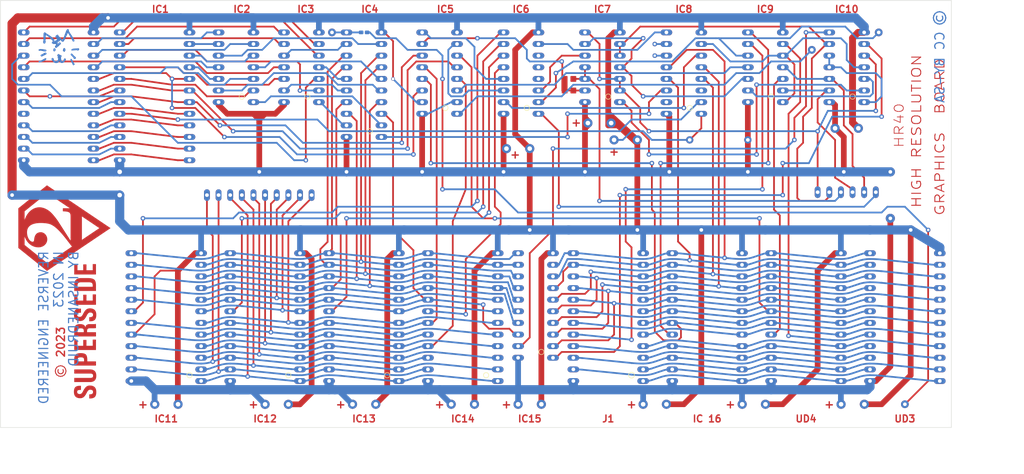
<source format=kicad_pcb>
(kicad_pcb (version 20240108) (generator "pcbnew") (generator_version "8.0")
  (title_block (title "SUPERSEDE HR40") (date "2023-02-21") (company "V001") (comment 1 "reverse-engineered in 2023") (comment 2 "creativecommons.org/licenses/by-sa/4.0/") (comment 3 "License: CC BY-SA 4.0") (comment 4 "Author: InsaneDruid"))
  (layers (0 "F.Cu" signal) (31 "B.Cu" signal) (34 "B.Paste" user) (35 "F.Paste" user) (36 "B.SilkS" user "B.Silkscreen") (37 "F.SilkS" user "F.Silkscreen") (38 "B.Mask" user) (39 "F.Mask" user) (44 "Edge.Cuts" user))
  (net 0 "")
  (net 1 "OE_{LATCH_RAM}")
  (net 2 "/D_{OUT}7")
  (net 3 "/D_{RAM}7")
  (net 4 "/D_{RAM}0")
  (net 5 "/D_{OUT}0")
  (net 6 "/D_{OUT}1")
  (net 7 "/D_{RAM}1")
  (net 8 "/D_{RAM}2")
  (net 9 "/D_{OUT}2")
  (net 10 "GND")
  (net 11 "/D_{OUT}4")
  (net 12 "/D_{RAM}4")
  (net 13 "/D_{RAM}3")
  (net 14 "/D_{OUT}3")
  (net 15 "/D_{OUT}6")
  (net 16 "/D_{RAM}6")
  (net 17 "/D_{RAM}5")
  (net 18 "/D_{OUT}5")
  (net 19 "+5V")
  (net 20 "/D_{CHAR}5")
  (net 21 "/VIDEO_LATCH")
  (net 22 "/D_{CHAR}3")
  (net 23 "/A_{CHAR}7")
  (net 24 "/A_{CHAR}6")
  (net 25 "/D_{CHAR}4")
  (net 26 "/A_{CHAR}5")
  (net 27 "/A_{CHAR}4")
  (net 28 "/D_{CHAR}6")
  (net 29 "/D_{CHAR}7")
  (net 30 "/A_{CHAR}3")
  (net 31 "/D_{CHAR}1")
  (net 32 "/A_{CHAR}2")
  (net 33 "/A_{CHAR}1")
  (net 34 "/A_{CHAR}0")
  (net 35 "/D_{CHAR}2")
  (net 36 "/A_{CHAR}11")
  (net 37 "/D_{CHAR}0")
  (net 38 "/A_{CHAR}10")
  (net 39 "/X8XX")
  (net 40 "~{SELA}_{A}")
  (net 41 "/A_{CHAR}9")
  (net 42 "/A_{CHAR}8")
  (net 43 "/D_{VIDEO}5")
  (net 44 "/~{WE}")
  (net 45 "WEa")
  (net 46 "WEb")
  (net 47 "/D_{VIDEO}3")
  (net 48 "/D_{VIDEO}4")
  (net 49 "/D_{VIDEO}6")
  (net 50 "~{WE}_{RAM}")
  (net 51 "/D_{VIDEO}7")
  (net 52 "/D_{VIDEO}1")
  (net 53 "/A_{RAM}10")
  (net 54 "/D_{VIDEO}2")
  (net 55 "/D_{VIDEO}0")
  (net 56 "/A_{RAM}1")
  (net 57 "/A_{RAM}5")
  (net 58 "/A_{RAM}6")
  (net 59 "/A_{RAM}2")
  (net 60 "A_{PET}11")
  (net 61 "/A_{RAM}0")
  (net 62 "/A_{RAM}7")
  (net 63 "/A_{RAM}8")
  (net 64 "A_{PET}10")
  (net 65 "/A_{RAM}3")
  (net 66 "/A_{RAM}9")
  (net 67 "/A_{RAM}4")
  (net 68 "/D_{PET}1")
  (net 69 "~{SEL9}_{A}")
  (net 70 "/D_{PET}0")
  (net 71 "/D_{PET}3")
  (net 72 "/D_{PET}2")
  (net 73 "~{CS1}_CHAR")
  (net 74 "~{SELE}_{A}")
  (net 75 "~{SELE}")
  (net 76 "/A_{PET}7")
  (net 77 "/A_{PET}6")
  (net 78 "/~{CS3}_{CHAR}")
  (net 79 "/A_{PET}5")
  (net 80 "/A_{PET}4")
  (net 81 "/A_{PET}3")
  (net 82 "/A_{PET}2")
  (net 83 "/A_{PET}1")
  (net 84 "/A_{PET}0")
  (net 85 "/D_{PET}4")
  (net 86 "/D_{PET}5")
  (net 87 "/D_{PET}6")
  (net 88 "/D_{PET}7")
  (net 89 "/~{SEL8}")
  (net 90 "CLK1")
  (net 91 "/A_{PET}9")
  (net 92 "/A_{PET}8")
  (net 93 "/~{SEL9}")
  (net 94 "/~{SELA}")
  (net 95 "/BA12")
  (net 96 "/PHI2")
  (net 97 "/BR{slash}W")
  (net 98 "Net-(IC8-~{Mr})")
  (net 99 "Net-(IC5-Zb)")
  (net 100 "Net-(IC5-Zc)")
  (net 101 "Net-(IC5-I1c)")
  (net 102 "Net-(IC6A-A1)")
  (net 106 "Net-(IC10-Pad1)")
  (net 107 "~{CS}_{RAM1}")
  (net 108 "~{CS}_{RAM2}")
  (net 109 "~{CS}_{RAM3}")
  (net 110 "~{CS}_{RAM4}")
  (net 111 "Net-(IC6A-O3)")
  (net 112 "Net-(IC6B-E)")
  (net 114 "SWITCH_{PETtoRAM}")
  (net 115 "Net-(IC8-Q1)")
  (net 116 "unconnected-(IC8-Q2-Pad10)")
  (net 117 "unconnected-(IC8-~{Q2}-Pad11)")
  (net 119 "/~{BR{slash}W}")
  (net 120 "+5VA")
  (net 122 "CS_{PETtoRAM}")
  (net 123 "/CS1_{PET}")
  (net 124 "Net-(JP1-A)")
  (footprint "hrXX_lib_fp:MountingHole_3mm" (layer "F.Cu") (at 237.49 53.34)
    (property "Reference" "MH3" (hide yes))
    (property "Value" "MountingHole_3mm" (hide yes))
  )
  (footprint "hrXX_lib_fp:DIP-16_W7.62mm_LongPads" (layer "F.Cu") (at 140.97 71.12 180)
    (property "Reference" "IC5" (hide yes))
    (property "Value" "74LS157")
  )
  (footprint "hrXX_lib_fp:C_Disc_D7.5mm_W2.5mm_P5.08mm" (layer "F.Cu") (at 203.24 134.62)
    (property "Reference" "C11" (hide yes))
    (property "Value" "100nF")
  )
  (footprint "hrXX_lib_fp:PinHeader_1x01_P2.54mm_Vertical" (layer "F.Cu") (at 113.665 53.34)
    (property "Reference" "H2" (hide yes))
    (property "Value" "VIDEO_LATCH")
  )
  (footprint "hrXX_lib_fp:C_Disc_D7.5mm_W2.5mm_P5.08mm" (layer "F.Cu") (at 154.305 134.62)
    (property "Reference" "C12" (hide yes))
    (property "Value" "100nF")
  )
  (footprint "hrXX_lib_fp:DIP-14_W7.62mm_LongPads" (layer "F.Cu") (at 212.105 68.58 180)
    (property "Reference" "IC9" (hide yes))
    (property "Value" "74LS32")
  )
  (footprint "hrXX_lib_fp:PinHeader_1x01_P2.54mm_Vertical" (layer "F.Cu") (at 238.76 134.62)
    (property "Reference" "H4" (hide yes))
    (property "Value" "VIDEO_LATCH")
  )
  (footprint "hrXX_lib_fp:MountingHole_3mm" (layer "F.Cu") (at 244.475 135.255)
    (property "Reference" "MH4" (hide yes))
    (property "Value" "MountingHole_3mm" (hide yes))
  )
  (footprint "hrXX_lib_fp:C_Disc_D7.5mm_W2.5mm_P5.08mm" (layer "F.Cu") (at 118.15 134.62)
    (property "Reference" "C13" (hide yes))
    (property "Value" "100nF")
  )
  (footprint "hrXX_lib_fp:PinHeader_1x01_P2.54mm_Vertical" (layer "F.Cu") (at 233.045 53.34)
    (property "Reference" "H3" (hide yes))
    (property "Value" "X8XX")
  )
  (footprint "hrXX_lib_fp:C_Disc_D7.5mm_W2.5mm_P5.08mm" (layer "F.Cu") (at 224.83 134.62)
    (property "Reference" "C5" (hide yes))
    (property "Value" "100nF")
  )
  (footprint "hrXX_lib_fp:DIP-24_W15.24mm_LongPads" (layer "F.Cu") (at 149.86 129.54 180)
    (property "Reference" "IC14" (hide yes))
    (property "Value" "6116")
  )
  (footprint "hrXX_lib_fp:MountingHole_1.25mm" (layer "F.Cu") (at 218.44 48.26)
    (property "Reference" "MH1" (hide yes))
    (property "Value" "MountingHole_1.25mm" (hide yes))
  )
  (footprint "hrXX_lib_fp:DIP-24_W15.24mm_WireAdapter" (layer "F.Cu") (at 181.61 129.54 180)
    (property "Reference" "J1" (hide yes))
    (property "Value" "editorROM ADAPTER")
  )
  (footprint "hrXX_lib_fp:PinHeader_1x01_P2.54mm_Vertical" (layer "F.Cu") (at 218.44 57.15)
    (property "Reference" "H1" (hide yes))
    (property "Value" "CLK1")
  )
  (footprint "hrXX_lib_fp:DIP-16_W7.62mm_LongPads" (layer "F.Cu") (at 158.75 71.12 180)
    (property "Reference" "IC6" (hide yes))
    (property "Value" "74LS139")
  )
  (footprint "hrXX_lib_fp:C_Disc_D7.5mm_W2.5mm_P5.08mm" (layer "F.Cu") (at 139.7 134.62)
    (property "Reference" "C9" (hide yes))
    (property "Value" "100nF")
  )
  (footprint "hrXX_lib_fp:C_Disc_D7.5mm_W2.5mm_P5.08mm" (layer "F.Cu") (at 74.97 134.62)
    (property "Reference" "C3" (hide yes))
    (property "Value" "100nF")
  )
  (footprint "hrXX_lib_fp:DIP-20_W7.62mm_LongPads" (layer "F.Cu") (at 124.46 76.2 180)
    (property "Reference" "IC4" (hide yes))
    (property "Value" "74LS373")
  )
  (footprint "hrXX_lib_fp:C_Disc_D7.5mm_W2.5mm_P5.08mm" (layer "F.Cu") (at 175.26 76.835)
    (property "Reference" "C8" (hide yes))
    (property "Value" "2.2uF")
  )
  (footprint "hrXX_lib_fp:MountingHole_1.25mm" (layer "F.Cu") (at 113.665 48.26)
    (property "Reference" "MH0" (hide yes))
    (property "Value" "MountingHole_1.25mm" (hide yes))
  )
  (footprint "hrXX_lib_fp:DIP-14_W7.62mm_LongPads" (layer "F.Cu") (at 229.87 68.58 180)
    (property "Reference" "IC10" (hide yes))
    (property "Value" "74LS00")
  )
  (footprint "hrXX_lib_fp:DIP-14_W7.62mm_LongPads" (layer "F.Cu") (at 96.52 68.58 180)
    (property "Reference" "IC3" (hide yes))
    (property "Value" "74LS00")
  )
  (footprint "hrXX_lib_fp:C_Disc_D7.5mm_W2.5mm_P5.08mm" (layer "F.Cu") (at 67.31 83.82 -90)
    (property "Reference" "C2" (hide yes))
    (property "Value" "100nF")
  )
  (footprint "hrXX_lib_fp:DIP-24_W15.24mm_Socket_LongPads" (layer "F.Cu") (at 82.55 81.28 180)
    (property "Reference" "IC1" (hide yes))
    (property "Value" "2316")
  )
  (footprint "hrXX_lib_fp:DIP-24_W15.24mm_LongPads" (layer "F.Cu") (at 85.09 129.54 180)
    (property "Reference" "IC11" (hide yes))
    (property "Value" "6116")
  )
  (footprint "hrXX_lib_fp:MountingHole_3mm" (layer "F.Cu") (at 161.925 137.16)
    (property "Reference" "MH5" (hide yes))
    (property "Value" "MountingHole_3mm" (hide yes))
  )
  (footprint "hrXX_lib_fp:DIP-20_W7.62mm_LongPads" (layer "F.Cu") (at 161.925 124.46 180)
    (property "Reference" "U21" (hide yes))
    (property "Value" "74LS245")
  )
  (footprint "hrXX_lib_fp:DIP-14_W7.62mm_LongPads" (layer "F.Cu") (at 110.8075 68.58 180)
    (property "Reference" "IC2" (hide yes))
    (property "Value" "74LS00")
  )
  (footprint "hrXX_lib_fp:C_Disc_D7.5mm_W2.5mm_P5.08mm" (layer "F.Cu") (at 181.61 134.62)
    (property "Reference" "C10" (hide yes))
    (property "Value" "100nF")
  )
  (footprint "hrXX_lib_fp:DIP-24_W15.24mm_Socket_LongPads" (layer "F.Cu") (at 224.795 129.54 180)
    (property "Reference" "UD4" (hide yes))
    (property "Value" "2332A")
  )
  (footprint "hrXX_lib_fp:PinHeader_1x10_P2.54mm_Vertical" (layer "F.Cu") (at 86.36 88.9 90)
    (property "Reference" "J2" (hide yes))
    (property "Value" "PET F8")
  )
  (footprint "hrXX_lib_fp:MountingHole_1.25mm" (layer "F.Cu") (at 233.045 48.26)
    (property "Reference" "MH2" (hide yes))
    (property "Value" "MountingHole_1.25mm" (hide yes))
  )
  (footprint "hrXX_lib_fp:DIP-24_W15.24mm_Socket_LongPads" (layer "F.Cu") (at 203.2 129.54 180)
    (property "Reference" "IC16" (hide yes))
    (property "Value" "2332A")
  )
  (footprint "hrXX_lib_fp:DIP-24_W15.24mm_Adapter" (layer "F.Cu") (at 61.595 81.28 180)
    (property "Reference" "J0" (hide yes))
    (property "Value" "charROM ADAPTER")
  )
  (footprint "hrXX_lib_fp:R_Axial_DIN0207_L6.3mm_D2.5mm_P12.70mm_Horizontal" (layer "F.Cu") (at 204.47 76.835 180)
    (property "Reference" "R1" (hide yes))
    (property "Value" "47k")
  )
  (footprint "hrXX_lib_fp:DIP-16_W7.62mm_LongPads" (layer "F.Cu") (at 194.31 71.12 180)
    (property "Reference" "IC8" (hide yes))
    (property "Value" "74LS175")
  )
  (footprint "hrXX_lib_fp:C_Disc_D7.5mm_W2.5mm_P5.08mm" (layer "F.Cu") (at 99.06 134.6375)
    (property "Reference" "C14" (hide yes))
    (property "Value" "100nF")
  )
  (footprint "hrXX_lib_fp:PinHeader_1x06_P2.54mm_Vertical" (layer "F.Cu") (at 219.71 88.265 90)
    (property "Reference" "J3" (hide yes))
    (property "Value" "PET J4 / J9")
  )
  (footprint "hrXX_lib_fp:DIP-24_W15.24mm_LongPads" (layer "F.Cu") (at 106.68 129.54 180)
    (property "Reference" "IC12" (hide yes))
    (property "Value" "6116")
  )
  (footprint "hrXX_lib_fp:C_Disc_D7.5mm_W2.5mm_P5.08mm" (layer "F.Cu") (at 151.765 78.74)
    (property "Reference" "C4" (hide yes))
    (property "Value" "100nF")
  )
  (footprint "hrXX_lib_fp:DIP-24_W15.24mm_Socket_LongPads" (layer "F.Cu") (at 246.385 129.54 180)
    (property "Reference" "UD3" (hide yes))
    (property "Value" "2332A")
  )
  (footprint "hrXX_lib_fp:DIP-14_W7.62mm_LongPads" (layer "F.Cu") (at 176.53 68.58 180)
    (property "Reference" "IC7" (hide yes))
    (property "Value" "74LS02")
  )
  (footprint "hrXX_lib_fp:C_Disc_D7.5mm_W2.5mm_P5.08mm" (layer "F.Cu") (at 223.52 74.295)
    (property "Reference" "C6" (hide yes))
    (property "Value" "100nF")
  )
  (footprint "hrXX_lib_fp:C_Disc_D7.5mm_W2.5mm_P5.08mm" (layer "F.Cu") (at 169.545 73.152)
    (property "Reference" "C7" (hide yes))
    (property "Value" "100nF")
  )
  (footprint "hrXX_lib_fp:DIP-24_W15.24mm_LongPads" (layer "F.Cu") (at 128.27 129.54 180)
    (property "Reference" "IC13" (hide yes))
    (property "Value" "6116")
  )
  (footprint "hrXX_lib_fp:SolderJumper-2_P1.3mm_Open_RoundedPad1.0x1.5mm" (layer "B.Cu") (at 120.68 53.34 180)
    (property "Reference" "JP1" (hide yes))
    (property "Value" "Jumper_2_Open" (hide yes))
  )
  (gr_poly (pts (xy 51.426532 86.763122) (xy 65.317135 96.122763) (xy 62.865 97.77504) (xy 62.865 96.122749) (xy 62.865 96.122745) (xy 62.864997 96.122747) (xy 62.865 96.122749) (xy 62.865 97.77504) (xy 57.351654 101.489994) (xy 57.351654 99.06) (xy 58.07178 99.06) (xy 59.058533 98.687581) (xy 62.864997 96.122747) (xy 59.058533 93.557915) (xy 58.07178 93.98) (xy 56.80178 92.71) (xy 56.423726 91.782555) (xy 59.058533 93.557915) (xy 59.058533 98.687581) (xy 56.887522 100.150431) (xy 56.979172 99.06) (xy 57.08801 99.06) (xy 57.351654 99.06) (xy 57.351654 101.489994) (xy 51.498342 105.434021) (xy 51.498342 103.781717) (xy 56.887522 100.150431) (xy 56.87584 100.136669) (xy 56.770655 100.009024) (xy 56.656254 99.866027) (xy 56.586494 99.776663) (xy 56.586494 98.79692) (xy 56.586494 93.597438) (xy 56.58306 93.431151) (xy 56.571915 93.281838) (xy 56.551792 93.148566) (xy 56.537968 93.087654) (xy 56.521425 93.030403) (xy 56.502004 92.976695) (xy 56.479547 92.926415) (xy 56.453897 92.879446) (xy 56.424894 92.835671) (xy 56.39238 92.794973) (xy 56.356198 92.757237) (xy 56.316189 92.722345) (xy 56.272194 92.690181) (xy 56.224056 92.660628) (xy 56.171616 92.63357) (xy 56.114715 92.60889) (xy 56.053196 92.586472) (xy 55.91567 92.547953) (xy 55.757771 92.517082) (xy 55.578234 92.492925) (xy 55.375791 92.47455) (xy 55.149176 92.461024) (xy 54.897125 92.451414) (xy 54.897125 91.775217) (xy 56.423726 91.782555) (xy 51.498342 88.463784) (xy 46.546017 92.446606) (xy 46.546017 94.33254) (xy 46.599509 94.17444) (xy 46.676564 93.973879) (xy 46.760657 93.779358) (xy 46.851584 93.591142) (xy 46.949141 93.4095) (xy 47.053123 93.234699) (xy 47.163326 93.067007) (xy 47.279545 92.906691) (xy 47.401577 92.754019) (xy 47.529216 92.609258) (xy 47.662258 92.472676) (xy 47.800499 92.344539) (xy 47.943735 92.225117) (xy 48.09176 92.114675) (xy 48.24437 92.013482) (xy 48.401362 91.921806) (xy 48.56253 91.839913) (xy 48.72767 91.768071) (xy 48.896578 91.706548) (xy 49.069049 91.655611) (xy 49.244879 91.615527) (xy 49.423864 91.586565) (xy 49.605798 91.568992) (xy 49.790478 91.563074) (xy 49.953651 91.568488) (xy 50.119041 91.584521) (xy 50.286104 91.610864) (xy 50.454294 91.647206) (xy 50.623067 91.693235) (xy 50.791878 91.748643) (xy 50.96018 91.813117) (xy 51.127429 91.886348) (xy 51.29308 91.968024) (xy 51.456587 92.057836) (xy 51.617407 92.155472) (xy 51.774992 92.260622) (xy 51.928798 92.372976) (xy 52.078281 92.492222) (xy 52.222895 92.618051) (xy 52.362094 92.750151) (xy 52.536742 92.930373) (xy 52.73143 93.146621) (xy 52.938566 93.389216) (xy 53.150561 93.648476) (xy 53.359821 93.914721) (xy 53.558756 94.178271) (xy 53.739774 94.429444) (xy 53.895284 94.65856) (xy 56.547211 98.79692) (xy 56.586494 98.79692) (xy 56.586494 99.776663) (xy 56.525277 99.698241) (xy 56.370362 99.496232) (xy 55.604077 98.499663) (xy 55.329057 98.152077) (xy 55.063593 97.825481) (xy 54.807109 97.519469) (xy 54.55903 97.233638) (xy 54.318778 96.967584) (xy 54.08578 96.720902) (xy 53.859459 96.493187) (xy 53.639239 96.284037) (xy 53.424546 96.093045) (xy 53.214803 95.91981) (xy 53.009434 95.763925) (xy 52.807865 95.624987) (xy 52.609519 95.502591) (xy 52.413821 95.396334) (xy 52.220196 95.305811) (xy 52.028066 95.230618) (xy 51.952708 95.207007) (xy 51.867239 95.184016) (xy 51.669648 95.140398) (xy 51.44265 95.100758) (xy 51.193603 95.066092) (xy 50.929862 95.037397) (xy 50.658786 95.015668) (xy 50.387729 95.0019) (xy 50.12405 94.997089) (xy 49.939114 94.99908) (xy 49.759819 95.00505) (xy 49.58618 95.015001) (xy 49.418212 95.028932) (xy 49.255931 95.046843) (xy 49.099351 95.068734) (xy 48.948488 95.094606) (xy 48.803356 95.124458) (xy 48.663971 95.15829) (xy 48.530348 95.196103) (xy 48.402501 95.237895) (xy 48.280447 95.283668) (xy 48.164199 95.333421) (xy 48.053773 95.387155) (xy 47.949185 95.444868) (xy 47.850448 95.506562) (xy 47.757579 95.572236) (xy 47.670592 95.64189) (xy 47.589503 95.715524) (xy 47.514326 95.793139) (xy 47.445076 95.874733) (xy 47.38177 95.960308) (xy 47.32442 96.049863) (xy 47.273044 96.143398) (xy 47.227655 96.240913) (xy 47.18827 96.342408) (xy 47.154902 96.447883) (xy 47.127567 96.557339) (xy 47.106281 96.670774) (xy 47.091058 96.78819) (xy 47.081913 96.909586) (xy 47.078861 97.034962) (xy 47.080517 97.136118) (xy 47.085426 97.236494) (xy 47.093496 97.335928) (xy 47.104639 97.434263) (xy 47.118764 97.531339) (xy 47.135781 97.626996) (xy 47.1556 97.721074) (xy 47.178131 97.813416) (xy 47.203285 97.90386) (xy 47.23097 97.992249) (xy 47.261097 98.078422) (xy 47.293576 98.16222) (xy 47.328317 98.243484) (xy 47.36523 98.322054) (xy 47.404224 98.397771) (xy 47.44521 98.470476) (xy 47.488098 98.540009) (xy 47.532798 98.606212) (xy 47.579219 98.668923) (xy 47.627271 98.727985) (xy 47.676866 98.783238) (xy 47.727912 98.834522) (xy 47.780319 98.881679) (xy 47.833998 98.924548) (xy 47.888858 98.962971) (xy 47.944809 98.996787) (xy 48.001762 99.025839) (xy 48.059626 99.049965) (xy 48.118311 99.069008) (xy 48.177728 99.082807) (xy 48.237785 99.091203) (xy 48.298394 99.094038) (xy 48.314761 99.093727) (xy 48.33067 99.092794) (xy 48.346125 99.091239) (xy 48.361131 99.089062) (xy 48.375689 99.086264) (xy 48.389805 99.082843) (xy 48.403481 99.0788) (xy 48.416721 99.074136) (xy 48.429529 99.06885) (xy 48.441908 99.062941) (xy 48.453863 99.056411) (xy 48.465396 99.049259) (xy 48.476511 99.041485) (xy 48.487212 99.033089) (xy 48.497502 99.024072) (xy 48.507386 99.014432) (xy 48.516866 99.00417) (xy 48.525946 98.993287) (xy 48.53463 98.981782) (xy 48.542921 98.969654) (xy 48.550824 98.956905) (xy 48.558341 98.943534) (xy 48.572233 98.914927) (xy 48.584627 98.883831) (xy 48.595552 98.850249) (xy 48.605036 98.814179) (xy 48.613108 98.775621) (xy 48.632778 98.563339) (xy 48.659216 98.374526) (xy 48.675703 98.284774) (xy 48.694364 98.198119) (xy 48.715194 98.114559) (xy 48.738192 98.034088) (xy 48.763352 97.956704) (xy 48.790672 97.882402) (xy 48.820147 97.811178) (xy 48.851775 97.743029) (xy 48.885551 97.677951) (xy 48.921473 97.615939) (xy 48.959535 97.55699) (xy 48.999736 97.5011) (xy 49.04207 97.448265) (xy 49.086535 97.398481) (xy 49.133128 97.351745) (xy 49.181843 97.308052) (xy 49.232679 97.267399) (xy 49.28563 97.229781) (xy 49.340695 97.195195) (xy 49.397868 97.163636) (xy 49.457147 97.135102) (xy 49.518528 97.109588) (xy 49.582007 97.08709) (xy 49.64758 97.067605) (xy 49.715245 97.051127) (xy 49.784997 97.037655) (xy 49.856833 97.027183) (xy 49.930749 97.019708) (xy 50.006742 97.015226) (xy 50.084808 97.013732) (xy 50.15619 97.015828) (xy 50.226784 97.02204) (xy 50.296495 97.032255) (xy 50.365225 97.046361) (xy 50.432877 97.064246) (xy 50.499355 97.085795) (xy 50.56456 97.110897) (xy 50.628397 97.139439) (xy 50.690767 97.171308) (xy 50.751575 97.206392) (xy 50.810723 97.244577) (xy 50.868114 97.285751) (xy 50.923651 97.329802) (xy 50.977237 97.376616) (xy 51.028775 97.426081) (xy 51.078168 97.478084) (xy 51.12532 97.532513) (xy 51.170132 97.589254) (xy 51.212508 97.648195) (xy 51.252352 97.709224) (xy 51.289565 97.772226) (xy 51.324051 97.837091) (xy 51.355714 97.903705) (xy 51.384455 97.971955) (xy 51.410178 98.041729) (xy 51.432786 98.112914) (xy 51.452183 98.185397) (xy 51.46827 98.259065) (xy 51.480951 98.333806) (xy 51.490129 98.409508) (xy 51.495707 98.486056) (xy 51.497588 98.563339) (xy 51.495134 98.656049) (xy 51.487849 98.747289) (xy 51.475842 98.836962) (xy 51.459225 98.924973) (xy 51.438111 99.011224) (xy 51.412609 99.095618) (xy 51.382832 99.17806) (xy 51.348891 99.258452) (xy 51.310897 99.336699) (xy 51.268961 99.412702) (xy 51.223196 99.486366) (xy 51.173711 99.557594) (xy 51.12062 99.626289) (xy 51.064033 99.692355) (xy 51.004061 99.755696) (xy 50.940816 99.816213) (xy 50.874409 99.873812) (xy 50.804952 99.928395) (xy 50.732556 99.979865) (xy 50.657332 100.028127) (xy 50.579392 100.073082) (xy 50.498847 100.114636) (xy 50.415809 100.152691) (xy 50.330389 100.18715) (xy 50.242697 100.217917) (xy 50.152847 100.244895) (xy 50.060948 100.267988) (xy 49.967113 100.287099) (xy 49.871452 100.302131) (xy 49.774078 100.312988) (xy 49.675101 100.319573) (xy 49.574633 100.321789) (xy 49.397449 100.316733) (xy 49.223322 100.301699) (xy 49.052423 100.276887) (xy 48.884918 100.242499) (xy 48.720976 100.198736) (xy 48.560766 100.145798) (xy 48.404456 100.083886) (xy 48.252214 100.013201) (xy 48.104208 99.933943) (xy 47.960607 99.846315) (xy 47.82158 99.750516) (xy 47.687294 99.646747) (xy 47.557917 99.53521) (xy 47.433619 99.416105) (xy 47.314567 99.289633) (xy 47.20093 99.155995) (xy 47.092876 99.015391) (xy 46.990574 98.868023) (xy 46.894191 98.714091) (xy 46.803896 98.553797) (xy 46.719857 98.387341) (xy 46.642243 98.214923) (xy 46.571222 98.036746) (xy 46.546017 97.964676) (xy 46.546017 94.33254) (xy 46.64178 94.380771) (xy 46.64178 94.592606) (xy 46.64178 94.809677) (xy 46.64178 95.031717) (xy 46.64178 95.258458) (xy 46.64178 95.489633) (xy 46.64178 95.724973) (xy 46.64178 95.964213) (xy 46.64178 96.207083) (xy 46.64178 96.428064) (xy 46.64178 96.645091) (xy 46.64178 97.066486) (xy 46.64178 97.469661) (xy 46.64178 97.853009) (xy 46.546017 97.964676) (xy 46.546017 99.798895) (xy 51.498342 103.781717) (xy 51.498342 105.434021) (xy 51.426532 105.482408) (xy 45.175752 100.455328) (xy 45.175752 91.790199)) (fill solid) (layer "F.Cu"))
  (gr_poly (pts (xy 57.385278 118.355182) (xy 57.388589 118.269481) (xy 57.394108 118.187022) (xy 57.401835 118.107803) (xy 57.41177 118.031827) (xy 57.423912 117.959091) (xy 57.438263 117.889598) (xy 57.45482 117.823345) (xy 57.473586 117.760334) (xy 57.49456 117.700565) (xy 57.517741 117.644037) (xy 57.54313 117.59075) (xy 57.570727 117.540705) (xy 57.600532 117.493902) (xy 57.632544 117.450339) (xy 57.666765 117.410019) (xy 57.703587 117.37253) (xy 57.743406 117.33746) (xy 57.786221 117.304808) (xy 57.832032 117.274575) (xy 57.88084 117.246761) (xy 57.932644 117.221366) (xy 57.987444 117.198388) (xy 58.04524 117.17783) (xy 58.106033 117.15969) (xy 58.169822 117.143969) (xy 58.236608 117.130666) (xy 58.306389 117.119782) (xy 58.379167 117.111317) (xy 58.454941 117.10527) (xy 58.533712 117.101642) (xy 58.615478 117.100433) (xy 58.707757 117.101655) (xy 58.796199 117.10532) (xy 58.880804 117.111429) (xy 58.961571 117.119982) (xy 59.038501 117.130978) (xy 59.111593 117.144418) (xy 59.180848 117.160301) (xy 59.246266 117.178628) (xy 59.307847 117.199399) (xy 59.365591 117.222613) (xy 59.419497 117.248271) (xy 59.469566 117.276373) (xy 59.515798 117.306919) (xy 59.558193 117.339908) (xy 59.59675 117.375341) (xy 59.63147 117.413218) (xy 59.647648 117.433427) (xy 59.663378 117.454958) (xy 59.678662 117.47781) (xy 59.693499 117.501984) (xy 59.707889 117.52748) (xy 59.721832 117.554297) (xy 59.735328 117.582436) (xy 59.748378 117.611897) (xy 59.76098 117.642679) (xy 59.773136 117.674783) (xy 59.784845 117.708208) (xy 59.796107 117.742955) (xy 59.806922 117.779023) (xy 59.81729 117.816413) (xy 59.827212 117.855125) (xy 59.836687 117.895158) (xy 59.836687 117.84409) (xy 59.837705 117.79773) (xy 59.84076 117.752803) (xy 59.845853 117.70931) (xy 59.852982 117.667251) (xy 59.862148 117.626626) (xy 59.873351 117.587434) (xy 59.88659 117.549676) (xy 59.901867 117.513352) (xy 59.919181 117.478462) (xy 59.938531 117.445006) (xy 59.959919 117.412983) (xy 59.983343 117.382394) (xy 60.008804 117.353239) (xy 60.036303 117.325517) (xy 60.065838 117.29923) (xy 60.097409 117.274376) (xy 60.130875 117.251081) (xy 60.166089 117.229468) (xy 60.20305 117.209539) (xy 60.241758 117.191293) (xy 60.282215 117.17473) (xy 60.324419 117.15985) (xy 60.368371 117.146653) (xy 60.41407 117.135139) (xy 60.461518 117.125309) (xy 60.510713 117.117161) (xy 60.561656 117.110697) (xy 60.614347 117.105916) (xy 60.668786 117.102818) (xy 60.724973 117.101404) (xy 60.782907 117.101673) (xy 60.84259 117.103625) (xy 60.981994 117.107613) (xy 61.124341 117.110006) (xy 61.269632 117.110804) (xy 61.417868 117.110006) (xy 61.563267 117.106416) (xy 61.689952 117.102027) (xy 61.797922 117.096839) (xy 61.887181 117.090851) (xy 61.925894 117.087461) (xy 61.962138 117.083672) (xy 61.995911 117.079484) (xy 62.027214 117.074896) (xy 62.056046 117.06991) (xy 62.082408 117.064524) (xy 62.106299 117.058738) (xy 62.127719 117.052553) (xy 62.127719 117.971805) (xy 62.107113 117.977191) (xy 62.083984 117.982179) (xy 62.058332 117.986767) (xy 62.030157 117.990956) (xy 61.999459 117.994746) (xy 61.966237 117.998136) (xy 61.930491 118.001128) (xy 61.892221 118.003721) (xy 61.850222 118.005967) (xy 61.803281 118.007913) (xy 61.694576 118.010907) (xy 61.566105 118.012702) (xy 61.417868 118.013301) (xy 60.84259 118.013301) (xy 60.798834 118.01305) (xy 60.756722 118.013897) (xy 60.716252 118.015842) (xy 60.677425 118.018883) (xy 60.640241 118.023022) (xy 60.604699 118.028259) (xy 60.570801 118.034592) (xy 60.538545 118.042023) (xy 60.507932 118.050551) (xy 60.478962 118.060176) (xy 60.451634 118.070898) (xy 60.42595 118.082718) (xy 60.401908 118.095635) (xy 60.379508 118.109649) (xy 60.358752 118.124759) (xy 60.339638 118.140967) (xy 60.321917 118.158496) (xy 60.30534 118.177569) (xy 60.289905 118.198189) (xy 60.275614 118.220354) (xy 60.262466 118.244065) (xy 60.250461 118.269322) (xy 60.239599 118.296124) (xy 60.229881 118.324472) (xy 60.221306 118.354366) (xy 60.213875 118.385805) (xy 60.207586 118.41879) (xy 60.202441 118.45332) (xy 60.198439 118.489396) (xy 60.195581 118.527018) (xy 60.193866 118.566186) (xy 60.193294 118.606899) (xy 60.193294 118.874996) (xy 62.131084 118.874996) (xy 62.131084 119.797389) (xy 59.466624 119.797389) (xy 59.466624 118.874996) (xy 59.466624 118.619663) (xy 59.466079 118.575909) (xy 59.464443 118.534013) (xy 59.461716 118.493974) (xy 59.457899 118.455793) (xy 59.45299 118.419469) (xy 59.446991 118.385003) (xy 59.439901 118.352394) (xy 59.43172 118.321643) (xy 59.422449 118.29275) (xy 59.412086 118.265714) (xy 59.400633 118.240535) (xy 59.388089 118.217215) (xy 59.374454 118.195751) (xy 59.359728 118.176146) (xy 59.343912 118.158398) (xy 59.327004 118.142507) (xy 59.308468 118.128015) (xy 59.287764 118.114457) (xy 59.264891 118.101835) (xy 59.23985 118.090147) (xy 59.212641 118.079394) (xy 59.183263 118.069577) (xy 59.151717 118.060694) (xy 59.118003 118.052746) (xy 59.08212 118.045734) (xy 59.044069 118.039656) (xy 59.003849 118.034514) (xy 58.961462 118.030306) (xy 58.916906 118.027034) (xy 58.870181 118.024696) (xy 58.821289 118.023293) (xy 58.770228 118.022826) (xy 58.722419 118.023318) (xy 58.676555 118.024796) (xy 58.632636 118.027258) (xy 58.590662 118.030705) (xy 58.550634 118.035137) (xy 58.51255 118.040554) (xy 58.476411 118.046956) (xy 58.442217 118.054343) (xy 58.409968 118.062715) (xy 58.379664 118.072071) (xy 58.351305 118.082413) (xy 58.324891 118.09374) (xy 58.300422 118.106052) (xy 58.277898 118.119349) (xy 58.257319 118.133631) (xy 58.238685 118.148898) (xy 58.229992 118.15699) (xy 58.221574 118.16551) (xy 58.213433 118.174456) (xy 58.205567 118.18383) (xy 58.190664 118.203858) (xy 58.176865 118.225595) (xy 58.16417 118.249039) (xy 58.152579 118.274192) (xy 58.142091 118.301053) (xy 58.132708 118.329622) (xy 58.124428 118.359899) (xy 58.117253 118.391884) (xy 58.111181 118.425577) (xy 58.106214 118.460978) (xy 58.10235 118.498087) (xy 58.09959 118.536904) (xy 58.097934 118.57743) (xy 58.097382 118.619663) (xy 58.097382 118.874996) (xy 59.466624 118.874996) (xy 59.466624 119.797389) (xy 57.384174 119.797389) (xy 57.384174 118.444125)) (fill solid) (layer "F.Cu"))
  (gr_poly (pts (xy 58.090659 120.51232) (xy 58.090659 121.840049) (xy 59.345514 121.840049) (xy 59.345514 120.556999) (xy 60.051999 120.556999) (xy 60.051999 121.840049) (xy 61.424599 121.840049) (xy 61.424599 120.486785) (xy 62.131084 120.486785) (xy 62.131084 122.762442) (xy 57.384174 122.762442) (xy 57.384174 120.51232)) (fill solid) (layer "F.Cu"))
  (gr_poly (pts (xy 60.862775 128.858569) (xy 60.906095 128.858164) (xy 60.947746 128.856948) (xy 60.987728 128.854922) (xy 61.026042 128.852086) (xy 61.062687 128.848439) (xy 61.097663 128.843982) (xy 61.13097 128.838715) (xy 61.162608 128.832637) (xy 61.192577 128.825749) (xy 61.220877 128.81805) (xy 61.247509 128.809541) (xy 61.272471 128.800222) (xy 61.295764 128.790093) (xy 61.317389 128.779153) (xy 61.337344 128.767402) (xy 61.35563 128.754842) (xy 61.36422 128.748201) (xy 61.372536 128.741246) (xy 61.38058 128.733976) (xy 61.388352 128.726391) (xy 61.39585 128.718492) (xy 61.403077 128.710277) (xy 61.41003 128.701748) (xy 61.416711 128.692904) (xy 61.423119 128.683745) (xy 61.429254 128.674271) (xy 61.435116 128.664483) (xy 61.440706 128.65438) (xy 61.451068 128.633228) (xy 61.460339 128.610818) (xy 61.46852 128.587148) (xy 61.47561 128.562219) (xy 61.481609 128.536031) (xy 61.486517 128.508583) (xy 61.490334 128.479877) (xy 61.493061 128.44991) (xy 61.494697 128.418685) (xy 61.495243 128.3862) (xy 61.494697 128.353717) (xy 61.493061 128.322493) (xy 61.490334 128.292528) (xy 61.486517 128.263822) (xy 61.481609 128.236375) (xy 61.47561 128.210188) (xy 61.46852 128.185259) (xy 61.46034 128.16159) (xy 61.451068 128.13918) (xy 61.440707 128.118029) (xy 61.429254 128.098137) (xy 61.416711 128.079505) (xy 61.403077 128.062131) (xy 61.388352 128.046017) (xy 61.372536 128.031163) (xy 61.35563 128.017567) (xy 61.337344 128.005005) (xy 61.317389 127.993253) (xy 61.295764 127.982312) (xy 61.272471 127.972182) (xy 61.247509 127.962862) (xy 61.220877 127.954352) (xy 61.192577 127.946653) (xy 61.162608 127.939765) (xy 61.13097 127.933687) (xy 61.097663 127.928419) (xy 61.062687 127.923962) (xy 61.026042 127.920315) (xy 60.987728 127.917479) (xy 60.947746 127.915453) (xy 60.906095 127.914237) (xy 60.862775 127.913832) (xy 57.384174 127.913832) (xy 57.384174 127.00102) (xy 60.798854 127.00102) (xy 60.885365 127.002372) (xy 60.969115 127.00643) (xy 61.050106 127.013194) (xy 61.128337 127.022662) (xy 61.203809 127.034836) (xy 61.27652 127.049716) (xy 61.346472 127.067301) (xy 61.413664 127.087592) (xy 61.478097 127.110588) (xy 61.539769 127.136289) (xy 61.598682 127.164697) (xy 61.654835 127.195809) (xy 61.708229 127.229628) (xy 61.758862 127.266152) (xy 61.806737 127.305381) (xy 61.851851 127.347317) (xy 61.894219 127.391956) (xy 61.933854 127.439301) (xy 61.970755 127.489351) (xy 62.004923 127.542107) (xy 62.036358 127.597569) (xy 62.06506 127.655735) (xy 62.091028 127.716608) (xy 62.114263 127.780185) (xy 62.134764 127.846468) (xy 62.152532 127.915457) (xy 62.167566 127.987151) (xy 62.179867 128.06155) (xy 62.189435 128.138655) (xy 62.196269 128.218465) (xy 62.200369 128.30098) (xy 62.201736 128.3862) (xy 62.200369 128.471422) (xy 62.196269 128.553939) (xy 62.189435 128.633749) (xy 62.179867 128.710855) (xy 62.167566 128.785254) (xy 62.152532 128.856948) (xy 62.134764 128.925937) (xy 62.114263 128.99222) (xy 62.091028 129.055797) (xy 62.06506 129.11667) (xy 62.036358 129.174837) (xy 62.004924 129.230298) (xy 61.970755 129.283055) (xy 61.933854 129.333106) (xy 61.894219 129.380452) (xy 61.851851 129.425092) (xy 61.806737 129.467026) (xy 61.758862 129.506255) (xy 61.708229 129.542778) (xy 61.654835 129.576596) (xy 61.598682 129.607709) (xy 61.539769 129.636116) (xy 61.478097 129.661818) (xy 61.413664 129.684814) (xy 61.346472 129.705105) (xy 61.27652 129.722691) (xy 61.203809 129.737571) (xy 61.128337 129.749745) (xy 61.050106 129.759214) (xy 60.969115 129.765978) (xy 60.885365 129.770036) (xy 60.798854 129.771389) (xy 57.384173 129.771389) (xy 57.384173 128.858569)) (fill solid) (layer "F.Cu"))
  (gr_poly (pts (xy 58.090659 104.001846) (xy 58.090659 105.329575) (xy 59.345514 105.329575) (xy 59.345514 104.046524) (xy 60.051999 104.046524) (xy 60.051999 105.329575) (xy 61.424599 105.329575) (xy 61.424599 103.97631) (xy 62.131084 103.97631) (xy 62.131084 106.251967) (xy 57.384174 106.251967) (xy 57.384174 104.001846)) (fill solid) (layer "F.Cu"))
  (gr_poly (pts (xy 58.090659 110.63092) (xy 58.090659 111.958656) (xy 59.345514 111.958656) (xy 59.345514 110.675606) (xy 60.051999 110.675606) (xy 60.051999 111.958656) (xy 61.424599 111.958656) (xy 61.424599 110.605384) (xy 62.131084 110.605384) (xy 62.131084 112.88105) (xy 57.384174 112.88105) (xy 57.384174 110.63092)) (fill solid) (layer "F.Cu"))
  (gr_poly (pts (xy 57.385435 124.711845) (xy 57.38922 124.625022) (xy 57.395527 124.54149) (xy 57.404358 124.46125) (xy 57.415712 124.384301) (xy 57.429589 124.310643) (xy 57.445989 124.240277) (xy 57.464912 124.173202) (xy 57.486358 124.109418) (xy 57.510328 124.048926) (xy 57.536821 123.991725) (xy 57.565837 123.937815) (xy 57.597376 123.887197) (xy 57.631439 123.83987) (xy 57.668025 123.795834) (xy 57.707135 123.75509) (xy 57.749201 123.717215) (xy 57.794658 123.681782) (xy 57.843505 123.648794) (xy 57.895743 123.618249) (xy 57.951371 123.590147) (xy 58.01039 123.564489) (xy 58.072799 123.541274) (xy 58.138598 123.520503) (xy 58.207788 123.502175) (xy 58.280368 123.486291) (xy 58.356339 123.472851) (xy 58.4357 123.461854) (xy 58.518451 123.453302) (xy 58.604593 123.447192) (xy 58.694125 123.443527) (xy 58.787047 123.442305) (xy 58.892094 123.443539) (xy 58.992765 123.447242) (xy 59.08906 123.453414) (xy 59.180978 123.462054) (xy 59.26852 123.473163) (xy 59.351686 123.48674) (xy 59.430476 123.502786) (xy 59.504889 123.521301) (xy 59.574927 123.542284) (xy 59.640588 123.565735) (xy 59.701873 123.591655) (xy 59.758783 123.620043) (xy 59.811316 123.6509) (xy 59.859473 123.684225) (xy 59.903255 123.720019) (xy 59.94266 123.758281) (xy 59.978713 123.800097) (xy 60.01244 123.846551) (xy 60.043842 123.897643) (xy 60.072917 123.953373) (xy 60.099667 124.013741) (xy 60.124091 124.078747) (xy 60.146188 124.14839) (xy 60.16596 124.222672) (xy 60.183406 124.301591) (xy 60.198525 124.385148) (xy 60.211319 124.473343) (xy 60.221787 124.566176) (xy 60.229928 124.663647) (xy 60.235744 124.765755) (xy 60.239233 124.872502) (xy 60.240396 124.983886) (xy 60.240396 125.245602) (xy 62.131084 125.245602) (xy 62.131084 126.167995) (xy 59.52718 126.167995) (xy 59.52718 125.245602) (xy 59.52718 124.983886) (xy 59.526615 124.938567) (xy 59.524919 124.895167) (xy 59.522094 124.853688) (xy 59.518138 124.814128) (xy 59.513053 124.776489) (xy 59.506837 124.740769) (xy 59.499491 124.70697) (xy 59.491014 124.67509) (xy 59.481408 124.645131) (xy 59.470671 124.617091) (xy 59.458805 124.590972) (xy 59.445808 124.566772) (xy 59.431681 124.544492) (xy 59.416424 124.524133) (xy 59.400036 124.505693) (xy 59.382519 124.489173) (xy 59.363293 124.4741) (xy 59.34178 124.46) (xy 59.317981 124.446873) (xy 59.291894 124.434717) (xy 59.263522 124.423534) (xy 59.232862 124.413323) (xy 59.199916 124.404084) (xy 59.164684 124.395818) (xy 59.127165 124.388524) (xy 59.087359 124.382203) (xy 59.045267 124.376854) (xy 59.000888 124.372477) (xy 58.954223 124.369073) (xy 58.905272 124.366642) (xy 58.854034 124.365183) (xy 58.800509 124.364697) (xy 58.750637 124.365202) (xy 58.702788 124.366717) (xy 58.656964 124.369242) (xy 58.613163 124.372776) (xy 58.571386 124.377321) (xy 58.531633 124.382876) (xy 58.493903 124.38944) (xy 58.458198 124.397014) (xy 58.424516 124.405598) (xy 58.392858 124.415192) (xy 58.363224 124.425796) (xy 58.335613 124.437409) (xy 58.310026 124.450032) (xy 58.286463 124.463665) (xy 58.264924 124.478307) (xy 58.245408 124.493959) (xy 58.236302 124.502264) (xy 58.227484 124.511021) (xy 58.218956 124.52023) (xy 58.210716 124.529891) (xy 58.202766 124.540004) (xy 58.195104 124.550569) (xy 58.180649 124.573054) (xy 58.16735 124.597348) (xy 58.155207 124.623448) (xy 58.144221 124.651357) (xy 58.13439 124.681073) (xy 58.125717 124.712598) (xy 58.118199 124.74593) (xy 58.111839 124.781069) (xy 58.106634 124.818017) (xy 58.102586 124.856772) (xy 58.099695 124.897336) (xy 58.09796 124.939707) (xy 58.097382 124.983886) (xy 58.097382 125.245602) (xy 59.52718 125.245602) (xy 59.52718 126.167995) (xy 57.384174 126.167995) (xy 57.384174 124.801959)) (fill solid) (layer "F.Cu"))
  (gr_poly (pts (xy 57.385586 108.539122) (xy 57.389824 108.43644) (xy 57.396888 108.337648) (xy 57.406776 108.242745) (xy 57.41949 108.151733) (xy 57.43503 108.06461) (xy 57.453395 107.981378) (xy 57.474585 107.902035) (xy 57.4986 107.826582) (xy 57.525441 107.755018) (xy 57.555108 107.687345) (xy 57.5876 107.623561) (xy 57.622917 107.563668) (xy 57.66106 107.507664) (xy 57.702028 107.45555) (xy 57.745822 107.407326) (xy 57.792928 107.362494) (xy 57.843831 107.320554) (xy 57.898532 107.281507) (xy 57.957031 107.245351) (xy 58.019329 107.212089) (xy 58.085424 107.181718) (xy 58.155317 107.15424) (xy 58.229007 107.129654) (xy 58.306496 107.107961) (xy 58.387783 107.08916) (xy 58.472867 107.073252) (xy 58.56175 107.060236) (xy 58.65443 107.050112) (xy 58.750909 107.042881) (xy 58.851185 107.038542) (xy 58.955259 107.037096) (xy 60.284131 107.037096) (xy 60.415197 107.037987) (xy 60.54094 107.041459) (xy 60.661361 107.047512) (xy 60.776461 107.056145) (xy 60.886238 107.06736) (xy 60.990692 107.081155) (xy 61.089825 107.09753) (xy 61.183636 107.116487) (xy 61.272124 107.138024) (xy 61.35529 107.162143) (xy 61.433134 107.188842) (xy 61.505656 107.218121) (xy 61.572855 107.249982) (xy 61.634732 107.284424) (xy 61.691287 107.321446) (xy 61.74252 107.36105) (xy 61.766425 107.382062) (xy 61.789572 107.404206) (xy 61.81196 107.427481) (xy 61.833589 107.451888) (xy 61.854459 107.477425) (xy 61.87457 107.504095) (xy 61.893922 107.531896) (xy 61.912516 107.560828) (xy 61.947426 107.622086) (xy 61.9793 107.68787) (xy 62.008139 107.758179) (xy 62.033942 107.833015) (xy 62.05671 107.912376) (xy 62.076442 107.996262) (xy 62.093138 108.084674) (xy 62.106799 108.177612) (xy 62.117423 108.275076) (xy 62.125013 108.377065) (xy 62.129566 108.483581) (xy 62.131084 108.594622) (xy 62.131084 109.858528) (xy 61.417868 109.858528) (xy 61.417868 108.936137) (xy 61.417868 108.693572) (xy 61.417139 108.640422) (xy 61.414951 108.589491) (xy 61.411304 108.54078) (xy 61.406199 108.494288) (xy 61.399634 108.450015) (xy 61.391612 108.407962) (xy 61.38213 108.368128) (xy 61.37119 108.330513) (xy 61.358791 108.295118) (xy 61.344933 108.261942) (xy 61.329617 108.230985) (xy 61.312842 108.202248) (xy 61.294608 108.17573) (xy 61.274915 108.151431) (xy 61.253764 108.129352) (xy 61.231154 108.109491) (xy 61.206455 108.091326) (xy 61.179035 108.074334) (xy 61.148896 108.058513) (xy 61.116036 108.043864) (xy 61.080455 108.030387) (xy 61.042155 108.018082) (xy 61.001134 108.006949) (xy 60.957393 107.996989) (xy 60.910932 107.9882) (xy 60.86175 107.980583) (xy 60.809848 107.974137) (xy 60.755225 107.968864) (xy 60.697883 107.964763) (xy 60.63782 107.961833) (xy 60.575036 107.960075) (xy 60.509533 107.959489) (xy 58.941805 107.959489) (xy 58.882839 107.960144) (xy 58.826212 107.962107) (xy 58.771925 107.96538) (xy 58.719976 107.969961) (xy 58.670367 107.975852) (xy 58.623098 107.983051) (xy 58.578167 107.99156) (xy 58.535575 108.001377) (xy 58.495323 108.012504) (xy 58.45741 108.02494) (xy 58.421836 108.038686) (xy 58.388602 108.05374) (xy 58.357706 108.070104) (xy 58.32915 108.087777) (xy 58.302933 108.106759) (xy 58.279055 108.127051) (xy 58.267878 108.137796) (xy 58.257055 108.149087) (xy 58.236475 108.173304) (xy 58.217314 108.199703) (xy 58.199572 108.228285) (xy 58.18325 108.259048) (xy 58.168347 108.291993) (xy 58.154863 108.32712) (xy 58.142799 108.364429) (xy 58.132154 108.40392) (xy 58.122929 108.445593) (xy 58.115123 108.489447) (xy 58.108736 108.535483) (xy 58.103769 108.583701) (xy 58.10022 108.634101) (xy 58.098091 108.686682) (xy 58.097382 108.741445) (xy 58.097382 108.936137) (xy 61.417868 108.936137) (xy 61.417868 109.858528) (xy 57.384174 109.858528) (xy 57.384174 108.645694)) (fill solid) (layer "F.Cu"))
  (gr_poly (pts (xy 57.314771 131.798961) (xy 57.318516 131.713051) (xy 57.324759 131.630481) (xy 57.333498 131.551251) (xy 57.344734 131.475361) (xy 57.358467 131.40281) (xy 57.374697 131.3336) (xy 57.393424 131.267729) (xy 57.414648 131.205197) (xy 57.438369 131.146006) (xy 57.464586 131.090154) (xy 57.493301 131.037643) (xy 57.524512 130.988471) (xy 57.55822 130.942639) (xy 57.594424 130.900147) (xy 57.633126 130.860994) (xy 57.672418 130.827013) (xy 57.714602 130.795249) (xy 57.759677 130.765704) (xy 57.807643 130.738378) (xy 57.8585 130.713269) (xy 57.912249 130.690378) (xy 57.968889 130.669706) (xy 58.028419 130.651252) (xy 58.090841 130.635016) (xy 58.156154 130.620998) (xy 58.224359 130.609198) (xy 58.295454 130.599616) (xy 58.369441 130.592252) (xy 58.446319 130.587106) (xy 58.526088 130.584178) (xy 58.608748 130.583468) (xy 58.854334 130.583015) (xy 58.854334 131.492645) (xy 58.854334 131.492644) (xy 58.854333 131.492644) (xy 58.713038 131.492644) (xy 58.622308 131.492641) (xy 58.579546 131.493834) (xy 58.538518 131.495823) (xy 58.499224 131.498609) (xy 58.461666 131.50219) (xy 58.425842 131.506568) (xy 58.391753 131.511743) (xy 58.359398 131.517713) (xy 58.328779 131.52448) (xy 58.299894 131.532044) (xy 58.272743 131.540403) (xy 58.247327 131.54956) (xy 58.223646 131.559512) (xy 58.2017 131.570261) (xy 58.181488 131.581806) (xy 58.171967 131.587918) (xy 58.162749 131.594311) (xy 58.153833 131.600983) (xy 58.145219 131.607934) (xy 58.136907 131.615166) (xy 58.128898 131.622677) (xy 58.121191 131.630468) (xy 58.113786 131.63854) (xy 58.106683 131.64689) (xy 58.099883 131.655521) (xy 58.093384 131.664431) (xy 58.087188 131.673622) (xy 58.081294 131.683092) (xy 58.075703 131.692841) (xy 58.070414 131.702871) (xy 58.065426 131.713181) (xy 58.060742 131.72377) (xy 58.056359 131.734639) (xy 58.052279 131.745788) (xy 58.0485 131.757217) (xy 58.045025 131.768925) (xy 58.041851 131.780914) (xy 58.038979 131.793182) (xy 58.03641 131.80573) (xy 58.032179 131.831666) (xy 58.029156 131.858721) (xy 58.027343 131.886895) (xy 58.026738 131.916189) (xy 58.027297 131.945189) (xy 58.028972 131.973268) (xy 58.031764 132.000427) (xy 58.035674 132.026664) (xy 58.0407 132.051981) (xy 58.046844 132.076377) (xy 58.054104 132.099851) (xy 58.062482 132.122405) (xy 58.071976 132.144039) (xy 58.082588 132.164751) (xy 58.094316 132.184542) (xy 58.107162 132.203413) (xy 58.121125 132.221362) (xy 58.136205 132.238391) (xy 58.152402 132.254499) (xy 58.169716 132.269686) (xy 58.188147 132.283953) (xy 58.207696 132.297301) (xy 58.228361 132.309728) (xy 58.250143 132.321234) (xy 58.273042 132.33182) (xy 58.297058 132.341485) (xy 58.322191 132.35023) (xy 58.348441 132.358054) (xy 58.375808 132.364958) (xy 58.404292 132.370941) (xy 58.433892 132.376004) (xy 58.46461 132.380146) (xy 58.496445 132.383368) (xy 58.529397 132.385669) (xy 58.563465 132.38705) (xy 58.598651 132.38751) (xy 58.626156 132.386961) (xy 58.653162 132.385316) (xy 58.679669 132.382572) (xy 58.705676 132.378732) (xy 58.731184 132.373795) (xy 58.756192 132.36776) (xy 58.780702 132.360628) (xy 58.804711 132.352399) (xy 58.828222 132.343073) (xy 58.851233 132.33265) (xy 58.873744 132.32113) (xy 58.895756 132.308512) (xy 58.917269 132.294798) (xy 58.938282 132.279986) (xy 58.958795 132.264077) (xy 58.978809 132.247072) (xy 58.998626 132.229114) (xy 59.018549 132.209512) (xy 59.038576 132.188266) (xy 59.058709 132.165377) (xy 59.078947 132.140844) (xy 59.09929 132.114667) (xy 59.119738 132.086846) (xy 59.140292 132.057381) (xy 59.16095 132.026273) (xy 59.181714 131.993521) (xy 59.202583 131.959125) (xy 59.223556 131.923085) (xy 59.244635 131.885401) (xy 59.265819 131.846074) (xy 59.287108 131.805102) (xy 59.308501 131.762487) (xy 59.394026 131.597572) (xy 59.479025 131.445506) (xy 59.521328 131.374291) (xy 59.563499 131.306289) (xy 59.605539 131.241499) (xy 59.647447 131.179921) (xy 59.689224 131.121555) (xy 59.73087 131.066402) (xy 59.772384 131.01446) (xy 59.813767 130.965732) (xy 59.855018 130.920215) (xy 59.896137 130.877911) (xy 59.937125 130.838819) (xy 59.977982 130.802939) (xy 60.019351 130.769623) (xy 60.061877 130.738455) (xy 60.105559 130.709438) (xy 60.150398 130.68257) (xy 60.196393 130.657851) (xy 60.243545 130.635282) (xy 60.291853 130.614862) (xy 60.341318 130.596592) (xy 60.391939 130.580471) (xy 60.443717 130.566499) (xy 60.496651 130.554677) (xy 60.550742 130.545005) (xy 60.605989 130.537482) (xy 60.662393 130.532108) (xy 60.719953 130.528884) (xy 60.778669 130.527809) (xy 60.866421 130.529186) (xy 60.951373 130.533317) (xy 61.033527 130.540202) (xy 61.112882 130.54984) (xy 61.189437 130.562232) (xy 61.263194 130.577378) (xy 61.334152 130.595278) (xy 61.40231 130.615932) (xy 61.46767 130.639339) (xy 61.53023 130.6655) (xy 61.589992 130.694414) (xy 61.646954 130.726082) (xy 61.701117 130.760504) (xy 61.752481 130.797679) (xy 61.801045 130.837608) (xy 61.846811 130.88029) (xy 61.88979 130.92574) (xy 61.929996 130.973969) (xy 61.96743 131.024976) (xy 62.00209 131.078761) (xy 62.033978 131.135326) (xy 62.063093 131.194669) (xy 62.089435 131.25679) (xy 62.113004 131.321691) (xy 62.133801 131.389369) (xy 62.151824 131.459827) (xy 62.167075 131.533063) (xy 62.179553 131.609078) (xy 62.189258 131.687871) (xy 62.19619 131.769443) (xy 62.200349 131.853793) (xy 62.201736 131.940923) (xy 62.200494 132.035658) (xy 62.196768 132.126867) (xy 62.190559 132.214549) (xy 62.181866 132.298704) (xy 62.170689 132.379333) (xy 62.157028 132.456435) (xy 62.140884 132.530011) (xy 62.122256 132.60006) (xy 62.101144 132.666582) (xy 62.077548 132.729578) (xy 62.051469 132.789047) (xy 62.022905 132.84499) (xy 61.991859 132.897406) (xy 61.958328 132.946296) (xy 61.922313 132.991659) (xy 61.883815 133.033496) (xy 61.842505 133.072317) (xy 61.798053 133.108633) (xy 61.750461 133.142445) (xy 61.699728 133.173753) (xy 61.645855 133.202556) (xy 61.58884 133.228854) (xy 61.528685 133.252647) (xy 61.465389 133.273936) (xy 61.398952 133.292721) (xy 61.329375 133.309001) (xy 61.256657 133.322776) (xy 61.180798 133.334047) (xy 61.101798 133.342813) (xy 61.019658 133.349074) (xy 60.934377 133.352831) (xy 60.845956 133.354083) (xy 60.660917 133.354083) (xy 60.660917 132.444462) (xy 60.80222 132.444462) (xy 60.844443 132.444743) (xy 60.885326 132.443992) (xy 60.924869 132.442209) (xy 60.963071 132.439393) (xy 60.999932 132.435544) (xy 61.035453 132.430663) (xy 61.069634 132.42475) (xy 61.102474 132.417804) (xy 61.133974 132.409825) (xy 61.164133 132.400814) (xy 61.192952 132.390771) (xy 61.220431 132.379695) (xy 61.246569 132.367586) (xy 61.271367 132.354445) (xy 61.294825 132.340272) (xy 61.316943 132.325066) (xy 61.337719 132.308829) (xy 61.357155 132.291561) (xy 61.375251 132.273261) (xy 61.392006 132.253929) (xy 61.407421 132.233565) (xy 61.421496 132.21217) (xy 61.43423 132.189743) (xy 61.445624 132.166284) (xy 61.455678 132.141794) (xy 61.464391 132.116271) (xy 61.471764 132.089717) (xy 61.477796 132.062131) (xy 61.482488 132.033514) (xy 61.485839 132.003864) (xy 61.48785 131.973183) (xy 61.48852 131.94147) (xy 61.487916 131.910525) (xy 61.486102 131.880575) (xy 61.48308 131.85162) (xy 61.478848 131.823661) (xy 61.473407 131.796697) (xy 61.466758 131.770728) (xy 61.458899 131.745755) (xy 61.449831 131.721776) (xy 61.439554 131.698793) (xy 61.428068 131.676806) (xy 61.415373 131.655813) (xy 61.401469 131.635816) (xy 61.386356 131.616814) (xy 61.370034 131.598808) (xy 61.352503 131.581797) (xy 61.333763 131.565781) (xy 61.313801 131.550746) (xy 61.292603 131.536681) (xy 61.270171 131.523586) (xy 61.246503 131.511461) (xy 61.2216 131.500307) (xy 61.195462 131.490122) (xy 61.168089 131.480907) (xy 61.139481 131.472662) (xy 61.109637 131.465387) (xy 61.078558 131.459082) (xy 61.046244 131.453747) (xy 61.012694 131.449382) (xy 60.977909 131.445987) (xy 60.941888 131.443562) (xy 60.904632 131.442107) (xy 60.866141 131.441622) (xy 60.837374 131.442216) (xy 60.809106 131.443997) (xy 60.781338 131.446965) (xy 60.754069 131.45112) (xy 60.727299 131.456463) (xy 60.701029 131.462992) (xy 60.675259 131.470709) (xy 60.649988 131.479613) (xy 60.625216 131.489704) (xy 60.600944 131.500982) (xy 60.577171 131.513447) (xy 60.553898 131.5271) (xy 60.531124 131.541939) (xy 60.508849 131.557965) (xy 60.487073 131.575178) (xy 60.465797 131.593578) (xy 60.444692 131.613207) (xy 60.423429 131.634606) (xy 60.402008 131.657774) (xy 60.38043 131.682711) (xy 60.358693 131.709417) (xy 60.336799 131.737893) (xy 60.314748 131.768137) (xy 60.292538 131.800151) (xy 60.270171 131.833934) (xy 60.247647 131.869486) (xy 60.224965 131.906808) (xy 60.202125 131.945899) (xy 60.179127 131.986758) (xy 60.155972 132.029387) (xy 60.132659 132.073786) (xy 60.109189 132.119953) (xy 60.027765 132.278069) (xy 59.946656 132.423821) (xy 59.906219 132.492061) (xy 59.865862 132.55721) (xy 59.825583 132.619269) (xy 59.785383 132.678236) (xy 59.745262 132.734113) (xy 59.70522 132.786898) (xy 59.665256 132.836593) (xy 59.625372 132.883197) (xy 59.585567 132.92671) (xy 59.54584 132.967132) (xy 59.506193 133.004463) (xy 59.466625 133.038703) (xy 59.426924 133.070511) (xy 59.386041 133.100267) (xy 59.343975 133.127971) (xy 59.300726 133.153622) (xy 59.256295 133.177221) (xy 59.21068 133.198768) (xy 59.163883 133.218263) (xy 59.115903 133.235706) (xy 59.066741 133.251096) (xy 59.016396 133.264434) (xy 58.964868 133.27572) (xy 58.912157 133.284955) (xy 58.858264 133.292137) (xy 58.803188 133.297267) (xy 58.746929 133.300345) (xy 58.689488 133.301371) (xy 58.604633 133.299994) (xy 58.522485 133.295863) (xy 58.443045 133.288978) (xy 58.366312 133.279339) (xy 58.292286 133.266947) (xy 58.220968 133.2518) (xy 58.152356 133.2339) (xy 58.086452 133.213245) (xy 58.023255 133.189837) (xy 57.962766 133.163675) (xy 57.904983 133.134758) (xy 57.849908 133.103088) (xy 57.797539 133.068664) (xy 57.747878 133.031485) (xy 57.700924 132.991553) (xy 57.656676 132.948866) (xy 57.615123 132.903413) (xy 57.57625 132.855182) (xy 57.540059 132.804173) (xy 57.506548 132.750385) (xy 57.475717 132.693818) (xy 57.447568 132.634473) (xy 57.4221 132.57235) (xy 57.399312 132.507448) (xy 57.379205 132.439768) (xy 57.361779 132.369309) (xy 57.347034 132.296072) (xy 57.33497 132.220056) (xy 57.325587 132.141262) (xy 57.318884 132.05969) (xy 57.314863 131.975339) (xy 57.313522 131.88821)) (fill solid) (layer "F.Cu"))
  (gr_poly (pts (xy 64.395377 96.12272) (xy 64.395377 96.122749) (xy 64.395355 96.122734)) (fill solid) (layer "F.Cu"))
  (gr_poly (pts (xy 65.317157 96.122749) (xy 65.317157 96.122778) (xy 65.317135 96.122763)) (fill solid) (layer "F.Cu"))
  (gr_poly (pts (xy 57.314771 114.927828) (xy 57.318516 114.841918) (xy 57.324759 114.759348) (xy 57.333498 114.680118) (xy 57.344734 114.604227) (xy 57.358467 114.531676) (xy 57.374697 114.462465) (xy 57.393424 114.396594) (xy 57.414648 114.334062) (xy 57.438369 114.274871) (xy 57.464586 114.219019) (xy 57.493301 114.166506) (xy 57.524512 114.117334) (xy 57.55822 114.071501) (xy 57.594424 114.029007) (xy 57.633126 113.989854) (xy 57.672418 113.955874) (xy 57.714602 113.924111) (xy 57.759677 113.894567) (xy 57.807643 113.86724) (xy 57.8585 113.842132) (xy 57.912249 113.819242) (xy 57.968889 113.79857) (xy 58.028419 113.780115) (xy 58.090841 113.763879) (xy 58.156154 113.749862) (xy 58.224359 113.738062) (xy 58.295454 113.72848) (xy 58.369441 113.721117) (xy 58.446319 113.715971) (xy 58.526088 113.713044) (xy 58.608748 113.712336) (xy 58.854334 113.711883) (xy 58.854334 114.621504) (xy 58.713038 114.621504) (xy 58.622308 114.621501) (xy 58.579546 114.622695) (xy 58.538518 114.624684) (xy 58.499224 114.627471) (xy 58.461666 114.631053) (xy 58.425842 114.635432) (xy 58.391753 114.640607) (xy 58.359398 114.646578) (xy 58.328779 114.653346) (xy 58.299894 114.66091) (xy 58.272743 114.66927) (xy 58.247327 114.678427) (xy 58.223646 114.68838) (xy 58.2017 114.699129) (xy 58.181488 114.710674) (xy 58.171967 114.716786) (xy 58.162749 114.723177) (xy 58.153833 114.729848) (xy 58.145219 114.736799) (xy 58.136907 114.74403) (xy 58.128898 114.751541) (xy 58.121191 114.759332) (xy 58.113786 114.767402) (xy 58.106683 114.775752) (xy 58.099883 114.784383) (xy 58.093384 114.793293) (xy 58.087188 114.802482) (xy 58.081294 114.811952) (xy 58.075703 114.821702) (xy 58.070414 114.831731) (xy 58.065426 114.84204) (xy 58.060742 114.85263) (xy 58.056359 114.863499) (xy 58.052279 114.874647) (xy 58.0485 114.886076) (xy 58.045025 114.897785) (xy 58.041851 114.909773) (xy 58.038979 114.922041) (xy 58.03641 114.934589) (xy 58.032179 114.960525) (xy 58.029156 114.98758) (xy 58.027343 115.015755) (xy 58.026738 115.045049) (xy 58.027297 115.074049) (xy 58.028972 115.102128) (xy 58.031764 115.129287) (xy 58.035674 115.155525) (xy 58.0407 115.180842) (xy 58.046844 115.205239) (xy 58.054104 115.228714) (xy 58.062482 115.251269) (xy 58.071976 115.272903) (xy 58.082588 115.293616) (xy 58.094316 115.313408) (xy 58.107162 115.332279) (xy 58.121125 115.350229) (xy 58.136205 115.367257) (xy 58.152402 115.383365) (xy 58.169716 115.398552) (xy 58.188147 115.41282) (xy 58.207696 115.426166) (xy 58.228361 115.438593) (xy 58.250143 115.450099) (xy 58.273042 115.460684) (xy 58.297058 115.470349) (xy 58.322191 115.479093) (xy 58.348441 115.486916) (xy 58.375808 115.49382) (xy 58.404292 115.499802) (xy 58.433892 115.504865) (xy 58.46461 115.509006) (xy 58.496445 115.512228) (xy 58.529397 115.514529) (xy 58.563465 115.515909) (xy 58.598651 115.516369) (xy 58.626156 115.515821) (xy 58.653162 115.514175) (xy 58.679669 115.511433) (xy 58.705676 115.507593) (xy 58.731184 115.502656) (xy 58.756192 115.496622) (xy 58.780702 115.489491) (xy 58.804711 115.481263) (xy 58.828222 115.471937) (xy 58.851233 115.461515) (xy 58.873744 115.449995) (xy 58.895756 115.437378) (xy 58.917269 115.423664) (xy 58.938282 115.408853) (xy 58.958795 115.392944) (xy 58.978809 115.375938) (xy 58.998626 115.357981) (xy 59.018549 115.338379) (xy 59.038576 115.317133) (xy 59.058709 115.294244) (xy 59.078947 115.269711) (xy 59.09929 115.243534) (xy 59.119738 115.215713) (xy 59.140292 115.186249) (xy 59.16095 115.15514) (xy 59.181714 115.122388) (xy 59.202583 115.087992) (xy 59.223556 115.051952) (xy 59.244635 115.014268) (xy 59.265819 114.97494) (xy 59.287108 114.933969) (xy 59.308501 114.891354) (xy 59.394026 114.726439) (xy 59.479025 114.574373) (xy 59.521328 114.503158) (xy 59.563499 114.435156) (xy 59.605539 114.370366) (xy 59.647447 114.308788) (xy 59.689224 114.250423) (xy 59.73087 114.195269) (xy 59.772384 114.143328) (xy 59.813767 114.094599) (xy 59.855018 114.049082) (xy 59.896137 114.006778) (xy 59.937125 113.967686) (xy 59.977982 113.931806) (xy 60.019351 113.898489) (xy 60.061877 113.867323) (xy 60.105559 113.838305) (xy 60.150398 113.811437) (xy 60.196393 113.786718) (xy 60.243545 113.764149) (xy 60.291853 113.743729) (xy 60.341318 113.725459) (xy 60.391939 113.709337) (xy 60.443717 113.695366) (xy 60.496651 113.683544) (xy 60.550742 113.673871) (xy 60.605989 113.666348) (xy 60.662393 113.660974) (xy 60.719953 113.65775) (xy 60.778669 113.656675) (xy 60.866421 113.658052) (xy 60.951373 113.662183) (xy 61.033527 113.669067) (xy 61.112882 113.678705) (xy 61.189437 113.691097) (xy 61.263194 113.706242) (xy 61.334152 113.724142) (xy 61.40231 113.744795) (xy 61.46767 113.768202) (xy 61.53023 113.794362) (xy 61.589992 113.823277) (xy 61.646954 113.854945) (xy 61.701117 113.889367) (xy 61.752481 113.926543) (xy 61.801045 113.966473) (xy 61.846811 114.009157) (xy 61.88979 114.054605) (xy 61.929996 114.102832) (xy 61.96743 114.153838) (xy 62.00209 114.207623) (xy 62.033978 114.264187) (xy 62.063093 114.323529) (xy 62.089435 114.385651) (xy 62.113004 114.450551) (xy 62.133801 114.51823) (xy 62.151824 114.588687) (xy 62.167075 114.661924) (xy 62.179553 114.737939) (xy 62.189258 114.816734) (xy 62.19619 114.898307) (xy 62.200349 114.982659) (xy 62.201736 115.06979) (xy 62.200494 115.164524) (xy 62.196768 115.255731) (xy 62.190559 115.343413) (xy 62.181866 115.427568) (xy 62.170689 115.508196) (xy 62.157028 115.585298) (xy 62.140884 115.658874) (xy 62.122256 115.728923) (xy 62.101144 115.795446) (xy 62.077548 115.858442) (xy 62.051469 115.917912) (xy 62.022905 115.973855) (xy 61.991859 116.026272) (xy 61.958328 116.075162) (xy 61.922313 116.120525) (xy 61.883815 116.162362) (xy 61.842505 116.201183) (xy 61.798053 116.2375) (xy 61.750461 116.271312) (xy 61.699728 116.302619) (xy 61.645855 116.331422) (xy 61.58884 116.35772) (xy 61.528685 116.381514) (xy 61.465389 116.402802) (xy 61.398952 116.421587) (xy 61.329375 116.437866) (xy 61.256657 116.451641) (xy 61.180798 116.462912) (xy 61.101798 116.471678) (xy 61.019658 116.477939) (xy 60.934377 116.481696) (xy 60.845956 116.482948) (xy 60.660917 116.482948) (xy 60.660917 115.573321) (xy 60.80222 115.573321) (xy 60.844443 115.573602) (xy 60.885326 115.572851) (xy 60.924869 115.571068) (xy 60.963071 115.568252) (xy 60.999932 115.564404) (xy 61.035453 115.559524) (xy 61.069634 115.553611) (xy 61.102474 115.546666) (xy 61.133974 115.538688) (xy 61.164133 115.529678) (xy 61.192952 115.519635) (xy 61.220431 115.50856) (xy 61.246569 115.496452) (xy 61.271367 115.483311) (xy 61.294825 115.469138) (xy 61.316943 115.453932) (xy 61.337719 115.437696) (xy 61.357155 115.420427) (xy 61.375251 115.402127) (xy 61.392006 115.382795) (xy 61.407421 115.362431) (xy 61.421496 115.341036) (xy 61.43423 115.318609) (xy 61.445624 115.29515) (xy 61.455678 115.270659) (xy 61.464391 115.245137) (xy 61.471764 115.218583) (xy 61.477796 115.190997) (xy 61.482488 115.16238) (xy 61.485839 115.132731) (xy 61.48785 115.10205) (xy 61.48852 115.070337) (xy 61.487916 115.039392) (xy 61.486102 115.009442) (xy 61.48308 114.980487) (xy 61.478848 114.952528) (xy 61.473407 114.925564) (xy 61.466758 114.899595) (xy 61.458899 114.874621) (xy 61.449831 114.850643) (xy 61.439554 114.827659) (xy 61.428068 114.805671) (xy 61.415373 114.784678) (xy 61.401469 114.76468) (xy 61.386356 114.745677) (xy 61.370034 114.72767) (xy 61.352503 114.710657) (xy 61.333763 114.69464) (xy 61.313801 114.679606) (xy 61.292603 114.665543) (xy 61.270171 114.652449) (xy 61.246503 114.640325) (xy 61.2216 114.629171) (xy 61.195462 114.618987) (xy 61.168089 114.609772) (xy 61.139481 114.601528) (xy 61.109637 114.594253) (xy 61.078558 114.587948) (xy 61.046244 114.582613) (xy 61.012694 114.578249) (xy 60.977909 114.574854) (xy 60.941888 114.572429) (xy 60.904632 114.570974) (xy 60.866141 114.570489) (xy 60.837374 114.571082) (xy 60.809106 114.572863) (xy 60.781338 114.575831) (xy 60.754069 114.579985) (xy 60.727299 114.585327) (xy 60.701029 114.591857) (xy 60.675259 114.599573) (xy 60.649988 114.608476) (xy 60.625216 114.618567) (xy 60.600944 114.629845) (xy 60.577171 114.64231) (xy 60.553898 114.655962) (xy 60.531124 114.670802) (xy 60.508849 114.686829) (xy 60.487073 114.704043) (xy 60.465797 114.722444) (xy 60.444692 114.742074) (xy 60.423429 114.763472) (xy 60.402008 114.78664) (xy 60.38043 114.811577) (xy 60.358693 114.838283) (xy 60.336799 114.866759) (xy 60.314748 114.897003) (xy 60.292538 114.929017) (xy 60.270171 114.9628) (xy 60.247647 114.998353) (xy 60.224965 115.035674) (xy 60.202125 115.074765) (xy 60.179127 115.115625) (xy 60.155972 115.158254) (xy 60.132659 115.202652) (xy 60.109189 115.248819) (xy 60.027765 115.406935) (xy 59.946656 115.552686) (xy 59.906219 115.620926) (xy 59.865862 115.686074) (xy 59.825583 115.748132) (xy 59.785383 115.807099) (xy 59.745262 115.862976) (xy 59.70522 115.915761) (xy 59.665256 115.965456) (xy 59.625372 116.01206) (xy 59.585567 116.055573) (xy 59.54584 116.095996) (xy 59.506193 116.133328) (xy 59.466625 116.167569) (xy 59.426924 116.199376) (xy 59.386041 116.229131) (xy 59.343975 116.256834) (xy 59.300726 116.282485) (xy 59.256295 116.306085) (xy 59.21068 116.327632) (xy 59.163883 116.347127) (xy 59.115903 116.36457) (xy 59.066741 116.37996) (xy 59.016396 116.393299) (xy 58.964868 116.404586) (xy 58.912157 116.413821) (xy 58.858264 116.421003) (xy 58.803188 116.426133) (xy 58.746929 116.429212) (xy 58.689488 116.430238) (xy 58.604633 116.428861) (xy 58.522485 116.42473) (xy 58.443045 116.417845) (xy 58.366312 116.408205) (xy 58.292286 116.395812) (xy 58.220968 116.380665) (xy 58.152356 116.362764) (xy 58.086452 116.342109) (xy 58.023255 116.318701) (xy 57.962766 116.292538) (xy 57.904983 116.263622) (xy 57.849908 116.231952) (xy 57.797539 116.197528) (xy 57.747878 116.16035) (xy 57.700924 116.120419) (xy 57.656676 116.077734) (xy 57.615123 116.032281) (xy 57.57625 115.98405) (xy 57.540059 115.933041) (xy 57.506548 115.879253) (xy 57.475717 115.822686) (xy 57.447568 115.763341) (xy 57.4221 115.701218) (xy 57.399312 115.636316) (xy 57.379205 115.568636) (xy 57.361779 115.498177) (xy 57.347034 115.42494) (xy 57.33497 115.348924) (xy 57.325587 115.27013) (xy 57.318884 115.188558) (xy 57.314863 115.104207) (xy 57.313522 115.017077)) (fill solid) (layer "F.Cu"))
  (gr_poly (pts (xy 56.713362 59.120419) (xy 56.721739 59.121204) (xy 56.73008 59.122584) (xy 56.738384 59.124559) (xy 56.746655 59.127131) (xy 56.754892 59.130298) (xy 56.763098 59.134063) (xy 56.771273 59.138423) (xy 56.77942 59.143381) (xy 56.787539 59.148936) (xy 56.795631 59.155088) (xy 56.803699 59.161837) (xy 56.811743 59.169185) (xy 56.819766 59.17713) (xy 56.827767 59.185674) (xy 56.835749 59.194816) (xy 56.85166 59.214896) (xy 56.867509 59.237373) (xy 56.883308 59.262248) (xy 56.899067 59.289523) (xy 56.91861 59.324481) (xy 56.938732 59.359902) (xy 56.957234 59.391619) (xy 56.96519 59.404786) (xy 56.971916 59.415464) (xy 56.974894 59.419929) (xy 56.977797 59.424505) (xy 56.980611 59.429157) (xy 56.983317 59.43385) (xy 56.985901 59.438551) (xy 56.988346 59.443224) (xy 56.990634 59.447836) (xy 56.992751 59.452352) (xy 56.99468 59.456737) (xy 56.996405 59.460959) (xy 56.997909 59.464981) (xy 56.999176 59.46877) (xy 57.00019 59.472291) (xy 57.000934 59.47551) (xy 57.001392 59.478393) (xy 57.001549 59.480905) (xy 57.001706 59.483375) (xy 57.002166 59.486136) (xy 57.002916 59.489161) (xy 57.003941 59.492422) (xy 57.005226 59.495894) (xy 57.006758 59.499549) (xy 57.008521 59.503359) (xy 57.010501 59.507297) (xy 57.012683 59.511337) (xy 57.015054 59.51545) (xy 57.017598 59.519611) (xy 57.020301 59.523792) (xy 57.023149 59.527965) (xy 57.026127 59.532105) (xy 57.029221 59.536182) (xy 57.032417 59.540171) (xy 57.035612 59.543929) (xy 57.038706 59.547775) (xy 57.041685 59.551683) (xy 57.044533 59.555625) (xy 57.047236 59.559574) (xy 57.04978 59.563503) (xy 57.052151 59.567385) (xy 57.054333 59.571193) (xy 57.056313 59.5749) (xy 57.058076 59.578479) (xy 57.059607 59.581902) (xy 57.060893 59.585142) (xy 57.061917 59.588172) (xy 57.062667 59.590966) (xy 57.063128 59.593495) (xy 57.063245 59.594653) (xy 57.063285 59.595734) (xy 57.063527 59.597968) (xy 57.064237 59.600933) (xy 57.065393 59.604578) (xy 57.06697 59.608853) (xy 57.071294 59.619087) (xy 57.077021 59.631232) (xy 57.083964 59.644882) (xy 57.091934 59.659631) (xy 57.100743 59.675075) (xy 57.110204 59.690808) (xy 57.130153 59.724299) (xy 57.151259 59.760569) (xy 57.170976 59.794987) (xy 57.186757 59.822922) (xy 57.246023 59.931578) (xy 57.249073 59.93687) (xy 57.25219 59.942076) (xy 57.255354 59.94717) (xy 57.258545 59.952125) (xy 57.261743 59.956913) (xy 57.264928 59.961508) (xy 57.268081 59.965883) (xy 57.271182 59.970009) (xy 57.27421 59.973861) (xy 57.277145 59.97741) (xy 57.279969 59.98063) (xy 57.28266 59.983494) (xy 57.2852 59.985975) (xy 57.287568 59.988045) (xy 57.289744 59.989677) (xy 57.290754 59.990321) (xy 57.291709 59.990845) (xy 57.293819 59.991863) (xy 57.29642 59.993725) (xy 57.302951 59.999765) (xy 57.311009 60.008536) (xy 57.3203 60.01961) (xy 57.330532 60.032557) (xy 57.341411 60.04695) (xy 57.36394 60.078356) (xy 57.385543 60.110398) (xy 57.403875 60.139648) (xy 57.411083 60.152154) (xy 57.416594 60.162676) (xy 57.420115 60.170786) (xy 57.421039 60.173801) (xy 57.421354 60.176053) (xy 57.421401 60.176672) (xy 57.421539 60.177367) (xy 57.422083 60.178976) (xy 57.422966 60.180861) (xy 57.424171 60.182999) (xy 57.42568 60.185368) (xy 57.427475 60.187947) (xy 57.429537 60.190714) (xy 57.431849 60.193648) (xy 57.434393 60.196726) (xy 57.43715 60.199928) (xy 57.440102 60.20323) (xy 57.443232 60.206612) (xy 57.449951 60.213529) (xy 57.453504 60.21702) (xy 57.457162 60.220503) (xy 57.462853 60.225623) (xy 57.467905 60.230381) (xy 57.472346 60.234849) (xy 57.476203 60.239101) (xy 57.479503 60.243208) (xy 57.480953 60.24523) (xy 57.482273 60.247243) (xy 57.483468 60.249255) (xy 57.48454 60.251277) (xy 57.485494 60.253317) (xy 57.486332 60.255384) (xy 57.487058 60.257487) (xy 57.487675 60.259636) (xy 57.488186 60.261838) (xy 57.488596 60.264104) (xy 57.488907 60.266443) (xy 57.489123 60.268863) (xy 57.489283 60.273982) (xy 57.489103 60.279536) (xy 57.488611 60.285596) (xy 57.487832 60.292235) (xy 57.486795 60.299525) (xy 57.485515 60.306321) (xy 57.483963 60.312854) (xy 57.482101 60.319181) (xy 57.479888 60.325358) (xy 57.477284 60.331441) (xy 57.474249 60.337486) (xy 57.470745 60.343549) (xy 57.46673 60.349686) (xy 57.462166 60.355953) (xy 57.457012 60.362407) (xy 57.451228 60.369103) (xy 57.444775 60.376097) (xy 57.437614 60.383446) (xy 57.429703 60.391206) (xy 57.421004 60.399432) (xy 57.411476 60.408181) (xy 57.397004 60.420893) (xy 57.382342 60.433073) (xy 57.367561 60.444682) (xy 57.352731 60.455679) (xy 57.337922 60.466025) (xy 57.323206 60.47568) (xy 57.308653 60.484605) (xy 57.294332 60.492759) (xy 57.280316 60.500103) (xy 57.266674 60.506597) (xy 57.253477 60.512201) (xy 57.240796 60.516875) (xy 57.2287 60.52058) (xy 57.217261 60.523275) (xy 57.206549 60.524922) (xy 57.196635 60.525479) (xy 57.192248 60.525305) (xy 57.187878 60.524775) (xy 57.183512 60.523884) (xy 57.179137 60.522624) (xy 57.17474 60.520988) (xy 57.170308 60.518968) (xy 57.165829 60.516558) (xy 57.161291 60.513749) (xy 57.15668 60.510536) (xy 57.151985 60.50691) (xy 57.147191 60.502865) (xy 57.142288 60.498393) (xy 57.137261 60.493486) (xy 57.132099 60.488139) (xy 57.126788 60.482343) (xy 57.121317 60.476091) (xy 57.116908 60.47106) (xy 57.1125 60.466169) (xy 57.10812 60.461446) (xy 57.103799 60.456914) (xy 57.099564 60.452599) (xy 57.095445 60.448526) (xy 57.091471 60.444721) (xy 57.08767 60.44121) (xy 57.084072 60.438016) (xy 57.080706 60.435166) (xy 57.0776 60.432685) (xy 57.074783 60.430599) (xy 57.072285 60.428932) (xy 57.070134 60.42771) (xy 57.069197 60.427273) (xy 57.068359 60.426958) (xy 57.067621 60.426766) (xy 57.066989 60.426702) (xy 57.066291 60.426666) (xy 57.065587 60.426559) (xy 57.064878 60.426383) (xy 57.064165 60.42614) (xy 57.063449 60.42583) (xy 57.062732 60.425456) (xy 57.061298 60.424522) (xy 57.05987 60.423348) (xy 57.058459 60.421949) (xy 57.057073 60.420336) (xy 57.055722 60.418522) (xy 57.054414 60.41652) (xy 57.053159 60.414343) (xy 57.051965 60.412002) (xy 57.050841 60.409512) (xy 57.049797 60.406884) (xy 57.048842 60.404132) (xy 57.047984 60.401267) (xy 57.047234 60.398303) (xy 57.045348 60.391372) (xy 57.042565 60.381981) (xy 57.034886 60.357557) (xy 57.025356 60.328502) (xy 57.015131 60.29829) (xy 57.012427 60.290729) (xy 57.009876 60.283348) (xy 57.007488 60.276185) (xy 57.005272 60.269274) (xy 57.003237 60.262654) (xy 57.001392 60.256358) (xy 56.999746 60.250425) (xy 56.998308 60.244889) (xy 56.997086 60.239787) (xy 56.996091 60.235156) (xy 56.995331 60.231031) (xy 56.994816 60.227448) (xy 56.994553 60.224445) (xy 56.994553 60.222056) (xy 56.994654 60.221104) (xy 56.994824 60.220319) (xy 56.995064 60.219705) (xy 56.995375 60.219268) (xy 56.995945 60.218392) (xy 56.99627 60.217167) (xy 56.996361 60.21561) (xy 56.996227 60.213741) (xy 56.995318 60.209143) (xy 56.99362 60.203526) (xy 56.991205 60.19704) (xy 56.988148 60.189838) (xy 56.984523 60.182071) (xy 56.980404 60.173892) (xy 56.975866 60.165453) (xy 56.970982 60.156905) (xy 56.965827 60.148401) (xy 56.960475 60.140092) (xy 56.955 60.13213) (xy 56.949476 60.124667) (xy 56.943977 60.117856) (xy 56.938578 60.111847) (xy 56.932858 60.104816) (xy 56.925175 60.09426) (xy 56.905202 60.064677) (xy 56.881236 60.02731) (xy 56.855852 59.986369) (xy 56.831625 59.946064) (xy 56.811131 59.910607) (xy 56.796947 59.884208) (xy 56.793025 59.87572) (xy 56.791646 59.871077) (xy 56.791447 59.87007) (xy 56.790862 59.86846) (xy 56.788617 59.863572) (xy 56.78507 59.856687) (xy 56.780379 59.84808) (xy 56.774705 59.838027) (xy 56.768206 59.826801) (xy 56.75337 59.801933) (xy 56.740489 59.780319) (xy 56.726548 59.754331) (xy 56.71179 59.724598) (xy 56.696457 59.691753) (xy 56.665034 59.619249) (xy 56.634219 59.541869) (xy 56.605951 59.464663) (xy 56.582168 59.39268) (xy 56.572564 59.360225) (xy 56.564809 59.33097) (xy 56.559145 59.305546) (xy 56.555814 59.284584) (xy 56.55273 59.253511) (xy 56.551829 59.240744) (xy 56.551512 59.229542) (xy 56.55161 59.224462) (xy 56.551897 59.219693) (xy 56.552389 59.21521) (xy 56.553101 59.210986) (xy 56.554048 59.206993) (xy 56.555243 59.203207) (xy 56.556701 59.199601) (xy 56.558438 59.196147) (xy 56.560468 59.19282) (xy 56.562806 59.189593) (xy 56.565466 59.18644) (xy 56.568463 59.183334) (xy 56.571812 59.180249) (xy 56.575527 59.177159) (xy 56.579624 59.174036) (xy 56.584117 59.170855) (xy 56.594348 59.16421) (xy 56.606339 59.157014) (xy 56.636071 59.140121) (xy 56.644844 59.135556) (xy 56.653567 59.131584) (xy 56.662242 59.128206) (xy 56.67087 59.125422) (xy 56.679453 59.123233) (xy 56.687993 59.121637) (xy 56.69649 59.120636) (xy 56.704946 59.12023)) (fill solid) (layer "B.Cu"))
  (gr_poly (pts (xy 51.127633 57.752045) (xy 51.140463 57.754319) (xy 51.153734 57.757896) (xy 51.167487 57.762789) (xy 51.18176 57.769013) (xy 51.196594 57.776583) (xy 51.212029 57.785513) (xy 51.228104 57.795818) (xy 51.244859 57.807511) (xy 51.262333 57.820609) (xy 51.280568 57.835124) (xy 51.299602 57.851072) (xy 51.301786 57.853208) (xy 51.303936 57.855892) (xy 51.308117 57.862782) (xy 51.312106 57.871495) (xy 51.315865 57.881785) (xy 51.319357 57.893406) (xy 51.322543 57.906113) (xy 51.325385 57.919659) (xy 51.327846 57.933798) (xy 51.329887 57.948284) (xy 51.331471 57.962871) (xy 51.332559 57.977314) (xy 51.333113 57.991366) (xy 51.333096 58.004782) (xy 51.332469 58.017315) (xy 51.331195 58.028719) (xy 51.329235 58.038749) (xy 51.327142 58.045196) (xy 51.324136 58.052011) (xy 51.320268 58.059156) (xy 51.315588 58.066593) (xy 51.303991 58.082195) (xy 51.289743 58.098517) (xy 51.273246 58.115259) (xy 51.254899 58.13212) (xy 51.235101 58.1488) (xy 51.214252 58.164999) (xy 51.192752 58.180417) (xy 51.171 58.194753) (xy 51.149397 58.207708) (xy 51.128342 58.21898) (xy 51.108235 58.22827) (xy 51.089475 58.235277) (xy 51.080725 58.237831) (xy 51.072462 58.239702) (xy 51.064736 58.240852) (xy 51.057596 58.241243) (xy 51.052544 58.241585) (xy 51.046694 58.242589) (xy 51.040116 58.244222) (xy 51.032883 58.246452) (xy 51.025063 58.249247) (xy 51.016728 58.252573) (xy 51.007947 58.256398) (xy 50.998793 58.26069) (xy 50.989334 58.265417) (xy 50.979643 58.270544) (xy 50.969788 58.276041) (xy 50.959841 58.281874) (xy 50.949873 58.288011) (xy 50.939953 58.294419) (xy 50.930153 58.301066) (xy 50.920542 58.307919) (xy 50.89905 58.323085) (xy 50.873854 58.338729) (xy 50.842755 58.355906) (xy 50.803552 58.375674) (xy 50.754048 58.399087) (xy 50.692041 58.427204) (xy 50.521727 58.501769) (xy 50.515034 58.504819) (xy 50.508413 58.507936) (xy 50.501903 58.5111) (xy 50.495547 58.514291) (xy 50.489386 58.517489) (xy 50.483463 58.520674) (xy 50.477817 58.523827) (xy 50.472492 58.526927) (xy 50.467529 58.529955) (xy 50.462969 58.532891) (xy 50.458854 58.535715) (xy 50.455226 58.538406) (xy 50.452125 58.540946) (xy 50.449595 58.543314) (xy 50.448556 58.544427) (xy 50.447675 58.54549) (xy 50.446958 58.5465) (xy 50.446409 58.547454) (xy 50.444669 58.550067) (xy 50.442257 58.552801) (xy 50.439218 58.55564) (xy 50.435595 58.558567) (xy 50.426778 58.564622) (xy 50.416158 58.570837) (xy 50.404092 58.577081) (xy 50.390933 58.583223) (xy 50.377037 58.589134) (xy 50.362756 58.594683) (xy 50.348447 58.59974) (xy 50.334464 58.604175) (xy 50.321161 58.607857) (xy 50.308892 58.610657) (xy 50.298012 58.612444) (xy 50.288876 58.613088) (xy 50.285072 58.612941) (xy 50.281838 58.612459) (xy 50.279216 58.611626) (xy 50.277252 58.610426) (xy 50.275504 58.609312) (xy 50.273516 58.608289) (xy 50.271308 58.60736) (xy 50.268898 58.606528) (xy 50.266308 58.605798) (xy 50.263557 58.605173) (xy 50.260664 58.604656) (xy 50.257651 58.604252) (xy 50.254536 58.603963) (xy 50.25134 58.603793) (xy 50.248082 58.603747) (xy 50.244783 58.603827) (xy 50.241462 58.604038) (xy 50.238139 58.604382) (xy 50.234834 58.604864) (xy 50.231567 58.605487) (xy 50.22698 58.606621) (xy 50.22242 58.607208) (xy 50.217799 58.607196) (xy 50.213027 58.606528) (xy 50.208017 58.605152) (xy 50.202679 58.603012) (xy 50.196925 58.600055) (xy 50.190667 58.596226) (xy 50.183816 58.591471) (xy 50.176282 58.585736) (xy 50.167978 58.578966) (xy 50.158815 58.571107) (xy 50.148704 58.562105) (xy 50.137557 58.551906) (xy 50.111799 58.527699) (xy 50.022899 58.442503) (xy 50.045124 58.351134) (xy 50.049157 58.334232) (xy 50.052964 58.319116) (xy 50.056608 58.305688) (xy 50.060153 58.293854) (xy 50.061908 58.288505) (xy 50.063662 58.283518) (xy 50.065422 58.278881) (xy 50.067197 58.274583) (xy 50.068995 58.270612) (xy 50.070823 58.266955) (xy 50.07269 58.2636) (xy 50.074603 58.260536) (xy 50.076571 58.25775) (xy 50.0786 58.255231) (xy 50.0807 58.252967) (xy 50.082877 58.250945) (xy 50.085141 58.249154) (xy 50.087498 58.247581) (xy 50.089957 58.246215) (xy 50.092526 58.245044) (xy 50.095212 58.244055) (xy 50.098024 58.243237) (xy 50.100969 58.242578) (xy 50.104056 58.242066) (xy 50.107291 58.241688) (xy 50.110684 58.241433) (xy 50.114242 58.241289) (xy 50.117973 58.241243) (xy 50.119275 58.241189) (xy 50.120631 58.241029) (xy 50.12204 58.240765) (xy 50.123498 58.240399) (xy 50.126549 58.239371) (xy 50.129761 58.237964) (xy 50.13311 58.236194) (xy 50.136573 58.234081) (xy 50.140127 58.231642) (xy 50.143748 58.228896) (xy 50.147412 58.225861) (xy 50.151096 58.222554) (xy 50.154776 58.218994) (xy 50.158429 58.215199) (xy 50.162032 58.211186) (xy 50.16556 58.206975) (xy 50.168991 58.202583) (xy 50.172301 58.198028) (xy 50.176591 58.191846) (xy 50.180693 58.186245) (xy 50.18465 58.181202) (xy 50.188506 58.176691) (xy 50.192305 58.172686) (xy 50.196088 58.169162) (xy 50.197988 58.167572) (xy 50.199901 58.166094) (xy 50.201832 58.164723) (xy 50.203786 58.163456) (xy 50.205769 58.162291) (xy 50.207787 58.161223) (xy 50.209844 58.160251) (xy 50.211947 58.159371) (xy 50.2141 58.158579) (xy 50.216309 58.157873) (xy 50.220918 58.156704) (xy 50.225816 58.155839) (xy 50.231046 58.155252) (xy 50.236653 58.154919) (xy 50.24268 58.154813) (xy 50.251741 58.15446) (xy 50.261693 58.153434) (xy 50.272382 58.151785) (xy 50.283657 58.149566) (xy 50.295366 58.146825) (xy 50.307358 58.143614) (xy 50.31948 58.139983) (xy 50.33158 58.135984) (xy 50.343506 58.131666) (xy 50.355107 58.12708) (xy 50.36623 58.122277) (xy 50.376724 58.117308) (xy 50.386437 58.112223) (xy 50.395216 58.107073) (xy 50.40291 58.101909) (xy 50.409367 58.096781) (xy 50.411317 58.095176) (xy 50.413448 58.09361) (xy 50.415737 58.09209) (xy 50.418165 58.090626) (xy 50.420708 58.089228) (xy 50.423345 58.087904) (xy 50.426054 58.086663) (xy 50.428814 58.085514) (xy 50.431603 58.084467) (xy 50.434399 58.083529) (xy 50.437181 58.082712) (xy 50.439927 58.082022) (xy 50.442614 58.08147) (xy 50.445222 58.081065) (xy 50.447729 58.080815) (xy 50.450113 58.08073) (xy 50.451158 58.080705) (xy 50.452209 58.08063) (xy 50.453263 58.080508) (xy 50.454319 58.080339) (xy 50.455375 58.080125) (xy 50.456429 58.079867) (xy 50.45748 58.079566) (xy 50.458525 58.079225) (xy 50.459562 58.078843) (xy 50.460591 58.078424) (xy 50.461609 58.077967) (xy 50.462615 58.077474) (xy 50.46458 58.076387) (xy 50.466473 58.075173) (xy 50.468279 58.073844) (xy 50.469984 58.07241) (xy 50.470794 58.071657) (xy 50.471574 58.070881) (xy 50.47232 58.070085) (xy 50.473033 58.06927) (xy 50.473709 58.068436) (xy 50.474347 58.067586) (xy 50.474945 58.06672) (xy 50.475502 58.065841) (xy 50.476015 58.064948) (xy 50.476484 58.064045) (xy 50.476905 58.063131) (xy 50.477277 58.062209) (xy 50.480139 58.057578) (xy 50.485383 58.051842) (xy 50.50242 58.037382) (xy 50.527191 58.019482) (xy 50.558498 57.998794) (xy 50.635934 57.95167) (xy 50.725147 57.901232) (xy 50.81656 57.852704) (xy 50.900594 57.811309) (xy 50.93685 57.79492) (xy 50.967669 57.782272) (xy 50.991854 57.774019) (xy 51.008208 57.770814) (xy 51.011993 57.770757) (xy 51.015922 57.77059) (xy 51.019963 57.770318) (xy 51.024085 57.769946) (xy 51.028258 57.769481) (xy 51.032451 57.768926) (xy 51.036633 57.768289) (xy 51.040773 57.767573) (xy 51.044841 57.766786) (xy 51.048806 57.765931) (xy 51.052637 57.765015) (xy 51.056304 57.764043) (xy 51.059775 57.76302) (xy 51.06302 57.761952) (xy 51.066008 57.760844) (xy 51.068709 57.759702) (xy 51.079929 57.755682) (xy 51.091392 57.752892) (xy 51.103137 57.751346) (xy 51.115204 57.751059)) (fill solid) (layer "B.Cu"))
  (gr_poly (pts (xy 54.050304 58.056396) (xy 54.052755 58.05723) (xy 54.055425 58.058511) (xy 54.058295 58.060212) (xy 54.064551 58.064771) (xy 54.07136 58.070697) (xy 54.078561 58.077781) (xy 54.085989 58.085813) (xy 54.093482 58.094583) (xy 54.100878 58.103881) (xy 54.108013 58.113497) (xy 54.114725 58.123221) (xy 54.120851 58.132845) (xy 54.126228 58.142157) (xy 54.130694 58.150949) (xy 54.134085 58.159009) (xy 54.135327 58.1627) (xy 54.136239 58.16613) (xy 54.136802 58.169271) (xy 54.136993 58.172099) (xy 54.137044 58.173036) (xy 54.137192 58.173992) (xy 54.137437 58.174967) (xy 54.137775 58.175958) (xy 54.138203 58.176963) (xy 54.138719 58.177981) (xy 54.140003 58.180047) (xy 54.141606 58.182143) (xy 54.143505 58.184253) (xy 54.145679 58.186363) (xy 54.148106 58.188459) (xy 54.150765 58.190526) (xy 54.153633 58.192549) (xy 54.15669 58.194514) (xy 54.159913 58.196408) (xy 54.163281 58.198214) (xy 54.166771 58.199919) (xy 54.170364 58.201508) (xy 54.174035 58.202967) (xy 54.182377 58.206131) (xy 54.191456 58.20999) (xy 54.20097 58.214427) (xy 54.210614 58.219327) (xy 54.215389 58.221915) (xy 54.220084 58.224575) (xy 54.224659 58.227293) (xy 54.229077 58.230054) (xy 54.233299 58.232844) (xy 54.237288 58.235649) (xy 54.241006 58.238453) (xy 54.244414 58.241243) (xy 54.247766 58.243759) (xy 54.251321 58.246204) (xy 54.255049 58.248566) (xy 54.258922 58.250832) (xy 54.262911 58.252989) (xy 54.266987 58.255025) (xy 54.27112 58.256928) (xy 54.275282 58.258684) (xy 54.279445 58.260281) (xy 54.283578 58.261706) (xy 54.287654 58.262946) (xy 54.291642 58.26399) (xy 54.295515 58.264823) (xy 54.299244 58.265434) (xy 54.302798 58.26581) (xy 54.30615 58.265938) (xy 54.309271 58.266038) (xy 54.312594 58.266329) (xy 54.316091 58.266801) (xy 54.319732 58.267443) (xy 54.323489 58.268244) (xy 54.327333 58.269194) (xy 54.331235 58.27028) (xy 54.335166 58.271494) (xy 54.339097 58.272823) (xy 54.342999 58.274258) (xy 54.346843 58.275786) (xy 54.3506 58.277397) (xy 54.354242 58.279081) (xy 54.357738 58.280827) (xy 54.361062 58.282623) (xy 54.364182 58.284459) (xy 54.367502 58.286541) (xy 54.371407 58.288614) (xy 54.375848 58.290669) (xy 54.380774 58.292697) (xy 54.386134 58.294688) (xy 54.391877 58.296635) (xy 54.404311 58.300356) (xy 54.417671 58.303787) (xy 54.431552 58.306857) (xy 54.445548 58.309493) (xy 54.459256 58.311622) (xy 54.469049 58.312815) (xy 54.478102 58.314101) (xy 54.486486 58.315518) (xy 54.494272 58.317101) (xy 54.501529 58.318887) (xy 54.508329 58.320912) (xy 54.514742 58.323211) (xy 54.520838 58.325822) (xy 54.526688 58.32878) (xy 54.532363 58.332121) (xy 54.537932 58.335882) (xy 54.543468 58.340099) (xy 54.549039 58.344807) (xy 54.554718 58.350044) (xy 54.560573 58.355845) (xy 54.566676 58.362246) (xy 54.571071 58.366768) (xy 54.575443 58.371509) (xy 54.579767 58.376427) (xy 54.584021 58.381481) (xy 54.58818 58.386628) (xy 54.592223 58.391829) (xy 54.596124 58.39704) (xy 54.59986 58.40222) (xy 54.603408 58.407328) (xy 54.606745 58.412322) (xy 54.609847 58.417161) (xy 54.61269 58.421802) (xy 54.61525 58.426205) (xy 54.617505 58.430327) (xy 54.619431 58.434128) (xy 54.621005 58.437565) (xy 54.623657 58.446428) (xy 54.625613 58.456671) (xy 54.6269 58.468083) (xy 54.627545 58.480452) (xy 54.627574 58.493566) (xy 54.627016 58.507213) (xy 54.625898 58.521182) (xy 54.624245 58.535262) (xy 54.622087 58.54924) (xy 54.619449 58.562906) (xy 54.616359 58.576047) (xy 54.612844 58.588451) (xy 54.608931 58.599908) (xy 54.604647 58.610206) (xy 54.600019 58.619132) (xy 54.597585 58.623015) (xy 54.595076 58.626476) (xy 54.581899 58.643296) (xy 54.570116 58.658649) (xy 54.559671 58.67266) (xy 54.55051 58.685454) (xy 54.542579 58.697155) (xy 54.535823 58.707889) (xy 54.53287 58.712932) (xy 54.530189 58.71778) (xy 54.527776 58.722448) (xy 54.525622 58.726952) (xy 54.523722 58.731308) (xy 54.522068 58.735532) (xy 54.520654 58.739638) (xy 54.519473 58.743643) (xy 54.518518 58.747562) (xy 54.517782 58.75141) (xy 54.517258 58.755204) (xy 54.516941 58.758959) (xy 54.516822 58.76269) (xy 54.516896 58.766413) (xy 54.517154 58.770144) (xy 54.517592 58.773899) (xy 54.518201 58.777692) (xy 54.518976 58.781539) (xy 54.520992 58.78946) (xy 54.522697 58.795925) (xy 54.524096 58.801938) (xy 54.525173 58.807567) (xy 54.525912 58.812881) (xy 54.526296 58.81795) (xy 54.52631 58.822841) (xy 54.525936 58.827624) (xy 54.525159 58.832367) (xy 54.523963 58.837139) (xy 54.522331 58.842008) (xy 54.520246 58.847044) (xy 54.517693 58.852315) (xy 54.514656 58.85789) (xy 54.511117 58.863838) (xy 54.507061 58.870227) (xy 54.502472 58.877125) (xy 54.497259 58.884592) (xy 54.492721 58.89131) (xy 54.488838 58.89737) (xy 54.48559 58.902862) (xy 54.484198 58.905423) (xy 54.482957 58.907876) (xy 54.481865 58.910232) (xy 54.480919 58.912503) (xy 54.480117 58.9147) (xy 54.479456 58.916834) (xy 54.478934 58.918916) (xy 54.478548 58.920958) (xy 54.478297 58.922971) (xy 54.478176 58.924967) (xy 54.478184 58.926956) (xy 54.478319 58.92895) (xy 54.478578 58.930961) (xy 54.478958 58.932999) (xy 54.479457 58.935076) (xy 54.480072 58.937203) (xy 54.480802 58.939391) (xy 54.481643 58.941653) (xy 54.483649 58.946439) (xy 54.486071 58.951652) (xy 54.488889 58.957383) (xy 54.490796 58.96151) (xy 54.4928 58.96644) (xy 54.49703 58.97845) (xy 54.501434 58.99289) (xy 54.505867 59.00924) (xy 54.510183 59.02698) (xy 54.51424 59.045587) (xy 54.517891 59.064542) (xy 54.520992 59.083324) (xy 54.523927 59.102213) (xy 54.527108 59.121465) (xy 54.530434 59.140514) (xy 54.533803 59.158796) (xy 54.537114 59.175747) (xy 54.540266 59.190802) (xy 54.543157 59.203398) (xy 54.545687 59.212969) (xy 54.547004 59.217161) (xy 54.548178 59.221381) (xy 54.549211 59.225601) (xy 54.550105 59.229793) (xy 54.550861 59.233926) (xy 54.551481 59.237973) (xy 54.551968 59.241904) (xy 54.552323 59.24569) (xy 54.552548 59.249302) (xy 54.552644 59.252712) (xy 54.552613 59.255891) (xy 54.552458 59.258809) (xy 54.55218 59.261437) (xy 54.55178 59.263748) (xy 54.551262 59.265711) (xy 54.550625 59.267297) (xy 54.549928 59.269094) (xy 54.549675 59.272118) (xy 54.54985 59.276296) (xy 54.550433 59.281555) (xy 54.552753 59.295013) (xy 54.55649 59.311902) (xy 54.561502 59.331626) (xy 54.567642 59.353593) (xy 54.574765 59.37721) (xy 54.582729 59.401882) (xy 54.591013 59.42678) (xy 54.599226 59.449658) (xy 54.607414 59.470579) (xy 54.615622 59.489606) (xy 54.619748 59.498429) (xy 54.623895 59.506802) (xy 54.62807 59.514734) (xy 54.632279 59.522232) (xy 54.636526 59.529304) (xy 54.640818 59.535957) (xy 54.64516 59.542201) (xy 54.649558 59.548043) (xy 54.654017 59.55349) (xy 54.658543 59.558551) (xy 54.663143 59.563233) (xy 54.66782 59.567545) (xy 54.672582 59.571494) (xy 54.677434 59.575089) (xy 54.682381 59.578336) (xy 54.687429 59.581245) (xy 54.692584 59.583823) (xy 54.697851 59.586078) (xy 54.703236 59.588017) (xy 54.708745 59.589649) (xy 54.714383 59.590982) (xy 54.720156 59.592024) (xy 54.72607 59.592782) (xy 54.73213 59.593264) (xy 54.741159 59.593894) (xy 54.751345 59.594827) (xy 54.762342 59.596021) (xy 54.773802 59.597431) (xy 54.785377 59.599016) (xy 54.796721 59.600731) (xy 54.807487 59.602532) (xy 54.817326 59.604377) (xy 54.827184 59.606191) (xy 54.836461 59.607428) (xy 54.845272 59.608031) (xy 54.85373 59.607946) (xy 54.857863 59.607627) (xy 54.86195 59.607116) (xy 54.866006 59.606403) (xy 54.870045 59.605484) (xy 54.874081 59.60435) (xy 54.878128 59.602995) (xy 54.882202 59.601411) (xy 54.886315 59.599592) (xy 54.894719 59.59522) (xy 54.903454 59.589823) (xy 54.912634 59.583344) (xy 54.922373 59.575727) (xy 54.932785 59.566917) (xy 54.943983 59.556857) (xy 54.956082 59.54549) (xy 54.969196 59.532762) (xy 54.980259 59.521705) (xy 54.990736 59.510345) (xy 55.000591 59.498752) (xy 55.009788 59.487001) (xy 55.01829 59.475163) (xy 55.026061 59.46331) (xy 55.033065 59.451515) (xy 55.039266 59.43985) (xy 55.044629 59.428388) (xy 55.049115 59.417201) (xy 55.05269 59.406361) (xy 55.055318 59.39594) (xy 55.056961 59.386012) (xy 55.057403 59.381254) (xy 55.057585 59.376647) (xy 55.057503 59.3722) (xy 55.057152 59.36792) (xy 55.056528 59.363817) (xy 55.055627 59.359901) (xy 55.055033 59.356676) (xy 55.054638 59.353486) (xy 55.054439 59.350341) (xy 55.054431 59.347245) (xy 55.054611 59.344208) (xy 55.054976 59.341236) (xy 55.055521 59.338336) (xy 55.056244 59.335516) (xy 55.057141 59.332782) (xy 55.058207 59.330143) (xy 55.05944 59.327605) (xy 55.060836 59.325175) (xy 55.062391 59.322861) (xy 55.064101 59.32067) (xy 55.065963 59.31861) (xy 55.067974 59.316686) (xy 55.070027 59.31465) (xy 55.072013 59.312259) (xy 55.073923 59.309535) (xy 55.075749 59.3065) (xy 55.07748 59.303175) (xy 55.079108 59.299583) (xy 55.080624 59.295745) (xy 55.082019 59.291683) (xy 55.083283 59.287418) (xy 55.084409 59.282972) (xy 55.085385 59.278368) (xy 55.086205 59.273625) (xy 55.086858 59.268767) (xy 55.087336 59.263815) (xy 55.087629 59.258791) (xy 55.087729 59.253716) (xy 55.08785 59.246964) (xy 55.088228 59.240563) (xy 55.088893 59.234459) (xy 55.089871 59.228597) (xy 55.091188 59.222923) (xy 55.092873 59.217383) (xy 55.094952 59.211923) (xy 55.097453 59.206488) (xy 55.100402 59.201024) (xy 55.103827 59.195476) (xy 55.107754 59.189792) (xy 55.112212 59.183915) (xy 55.117226 59.177793) (xy 55.122825 59.17137) (xy 55.129035 59.164593) (xy 55.135884 59.157407) (xy 55.146422 59.147037) (xy 55.157453 59.136494) (xy 55.168657 59.126067) (xy 55.179716 59.116044) (xy 55.190313 59.106717) (xy 55.200128 59.098373) (xy 55.208843 59.091302) (xy 55.216141 59.085794) (xy 55.219596 59.083584) (xy 55.223004 59.081139) (xy 55.226347 59.078485) (xy 55.229607 59.075646) (xy 55.232765 59.072647) (xy 55.235804 59.069515) (xy 55.238706 59.066275) (xy 55.241452 59.062951) (xy 55.244025 59.059569) (xy 55.246406 59.056155) (xy 55.248577 59.052734) (xy 55.25052 59.049331) (xy 55.252217 59.045971) (xy 55.25365 59.04268) (xy 55.254801 59.039483) (xy 55.255652 59.036405) (xy 55.256763 59.032745) (xy 55.25823 59.029179) (xy 55.260033 59.025712) (xy 55.262154 59.022352) (xy 55.26457 59.019105) (xy 55.267264 59.015978) (xy 55.270214 59.012977) (xy 55.273401 59.010109) (xy 55.276805 59.007379) (xy 55.280407 59.004796) (xy 55.284185 59.002365) (xy 55.288121 59.000093) (xy 55.296386 58.996052) (xy 55.305041 58.992726) (xy 55.313927 58.990166) (xy 55.322886 58.988426) (xy 55.327343 58.987879) (xy 55.331758 58.987557) (xy 55.336112 58.987467) (xy 55.340384 58.987613) (xy 55.344556 58.988004) (xy 55.348605 58.988646) (xy 55.352514 58.989545) (xy 55.356262 58.990707) (xy 55.359829 58.992141) (xy 55.363195 58.993851) (xy 55.366341 58.995844) (xy 55.369246 58.998128) (xy 55.402961 59.028653) (xy 55.432921 59.056025) (xy 55.459307 59.080473) (xy 55.4823 59.10223) (xy 55.502081 59.121528) (xy 55.510824 59.130326) (xy 55.518831 59.138597) (xy 55.526125 59.146368) (xy 55.53273 59.153669) (xy 55.538667 59.160529) (xy 55.543959 59.166976) (xy 55.548629 59.17304) (xy 55.5527 59.178749) (xy 55.556194 59.184133) (xy 55.559133 59.18922) (xy 55.56154 59.19404) (xy 55.563439 59.198621) (xy 55.564851 59.202992) (xy 55.565798 59.207182) (xy 55.566305 59.21122) (xy 55.566393 59.215135) (xy 55.566085 59.218956) (xy 55.565403 59.222712) (xy 55.56437 59.226432) (xy 55.56301 59.230144) (xy 55.561343 59.233879) (xy 55.559393 59.237663) (xy 55.558091 59.240063) (xy 55.556958 59.242619) (xy 55.555992 59.245317) (xy 55.555188 59.248139) (xy 55.554543 59.25107) (xy 55.554055 59.254094) (xy 55.553718 59.257193) (xy 55.553529 59.260352) (xy 55.553485 59.263554) (xy 55.553582 59.266784) (xy 55.553816 59.270024) (xy 55.554185 59.273259) (xy 55.554683 59.276472) (xy 55.555308 59.279647) (xy 55.556056 59.282768) (xy 55.556924 59.285818) (xy 55.558583 59.290691) (xy 55.559861 59.295802) (xy 55.56077 59.301131) (xy 55.56132 59.306654) (xy 55.561522 59.312352) (xy 55.561387 59.318201) (xy 55.560925 59.32418) (xy 55.560146 59.330268) (xy 55.559062 59.336443) (xy 55.557682 59.342683) (xy 55.556018 59.348966) (xy 55.554081 59.355272) (xy 55.55188 59.361577) (xy 55.549427 59.36786) (xy 55.546731 59.3741) (xy 55.543805 59.380275) (xy 55.540658 59.386363) (xy 55.537301 59.392342) (xy 55.533744 59.398192) (xy 55.529999 59.403889) (xy 55.526075 59.409413) (xy 55.521984 59.414741) (xy 55.517736 59.419852) (xy 55.513342 59.424725) (xy 55.508812 59.429337) (xy 55.504157 59.433667) (xy 55.499388 59.437693) (xy 55.494515 59.441393) (xy 55.489549 59.444747) (xy 55.4845 59.447731) (xy 55.479379 59.450325) (xy 55.474197 59.452506) (xy 55.470783 59.453807) (xy 55.467491 59.455388) (xy 55.464325 59.45724) (xy 55.461291 59.459355) (xy 55.458394 59.461722) (xy 55.45564 59.464335) (xy 55.453035 59.467182) (xy 55.450583 59.470255) (xy 55.448291 59.473545) (xy 55.446163 59.477043) (xy 55.444205 59.480741) (xy 55.442423 59.484628) (xy 55.440821 59.488696) (xy 55.439406 59.492935) (xy 55.438182 59.497338) (xy 55.437156 59.501894) (xy 55.436783 59.503858) (xy 55.436362 59.505812) (xy 55.435894 59.507753) (xy 55.435381 59.509679) (xy 55.434226 59.513474) (xy 55.432911 59.517174) (xy 55.431452 59.520759) (xy 55.429863 59.524207) (xy 55.428158 59.527495) (xy 55.426352 59.530602) (xy 55.424459 59.533507) (xy 55.423484 59.534877) (xy 55.422493 59.536187) (xy 55.421488 59.537437) (xy 55.42047 59.538622) (xy 55.419441 59.53974) (xy 55.418404 59.540789) (xy 55.417358 59.541765) (xy 55.416308 59.542666) (xy 55.415254 59.54349) (xy 55.414198 59.544232) (xy 55.413142 59.544892) (xy 55.412088 59.545466) (xy 55.411037 59.545951) (xy 55.409992 59.546345) (xy 55.403146 59.549125) (xy 55.39649 59.552381) (xy 55.390011 59.556125) (xy 55.383697 59.560371) (xy 55.377534 59.565129) (xy 55.371511 59.570415) (xy 55.365614 59.576239) (xy 55.359831 59.582615) (xy 55.35415 59.589555) (xy 55.348557 59.597072) (xy 55.34304 59.605179) (xy 55.337587 59.613888) (xy 55.332184 59.623212) (xy 55.326819 59.633163) (xy 55.32148 59.643755) (xy 55.316153 59.655) (xy 55.308093 59.670873) (xy 55.297514 59.688222) (xy 55.284674 59.706786) (xy 55.269832 59.726305) (xy 55.253246 59.746519) (xy 55.235175 59.767167) (xy 55.215878 59.787989) (xy 55.195614 59.808723) (xy 55.17464 59.829111) (xy 55.153216 59.84889) (xy 55.1316 59.867802) (xy 55.110051 59.885585) (xy 55.088828 59.901979) (xy 55.068189 59.916723) (xy 55.048392 59.929557) (xy 55.029697 59.940221) (xy 55.013316 59.948857) (xy 54.994257 59.957912) (xy 54.973202 59.967113) (xy 54.95083 59.976182) (xy 54.927821 59.984847) (xy 54.904856 59.992832) (xy 54.882614 59.999862) (xy 54.861775 60.005662) (xy 54.83398 60.013492) (xy 54.821596 60.016701) (xy 54.810033 60.019456) (xy 54.79915 60.021769) (xy 54.788806 60.023654) (xy 54.77886 60.025123) (xy 54.769171 60.026189) (xy 54.759598 60.026864) (xy 54.749999 60.027161) (xy 54.740234 60.027092) (xy 54.730162 60.026671) (xy 54.719641 60.02591) (xy 54.70853 60.024821) (xy 54.683975 60.021713) (xy 54.66667 60.019521) (xy 54.650175 60.017604) (xy 54.634837 60.016005) (xy 54.621004 60.014768) (xy 54.609024 60.013936) (xy 54.599243 60.013552) (xy 54.595285 60.013542) (xy 54.592008 60.013661) (xy 54.589454 60.013913) (xy 54.587667 60.014304) (xy 54.586069 60.01461) (xy 54.583625 60.014608) (xy 54.580385 60.01431) (xy 54.5764 60.013726) (xy 54.566397 60.011744) (xy 54.554021 60.008748) (xy 54.539677 60.004827) (xy 54.52377 60.000067) (xy 54.506706 59.994554) (xy 54.488889 59.988375) (xy 54.470016 59.981049) (xy 54.451809 59.972937) (xy 54.434238 59.964007) (xy 54.417275 59.954228) (xy 54.400891 59.943566) (xy 54.385057 59.931988) (xy 54.369743 59.919463) (xy 54.354922 59.905958) (xy 54.340564 59.89144) (xy 54.326639 59.875876) (xy 54.31312 59.859234) (xy 54.299977 59.841482) (xy 54.287181 59.822587) (xy 54.274704 59.802516) (xy 54.262516 59.781237) (xy 54.250588 59.758717) (xy 54.242473 59.74241) (xy 54.234054 59.72619) (xy 54.225606 59.710491) (xy 54.217405 59.695746) (xy 54.209724 59.682391) (xy 54.202839 59.670859) (xy 54.197024 59.661584) (xy 54.192556 59.655) (xy 54.185377 59.646027) (xy 54.182325 59.642708) (xy 54.17934 59.640396) (xy 54.177805 59.639671) (xy 54.176204 59.639263) (xy 54.17451 59.639193) (xy 54.172697 59.639482) (xy 54.170735 59.640151) (xy 54.1686 59.641223) (xy 54.163694 59.644659) (xy 54.157761 59.649962) (xy 54.150582 59.657303) (xy 54.141939 59.666855) (xy 54.131611 59.678788) (xy 54.069084 59.753778) (xy 54.054269 59.771187) (xy 54.039701 59.787945) (xy 54.025741 59.803633) (xy 54.012749 59.81783) (xy 54.001089 59.830117) (xy 53.995872 59.835413) (xy 53.991122 59.840074) (xy 53.986887 59.844048) (xy 53.98321 59.847282) (xy 53.980137 59.849724) (xy 53.977714 59.851321) (xy 53.975604 59.852535) (xy 53.973448 59.853851) (xy 53.97126 59.855258) (xy 53.969052 59.856743) (xy 53.966837 59.858292) (xy 53.964627 59.859894) (xy 53.960274 59.863206) (xy 53.956094 59.866574) (xy 53.95219 59.8699) (xy 53.948662 59.873081) (xy 53.945611 59.876016) (xy 53.927704 59.894153) (xy 53.9074 59.91149) (xy 53.884821 59.927981) (xy 53.860088 59.943578) (xy 53.833321 59.958235) (xy 53.804643 59.971905) (xy 53.774175 59.984539) (xy 53.742037 59.996093) (xy 53.70835 60.006517) (xy 53.673237 60.015766) (xy 53.636818 60.023792) (xy 53.599214 60.030549) (xy 53.560547 60.035989) (xy 53.520937 60.040065) (xy 53.480506 60.04273) (xy 53.439375 60.043938) (xy 53.416131 60.04392) (xy 53.391518 60.042985) (xy 53.365845 60.0412) (xy 53.339421 60.038632) (xy 53.312556 60.035348) (xy 53.285559 60.031414) (xy 53.258739 60.026899) (xy 53.232405 60.021867) (xy 53.206868 60.016387) (xy 53.182435 60.010525) (xy 53.159417 60.004349) (xy 53.138122 59.997925) (xy 53.118861 59.99132) (xy 53.101942 59.984601) (xy 53.087674 59.977835) (xy 53.076367 59.971089) (xy 53.072638 59.968356) (xy 53.068877 59.965721) (xy 53.065108 59.963194) (xy 53.061357 59.960787) (xy 53.05765 59.95851) (xy 53.054012 59.956374) (xy 53.050467 59.95439) (xy 53.047042 59.952568) (xy 53.043762 59.950921) (xy 53.040652 59.949458) (xy 53.037737 59.94819) (xy 53.035043 59.947128) (xy 53.032594 59.946283) (xy 53.030417 59.945666) (xy 53.028537 59.945288) (xy 53.026978 59.94516) (xy 53.025466 59.944875) (xy 53.023276 59.944039) (xy 53.020453 59.942678) (xy 53.017043 59.940819) (xy 53.008638 59.935719) (xy 52.998425 59.928954) (xy 52.986765 59.920743) (xy 52.97402 59.911302) (xy 52.960551 59.900848) (xy 52.946721 59.889598) (xy 52.932536 59.878348) (xy 52.918901 59.867894) (xy 52.906134 59.858452) (xy 52.894554 59.850241) (xy 52.889308 59.846664) (xy 52.884479 59.843476) (xy 52.880105 59.840705) (xy 52.876226 59.838376) (xy 52.872883 59.836517) (xy 52.870116 59.835156) (xy 52.867963 59.83432) (xy 52.867129 59.834107) (xy 52.866465 59.834035) (xy 52.864861 59.83364) (xy 52.862624 59.832485) (xy 52.856406 59.828057) (xy 52.848122 59.821086) (xy 52.838085 59.811906) (xy 52.814006 59.788261) (xy 52.786671 59.759798) (xy 52.758583 59.729192) (xy 52.732246 59.699123) (xy 52.710164 59.672265) (xy 52.7015 59.660877) (xy 52.694838 59.651296) (xy 52.692529 59.647628) (xy 52.689796 59.643596) (xy 52.683205 59.634608) (xy 52.675369 59.624665) (xy 52.666594 59.6141) (xy 52.657181 59.603246) (xy 52.647436 59.592435) (xy 52.637662 59.582) (xy 52.628163 59.572274) (xy 52.623363 59.567403) (xy 52.618703 59.562536) (xy 52.614205 59.557705) (xy 52.609893 59.552943) (xy 52.605791 59.548282) (xy 52.601923 59.543755) (xy 52.598311 59.539394) (xy 52.59498 59.535232) (xy 52.591952 59.531302) (xy 52.589252 59.527636) (xy 52.586903 59.524266) (xy 52.584928 59.521226) (xy 52.583351 59.518547) (xy 52.582196 59.516263) (xy 52.581784 59.515279) (xy 52.581485 59.514406) (xy 52.581304 59.513647) (xy 52.581243 59.513008) (xy 52.580963 59.510844) (xy 52.580145 59.508088) (xy 52.577025 59.500969) (xy 52.572152 59.491998) (xy 52.56579 59.481522) (xy 52.558205 59.469889) (xy 52.549664 59.457445) (xy 52.540432 59.444538) (xy 52.530774 59.431516) (xy 52.520958 59.418725) (xy 52.511248 59.406513) (xy 52.50191 59.395227) (xy 52.493212 59.385214) (xy 52.485417 59.376821) (xy 52.478793 59.370397) (xy 52.473605 59.366288) (xy 52.471632 59.36521) (xy 52.470118 59.364841) (xy 52.469431 59.364798) (xy 52.468759 59.36467) (xy 52.468102 59.364458) (xy 52.467461 59.364166) (xy 52.466836 59.363793) (xy 52.466228 59.363343) (xy 52.465064 59.362217) (xy 52.463972 59.360801) (xy 52.462956 59.359111) (xy 52.46202 59.35716) (xy 52.461167 59.354963) (xy 52.4604 59.352534) (xy 52.459725 59.349889) (xy 52.459143 59.347041) (xy 52.458659 59.344005) (xy 52.458276 59.340795) (xy 52.457998 59.337426) (xy 52.457829 59.333912) (xy 52.457771 59.330268) (xy 52.457615 59.326457) (xy 52.457154 59.322006) (xy 52.456404 59.316969) (xy 52.455379 59.3114) (xy 52.452562 59.298884) (xy 52.448819 59.284892) (xy 52.444266 59.269859) (xy 52.439019 59.254217) (xy 52.433192 59.238402) (xy 52.426903 59.222848) (xy 52.422112 59.211417) (xy 52.417915 59.201144) (xy 52.414301 59.191941) (xy 52.411257 59.183722) (xy 52.409945 59.179955) (xy 52.40877 59.176401) (xy 52.407731 59.17305) (xy 52.406827 59.16989) (xy 52.406056 59.166911) (xy 52.405416 59.164102) (xy 52.404906 59.161452) (xy 52.404524 59.158951) (xy 52.404269 59.156587) (xy 52.404138 59.15435) (xy 52.404132 59.152228) (xy 52.404247 59.150212) (xy 52.404482 59.148289) (xy 52.404836 59.146449) (xy 52.405307 59.144682) (xy 52.405894 59.142977) (xy 52.406594 59.141322) (xy 52.407407 59.139707) (xy 52.408331 59.138121) (xy 52.409364 59.136552) (xy 52.410504 59.134992) (xy 52.411751 59.133427) (xy 52.413102 59.131848) (xy 52.414556 59.130244) (xy 52.416392 59.128034) (xy 52.418188 59.125592) (xy 52.419933 59.122943) (xy 52.421617 59.120115) (xy 52.423229 59.117135) (xy 52.424757 59.11403) (xy 52.426191 59.110828) (xy 52.427521 59.107555) (xy 52.428734 59.104239) (xy 52.429821 59.100906) (xy 52.430771 59.097585) (xy 52.431572 59.094301) (xy 52.432214 59.091083) (xy 52.432686 59.087957) (xy 52.432977 59.08495) (xy 52.433077 59.082089) (xy 52.433301 59.078841) (xy 52.433962 59.075359) (xy 52.435037 59.071663) (xy 52.436508 59.067774) (xy 52.438355 59.063712) (xy 52.440557 59.059495) (xy 52.445945 59.050681) (xy 52.452513 59.041491) (xy 52.460098 59.032083) (xy 52.468542 59.022618) (xy 52.477681 59.013253) (xy 52.487356 59.00415) (xy 52.497405 58.995466) (xy 52.507668 58.98736) (xy 52.517983 58.979993) (xy 52.52819 58.973523) (xy 52.538127 58.968109) (xy 52.547634 58.96391) (xy 52.552175 58.962316) (xy 52.556549 58.961086) (xy 52.559901 58.960279) (xy 52.563456 58.959256) (xy 52.567184 58.958034) (xy 52.571057 58.95663) (xy 52.575046 58.955059) (xy 52.579121 58.953338) (xy 52.583255 58.951484) (xy 52.587417 58.949511) (xy 52.595713 58.945279) (xy 52.603777 58.940772) (xy 52.60765 58.938456) (xy 52.611378 58.93612) (xy 52.614933 58.93378) (xy 52.618285 58.931454) (xy 52.621708 58.929155) (xy 52.625469 58.926896) (xy 52.62953 58.924687) (xy 52.633854 58.92254) (xy 52.638402 58.920466) (xy 52.643136 58.918474) (xy 52.648019 58.916577) (xy 52.653012 58.914785) (xy 52.658077 58.913108) (xy 52.663176 58.911558) (xy 52.668272 58.910145) (xy 52.673327 58.908881) (xy 52.678301 58.907776) (xy 52.683158 58.906841) (xy 52.68786 58.906086) (xy 52.692368 58.905524) (xy 52.700022 58.904934) (xy 52.706835 58.904627) (xy 52.712892 58.90471) (xy 52.718278 58.905292) (xy 52.720746 58.905805) (xy 52.723078 58.906483) (xy 52.725285 58.907339) (xy 52.727377 58.908389) (xy 52.729365 58.909645) (xy 52.73126 58.91112) (xy 52.733072 58.912829) (xy 52.734812 58.914784) (xy 52.736491 58.917) (xy 52.738118 58.91949) (xy 52.741263 58.925347) (xy 52.744332 58.932462) (xy 52.74741 58.940945) (xy 52.750582 58.950903) (xy 52.753934 58.962446) (xy 52.761513 58.99072) (xy 52.761784 58.991526) (xy 52.762132 58.992324) (xy 52.762556 58.993113) (xy 52.763052 58.993891) (xy 52.764253 58.995411) (xy 52.765719 58.996874) (xy 52.76743 58.998273) (xy 52.76937 58.999597) (xy 52.771519 59.000838) (xy 52.77386 59.001987) (xy 52.776375 59.003034) (xy 52.779045 59.003971) (xy 52.781853 59.004789) (xy 52.78478 59.005479) (xy 52.787808 59.006031) (xy 52.790919 59.006436) (xy 52.794096 59.006686) (xy 52.79732 59.006771) (xy 52.800728 59.006871) (xy 52.804446 59.007164) (xy 52.808435 59.007642) (xy 52.812657 59.008295) (xy 52.817075 59.009115) (xy 52.82165 59.010092) (xy 52.826345 59.011217) (xy 52.83112 59.012482) (xy 52.83594 59.013876) (xy 52.840764 59.015392) (xy 52.845556 59.01702) (xy 52.850278 59.018752) (xy 52.854891 59.020577) (xy 52.859358 59.022487) (xy 52.86364 59.024473) (xy 52.867699 59.026526) (xy 52.872984 59.029455) (xy 52.877736 59.032247) (xy 52.881975 59.034937) (xy 52.885718 59.037562) (xy 52.88741 59.038861) (xy 52.888984 59.040158) (xy 52.890444 59.041457) (xy 52.891791 59.042761) (xy 52.893027 59.044077) (xy 52.894156 59.045408) (xy 52.895178 59.046759) (xy 52.896098 59.048134) (xy 52.896916 59.049539) (xy 52.897634 59.050976) (xy 52.898257 59.052452) (xy 52.898784 59.05397) (xy 52.899219 59.055535) (xy 52.899565 59.057152) (xy 52.899823 59.058825) (xy 52.899995 59.060558) (xy 52.900084 59.062357) (xy 52.900092 59.064225) (xy 52.900021 59.066167) (xy 52.899874 59.068189) (xy 52.89936 59.072485) (xy 52.898567 59.07715) (xy 52.897988 59.081057) (xy 52.897641 59.084906) (xy 52.897525 59.088697) (xy 52.897641 59.09243) (xy 52.897988 59.096105) (xy 52.898567 59.099723) (xy 52.899377 59.103282) (xy 52.900419 59.106784) (xy 52.901692 59.110228) (xy 52.903197 59.113613) (xy 52.904933 59.116941) (xy 52.906901 59.120211) (xy 52.909101 59.123423) (xy 52.911532 59.126577) (xy 52.914194 59.129674) (xy 52.917088 59.132712) (xy 52.920374 59.136147) (xy 52.923295 59.139532) (xy 52.925862 59.142902) (xy 52.928085 59.146294) (xy 52.929975 59.149744) (xy 52.931543 59.153288) (xy 52.9328 59.156962) (xy 52.933757 59.160803) (xy 52.934424 59.164846) (xy 52.934813 59.169127) (xy 52.934934 59.173684) (xy 52.934798 59.178552) (xy 52.934417 59.183767) (xy 52.9338 59.189365) (xy 52.932959 59.195383) (xy 52.931904 59.201857) (xy 52.931154 59.206497) (xy 52.930298 59.211137) (xy 52.929349 59.215748) (xy 52.928316 59.220301) (xy 52.927211 59.224767) (xy 52.926044 59.229118) (xy 52.924827 59.233324) (xy 52.92357 59.237356) (xy 52.922284 59.241185) (xy 52.92098 59.244783) (xy 52.919669 59.248121) (xy 52.918361 59.251169) (xy 52.917068 59.253899) (xy 52.9158 59.256282) (xy 52.914568 59.258288) (xy 52.913384 59.259889) (xy 52.909814 59.264068) (xy 52.906993 59.268313) (xy 52.905871 59.270482) (xy 52.904946 59.272692) (xy 52.904221 59.274953) (xy 52.903699 59.277272) (xy 52.903383 59.279658) (xy 52.903276 59.282119) (xy 52.903382 59.284664) (xy 52.903704 59.287301) (xy 52.904244 59.290039) (xy 52.905007 59.292885) (xy 52.90721 59.298937) (xy 52.91034 59.305525) (xy 52.914421 59.312714) (xy 52.919478 59.320573) (xy 52.925538 59.329168) (xy 52.932625 59.338567) (xy 52.940765 59.348835) (xy 52.949982 59.36004) (xy 52.960303 59.372249) (xy 52.974636 59.388275) (xy 52.98936 59.40392) (xy 53.004436 59.419149) (xy 53.019821 59.433927) (xy 53.035473 59.448221) (xy 53.051352 59.461995) (xy 53.067415 59.475217) (xy 53.083621 59.48785) (xy 53.099928 59.499861) (xy 53.116295 59.511216) (xy 53.132681 59.521879) (xy 53.149042 59.531818) (xy 53.165339 59.540996) (xy 53.181528 59.549381) (xy 53.19757 59.556937) (xy 53.213421 59.563631) (xy 53.23364 59.571066) (xy 53.243221 59.574139) (xy 53.252701 59.576808) (xy 53.262268 59.579094) (xy 53.272109 59.581016) (xy 53.282414 59.582595) (xy 53.293369 59.58385) (xy 53.305164 59.584801) (xy 53.317987 59.585468) (xy 53.347466 59.586029) (xy 53.383311 59.585694) (xy 53.427028 59.584621) (xy 53.455159 59.583637) (xy 53.480471 59.582475) (xy 53.503239 59.581045) (xy 53.523742 59.579258) (xy 53.542254 59.577022) (xy 53.559054 59.574247) (xy 53.566898 59.572629) (xy 53.574418 59.570842) (xy 53.581648 59.568876) (xy 53.588622 59.566718) (xy 53.595376 59.564357) (xy 53.601944 59.561783) (xy 53.608361 59.558984) (xy 53.61466 59.555948) (xy 53.620877 59.552664) (xy 53.627047 59.549121) (xy 53.633203 59.545308) (xy 53.639381 59.541213) (xy 53.65194 59.532133) (xy 53.664999 59.52179) (xy 53.678837 59.510094) (xy 53.693728 59.496955) (xy 53.707115 59.484024) (xy 53.720779 59.469037) (xy 53.734562 59.45228) (xy 53.748307 59.434043) (xy 53.761857 59.414611) (xy 53.775054 59.394274) (xy 53.78774 59.373317) (xy 53.79976 59.35203) (xy 53.810955 59.3307) (xy 53.821167 59.309613) (xy 53.830241 59.289059) (xy 53.838017 59.269323) (xy 53.844339 59.250695) (xy 53.84905 59.233461) (xy 53.851992 59.217909) (xy 53.85275 59.210854) (xy 53.853007 59.204327) (xy 53.853107 59.200616) (xy 53.853398 59.19646) (xy 53.854512 59.187002) (xy 53.856263 59.176329) (xy 53.858564 59.164816) (xy 53.861327 59.15284) (xy 53.864467 59.140777) (xy 53.867896 59.129004) (xy 53.871528 59.117896) (xy 53.875853 59.105566) (xy 53.879566 59.094439) (xy 53.88266 59.084415) (xy 53.883973 59.079786) (xy 53.885129 59.075395) (xy 53.886129 59.07123) (xy 53.88697 59.067279) (xy 53.887652 59.063529) (xy 53.888175 59.059968) (xy 53.888538 59.056583) (xy 53.88874 59.053363) (xy 53.888781 59.050293) (xy 53.88866 59.047363) (xy 53.888376 59.044559) (xy 53.887928 59.041869) (xy 53.887317 59.039282) (xy 53.88654 59.036783) (xy 53.885598 59.034361) (xy 53.88449 59.032004) (xy 53.883215 59.029699) (xy 53.881772 59.027433) (xy 53.880162 59.025195) (xy 53.878382 59.022971) (xy 53.876433 59.020749) (xy 53.874313 59.018518) (xy 53.872023 59.016263) (xy 53.869561 59.013974) (xy 53.864119 59.00924) (xy 53.829716 58.981604) (xy 53.81566 58.970032) (xy 53.803503 58.959697) (xy 53.793096 58.950404) (xy 53.784292 58.941958) (xy 53.780445 58.937991) (xy 53.776942 58.934162) (xy 53.773766 58.930448) (xy 53.770898 58.926823) (xy 53.76832 58.923263) (xy 53.766012 58.919744) (xy 53.763956 58.916241) (xy 53.762135 58.91273) (xy 53.760528 58.909186) (xy 53.759118 58.905585) (xy 53.757887 58.901903) (xy 53.756815 58.898115) (xy 53.755884 58.894197) (xy 53.755075 58.890124) (xy 53.753752 58.881417) (xy 53.752696 58.871799) (xy 53.75176 58.861073) (xy 53.750953 58.852205) (xy 53.7504 58.844067) (xy 53.750121 58.83658) (xy 53.750139 58.829665) (xy 53.750476 58.823242) (xy 53.751152 58.817231) (xy 53.751625 58.814356) (xy 53.752191 58.811553) (xy 53.752852 58.808814) (xy 53.753612 58.806129) (xy 53.754474 58.803486) (xy 53.755439 58.800877) (xy 53.756511 58.798292) (xy 53.757693 58.79572) (xy 53.760395 58.790578) (xy 53.763567 58.78537) (xy 53.767231 58.780017) (xy 53.771409 58.77444) (xy 53.776123 58.76856) (xy 53.781393 58.762296) (xy 53.790869 58.750389) (xy 53.798913 58.738694) (xy 53.802395 58.732901) (xy 53.805515 58.727133) (xy 53.80827 58.721378) (xy 53.81066 58.715627) (xy 53.812683 58.709871) (xy 53.814337 58.7041) (xy 53.815621 58.698304) (xy 53.816532 58.692474) (xy 53.817071 58.686599) (xy 53.817234 58.68067) (xy 53.81702 58.674678) (xy 53.816429 58.668611) (xy 53.815457 58.662462) (xy 53.814104 58.65622) (xy 53.812368 58.649875) (xy 53.810248 58.643418) (xy 53.807741 58.636839) (xy 53.804847 58.630127) (xy 53.797889 58.616271) (xy 53.78936 58.60177) (xy 53.77925 58.586548) (xy 53.767544 58.570527) (xy 53.75423 58.553628) (xy 53.746415 58.543684) (xy 53.739169 58.534213) (xy 53.732485 58.525193) (xy 53.726352 58.516606) (xy 53.720762 58.508431) (xy 53.715705 58.500649) (xy 53.711173 58.493239) (xy 53.707156 58.486182) (xy 53.703645 58.479457) (xy 53.700633 58.473046) (xy 53.698108 58.466927) (xy 53.696063 58.461082) (xy 53.694488 58.45549) (xy 53.693374 58.450131) (xy 53.692712 58.444985) (xy 53.692494 58.440033) (xy 53.692436 58.436319) (xy 53.692267 58.432604) (xy 53.691989 58.428913) (xy 53.691606 58.425275) (xy 53.691122 58.421716) (xy 53.69054 58.418265) (xy 53.689864 58.414947) (xy 53.689098 58.41179) (xy 53.688245 58.408821) (xy 53.687309 58.406067) (xy 53.686293 58.403556) (xy 53.685201 58.401314) (xy 53.684628 58.400302) (xy 53.684037 58.399369) (xy 53.683429 58.398516) (xy 53.682804 58.397747) (xy 53.682163 58.397066) (xy 53.681506 58.396476) (xy 53.680833 58.395981) (xy 53.680146 58.395584) (xy 53.678475 58.394383) (xy 53.676932 58.392876) (xy 53.675518 58.391085) (xy 53.674231 58.389029) (xy 53.673069 58.386729) (xy 53.672031 58.384205) (xy 53.671118 58.381478) (xy 53.670326 58.378568) (xy 53.669106 58.372279) (xy 53.668361 58.365502) (xy 53.668083 58.358399) (xy 53.668262 58.351134) (xy 53.66889 58.343868) (xy 53.669957 58.336765) (xy 53.671455 58.329988) (xy 53.673375 58.323699) (xy 53.674489 58.320789) (xy 53.675706 58.318062) (xy 53.677024 58.315538) (xy 53.678441 58.313238) (xy 53.679957 58.311182) (xy 53.681571 58.309391) (xy 53.68328 58.307885) (xy 53.685085 58.306684) (xy 53.687006 58.305299) (xy 53.689052 58.303479) (xy 53.691203 58.301249) (xy 53.693439 58.298638) (xy 53.69574 58.295673) (xy 53.698086 58.29238) (xy 53.700457 58.288787) (xy 53.702834 58.284921) (xy 53.705197 58.280809) (xy 53.707525 58.276478) (xy 53.709799 58.271956) (xy 53.711998 58.267269) (xy 53.714104 58.262444) (xy 53.716095 58.257509) (xy 53.717953 58.252491) (xy 53.719657 58.247417) (xy 53.721608 58.241921) (xy 53.723747 58.236555) (xy 53.72606 58.231334) (xy 53.728532 58.226272) (xy 53.731148 58.221384) (xy 53.733895 58.216684) (xy 53.736758 58.212186) (xy 53.739721 58.207906) (xy 53.742772 58.203857) (xy 53.745895 58.200054) (xy 53.749076 58.196511) (xy 53.7523 58.193244) (xy 53.755553 58.190265) (xy 53.758821 58.187591) (xy 53.762089 58.185235) (xy 53.765342 58.183212) (xy 53.768651 58.181596) (xy 53.77208 58.179551) (xy 53.775602 58.177107) (xy 53.779194 58.174298) (xy 53.782829 58.171156) (xy 53.786482 58.167715) (xy 53.790128 58.164005) (xy 53.793741 58.16006) (xy 53.797296 58.155913) (xy 53.800768 58.151596) (xy 53.804132 58.147141) (xy 53.807361 58.142581) (xy 53.810432 58.13795) (xy 53.813318 58.133278) (xy 53.815994 58.128599) (xy 53.818435 58.123945) (xy 53.821079 58.119319) (xy 53.823902 58.114721) (xy 53.826881 58.110177) (xy 53.829991 58.105714) (xy 53.833211 58.101359) (xy 53.836515 58.09714) (xy 53.83988 58.093085) (xy 53.843284 58.089218) (xy 53.846702 58.085569) (xy 53.850111 58.082165) (xy 53.853488 58.079031) (xy 53.856808 58.076196) (xy 53.860049 58.073686) (xy 53.863187 58.071529) (xy 53.866198 58.069752) (xy 53.867649 58.069015) (xy 53.869059 58.068382) (xy 53.875641 58.065778) (xy 53.881551 58.063525) (xy 53.886867 58.061627) (xy 53.89167 58.060087) (xy 53.896038 58.058908) (xy 53.898085 58.058455) (xy 53.900052 58.058095) (xy 53.901951 58.057826) (xy 53.903791 58.05765) (xy 53.905583 58.057568) (xy 53.907335 58.057579) (xy 53.909059 58.057684) (xy 53.910763 58.057883) (xy 53.912459 58.058177) (xy 53.914155 58.058567) (xy 53.915862 58.059053) (xy 53.91759 58.059635) (xy 53.919349 58.060314) (xy 53.921148 58.06109) (xy 53.924909 58.062935) (xy 53.928952 58.065175) (xy 53.933357 58.067812) (xy 53.938203 58.070851) (xy 53.941608 58.072805) (xy 53.944897 58.074498) (xy 53.9481 58.07593) (xy 53.951245 58.077102) (xy 53.95436 58.078014) (xy 53.957476 58.078665) (xy 53.960621 58.079055) (xy 53.963823 58.079186) (xy 53.967113 58.079055) (xy 53.970518 58.078665) (xy 53.974068 58.078014) (xy 53.977791 58.077102) (xy 53.981717 58.07593) (xy 53.985875 58.074498) (xy 53.990293 58.072805) (xy 53.995 58.070851) (xy 53.998323 58.069261) (xy 54.001789 58.067733) (xy 54.005367 58.066275) (xy 54.009026 58.06489) (xy 54.012736 58.063585) (xy 54.016466 58.062366) (xy 54.020184 58.061236) (xy 54.023862 58.060202) (xy 54.027467 58.05927) (xy 54.030969 58.058445) (xy 54.034337 58.057731) (xy 54.03754 58.057135) (xy 54.040549 58.056662) (xy 54.043331 58.056318) (xy 54.045856 58.056107) (xy 54.048094 58.056035)) (fill solid) (layer "B.Cu"))
  (gr_poly (pts (xy 53.080925 56.789748) (xy 53.093653 56.790445) (xy 53.103176 56.791626) (xy 53.111899 56.792893) (xy 53.119921 56.7943) (xy 53.127338 56.795905) (xy 53.134249 56.797763) (xy 53.140751 56.79993) (xy 53.146942 56.802462) (xy 53.149952 56.803883) (xy 53.15292 56.805416) (xy 53.155859 56.807069) (xy 53.158782 56.808847) (xy 53.164626 56.812812) (xy 53.170549 56.817367) (xy 53.17665 56.822567) (xy 53.183025 56.828469) (xy 53.189773 56.835129) (xy 53.196992 56.842603) (xy 53.204778 56.850947) (xy 53.219005 56.866565) (xy 53.232063 56.881494) (xy 53.24397 56.895768) (xy 53.254746 56.909422) (xy 53.264407 56.92249) (xy 53.272972 56.935006) (xy 53.28046 56.947005) (xy 53.286887 56.958521) (xy 53.292273 56.969589) (xy 53.296635 56.980242) (xy 53.298437 56.985425) (xy 53.299991 56.990516) (xy 53.301298 56.995521) (xy 53.30236 57.000444) (xy 53.30318 57.005289) (xy 53.303759 57.010061) (xy 53.304101 57.014764) (xy 53.304207 57.019401) (xy 53.30408 57.023979) (xy 53.303722 57.028499) (xy 53.303135 57.032968) (xy 53.302321 57.037389) (xy 53.301499 57.043038) (xy 53.300891 57.04843) (xy 53.300512 57.053597) (xy 53.300373 57.058573) (xy 53.300487 57.063389) (xy 53.300867 57.068079) (xy 53.301526 57.072675) (xy 53.302476 57.077209) (xy 53.303729 57.081715) (xy 53.305299 57.086224) (xy 53.307199 57.090769) (xy 53.30944 57.095383) (xy 53.312036 57.100098) (xy 53.314999 57.104947) (xy 53.318341 57.109963) (xy 53.322077 57.115177) (xy 53.328065 57.123925) (xy 53.333057 57.13261) (xy 53.335175 57.136945) (xy 53.337039 57.141284) (xy 53.338648 57.145634) (xy 53.34 57.15) (xy 53.341093 57.15439) (xy 53.341926 57.15881) (xy 53.342497 57.163266) (xy 53.342804 57.167766) (xy 53.342847 57.172315) (xy 53.342623 57.176921) (xy 53.342131 57.18159) (xy 53.341369 57.186328) (xy 53.340336 57.191142) (xy 53.339031 57.196038) (xy 53.33745 57.201024) (xy 53.335594 57.206105) (xy 53.331046 57.216581) (xy 53.325376 57.227517) (xy 53.318569 57.238968) (xy 53.310615 57.250984) (xy 53.301498 57.263619) (xy 53.291209 57.276925) (xy 53.286857 57.282505) (xy 53.282616 57.288105) (xy 53.278509 57.293692) (xy 53.274559 57.299228) (xy 53.27079 57.304676) (xy 53.267226 57.310002) (xy 53.263889 57.315169) (xy 53.260804 57.320141) (xy 53.257993 57.324881) (xy 53.255481 57.329353) (xy 53.253291 57.333521) (xy 53.251447 57.33735) (xy 53.249971 57.340802) (xy 53.248888 57.343842) (xy 53.248221 57.346433) (xy 53.248051 57.347549) (xy 53.247993 57.348539) (xy 53.247837 57.35059) (xy 53.247378 57.353018) (xy 53.245618 57.358904) (xy 53.242841 57.365984) (xy 53.239177 57.374044) (xy 53.234752 57.382871) (xy 53.229697 57.392251) (xy 53.224138 57.401972) (xy 53.218206 57.411819) (xy 53.212027 57.421579) (xy 53.205731 57.431039) (xy 53.199445 57.439985) (xy 53.193299 57.448205) (xy 53.18742 57.455483) (xy 53.181938 57.461608) (xy 53.17698 57.466366) (xy 53.174738 57.468165) (xy 53.172675 57.469542) (xy 53.17069 57.470453) (xy 53.167558 57.471332) (xy 53.158129 57.472976) (xy 53.144937 57.474447) (xy 53.128534 57.475716) (xy 53.109468 57.476753) (xy 53.08829 57.477529) (xy 53.065549 57.478016) (xy 53.041795 57.478185) (xy 53.02001 57.477777) (xy 52.999998 57.477001) (xy 52.99064 57.476469) (xy 52.981707 57.475838) (xy 52.973192 57.475106) (xy 52.965088 57.474269) (xy 52.957389 57.473325) (xy 52.950089 57.472272) (xy 52.943182 57.471108) (xy 52.93666 57.469829) (xy 52.930519 57.468434) (xy 52.924751 57.466919) (xy 52.91935 57.465283) (xy 52.91431 57.463523) (xy 52.909624 57.461636) (xy 52.905287 57.45962) (xy 52.901291 57.457473) (xy 52.897631 57.455191) (xy 52.8943 57.452773) (xy 52.891292 57.450216) (xy 52.888601 57.447517) (xy 52.88622 57.444674) (xy 52.884142 57.441685) (xy 52.882362 57.438547) (xy 52.880874 57.435257) (xy 52.87967 57.431813) (xy 52.878745 57.428213) (xy 52.878092 57.424454) (xy 52.877704 57.420533) (xy 52.877577 57.416449) (xy 52.877519 57.415473) (xy 52.877349 57.414399) (xy 52.87668 57.411976) (xy 52.875591 57.409208) (xy 52.874104 57.406127) (xy 52.872241 57.402765) (xy 52.870024 57.399151) (xy 52.867473 57.395316) (xy 52.864612 57.391292) (xy 52.861461 57.387108) (xy 52.858043 57.382796) (xy 52.854379 57.378386) (xy 52.85049 57.373909) (xy 52.846399 57.369396) (xy 52.842127 57.364878) (xy 52.837695 57.360385) (xy 52.833127 57.355948) (xy 52.818433 57.341949) (xy 52.812511 57.336069) (xy 52.807487 57.330771) (xy 52.8053 57.3283) (xy 52.803324 57.325928) (xy 52.801554 57.323639) (xy 52.799985 57.321416) (xy 52.798612 57.319246) (xy 52.79743 57.317111) (xy 52.796435 57.314996) (xy 52.795622 57.312887) (xy 52.794986 57.310766) (xy 52.794523 57.308619) (xy 52.794228 57.30643) (xy 52.794096 57.304183) (xy 52.794121 57.301864) (xy 52.794301 57.299455) (xy 52.794629 57.296941) (xy 52.795101 57.294308) (xy 52.795713 57.291539) (xy 52.796459 57.288619) (xy 52.798335 57.282262) (xy 52.800693 57.275114) (xy 52.803493 57.267048) (xy 52.805056 57.262149) (xy 52.806501 57.257199) (xy 52.807826 57.252235) (xy 52.80903 57.247292) (xy 52.810112 57.242408) (xy 52.811068 57.237617) (xy 52.811898 57.232957) (xy 52.812599 57.228463) (xy 52.813171 57.224171) (xy 52.81361 57.220119) (xy 52.813915 57.216341) (xy 52.814085 57.212874) (xy 52.814117 57.209755) (xy 52.81401 57.207019) (xy 52.813762 57.204703) (xy 52.813371 57.202842) (xy 52.812763 57.200892) (xy 52.812322 57.198759) (xy 52.812045 57.196464) (xy 52.811924 57.194026) (xy 52.811956 57.191464) (xy 52.812134 57.1888) (xy 52.812453 57.186052) (xy 52.812908 57.183241) (xy 52.813493 57.180387) (xy 52.814203 57.177509) (xy 52.815032 57.174627) (xy 52.815976 57.171762) (xy 52.817027 57.168933) (xy 52.818182 57.16616) (xy 52.819435 57.163463) (xy 52.82078 57.160862) (xy 52.822182 57.157805) (xy 52.823604 57.153774) (xy 52.826471 57.143055) (xy 52.829309 57.129239) (xy 52.832047 57.112862) (xy 52.83461 57.094459) (xy 52.836928 57.074566) (xy 52.838927 57.053718) (xy 52.840535 57.032451) (xy 52.847943 56.928734) (xy 52.915853 56.868232) (xy 52.929857 56.855837) (xy 52.943847 56.843847) (xy 52.95746 56.832551) (xy 52.970335 56.822239) (xy 52.982111 56.813201) (xy 52.992425 56.805725) (xy 52.996921 56.802663) (xy 53.000916 56.800101) (xy 53.004365 56.798074) (xy 53.007222 56.796619) (xy 53.010065 56.795505) (xy 53.013468 56.794479) (xy 53.017385 56.793545) (xy 53.021769 56.792702) (xy 53.026572 56.791954) (xy 53.031748 56.791301) (xy 53.04303 56.790291) (xy 53.055237 56.789685) (xy 53.067994 56.7895)) (fill solid) (layer "B.Cu"))
  (gr_poly (pts (xy 56.030594 52.601033) (xy 56.034931 52.601265) (xy 56.039104 52.601732) (xy 56.043223 52.602438) (xy 56.047398 52.603386) (xy 56.051739 52.604581) (xy 56.056357 52.606025) (xy 56.061362 52.607722) (xy 56.066864 52.609676) (xy 56.069942 52.611046) (xy 56.073141 52.612823) (xy 56.076438 52.614979) (xy 56.079809 52.617489) (xy 56.083231 52.620324) (xy 56.08668 52.623458) (xy 56.090133 52.626862) (xy 56.093565 52.630511) (xy 56.096954 52.634378) (xy 56.100276 52.638433) (xy 56.103508 52.642652) (xy 56.106626 52.647007) (xy 56.109607 52.651469) (xy 56.112426 52.656014) (xy 56.115061 52.660612) (xy 56.117488 52.665238) (xy 56.119612 52.669632) (xy 56.121805 52.673997) (xy 56.124048 52.678304) (xy 56.126324 52.682524) (xy 56.128614 52.686629) (xy 56.130901 52.690589) (xy 56.133166 52.694375) (xy 56.135391 52.697959) (xy 56.137559 52.701311) (xy 56.13965 52.704402) (xy 56.141647 52.707205) (xy 56.143533 52.709689) (xy 56.145287 52.711825) (xy 56.146894 52.713586) (xy 56.148334 52.714941) (xy 56.148986 52.715458) (xy 56.14959 52.715862) (xy 56.151796 52.71744) (xy 56.154011 52.719386) (xy 56.158448 52.724315) (xy 56.16286 52.730521) (xy 56.167204 52.737875) (xy 56.171441 52.746249) (xy 56.175527 52.755516) (xy 56.179421 52.765545) (xy 56.183082 52.776209) (xy 56.186468 52.78738) (xy 56.189538 52.798929) (xy 56.19225 52.810727) (xy 56.194561 52.822646) (xy 56.196432 52.834558) (xy 56.197819 52.846335) (xy 56.198682 52.857847) (xy 56.198979 52.868967) (xy 56.199392 52.882272) (xy 56.200605 52.896637) (xy 56.202577 52.911936) (xy 56.205269 52.928041) (xy 56.208641 52.944826) (xy 56.212653 52.962165) (xy 56.217266 52.97993) (xy 56.222439 52.997996) (xy 56.228133 53.016235) (xy 56.234309 53.034522) (xy 56.240926 53.052728) (xy 56.247944 53.070729) (xy 56.255324 53.088397) (xy 56.263026 53.105605) (xy 56.27101 53.122227) (xy 56.279236 53.138137) (xy 56.325415 53.223576) (xy 56.3653 53.296355) (xy 56.399542 53.357587) (xy 56.428792 53.408387) (xy 56.453701 53.449868) (xy 56.464732 53.467462) (xy 56.474921 53.483145) (xy 56.48435 53.497055) (xy 56.493102 53.509332) (xy 56.501256 53.520115) (xy 56.508895 53.529544) (xy 56.51245 53.533703) (xy 56.516151 53.538278) (xy 56.523885 53.548489) (xy 56.531879 53.559799) (xy 56.539917 53.571833) (xy 56.547781 53.584214) (xy 56.555255 53.596566) (xy 56.56212 53.608513) (xy 56.568162 53.619679) (xy 56.570748 53.624984) (xy 56.573402 53.630227) (xy 56.576102 53.635376) (xy 56.57883 53.640399) (xy 56.581565 53.645263) (xy 56.584288 53.649934) (xy 56.586977 53.654382) (xy 56.589615 53.658573) (xy 56.59218 53.662474) (xy 56.594652 53.666053) (xy 56.597013 53.669278) (xy 56.599242 53.672116) (xy 56.601318 53.674534) (xy 56.603223 53.6765) (xy 56.604105 53.677303) (xy 56.604936 53.677981) (xy 56.605714 53.67853) (xy 56.606437 53.678945) (xy 56.607968 53.680184) (xy 56.609766 53.682022) (xy 56.611809 53.684425) (xy 56.614078 53.687357) (xy 56.6192 53.694659) (xy 56.624959 53.70364) (xy 56.631181 53.714009) (xy 56.637692 53.725479) (xy 56.644319 53.737759) (xy 56.650888 53.750559) (xy 56.654311 53.757409) (xy 56.65807 53.764493) (xy 56.662125 53.771759) (xy 56.666438 53.779151) (xy 56.675674 53.794098) (xy 56.68546 53.8089) (xy 56.695478 53.823123) (xy 56.705408 53.836334) (xy 56.710242 53.842424) (xy 56.714934 53.848097) (xy 56.719446 53.853301) (xy 56.723736 53.85798) (xy 56.728288 53.862716) (xy 56.733117 53.868084) (xy 56.743453 53.880475) (xy 56.754426 53.89466) (xy 56.765717 53.910147) (xy 56.777008 53.926444) (xy 56.78798 53.94306) (xy 56.798316 53.959502) (xy 56.807697 53.975279) (xy 56.831861 54.017199) (xy 56.855157 54.056674) (xy 56.877411 54.093457) (xy 56.898449 54.127304) (xy 56.918099 54.157967) (xy 56.936185 54.185201) (xy 56.952536 54.208759) (xy 56.966977 54.228397) (xy 56.974397 54.238798) (xy 56.982584 54.251181) (xy 56.991263 54.265098) (xy 57.00016 54.280101) (xy 57.008998 54.29574) (xy 57.017504 54.311567) (xy 57.025402 54.327133) (xy 57.032417 54.341991) (xy 57.035712 54.34916) (xy 57.039097 54.356284) (xy 57.042547 54.363318) (xy 57.046037 54.370216) (xy 57.049542 54.376933) (xy 57.053036 54.383424) (xy 57.056493 54.389644) (xy 57.059889 54.395547) (xy 57.063199 54.401088) (xy 57.066396 54.406223) (xy 57.069455 54.410905) (xy 57.072352 54.41509) (xy 57.075061 54.418733) (xy 57.077556 54.421787) (xy 57.079813 54.424209) (xy 57.081805 54.425952) (xy 57.083641 54.427657) (xy 57.085437 54.429519) (xy 57.087183 54.431522) (xy 57.088867 54.43365) (xy 57.090478 54.435886) (xy 57.092006 54.438215) (xy 57.093441 54.44062) (xy 57.09477 54.443084) (xy 57.095984 54.445592) (xy 57.097071 54.448127) (xy 57.09802 54.450672) (xy 57.098822 54.453213) (xy 57.099464 54.455731) (xy 57.099936 54.458212) (xy 57.100227 54.460638) (xy 57.100326 54.462994) (xy 57.100454 54.465175) (xy 57.100828 54.467532) (xy 57.101433 54.470042) (xy 57.102256 54.472679) (xy 57.103281 54.475416) (xy 57.104494 54.47823) (xy 57.105881 54.481094) (xy 57.107426 54.483984) (xy 57.109117 54.486874) (xy 57.110938 54.489738) (xy 57.112874 54.492552) (xy 57.114912 54.495289) (xy 57.117036 54.497926) (xy 57.119233 54.500435) (xy 57.121488 54.502793) (xy 57.123786 54.504974) (xy 57.126473 54.507614) (xy 57.12942 54.510875) (xy 57.132598 54.514711) (xy 57.135979 54.519077) (xy 57.143233 54.529218) (xy 57.15095 54.540936) (xy 57.158899 54.553869) (xy 57.166848 54.567656) (xy 57.174565 54.581935) (xy 57.181819 54.596344) (xy 57.189181 54.611607) (xy 57.197195 54.627463) (xy 57.205584 54.643463) (xy 57.214076 54.65916) (xy 57.222393 54.674105) (xy 57.230262 54.687848) (xy 57.237408 54.699942) (xy 57.243555 54.709938) (xy 57.246561 54.71446) (xy 57.24955 54.719203) (xy 57.252502 54.724127) (xy 57.2554 54.729192) (xy 57.258226 54.734358) (xy 57.260961 54.739586) (xy 57.266088 54.750067) (xy 57.268443 54.75524) (xy 57.270636 54.760316) (xy 57.272648 54.765254) (xy 57.274461 54.770015) (xy 57.276057 54.774559) (xy 57.277418 54.778846) (xy 57.278525 54.782837) (xy 57.279361 54.786491) (xy 57.280429 54.789843) (xy 57.281766 54.793395) (xy 57.283352 54.797118) (xy 57.285168 54.80098) (xy 57.287194 54.80495) (xy 57.28941 54.808998) (xy 57.291796 54.813093) (xy 57.294332 54.817205) (xy 57.296998 54.821302) (xy 57.299775 54.825353) (xy 57.302642 54.829329) (xy 57.30558 54.833198) (xy 57.308568 54.83693) (xy 57.311587 54.840493) (xy 57.314617 54.843857) (xy 57.317638 54.846992) (xy 57.320616 54.849867) (xy 57.32352 54.852915) (xy 57.326333 54.856108) (xy 57.32904 54.859417) (xy 57.331623 54.862812) (xy 57.334068 54.866266) (xy 57.336357 54.869748) (xy 57.338474 54.87323) (xy 57.340403 54.876684) (xy 57.342127 54.880079) (xy 57.343631 54.883388) (xy 57.344898 54.886581) (xy 57.345912 54.889629) (xy 57.346656 54.892504) (xy 57.347115 54.895176) (xy 57.347232 54.896427) (xy 57.347271 54.897616) (xy 57.347499 54.900167) (xy 57.348166 54.903611) (xy 57.350724 54.912934) (xy 57.354759 54.925093) (xy 57.360081 54.939596) (xy 57.366503 54.955952) (xy 57.373837 54.973667) (xy 57.381894 54.99225) (xy 57.390486 55.01121) (xy 57.39924 55.030896) (xy 57.406984 55.049701) (xy 57.413718 55.067671) (xy 57.419444 55.08485) (xy 57.424165 55.101284) (xy 57.427882 55.117018) (xy 57.430597 55.132097) (xy 57.432312 55.146567) (xy 57.433029 55.160472) (xy 57.432749 55.173858) (xy 57.432236 55.180371) (xy 57.431474 55.186771) (xy 57.430464 55.193063) (xy 57.429206 55.199255) (xy 57.4277 55.20535) (xy 57.425947 55.211355) (xy 57.423947 55.217275) (xy 57.421699 55.223117) (xy 57.416463 55.234586) (xy 57.410242 55.245807) (xy 57.402725 55.257199) (xy 57.39496 55.267779) (xy 57.386902 55.277574) (xy 57.378506 55.286611) (xy 57.369726 55.294918) (xy 57.360518 55.302521) (xy 57.350836 55.309447) (xy 57.340634 55.315724) (xy 57.329869 55.321379) (xy 57.318494 55.326439) (xy 57.306464 55.33093) (xy 57.293734 55.334881) (xy 57.280259 55.338319) (xy 57.265994 55.34127) (xy 57.250893 55.343761) (xy 57.234912 55.34582) (xy 57.209043 55.348521) (xy 57.198261 55.34938) (xy 57.188629 55.349833) (xy 57.179929 55.349823) (xy 57.175862 55.349627) (xy 57.171948 55.349293) (xy 57.168159 55.348814) (xy 57.164469 55.348184) (xy 57.160851 55.347394) (xy 57.157278 55.346438) (xy 57.153723 55.345308) (xy 57.15016 55.343997) (xy 57.14656 55.342498) (xy 57.142898 55.340804) (xy 57.135279 55.336801) (xy 57.127086 55.331929) (xy 57.118104 55.326132) (xy 57.108119 55.319351) (xy 57.084275 55.302605) (xy 57.074127 55.295248) (xy 57.064956 55.28843) (xy 57.05673 55.282111) (xy 57.049414 55.276251) (xy 57.042973 55.270811) (xy 57.04007 55.268236) (xy 57.037373 55.265751) (xy 57.034877 55.263351) (xy 57.032579 55.261031) (xy 57.030474 55.258786) (xy 57.028558 55.256611) (xy 57.026827 55.254502) (xy 57.025275 55.252452) (xy 57.0239 55.250458) (xy 57.022696 55.248513) (xy 57.021659 55.246614) (xy 57.020785 55.244755) (xy 57.02007 55.242932) (xy 57.01951 55.241139) (xy 57.0191 55.239371) (xy 57.018835 55.237623) (xy 57.018712 55.235891) (xy 57.018726 55.234169) (xy 57.018873 55.232453) (xy 57.019149 55.230737) (xy 57.019549 55.229016) (xy 57.020069 55.227287) (xy 57.021206 55.221859) (xy 57.021345 55.215238) (xy 57.020447 55.20733) (xy 57.018468 55.198039) (xy 57.015369 55.187273) (xy 57.011106 55.174936) (xy 56.998925 55.145178) (xy 56.981593 55.10801) (xy 56.958777 55.062683) (xy 56.930145 55.008442) (xy 56.895363 54.944536) (xy 56.790411 54.753154) (xy 56.770173 54.715224) (xy 56.74982 54.676601) (xy 56.717563 54.614864) (xy 56.714976 54.60956) (xy 56.712325 54.604316) (xy 56.70963 54.599167) (xy 56.706913 54.594144) (xy 56.704197 54.589281) (xy 56.701502 54.584609) (xy 56.69885 54.580161) (xy 56.696264 54.575971) (xy 56.693764 54.572069) (xy 56.691373 54.56849) (xy 56.689112 54.565265) (xy 56.687003 54.562427) (xy 56.685068 54.560009) (xy 56.683328 54.558043) (xy 56.681805 54.556562) (xy 56.681132 54.556013) (xy 56.680521 54.555598) (xy 56.678976 54.554302) (xy 56.677135 54.552292) (xy 56.675019 54.549605) (xy 56.67265 54.54628) (xy 56.667238 54.537866) (xy 56.661074 54.527354) (xy 56.654331 54.515047) (xy 56.647184 54.501251) (xy 56.639804 54.486268) (xy 56.632367 54.470402) (xy 56.624358 54.454724) (xy 56.616219 54.439438) (xy 56.608167 54.424932) (xy 56.600419 54.411598) (xy 56.593191 54.399828) (xy 56.589841 54.39465) (xy 56.586702 54.39001) (xy 56.583801 54.385956) (xy 56.581167 54.382536) (xy 56.578826 54.379801) (xy 56.576805 54.377798) (xy 56.574752 54.375876) (xy 56.572765 54.373824) (xy 56.570855 54.371656) (xy 56.56903 54.369386) (xy 56.567298 54.36703) (xy 56.56567 54.364602) (xy 56.564154 54.362116) (xy 56.56276 54.359586) (xy 56.561495 54.357027) (xy 56.56037 54.354454) (xy 56.559393 54.351881) (xy 56.558573 54.349322) (xy 56.55792 54.346793) (xy 56.557442 54.344306) (xy 56.557149 54.341878) (xy 56.557049 54.339522) (xy 56.556949 54.337166) (xy 56.556658 54.33474) (xy 56.556186 54.332259) (xy 56.555544 54.32974) (xy 56.554743 54.3272) (xy 56.553793 54.324654) (xy 56.552706 54.32212) (xy 56.551493 54.319612) (xy 56.550163 54.317147) (xy 56.548729 54.314743) (xy 56.5472 54.312414) (xy 56.545589 54.310178) (xy 56.543905 54.30805) (xy 56.54216 54.306047) (xy 56.540364 54.304185) (xy 56.538528 54.30248) (xy 56.536692 54.300775) (xy 56.534896 54.298913) (xy 56.533151 54.29691) (xy 56.531467 54.294782) (xy 56.529855 54.292546) (xy 56.528327 54.290217) (xy 56.526893 54.287812) (xy 56.525563 54.285348) (xy 56.52435 54.28284) (xy 56.523263 54.280306) (xy 56.522313 54.27776) (xy 56.521512 54.27522) (xy 56.52087 54.272701) (xy 56.520398 54.27022) (xy 56.520107 54.267794) (xy 56.520007 54.265438) (xy 56.519879 54.263257) (xy 56.519503 54.260897) (xy 56.518892 54.258382) (xy 56.518059 54.255734) (xy 56.517015 54.252978) (xy 56.515775 54.250137) (xy 56.51435 54.247234) (xy 56.512753 54.244294) (xy 56.510997 54.241339) (xy 56.509095 54.238393) (xy 56.507059 54.235479) (xy 56.504901 54.232622) (xy 56.502635 54.229844) (xy 56.500273 54.227169) (xy 56.497828 54.224621) (xy 56.495312 54.222223) (xy 56.492797 54.219854) (xy 56.490352 54.21739) (xy 56.48799 54.214855) (xy 56.485724 54.212268) (xy 56.483567 54.209653) (xy 56.48153 54.20703) (xy 56.479628 54.204422) (xy 56.477872 54.20185) (xy 56.476275 54.199336) (xy 56.47485 54.196901) (xy 56.47361 54.194568) (xy 56.472567 54.192358) (xy 56.471733 54.190293) (xy 56.471122 54.188394) (xy 56.470746 54.186683) (xy 56.47065 54.185904) (xy 56.470618 54.185181) (xy 56.470593 54.184357) (xy 56.470519 54.183505) (xy 56.470227 54.181728) (xy 56.469755 54.179864) (xy 56.469113 54.177927) (xy 56.468312 54.175933) (xy 56.467362 54.173895) (xy 56.466275 54.171829) (xy 56.465062 54.169747) (xy 56.463732 54.167666) (xy 56.462298 54.1656) (xy 56.46077 54.163562) (xy 56.459158 54.161567) (xy 56.457474 54.159631) (xy 56.455729 54.157767) (xy 56.453933 54.155989) (xy 56.452097 54.154313) (xy 56.450005 54.152442) (xy 56.447455 54.149644) (xy 56.44112 54.141503) (xy 56.433367 54.130352) (xy 56.42447 54.116654) (xy 56.414706 54.100873) (xy 56.404348 54.083471) (xy 56.393672 54.064912) (xy 56.382953 54.045658) (xy 56.371619 54.025041) (xy 56.359185 54.003426) (xy 56.346056 53.981435) (xy 56.332638 53.95969) (xy 56.319336 53.938813) (xy 56.306555 53.919426) (xy 56.294699 53.902152) (xy 56.284175 53.887613) (xy 56.279158 53.881137) (xy 56.274307 53.874701) (xy 56.269644 53.868345) (xy 56.265191 53.862108) (xy 56.26097 53.856031) (xy 56.257002 53.850152) (xy 56.253308 53.844512) (xy 56.249912 53.83915) (xy 56.246833 53.834107) (xy 56.244095 53.829422) (xy 56.241718 53.825135) (xy 56.239725 53.821286) (xy 56.238137 53.817914) (xy 56.236976 53.815059) (xy 56.236263 53.812761) (xy 56.236082 53.811834) (xy 56.236021 53.811061) (xy 56.235921 53.809602) (xy 56.23563 53.808012) (xy 56.235158 53.806307) (xy 56.234516 53.804501) (xy 56.233715 53.802608) (xy 56.232765 53.800643) (xy 56.231678 53.798619) (xy 56.230465 53.796553) (xy 56.229135 53.794457) (xy 56.227701 53.792347) (xy 56.226173 53.790237) (xy 56.224561 53.788141) (xy 56.222877 53.786074) (xy 56.221132 53.784051) (xy 56.219336 53.782086) (xy 56.2175 53.780193) (xy 56.215522 53.778072) (xy 56.213306 53.775442) (xy 56.208259 53.76881) (xy 56.202546 53.760615) (xy 56.196355 53.751176) (xy 56.189876 53.740812) (xy 56.183294 53.729839) (xy 56.1768 53.718577) (xy 56.170581 53.707344) (xy 56.148445 53.666699) (xy 56.129854 53.633145) (xy 56.12173 53.618782) (xy 56.114302 53.605899) (xy 56.107507 53.594398) (xy 56.101282 53.58418) (xy 56.095563 53.57515) (xy 56.090288 53.567208) (xy 56.085392 53.560257) (xy 56.080813 53.5542) (xy 56.076487 53.548938) (xy 56.072351 53.544375) (xy 56.068341 53.540412) (xy 56.064395 53.536952) (xy 56.062242 53.534945) (xy 56.059965 53.532645) (xy 56.057582 53.530078) (xy 56.055115 53.527267) (xy 56.050005 53.521022) (xy 56.044793 53.51411) (xy 56.03964 53.506735) (xy 56.034703 53.4991) (xy 56.032366 53.495249) (xy 56.030143 53.491408) (xy 56.028054 53.487603) (xy 56.026118 53.483859) (xy 56.024471 53.480433) (xy 56.022778 53.477109) (xy 56.021053 53.473905) (xy 56.019308 53.470837) (xy 56.017556 53.46792) (xy 56.015809 53.465172) (xy 56.01408 53.462608) (xy 56.012382 53.460245) (xy 56.010727 53.458099) (xy 56.009129 53.456187) (xy 56.007599 53.454523) (xy 56.006864 53.453791) (xy 56.006151 53.453126) (xy 56.005461 53.452532) (xy 56.004796 53.452011) (xy 56.004158 53.451565) (xy 56.003548 53.451195) (xy 56.002969 53.450903) (xy 56.00242 53.450693) (xy 56.001905 53.450565) (xy 56.001424 53.450522) (xy 56.000019 53.4511) (xy 55.998141 53.452788) (xy 55.993104 53.45922) (xy 55.986584 53.469266) (xy 55.978852 53.482374) (xy 55.960837 53.515569) (xy 55.941231 53.554393) (xy 55.922204 53.594432) (xy 55.905926 53.631273) (xy 55.899496 53.647116) (xy 55.894567 53.660504) (xy 55.891411 53.670886) (xy 55.890299 53.67771) (xy 55.890142 53.680294) (xy 55.889684 53.683387) (xy 55.88894 53.686951) (xy 55.887926 53.690945) (xy 55.885155 53.700065) (xy 55.881502 53.71043) (xy 55.877096 53.721721) (xy 55.872068 53.73362) (xy 55.866548 53.745808) (xy 55.860666 53.757967) (xy 55.853983 53.770278) (xy 55.847026 53.783761) (xy 55.839982 53.797968) (xy 55.833039 53.812449) (xy 55.826385 53.826757) (xy 55.820209 53.840443) (xy 55.814698 53.853058) (xy 55.810042 53.864154) (xy 55.795114 53.898325) (xy 55.777901 53.936346) (xy 55.759471 53.97593) (xy 55.740897 54.01479) (xy 55.72325 54.05064) (xy 55.707598 54.081194) (xy 55.695015 54.104167) (xy 55.690208 54.112096) (xy 55.68657 54.117272) (xy 55.685111 54.119335) (xy 55.683524 54.121798) (xy 55.68003 54.127786) (xy 55.676217 54.13496) (xy 55.672216 54.143046) (xy 55.668157 54.151769) (xy 55.664171 54.160853) (xy 55.660387 54.170025) (xy 55.656936 54.179008) (xy 55.648064 54.20102) (xy 55.637586 54.225464) (xy 55.626095 54.251065) (xy 55.614184 54.276551) (xy 55.602447 54.300647) (xy 55.591477 54.322081) (xy 55.581867 54.339579) (xy 55.577757 54.346455) (xy 55.57421 54.351869) (xy 55.572765 54.35399) (xy 55.571217 54.356622) (xy 55.567863 54.363271) (xy 55.564248 54.371511) (xy 55.560474 54.381039) (xy 55.556642 54.391551) (xy 55.552853 54.402743) (xy 55.549209 54.414312) (xy 55.545812 54.425952) (xy 55.544094 54.43182) (xy 55.542194 54.43782) (xy 55.540136 54.44391) (xy 55.53794 54.450049) (xy 55.533223 54.462307) (xy 55.528217 54.474261) (xy 55.523095 54.485578) (xy 55.51803 54.495926) (xy 55.513198 54.504972) (xy 55.510922 54.508903) (xy 55.50877 54.512383) (xy 55.503766 54.519957) (xy 55.49814 54.529456) (xy 55.492079 54.540489) (xy 55.485773 54.552665) (xy 55.479409 54.565594) (xy 55.473175 54.578884) (xy 55.467259 54.592145) (xy 55.46185 54.604987) (xy 55.442065 54.648636) (xy 55.412847 54.709244) (xy 55.34023 54.853783) (xy 55.303893 54.923941) (xy 55.272243 54.983506) (xy 55.248813 55.025593) (xy 55.241283 55.037929) (xy 55.237131 55.043313) (xy 55.235889 55.044221) (xy 55.234486 55.045537) (xy 55.232934 55.047236) (xy 55.231247 55.049294) (xy 55.229437 55.051684) (xy 55.227516 55.054382) (xy 55.223395 55.060599) (xy 55.218984 55.067742) (xy 55.214385 55.075609) (xy 55.209699 55.083996) (xy 55.205028 55.092702) (xy 55.19629 55.109243) (xy 55.186401 55.126753) (xy 55.175543 55.144987) (xy 55.163896 55.163699) (xy 55.151642 55.182641) (xy 55.138961 55.20157) (xy 55.126034 55.220238) (xy 55.113041 55.238399) (xy 55.100165 55.255808) (xy 55.087585 55.272219) (xy 55.075482 55.287386) (xy 55.064038 55.301062) (xy 55.053433 55.313001) (xy 55.043849 55.322959) (xy 55.035465 55.330688) (xy 55.028463 55.335943) (xy 55.021209 55.340483) (xy 55.013492 55.345647) (xy 55.005543 55.351244) (xy 54.997595 55.357087) (xy 54.989878 55.362988) (xy 54.982624 55.368759) (xy 54.976064 55.374212) (xy 54.970431 55.379158) (xy 54.966301 55.382444) (xy 54.962166 55.38536) (xy 54.957905 55.387915) (xy 54.953395 55.390116) (xy 54.948517 55.391969) (xy 54.943149 55.393482) (xy 54.937169 55.394663) (xy 54.930457 55.395518) (xy 54.922891 55.396054) (xy 54.91435 55.39628) (xy 54.904713 55.396201) (xy 54.893859 55.395826) (xy 54.868014 55.394215) (xy 54.835846 55.391505) (xy 54.820963 55.390114) (xy 54.807303 55.38871) (xy 54.794815 55.387281) (xy 54.783448 55.385814) (xy 54.773151 55.384296) (xy 54.763875 55.382715) (xy 54.755569 55.381058) (xy 54.751763 55.380197) (xy 54.748181 55.379312) (xy 54.744816 55.378402) (xy 54.741661 55.377465) (xy 54.738711 55.3765) (xy 54.735959 55.375504) (xy 54.733399 55.374477) (xy 54.731024 55.373417) (xy 54.728828 55.372321) (xy 54.726805 55.37119) (xy 54.724948 55.37002) (xy 54.723251 55.368811) (xy 54.721708 55.367561) (xy 54.720313 55.366268) (xy 54.719058 55.364931) (xy 54.717939 55.363547) (xy 54.716947 55.362117) (xy 54.716078 55.360637) (xy 54.714633 55.35857) (xy 54.713083 55.356544) (xy 54.711439 55.354573) (xy 54.709711 55.352669) (xy 54.707912 55.350844) (xy 54.706051 55.349112) (xy 54.704139 55.347484) (xy 54.702187 55.345975) (xy 54.700207 55.344595) (xy 54.698208 55.343358) (xy 54.696202 55.342277) (xy 54.6942 55.341364) (xy 54.692212 55.340631) (xy 54.691227 55.340337) (xy 54.69025 55.340093) (xy 54.689282 55.3399) (xy 54.688324 55.33976) (xy 54.687378 55.339675) (xy 54.686445 55.339647) (xy 54.685501 55.339589) (xy 54.684523 55.339419) (xy 54.683514 55.339139) (xy 54.682475 55.338752) (xy 54.680319 55.337669) (xy 54.678072 55.336193) (xy 54.675752 55.334349) (xy 54.673379 55.332159) (xy 54.670969 55.329647) (xy 54.668541 55.326836) (xy 54.666114 55.323751) (xy 54.663704 55.320414) (xy 54.66133 55.316849) (xy 54.659011 55.313081) (xy 54.656764 55.309131) (xy 54.654608 55.305024) (xy 54.65256 55.300783) (xy 54.650638 55.296431) (xy 54.648295 55.291062) (xy 54.645895 55.286066) (xy 54.643441 55.281439) (xy 54.640934 55.277177) (xy 54.638377 55.273277) (xy 54.63708 55.271462) (xy 54.635771 55.269735) (xy 54.63445 55.268097) (xy 54.633118 55.266548) (xy 54.631774 55.265086) (xy 54.63042 55.263711) (xy 54.629054 55.262423) (xy 54.627678 55.261222) (xy 54.626291 55.260106) (xy 54.624895 55.259076) (xy 54.623488 55.258131) (xy 54.622072 55.25727) (xy 54.620646 55.256494) (xy 54.619211 55.255801) (xy 54.617766 55.255192) (xy 54.616313 55.254665) (xy 54.614852 55.25422) (xy 54.613382 55.253858) (xy 54.611904 55.253576) (xy 54.610418 55.253376) (xy 54.608924 55.253256) (xy 54.607423 55.253216) (xy 54.60467 55.253115) (xy 54.601971 55.252816) (xy 54.599327 55.252322) (xy 54.59674 55.251637) (xy 54.594212 55.250764) (xy 54.591747 55.249708) (xy 54.589346 55.248473) (xy 54.587011 55.247062) (xy 54.584745 55.245479) (xy 54.58255 55.243728) (xy 54.580429 55.241813) (xy 54.578382 55.239738) (xy 54.574526 55.235122) (xy 54.570998 55.229911) (xy 54.567818 55.224135) (xy 54.565003 55.217826) (xy 54.562571 55.211015) (xy 54.560541 55.203731) (xy 54.558931 55.196005) (xy 54.557758 55.18787) (xy 54.557042 55.179354) (xy 54.556799 55.170489) (xy 54.556607 55.160748) (xy 54.556022 55.151884) (xy 54.555576 55.147775) (xy 54.555024 55.143877) (xy 54.554365 55.140189) (xy 54.553596 55.136708) (xy 54.552715 55.133431) (xy 54.551719 55.130356) (xy 54.550607 55.127481) (xy 54.549376 55.124802) (xy 54.548024 55.122318) (xy 54.546548 55.120026) (xy 54.544946 55.117923) (xy 54.543217 55.116007) (xy 54.541357 55.114276) (xy 54.539365 55.112727) (xy 54.537238 55.111357) (xy 54.534974 55.110164) (xy 54.532571 55.109146) (xy 54.530026 55.1083) (xy 54.527338 55.107623) (xy 54.524503 55.107114) (xy 54.52152 55.106769) (xy 54.518387 55.106586) (xy 54.515101 55.106562) (xy 54.511659 55.106696) (xy 54.508061 55.106985) (xy 54.504302 55.107426) (xy 54.496298 55.108754) (xy 54.494341 55.109195) (xy 54.492409 55.109594) (xy 54.490503 55.10995) (xy 54.488627 55.110266) (xy 54.486782 55.11054) (xy 54.484971 55.110775) (xy 54.481462 55.111127) (xy 54.479768 55.111245) (xy 54.478119 55.111326) (xy 54.476516 55.111371) (xy 54.474962 55.11138) (xy 54.47346 55.111353) (xy 54.472012 55.111292) (xy 54.47062 55.111197) (xy 54.469288 55.111069) (xy 54.468017 55.110908) (xy 54.46681 55.110715) (xy 54.465669 55.110491) (xy 54.464597 55.110237) (xy 54.463597 55.109952) (xy 54.462671 55.109639) (xy 54.461821 55.109297) (xy 54.46105 55.108927) (xy 54.46036 55.10853) (xy 54.459754 55.108107) (xy 54.459235 55.107658) (xy 54.458805 55.107184) (xy 54.458465 55.106685) (xy 54.45822 55.106163) (xy 54.458071 55.105617) (xy 54.458021 55.105049) (xy 54.457989 55.104467) (xy 54.457893 55.103878) (xy 54.457735 55.103283) (xy 54.457517 55.102684) (xy 54.456906 55.101471) (xy 54.456072 55.100245) (xy 54.455029 55.099013) (xy 54.453789 55.097778) (xy 54.452364 55.096548) (xy 54.450767 55.095326) (xy 54.449011 55.094119) (xy 54.447109 55.092931) (xy 54.445072 55.091769) (xy 54.442915 55.090638) (xy 54.440649 55.089543) (xy 54.438287 55.088489) (xy 54.435842 55.087482) (xy 54.433327 55.086528) (xy 54.430512 55.08555) (xy 54.427189 55.084025) (xy 54.4234 55.081987) (xy 54.419185 55.079467) (xy 54.414587 55.076499) (xy 54.409647 55.073115) (xy 54.398909 55.065229) (xy 54.387302 55.05607) (xy 54.37516 55.045898) (xy 54.362815 55.034974) (xy 54.350601 55.023557) (xy 54.338261 55.012715) (xy 54.326427 55.002567) (xy 54.315375 54.993345) (xy 54.305379 54.985281) (xy 54.300863 54.981756) (xy 54.296714 54.978606) (xy 54.292967 54.975862) (xy 54.289655 54.973551) (xy 54.286814 54.971704) (xy 54.284478 54.970349) (xy 54.28268 54.969514) (xy 54.281994 54.969302) (xy 54.281456 54.96923) (xy 54.281004 54.969284) (xy 54.280574 54.969443) (xy 54.280166 54.969705) (xy 54.27978 54.970067) (xy 54.279077 54.971077) (xy 54.278466 54.972452) (xy 54.277949 54.974166) (xy 54.277528 54.976197) (xy 54.277204 54.978521) (xy 54.27698 54.981114) (xy 54.276857 54.983953) (xy 54.276838 54.987015) (xy 54.276923 54.990276) (xy 54.277115 54.993712) (xy 54.277416 54.9973) (xy 54.277827 55.001017) (xy 54.27835 55.004838) (xy 54.278987 55.008741) (xy 54.279967 55.014715) (xy 54.280578 55.020647) (xy 54.280799 55.026612) (xy 54.280607 55.032683) (xy 54.279981 55.038935) (xy 54.2789 55.045443) (xy 54.27734 55.052279) (xy 54.275282 55.059519) (xy 54.272703 55.067236) (xy 54.269581 55.075505) (xy 54.265895 55.0844) (xy 54.261623 55.093995) (xy 54.251234 55.11558) (xy 54.238241 55.140856) (xy 54.227717 55.160139) (xy 54.215861 55.180521) (xy 54.20308 55.201367) (xy 54.189778 55.222039) (xy 54.17636 55.241901) (xy 54.163231 55.260315) (xy 54.150797 55.276647) (xy 54.144967 55.283832) (xy 54.139463 55.290258) (xy 54.121854 55.310568) (xy 54.114302 55.318782) (xy 54.107167 55.325872) (xy 54.100133 55.331963) (xy 54.092886 55.337182) (xy 54.08511 55.341656) (xy 54.076492 55.345511) (xy 54.066716 55.348875) (xy 54.055468 55.351873) (xy 54.042433 55.354632) (xy 54.027296 55.35728) (xy 53.989458 55.362744) (xy 53.939438 55.369279) (xy 53.896068 55.376225) (xy 53.872589 55.380219) (xy 53.851773 55.384096) (xy 53.846551 55.384732) (xy 53.84154 55.385249) (xy 53.836751 55.385643) (xy 53.832191 55.38591) (xy 53.827869 55.386047) (xy 53.823796 55.38605) (xy 53.819979 55.385915) (xy 53.816429 55.38564) (xy 53.813153 55.385219) (xy 53.811621 55.384954) (xy 53.810161 55.384651) (xy 53.808774 55.38431) (xy 53.807462 55.383931) (xy 53.806225 55.383512) (xy 53.805065 55.383055) (xy 53.803983 55.382557) (xy 53.80298 55.382019) (xy 53.802056 55.381441) (xy 53.801214 55.380821) (xy 53.800454 55.38016) (xy 53.799778 55.379457) (xy 53.799186 55.378711) (xy 53.79868 55.377923) (xy 53.797683 55.376549) (xy 53.796553 55.375212) (xy 53.795299 55.373918) (xy 53.793934 55.372675) (xy 53.792467 55.37149) (xy 53.79091 55.37037) (xy 53.789273 55.369322) (xy 53.787567 55.368354) (xy 53.785804 55.367472) (xy 53.783993 55.366685) (xy 53.782146 55.365999) (xy 53.780274 55.365421) (xy 53.778388 55.364959) (xy 53.776498 55.364621) (xy 53.774615 55.364412) (xy 53.77275 55.364341) (xy 53.770529 55.364794) (xy 53.768493 55.366125) (xy 53.766642 55.368293) (xy 53.764973 55.37126) (xy 53.762172 55.379423) (xy 53.760075 55.390289) (xy 53.758665 55.403536) (xy 53.757926 55.41884) (xy 53.757842 55.435876) (xy 53.758397 55.454321) (xy 53.759573 55.473852) (xy 53.761356 55.494144) (xy 53.763728 55.514873) (xy 53.766673 55.535717) (xy 53.770176 55.55635) (xy 53.774219 55.576451) (xy 53.778787 55.595693) (xy 53.783863 55.613755) (xy 53.790007 55.63517) (xy 53.79249 55.645182) (xy 53.794589 55.654964) (xy 53.796312 55.664687) (xy 53.797666 55.674526) (xy 53.798659 55.684655) (xy 53.799297 55.695246) (xy 53.799587 55.706475) (xy 53.799538 55.718513) (xy 53.798448 55.745716) (xy 53.796085 55.778243) (xy 53.792506 55.817484) (xy 53.789994 55.846178) (xy 53.788037 55.871665) (xy 53.78667 55.894037) (xy 53.786219 55.904084) (xy 53.785927 55.913387) (xy 53.7858 55.921958) (xy 53.785842 55.929807) (xy 53.786058 55.936947) (xy 53.78645 55.943389) (xy 53.787025 55.949145) (xy 53.787786 55.954226) (xy 53.788737 55.958644) (xy 53.789882 55.962409) (xy 53.791227 55.965535) (xy 53.791975 55.966861) (xy 53.792775 55.968032) (xy 53.793626 55.969048) (xy 53.79453 55.969911) (xy 53.795487 55.970623) (xy 53.796497 55.971185) (xy 53.797561 55.971599) (xy 53.79868 55.971865) (xy 53.799855 55.971985) (xy 53.801084 55.971962) (xy 53.80237 55.971796) (xy 53.803713 55.971488) (xy 53.80657 55.970454) (xy 53.809661 55.968873) (xy 53.81299 55.966755) (xy 53.81656 55.964112) (xy 53.820377 55.960955) (xy 53.824444 55.957297) (xy 53.828766 55.953148) (xy 53.833347 55.94852) (xy 53.838191 55.943425) (xy 53.842297 55.938959) (xy 53.84627 55.93438) (xy 53.85009 55.929717) (xy 53.853741 55.925001) (xy 53.857203 55.920264) (xy 53.860459 55.915536) (xy 53.863491 55.910847) (xy 53.866281 55.906229) (xy 53.86881 55.901713) (xy 53.87106 55.897328) (xy 53.873014 55.893107) (xy 53.874653 55.889078) (xy 53.87596 55.885274) (xy 53.876915 55.881725) (xy 53.877502 55.878462) (xy 53.877651 55.876947) (xy 53.877702 55.875516) (xy 53.877773 55.872929) (xy 53.877984 55.870273) (xy 53.878328 55.867567) (xy 53.878801 55.864828) (xy 53.879397 55.862074) (xy 53.880111 55.859324) (xy 53.880936 55.856596) (xy 53.881869 55.853908) (xy 53.882902 55.851278) (xy 53.884032 55.848723) (xy 53.885252 55.846263) (xy 53.886557 55.843915) (xy 53.887942 55.841697) (xy 53.8894 55.839627) (xy 53.890928 55.837724) (xy 53.892518 55.836005) (xy 53.893906 55.834276) (xy 53.895285 55.831896) (xy 53.896645 55.828908) (xy 53.897978 55.825355) (xy 53.899275 55.821282) (xy 53.900527 55.816731) (xy 53.902859 55.806371) (xy 53.904902 55.794622) (xy 53.906582 55.781831) (xy 53.907829 55.768346) (xy 53.90857 55.754513) (xy 53.909505 55.738684) (xy 53.91096 55.724014) (xy 53.912989 55.710419) (xy 53.914237 55.703997) (xy 53.91565 55.697812) (xy 53.917235 55.691854) (xy 53.918998 55.686111) (xy 53.920948 55.680572) (xy 53.92309 55.675228) (xy 53.925432 55.670068) (xy 53.927981 55.66508) (xy 53.930744 55.660255) (xy 53.933727 55.655581) (xy 53.936939 55.651049) (xy 53.940386 55.646647) (xy 53.944074 55.642364) (xy 53.948011 55.638191) (xy 53.952204 55.634117) (xy 53.956661 55.63013) (xy 53.961387 55.626221) (xy 53.96639 55.622379) (xy 53.977255 55.614851) (xy 53.989312 55.607463) (xy 54.002617 55.600129) (xy 54.017226 55.592765) (xy 54.024193 55.589441) (xy 54.031174 55.585971) (xy 54.038127 55.582382) (xy 54.045007 55.5787) (xy 54.051771 55.574953) (xy 54.058376 55.571169) (xy 54.064779 55.567373) (xy 54.070936 55.563594) (xy 54.076803 55.559858) (xy 54.082338 55.556193) (xy 54.087496 55.552625) (xy 54.092235 55.549183) (xy 54.09651 55.545892) (xy 54.10028 55.54278) (xy 54.103499 55.539874) (xy 54.106125 55.537202) (xy 54.109418 55.533669) (xy 54.112849 55.530469) (xy 54.116467 55.527587) (xy 54.120325 55.525009) (xy 54.124471 55.52272) (xy 54.128958 55.520707) (xy 54.133835 55.518954) (xy 54.139154 55.517446) (xy 54.144965 55.516171) (xy 54.151318 55.515112) (xy 54.158265 55.514256) (xy 54.165855 55.513588) (xy 54.17414 55.513094) (xy 54.18317 55.512759) (xy 54.203668 55.512508) (xy 54.215581 55.512571) (xy 54.226393 55.512785) (xy 54.236216 55.513183) (xy 54.245167 55.5138) (xy 54.253357 55.514671) (xy 54.260902 55.515828) (xy 54.267915 55.517308) (xy 54.271258 55.518179) (xy 54.274511 55.519144) (xy 54.277687 55.520207) (xy 54.280802 55.521371) (xy 54.283869 55.522641) (xy 54.286904 55.524023) (xy 54.292929 55.527134) (xy 54.298993 55.530739) (xy 54.305208 55.534872) (xy 54.31169 55.539567) (xy 54.318551 55.54486) (xy 54.325906 55.550784) (xy 54.330777 55.555046) (xy 54.335644 55.559477) (xy 54.340475 55.564042) (xy 54.345237 55.568706) (xy 54.349898 55.573436) (xy 54.354425 55.578196) (xy 54.358786 55.582953) (xy 54.362948 55.587671) (xy 54.366878 55.592317) (xy 54.370544 55.596857) (xy 54.373914 55.601255) (xy 54.376954 55.605478) (xy 54.379633 55.609491) (xy 54.381917 55.61326) (xy 54.383775 55.616751) (xy 54.385173 55.619929) (xy 54.3865 55.622978) (xy 54.388153 55.62609) (xy 54.39011 55.629242) (xy 54.392349 55.632411) (xy 54.394849 55.635572) (xy 54.397587 55.638703) (xy 54.400543 55.641779) (xy 54.403693 55.644777) (xy 54.407018 55.647674) (xy 54.410494 55.650447) (xy 54.4141 55.653071) (xy 54.417815 55.655523) (xy 54.421617 55.65778) (xy 54.425484 55.659818) (xy 54.429395 55.661614) (xy 54.433327 55.663144) (xy 54.471604 55.675491) (xy 54.464195 55.764391) (xy 54.462784 55.777518) (xy 54.461305 55.789657) (xy 54.459718 55.800916) (xy 54.457982 55.811407) (xy 54.456059 55.821239) (xy 54.453907 55.830523) (xy 54.451487 55.83937) (xy 54.448761 55.847889) (xy 54.445687 55.856191) (xy 54.442225 55.864386) (xy 54.438337 55.872585) (xy 54.433983 55.880898) (xy 54.429122 55.889436) (xy 54.423714 55.898308) (xy 54.417721 55.907624) (xy 54.411102 55.917496) (xy 54.406452 55.924331) (xy 54.401335 55.931373) (xy 54.395806 55.938566) (xy 54.389919 55.945857) (xy 54.383728 55.953191) (xy 54.377287 55.960514) (xy 54.370651 55.967772) (xy 54.363874 55.974911) (xy 54.35701 55.981876) (xy 54.350113 55.988614) (xy 54.343239 55.995069) (xy 54.33644 56.001188) (xy 54.329771 56.006916) (xy 54.323287 56.012199) (xy 54.317042 56.016983) (xy 54.311089 56.021213) (xy 54.292225 56.034362) (xy 54.273213 56.048271) (xy 54.254165 56.062831) (xy 54.235193 56.077933) (xy 54.216408 56.09347) (xy 54.197924 56.109332) (xy 54.179852 56.125411) (xy 54.162305 56.141599) (xy 54.145395 56.157786) (xy 54.129233 56.173866) (xy 54.113932 56.189728) (xy 54.099604 56.205264) (xy 54.086362 56.220367) (xy 54.074317 56.234926) (xy 54.063581 56.248835) (xy 54.054267 56.261984) (xy 54.049859 56.26862) (xy 54.04545 56.275076) (xy 54.041071 56.28132) (xy 54.036749 56.287315) (xy 54.032515 56.293028) (xy 54.028396 56.298425) (xy 54.024421 56.303471) (xy 54.020621 56.308132) (xy 54.017023 56.312373) (xy 54.013656 56.31616) (xy 54.01055 56.319459) (xy 54.007733 56.322235) (xy 54.005235 56.324454) (xy 54.004114 56.325343) (xy 54.003084 56.326081) (xy 54.002147 56.326662) (xy 54.001309 56.327083) (xy 54.000571 56.327338) (xy 53.999939 56.327424) (xy 53.998526 56.327695) (xy 53.996623 56.32849) (xy 53.994261 56.329785) (xy 53.99147 56.331553) (xy 53.988281 56.33377) (xy 53.984725 56.33641) (xy 53.976634 56.342858) (xy 53.967443 56.350696) (xy 53.957399 56.35972) (xy 53.946747 56.369728) (xy 53.935734 56.380517) (xy 53.928975 56.387087) (xy 53.922123 56.393373) (xy 53.915169 56.399381) (xy 53.908107 56.405115) (xy 53.900929 56.410582) (xy 53.893628 56.415786) (xy 53.886197 56.420734) (xy 53.878628 56.42543) (xy 53.870914 56.429881) (xy 53.863049 56.43409) (xy 53.855025 56.438065) (xy 53.846834 56.44181) (xy 53.838469 56.44533) (xy 53.829924 56.448632) (xy 53.82119 56.45172) (xy 53.812261 56.454601) (xy 53.799929 56.458803) (xy 53.787972 56.463509) (xy 53.77645 56.46867) (xy 53.765419 56.474241) (xy 53.754938 56.480172) (xy 53.745066 56.486419) (xy 53.735858 56.492933) (xy 53.727374 56.499668) (xy 53.723422 56.503104) (xy 53.719672 56.506577) (xy 53.716132 56.510081) (xy 53.712809 56.513612) (xy 53.70971 56.517162) (xy 53.706842 56.520726) (xy 53.704214 56.524299) (xy 53.701831 56.527874) (xy 53.699702 56.531445) (xy 53.697833 56.535006) (xy 53.696231 56.538553) (xy 53.694905 56.542078) (xy 53.693861 56.545576) (xy 53.693106 56.549041) (xy 53.692648 56.552467) (xy 53.692494 56.555848) (xy 53.692365 56.557349) (xy 53.69199 56.55906) (xy 53.691379 56.560959) (xy 53.690545 56.563025) (xy 53.689502 56.565235) (xy 53.688261 56.567568) (xy 53.686836 56.570002) (xy 53.685239 56.572517) (xy 53.683484 56.575088) (xy 53.681581 56.577697) (xy 53.679545 56.580319) (xy 53.677387 56.582934) (xy 53.675121 56.585521) (xy 53.672759 56.588057) (xy 53.670314 56.59052) (xy 53.667799 56.592889) (xy 53.665283 56.595245) (xy 53.662838 56.597672) (xy 53.660476 56.600152) (xy 53.65821 56.602671) (xy 53.656053 56.605211) (xy 53.654017 56.607757) (xy 53.652114 56.610292) (xy 53.650358 56.612799) (xy 53.648762 56.615264) (xy 53.647337 56.617668) (xy 53.646096 56.619997) (xy 53.645053 56.622233) (xy 53.644219 56.624361) (xy 53.643608 56.626364) (xy 53.64339 56.627314) (xy 53.643233 56.628226) (xy 53.643137 56.6291) (xy 53.643104 56.629931) (xy 53.642973 56.631629) (xy 53.642587 56.633473) (xy 53.641959 56.63545) (xy 53.641103 56.637547) (xy 53.640032 56.63975) (xy 53.638758 56.642047) (xy 53.635658 56.64687) (xy 53.631906 56.651909) (xy 53.627608 56.657061) (xy 53.622869 56.66222) (xy 53.617793 56.667281) (xy 53.612486 56.67214) (xy 53.607052 56.676691) (xy 53.601596 56.68083) (xy 53.596224 56.684452) (xy 53.59104 56.687451) (xy 53.588551 56.688685) (xy 53.586148 56.689723) (xy 53.583845 56.690554) (xy 53.581655 56.691164) (xy 53.57959 56.691539) (xy 53.577664 56.691667) (xy 53.575803 56.691767) (xy 53.57348 56.692058) (xy 53.567574 56.693172) (xy 53.560192 56.694923) (xy 53.551581 56.697224) (xy 53.541985 56.699987) (xy 53.531652 56.703127) (xy 53.509755 56.710188) (xy 53.501158 56.712791) (xy 53.493361 56.715038) (xy 53.486265 56.716919) (xy 53.479774 56.718426) (xy 53.473789 56.719549) (xy 53.468213 56.72028) (xy 53.465548 56.720496) (xy 53.462948 56.72061) (xy 53.460401 56.720621) (xy 53.457896 56.720529) (xy 53.45542 56.720332) (xy 53.45296 56.720028) (xy 53.450505 56.719618) (xy 53.448042 56.719099) (xy 53.44556 56.718471) (xy 53.443045 56.717732) (xy 53.43787 56.715918) (xy 53.432421 56.713648) (xy 53.426599 56.710914) (xy 53.420306 56.707706) (xy 53.413446 56.704015) (xy 53.40771 56.701149) (xy 53.402054 56.698567) (xy 53.396441 56.696263) (xy 53.390835 56.694233) (xy 53.385201 56.692471) (xy 53.379501 56.69097) (xy 53.3737 56.689727) (xy 53.367761 56.688735) (xy 53.361649 56.687989) (xy 53.355328 56.687483) (xy 53.34876 56.687213) (xy 53.34191 56.687172) (xy 53.334741 56.687356) (xy 53.327218 56.687758) (xy 53.319305 56.688374) (xy 53.310964 56.689198) (xy 53.296412 56.690677) (xy 53.28327 56.691363) (xy 53.271474 56.691189) (xy 53.26606 56.690758) (xy 53.260958 56.690085) (xy 53.25616 56.689163) (xy 53.251658 56.687983) (xy 53.247443 56.686536) (xy 53.243508 56.684814) (xy 53.239844 56.682807) (xy 53.236443 56.680508) (xy 53.233297 56.677908) (xy 53.230398 56.674999) (xy 53.227738 56.67177) (xy 53.225309 56.668215) (xy 53.223102 56.664325) (xy 53.221109 56.66009) (xy 53.219323 56.655503) (xy 53.217734 56.650554) (xy 53.216335 56.645236) (xy 53.215119 56.639539) (xy 53.213198 56.626975) (xy 53.211906 56.612794) (xy 53.211179 56.596928) (xy 53.210951 56.579307) (xy 53.21085 56.570148) (xy 53.210549 56.561192) (xy 53.210048 56.552438) (xy 53.20935 56.543886) (xy 53.208457 56.535538) (xy 53.20737 56.527391) (xy 53.206092 56.519448) (xy 53.204624 56.511707) (xy 53.202967 56.504168) (xy 53.201125 56.496832) (xy 53.199097 56.489699) (xy 53.196887 56.482768) (xy 53.194497 56.476039) (xy 53.191927 56.469514) (xy 53.18918 56.463191) (xy 53.186257 56.45707) (xy 53.180706 56.445677) (xy 53.176112 56.435033) (xy 53.172505 56.425019) (xy 53.171081 56.42021) (xy 53.169916 56.415514) (xy 53.169014 56.410916) (xy 53.168377 56.4064) (xy 53.16801 56.401952) (xy 53.167917 56.397557) (xy 53.168102 56.3932) (xy 53.168568 56.388867) (xy 53.16932 56.384541) (xy 53.17036 56.380208) (xy 53.171694 56.375854) (xy 53.173324 56.371464) (xy 53.175256 56.367021) (xy 53.177491 56.362512) (xy 53.180035 56.357922) (xy 53.182892 56.353236) (xy 53.189556 56.343514) (xy 53.197516 56.333228) (xy 53.206801 56.322258) (xy 53.217443 56.310486) (xy 53.229473 56.297791) (xy 53.235226 56.291692) (xy 53.240889 56.285465) (xy 53.246429 56.279155) (xy 53.251813 56.272807) (xy 53.25701 56.266466) (xy 53.261985 56.260178) (xy 53.266708 56.253987) (xy 53.271145 56.247939) (xy 53.275263 56.242079) (xy 53.27903 56.236453) (xy 53.282414 56.231105) (xy 53.285382 56.22608) (xy 53.287902 56.221425) (xy 53.28994 56.217184) (xy 53.291465 56.213403) (xy 53.292443 56.210126) (xy 53.293238 56.207418) (xy 53.294226 56.204625) (xy 53.29675 56.198823) (xy 53.299948 56.192792) (xy 53.303749 56.186608) (xy 53.308085 56.180344) (xy 53.312889 56.174075) (xy 53.31809 56.167875) (xy 53.32362 56.161817) (xy 53.329411 56.155977) (xy 53.335393 56.150427) (xy 53.341499 56.145243) (xy 53.347659 56.140499) (xy 53.353804 56.136268) (xy 53.359866 56.132625) (xy 53.365776 56.129644) (xy 53.368653 56.128425) (xy 53.371466 56.127399) (xy 53.373229 56.126472) (xy 53.375043 56.124876) (xy 53.376896 56.122648) (xy 53.378782 56.119829) (xy 53.382616 56.112573) (xy 53.386475 56.103419) (xy 53.390291 56.09268) (xy 53.393994 56.08067) (xy 53.397517 56.067702) (xy 53.40079 56.054088) (xy 53.403745 56.040141) (xy 53.406313 56.026174) (xy 53.408425 56.0125) (xy 53.410012 55.999432) (xy 53.411006 55.987283) (xy 53.411339 55.976365) (xy 53.41094 55.966993) (xy 53.409742 55.959477) (xy 53.408603 55.956126) (xy 53.407056 55.952575) (xy 53.405125 55.948858) (xy 53.402835 55.945008) (xy 53.400213 55.941056) (xy 53.397284 55.937035) (xy 53.394072 55.932978) (xy 53.390604 55.928917) (xy 53.386904 55.924886) (xy 53.382998 55.920916) (xy 53.378911 55.91704) (xy 53.374668 55.91329) (xy 53.370296 55.9097) (xy 53.365818 55.906302) (xy 53.361261 55.903127) (xy 53.356649 55.90021) (xy 53.349812 55.895853) (xy 53.34362 55.892035) (xy 53.338024 55.888745) (xy 53.335435 55.887295) (xy 53.332977 55.885972) (xy 53.330644 55.884776) (xy 53.328429 55.883706) (xy 53.326327 55.882759) (xy 53.324332 55.881935) (xy 53.322437 55.881232) (xy 53.320636 55.880649) (xy 53.318923 55.880185) (xy 53.317292 55.879837) (xy 53.315738 55.879605) (xy 53.314253 55.879488) (xy 53.312832 55.879484) (xy 53.311468 55.879591) (xy 53.310157 55.879809) (xy 53.30889 55.880136) (xy 53.307663 55.88057) (xy 53.306469 55.881111) (xy 53.305302 55.881756) (xy 53.304157 55.882505) (xy 53.303026 55.883356) (xy 53.301904 55.884308) (xy 53.300785 55.88536) (xy 53.299662 55.88651) (xy 53.29853 55.887756) (xy 53.297382 55.889098) (xy 53.295101 55.891659) (xy 53.292662 55.894019) (xy 53.290072 55.896179) (xy 53.287341 55.898139) (xy 53.284475 55.899901) (xy 53.281484 55.901467) (xy 53.278375 55.902836) (xy 53.275157 55.904011) (xy 53.271838 55.904992) (xy 53.268425 55.905781) (xy 53.264928 55.906379) (xy 53.261354 55.906787) (xy 53.25771 55.907005) (xy 53.254007 55.907036) (xy 53.25025 55.90688) (xy 53.24645 55.906538) (xy 53.242613 55.906012) (xy 53.238749 55.905303) (xy 53.230968 55.903338) (xy 53.223172 55.900654) (xy 53.215428 55.897259) (xy 53.207799 55.893162) (xy 53.20035 55.888372) (xy 53.196714 55.88572) (xy 53.193148 55.882899) (xy 53.18966 55.879909) (xy 53.186257 55.876751) (xy 53.15292 55.844648) (xy 53.073897 55.866873) (xy 53.051191 55.872472) (xy 53.029361 55.877226) (xy 53.008384 55.88113) (xy 52.988239 55.884178) (xy 52.968904 55.886366) (xy 52.950358 55.887687) (xy 52.932578 55.888137) (xy 52.915544 55.887709) (xy 52.899234 55.886398) (xy 52.883625 55.8842) (xy 52.868696 55.881108) (xy 52.854426 55.877117) (xy 52.840792 55.872222) (xy 52.827773 55.866417) (xy 52.815347 55.859697) (xy 52.803493 55.852056) (xy 52.797054 55.847788) (xy 52.7907 55.843784) (xy 52.784429 55.840048) (xy 52.77824 55.836583) (xy 52.77213 55.833394) (xy 52.766097 55.830482) (xy 52.760141 55.827853) (xy 52.754259 55.825509) (xy 52.748449 55.823455) (xy 52.74271 55.821694) (xy 52.737039 55.82023) (xy 52.731436 55.819066) (xy 52.725897 55.818206) (xy 52.720422 55.817653) (xy 52.715009 55.817411) (xy 52.709655 55.817484) (xy 52.70747 55.817578) (xy 52.705317 55.81763) (xy 52.703198 55.817641) (xy 52.701115 55.817612) (xy 52.699071 55.817544) (xy 52.697069 55.817438) (xy 52.69511 55.817296) (xy 52.693198 55.817118) (xy 52.691335 55.816905) (xy 52.689523 55.81666) (xy 52.687764 55.816382) (xy 52.686062 55.816073) (xy 52.684419 55.815735) (xy 52.682837 55.815368) (xy 52.681319 55.814973) (xy 52.679867 55.814552) (xy 52.678484 55.814105) (xy 52.677172 55.813634) (xy 52.675933 55.81314) (xy 52.674771 55.812625) (xy 52.673688 55.812088) (xy 52.672685 55.811532) (xy 52.671767 55.810957) (xy 52.670934 55.810365) (xy 52.67019 55.809757) (xy 52.669538 55.809133) (xy 52.668979 55.808495) (xy 52.668516 55.807845) (xy 52.668151 55.807183) (xy 52.667888 55.80651) (xy 52.667728 55.805828) (xy 52.667674 55.805137) (xy 52.667517 55.803361) (xy 52.667059 55.801288) (xy 52.666315 55.79894) (xy 52.665301 55.796339) (xy 52.664034 55.793507) (xy 52.66253 55.790465) (xy 52.660805 55.787235) (xy 52.658876 55.783838) (xy 52.65447 55.776632) (xy 52.649442 55.769021) (xy 52.643922 55.761179) (xy 52.638041 55.753279) (xy 52.633607 55.74782) (xy 52.62954 55.743008) (xy 52.625802 55.738821) (xy 52.624045 55.736956) (xy 52.622356 55.73524) (xy 52.62073 55.733671) (xy 52.619163 55.732245) (xy 52.617649 55.730961) (xy 52.616185 55.729816) (xy 52.614765 55.728808) (xy 52.613384 55.727934) (xy 52.612038 55.727191) (xy 52.610722 55.726578) (xy 52.609432 55.726091) (xy 52.608162 55.725728) (xy 52.606908 55.725487) (xy 52.605665 55.725365) (xy 52.604429 55.725359) (xy 52.603194 55.725468) (xy 52.601956 55.725688) (xy 52.60071 55.726018) (xy 52.599451 55.726454) (xy 52.598175 55.726995) (xy 52.596876 55.727637) (xy 52.595551 55.728379) (xy 52.594194 55.729217) (xy 52.592801 55.73015) (xy 52.589887 55.732288) (xy 52.586943 55.734661) (xy 52.584104 55.736687) (xy 52.58133 55.738365) (xy 52.578581 55.739696) (xy 52.577204 55.740232) (xy 52.575818 55.74068) (xy 52.574419 55.741042) (xy 52.573001 55.741317) (xy 52.571559 55.741505) (xy 52.570089 55.741606) (xy 52.568586 55.741621) (xy 52.567044 55.741548) (xy 52.563825 55.741143) (xy 52.560393 55.740391) (xy 52.556708 55.739291) (xy 52.552729 55.737844) (xy 52.548418 55.73605) (xy 52.543734 55.733909) (xy 52.538638 55.73142) (xy 52.533089 55.728584) (xy 52.527166 55.725637) (xy 52.521873 55.722779) (xy 52.517177 55.719954) (xy 52.513044 55.717105) (xy 52.509439 55.714176) (xy 52.507824 55.712665) (xy 52.506328 55.711112) (xy 52.504947 55.709512) (xy 52.503676 55.707856) (xy 52.502512 55.706139) (xy 52.501449 55.704353) (xy 52.500485 55.70249) (xy 52.499613 55.700545) (xy 52.498831 55.69851) (xy 52.498134 55.696377) (xy 52.496976 55.691794) (xy 52.496105 55.686738) (xy 52.495488 55.681155) (xy 52.49509 55.674987) (xy 52.494876 55.668179) (xy 52.494813 55.660674) (xy 52.494884 55.655515) (xy 52.495095 55.650249) (xy 52.495439 55.644914) (xy 52.495912 55.639549) (xy 52.496508 55.634191) (xy 52.497222 55.628878) (xy 52.498048 55.623648) (xy 52.49898 55.618539) (xy 52.500014 55.61359) (xy 52.501143 55.608838) (xy 52.502363 55.60432) (xy 52.503668 55.600076) (xy 52.505053 55.596144) (xy 52.506511 55.59256) (xy 52.508039 55.589363) (xy 52.50963 55.586591) (xy 52.511583 55.5832) (xy 52.513274 55.579954) (xy 52.5147 55.576824) (xy 52.515861 55.573781) (xy 52.516754 55.570795) (xy 52.517378 55.567839) (xy 52.51773 55.564882) (xy 52.51781 55.561897) (xy 52.517614 55.558853) (xy 52.517142 55.555723) (xy 52.516391 55.552477) (xy 52.515359 55.549086) (xy 52.514046 55.545522) (xy 52.512449 55.541755) (xy 52.510566 55.537757) (xy 52.508395 55.533498) (xy 52.503164 55.523203) (xy 52.501246 55.518699) (xy 52.499887 55.514341) (xy 52.499157 55.509917) (xy 52.499127 55.505218) (xy 52.499868 55.500029) (xy 52.50145 55.494141) (xy 52.503943 55.487341) (xy 52.507418 55.479418) (xy 52.511946 55.470161) (xy 52.517598 55.459356) (xy 52.532552 55.432262) (xy 52.552845 55.396443) (xy 52.556 55.391292) (xy 52.55945 55.386484) (xy 52.563201 55.382016) (xy 52.567256 55.377884) (xy 52.571623 55.374085) (xy 52.576307 55.370616) (xy 52.581313 55.367472) (xy 52.586645 55.36465) (xy 52.592311 55.362146) (xy 52.598315 55.359957) (xy 52.604663 55.358079) (xy 52.611359 55.356508) (xy 52.61841 55.355242) (xy 52.625821 55.354275) (xy 52.633598 55.353605) (xy 52.641745 55.353228) (xy 52.646893 55.352872) (xy 52.651731 55.352228) (xy 52.656327 55.35124) (xy 52.660748 55.349852) (xy 52.66506 55.348009) (xy 52.669331 55.345654) (xy 52.673627 55.342731) (xy 52.678015 55.339183) (xy 52.682562 55.334956) (xy 52.687336 55.329993) (xy 52.692402 55.324237) (xy 52.697828 55.317634) (xy 52.703682 55.310126) (xy 52.710029 55.301657) (xy 52.724471 55.281615) (xy 52.727704 55.276779) (xy 52.730426 55.272388) (xy 52.732586 55.268337) (xy 52.733441 55.266406) (xy 52.734137 55.264521) (xy 52.734668 55.262669) (xy 52.735029 55.260836) (xy 52.735214 55.259009) (xy 52.735215 55.257176) (xy 52.735027 55.255322) (xy 52.734644 55.253436) (xy 52.73406 55.251503) (xy 52.733269 55.249512) (xy 52.732264 55.247448) (xy 52.731039 55.245298) (xy 52.729589 55.24305) (xy 52.727908 55.24069) (xy 52.723825 55.235583) (xy 52.718741 55.229872) (xy 52.712609 55.223452) (xy 52.705379 55.216218) (xy 52.68743 55.198888) (xy 52.676127 55.187411) (xy 52.665533 55.176297) (xy 52.660578 55.170952) (xy 52.655894 55.165789) (xy 52.651509 55.160841) (xy 52.647455 55.156136) (xy 52.643764 55.151706) (xy 52.640464 55.147582) (xy 52.637588 55.143794) (xy 52.635166 55.140374) (xy 52.633229 55.137351) (xy 52.631807 55.134757) (xy 52.631299 55.133631) (xy 52.630931 55.132623) (xy 52.630707 55.131737) (xy 52.630632 55.130978) (xy 52.630238 55.12892) (xy 52.629088 55.126248) (xy 52.624707 55.119241) (xy 52.617862 55.110313) (xy 52.608928 55.099821) (xy 52.598279 55.08812) (xy 52.586291 55.075568) (xy 52.573336 55.06252) (xy 52.55979 55.049332) (xy 52.546027 55.036362) (xy 52.532421 55.023965) (xy 52.519347 55.012498) (xy 52.507179 55.002317) (xy 52.496292 54.993778) (xy 52.48706 54.987237) (xy 52.479857 54.983052) (xy 52.477133 54.981953) (xy 52.475057 54.981577) (xy 52.474124 54.981549) (xy 52.473179 54.981464) (xy 52.472223 54.981324) (xy 52.471259 54.981131) (xy 52.470289 54.980887) (xy 52.469314 54.980592) (xy 52.468337 54.98025) (xy 52.46736 54.97986) (xy 52.465413 54.978947) (xy 52.463489 54.977866) (xy 52.461605 54.976629) (xy 52.459778 54.975249) (xy 52.458022 54.973739) (xy 52.456356 54.972112) (xy 52.454794 54.970379) (xy 52.453353 54.968555) (xy 52.45205 54.96665) (xy 52.451455 54.965672) (xy 52.450901 54.964679) (xy 52.450389 54.963673) (xy 52.449921 54.962654) (xy 52.449501 54.961625) (xy 52.449128 54.960587) (xy 52.447975 54.958046) (xy 52.446386 54.955079) (xy 52.444389 54.951721) (xy 52.442009 54.948008) (xy 52.436214 54.939664) (xy 52.429218 54.930336) (xy 52.421238 54.920314) (xy 52.412492 54.909886) (xy 52.403195 54.899343) (xy 52.393566 54.888973) (xy 52.388766 54.884088) (xy 52.384105 54.87918) (xy 52.379607 54.874282) (xy 52.375296 54.869429) (xy 52.371194 54.864657) (xy 52.367325 54.859998) (xy 52.363714 54.855487) (xy 52.360383 54.851159) (xy 52.357355 54.847049) (xy 52.354655 54.843189) (xy 52.352306 54.839616) (xy 52.350331 54.836362) (xy 52.348754 54.833463) (xy 52.347599 54.830953) (xy 52.347186 54.829854) (xy 52.346888 54.828866) (xy 52.346707 54.827992) (xy 52.346646 54.827237) (xy 52.346618 54.82664) (xy 52.346532 54.82601) (xy 52.346392 54.825348) (xy 52.346198 54.824656) (xy 52.345653 54.823194) (xy 52.34491 54.821642) (xy 52.343978 54.820017) (xy 52.34287 54.818338) (xy 52.341595 54.816623) (xy 52.340164 54.81489) (xy 52.338589 54.813156) (xy 52.336879 54.811441) (xy 52.335047 54.809762) (xy 52.333103 54.808137) (xy 52.331057 54.806585) (xy 52.328921 54.805123) (xy 52.326706 54.803769) (xy 52.324421 54.802542) (xy 52.31001 54.794454) (xy 52.296816 54.7868) (xy 52.284754 54.779493) (xy 52.27374 54.772446) (xy 52.263688 54.765573) (xy 52.254512 54.758787) (xy 52.24613 54.752001) (xy 52.238454 54.745128) (xy 52.2314 54.738081) (xy 52.224884 54.730774) (xy 52.21882 54.72312) (xy 52.213123 54.715031) (xy 52.207708 54.706422) (xy 52.20249 54.697205) (xy 52.197384 54.687294) (xy 52.192306 54.676601) (xy 52.18799 54.667929) (xy 52.183825 54.659951) (xy 52.179786 54.652639) (xy 52.17585 54.645964) (xy 52.171993 54.639897) (xy 52.168193 54.634408) (xy 52.164425 54.629469) (xy 52.162546 54.627197) (xy 52.160666 54.625051) (xy 52.158783 54.623028) (xy 52.156893 54.621125) (xy 52.154994 54.619337) (xy 52.153082 54.617662) (xy 52.151155 54.616095) (xy 52.149209 54.614633) (xy 52.147243 54.613272) (xy 52.145252 54.612009) (xy 52.143234 54.61084) (xy 52.141185 54.609762) (xy 52.139104 54.60877) (xy 52.136987 54.607861) (xy 52.134831 54.607032) (xy 52.132633 54.606279) (xy 52.128101 54.604987) (xy 52.123432 54.603661) (xy 52.117779 54.601097) (xy 52.111171 54.597328) (xy 52.103638 54.592389) (xy 52.095207 54.586314) (xy 52.085908 54.579137) (xy 52.064821 54.561617) (xy 52.040609 54.540104) (xy 52.013503 54.514872) (xy 51.983734 54.486196) (xy 51.951535 54.454351) (xy 51.919353 54.422627) (xy 51.888777 54.393406) (xy 51.860139 54.366992) (xy 51.833774 54.343689) (xy 51.821547 54.333299) (xy 51.810012 54.323801) (xy 51.799213 54.315232) (xy 51.789189 54.307631) (xy 51.779982 54.301036) (xy 51.771635 54.295484) (xy 51.764188 54.291014) (xy 51.757684 54.287663) (xy 51.751962 54.285137) (xy 51.745944 54.282215) (xy 51.73968 54.278935) (xy 51.733221 54.275335) (xy 51.726617 54.271453) (xy 51.719919 54.267326) (xy 51.713177 54.262994) (xy 51.706443 54.258493) (xy 51.693199 54.249138) (xy 51.68679 54.244361) (xy 51.680591 54.239567) (xy 51.674653 54.234795) (xy 51.669025 54.230082) (xy 51.66376 54.225467) (xy 51.658906 54.220988) (xy 51.648715 54.212005) (xy 51.6378 54.202834) (xy 51.62648 54.19375) (xy 51.615074 54.185027) (xy 51.603898 54.176941) (xy 51.598497 54.173223) (xy 51.593273 54.169766) (xy 51.588266 54.166607) (xy 51.583516 54.163778) (xy 51.579062 54.161315) (xy 51.574945 54.159252) (xy 51.554251 54.148708) (xy 51.544953 54.143788) (xy 51.536264 54.139033) (xy 51.528117 54.134395) (xy 51.520446 54.129821) (xy 51.513184 54.125262) (xy 51.506264 54.120667) (xy 51.499618 54.115985) (xy 51.493181 54.111166) (xy 51.486885 54.106158) (xy 51.480662 54.100912) (xy 51.474448 54.095376) (xy 51.468173 54.0895) (xy 51.461772 54.083234) (xy 51.455177 54.076526) (xy 51.451623 54.0731) (xy 51.447925 54.069776) (xy 51.444116 54.066572) (xy 51.440225 54.063504) (xy 51.436284 54.060587) (xy 51.432323 54.057839) (xy 51.428372 54.055275) (xy 51.424463 54.052912) (xy 51.420627 54.050766) (xy 51.416893 54.048853) (xy 51.413294 54.04719) (xy 51.409859 54.045793) (xy 51.406619 54.044678) (xy 51.403606 54.043861) (xy 51.400849 54.043359) (xy 51.399576 54.043231) (xy 51.39838 54.043188) (xy 51.395722 54.043046) (xy 51.392857 54.042626) (xy 51.389812 54.041943) (xy 51.386611 54.041008) (xy 51.38328 54.039835) (xy 51.379844 54.038435) (xy 51.376329 54.036822) (xy 51.372759 54.035008) (xy 51.369161 54.033007) (xy 51.365558 54.030829) (xy 51.361978 54.028489) (xy 51.358444 54.025999) (xy 51.354983 54.023371) (xy 51.351619 54.020619) (xy 51.348379 54.017754) (xy 51.345287 54.01479) (xy 51.33905 54.009116) (xy 51.331567 54.003258) (xy 51.32301 53.997291) (xy 51.31355 53.991291) (xy 51.30336 53.985336) (xy 51.292611 53.979499) (xy 51.281474 53.973858) (xy 51.270123 53.968488) (xy 51.258728 53.963465) (xy 51.247461 53.958866) (xy 51.236495 53.954765) (xy 51.226001 53.95124) (xy 51.216151 53.948366) (xy 51.207116 53.946219) (xy 51.199069 53.944876) (xy 51.192181 53.944411) (xy 51.189749 53.944619) (xy 51.187539 53.945264) (xy 51.185542 53.94638) (xy 51.18375 53.947999) (xy 51.182154 53.950153) (xy 51.180743 53.952875) (xy 51.17951 53.956198) (xy 51.178445 53.960153) (xy 51.177539 53.964774) (xy 51.176783 53.970094) (xy 51.176169 53.976144) (xy 51.175686 53.982957) (xy 51.175081 53.999003) (xy 51.174895 54.018494) (xy 51.175041 54.02614) (xy 51.175023 54.033764) (xy 51.174849 54.041316) (xy 51.174528 54.048744) (xy 51.174071 54.056) (xy 51.173484 54.063031) (xy 51.172779 54.069787) (xy 51.171963 54.076217) (xy 51.171045 54.082271) (xy 51.170036 54.087899) (xy 51.168943 54.093049) (xy 51.167776 54.09767) (xy 51.166544 54.101713) (xy 51.165256 54.105127) (xy 51.163921 54.10786) (xy 51.163239 54.108956) (xy 51.162548 54.109863) (xy 51.160957 54.111927) (xy 51.159432 54.114397) (xy 51.157979 54.117243) (xy 51.156606 54.120436) (xy 51.155319 54.123947) (xy 51.154127 54.127747) (xy 51.153035 54.131809) (xy 51.152053 54.136101) (xy 51.151186 54.140596) (xy 51.150442 54.145265) (xy 51.149828 54.150079) (xy 51.149352 54.155008) (xy 51.14902 54.160024) (xy 51.14884 54.165098) (xy 51.14882 54.170201) (xy 51.148966 54.175304) (xy 51.147673 54.328313) (xy 51.143255 54.554826) (xy 51.13768 54.761661) (xy 51.135073 54.82858) (xy 51.132914 54.855635) (xy 51.131456 54.859384) (xy 51.129873 54.866297) (xy 51.126413 54.888606) (xy 51.122692 54.920552) (xy 51.118869 54.960124) (xy 51.111558 55.054098) (xy 51.105751 55.154438) (xy 51.100812 55.258155) (xy 51.150201 55.305074) (xy 51.159714 55.314296) (xy 51.168664 55.323287) (xy 51.172859 55.327623) (xy 51.176831 55.331814) (xy 51.180555 55.335832) (xy 51.184001 55.339647) (xy 51.187144 55.34323) (xy 51.189955 55.346553) (xy 51.192409 55.349587) (xy 51.194477 55.352303) (xy 51.196133 55.354671) (xy 51.197349 55.356663) (xy 51.197784 55.357508) (xy 51.198099 55.358249) (xy 51.19829 55.358882) (xy 51.198355 55.359402) (xy 51.198198 55.362016) (xy 51.197741 55.364978) (xy 51.196999 55.36826) (xy 51.195991 55.371834) (xy 51.193243 55.379742) (xy 51.189634 55.388476) (xy 51.185302 55.397811) (xy 51.180384 55.40752) (xy 51.175017 55.417378) (xy 51.169339 55.427158) (xy 51.163487 55.436634) (xy 51.157599 55.44558) (xy 51.151813 55.45377) (xy 51.146265 55.460977) (xy 51.141093 55.466977) (xy 51.136435 55.471542) (xy 51.134342 55.473217) (xy 51.132429 55.474447) (xy 51.130712 55.475207) (xy 51.12921 55.475466) (xy 51.126444 55.475662) (xy 51.123705 55.476242) (xy 51.120999 55.477189) (xy 51.118332 55.47849) (xy 51.115709 55.480129) (xy 51.113136 55.482091) (xy 51.110618 55.484362) (xy 51.108162 55.486926) (xy 51.103456 55.492875) (xy 51.099063 55.499818) (xy 51.095028 55.507637) (xy 51.091397 55.516212) (xy 51.088214 55.525423) (xy 51.085525 55.535152) (xy 51.083374 55.545279) (xy 51.081808 55.555684) (xy 51.080872 55.566249) (xy 51.08061 55.576853) (xy 51.081068 55.587377) (xy 51.082291 55.597703) (xy 51.084537 55.613144) (xy 51.08614 55.627124) (xy 51.087033 55.639744) (xy 51.087194 55.645575) (xy 51.087152 55.651105) (xy 51.086901 55.656345) (xy 51.086433 55.661308) (xy 51.085738 55.666007) (xy 51.084808 55.670455) (xy 51.083637 55.674664) (xy 51.082215 55.678647) (xy 51.080534 55.682417) (xy 51.078587 55.685986) (xy 51.076364 55.689367) (xy 51.073859 55.692572) (xy 51.071062 55.695614) (xy 51.067966 55.698507) (xy 51.064563 55.701262) (xy 51.060844 55.703892) (xy 51.056801 55.70641) (xy 51.052426 55.708828) (xy 51.047711 55.71116) (xy 51.042648 55.713418) (xy 51.031445 55.717761) (xy 51.018752 55.721959) (xy 51.004503 55.726114) (xy 50.994075 55.729087) (xy 50.984507 55.732013) (xy 50.975735 55.734932) (xy 50.967693 55.737883) (xy 50.960317 55.740906) (xy 50.953542 55.744042) (xy 50.950359 55.745664) (xy 50.947302 55.74733) (xy 50.944363 55.749043) (xy 50.941532 55.750809) (xy 50.938804 55.752633) (xy 50.936168 55.75452) (xy 50.933617 55.756474) (xy 50.931143 55.758502) (xy 50.928738 55.760607) (xy 50.926394 55.762795) (xy 50.924102 55.765071) (xy 50.921854 55.767439) (xy 50.917459 55.772474) (xy 50.913143 55.777939) (xy 50.908842 55.783875) (xy 50.904491 55.79032) (xy 50.901608 55.794824) (xy 50.89875 55.799074) (xy 50.895918 55.80307) (xy 50.893115 55.806813) (xy 50.890344 55.810301) (xy 50.887608 55.813535) (xy 50.884907 55.816515) (xy 50.882246 55.81924) (xy 50.879627 55.821709) (xy 50.877052 55.823924) (xy 50.874523 55.825883) (xy 50.872043 55.827586) (xy 50.869615 55.829033) (xy 50.867241 55.830225) (xy 50.864923 55.831159) (xy 50.862665 55.831838) (xy 50.860467 55.832259) (xy 50.858334 55.832423) (xy 50.856268 55.83233) (xy 50.85427 55.83198) (xy 50.852344 55.831372) (xy 50.850491 55.830506) (xy 50.848715 55.829381) (xy 50.847018 55.827998) (xy 50.845403 55.826357) (xy 50.843871 55.824457) (xy 50.842425 55.822297) (xy 50.841069 55.819878) (xy 50.839804 55.8172) (xy 50.838632 55.814262) (xy 50.837557 55.811064) (xy 50.836581 55.807606) (xy 50.835403 55.803654) (xy 50.834157 55.800125) (xy 50.832807 55.797009) (xy 50.831314 55.794294) (xy 50.830502 55.793084) (xy 50.82964 55.79197) (xy 50.828724 55.790951) (xy 50.827747 55.790026) (xy 50.826707 55.789193) (xy 50.825598 55.78845) (xy 50.824415 55.787798) (xy 50.823153 55.787233) (xy 50.821809 55.786755) (xy 50.820376 55.786363) (xy 50.818851 55.786055) (xy 50.817228 55.78583) (xy 50.815503 55.785686) (xy 50.813671 55.785622) (xy 50.809668 55.785728) (xy 50.80518 55.786139) (xy 50.800169 55.786842) (xy 50.794597 55.787828) (xy 50.788427 55.789085) (xy 50.781624 55.790129) (xy 50.775498 55.790894) (xy 50.769949 55.791304) (xy 50.764871 55.791284) (xy 50.762477 55.791089) (xy 50.760162 55.790758) (xy 50.757914 55.790281) (xy 50.755719 55.789649) (xy 50.753565 55.788853) (xy 50.751439 55.787882) (xy 50.749327 55.786728) (xy 50.747218 55.785381) (xy 50.745098 55.783831) (xy 50.742954 55.782069) (xy 50.740774 55.780086) (xy 50.738544 55.777871) (xy 50.733884 55.772711) (xy 50.728871 55.766513) (xy 50.723402 55.759201) (xy 50.717375 55.750698) (xy 50.703231 55.729818) (xy 50.694009 55.715535) (xy 50.685019 55.700745) (xy 50.676492 55.685868) (xy 50.668659 55.671324) (xy 50.661752 55.657532) (xy 50.658718 55.651049) (xy 50.656003 55.644912) (xy 50.653635 55.639173) (xy 50.651643 55.633884) (xy 50.650056 55.629098) (xy 50.648903 55.624867) (xy 50.647949 55.620978) (xy 50.646945 55.617196) (xy 50.645897 55.61354) (xy 50.644813 55.610031) (xy 50.6437 55.606688) (xy 50.642566 55.603532) (xy 50.641417 55.600582) (xy 50.64026 55.597858) (xy 50.639104 55.59538) (xy 50.637955 55.593167) (xy 50.63682 55.591241) (xy 50.636261 55.590391) (xy 50.635707 55.58962) (xy 50.635161 55.58893) (xy 50.634623 55.588325) (xy 50.634094 55.587805) (xy 50.633576 55.587375) (xy 50.633067 55.587036) (xy 50.632571 55.58679) (xy 50.632087 55.586641) (xy 50.631617 55.586591) (xy 50.631024 55.586516) (xy 50.630404 55.586292) (xy 50.629085 55.585412) (xy 50.627673 55.583978) (xy 50.626177 55.582019) (xy 50.624609 55.57956) (xy 50.622979 55.576629) (xy 50.621299 55.573253) (xy 50.619579 55.569459) (xy 50.61783 55.565275) (xy 50.616063 55.560727) (xy 50.612518 55.550649) (xy 50.60903 55.539443) (xy 50.605688 55.527325) (xy 50.602346 55.51539) (xy 50.598858 55.503845) (xy 50.595313 55.492967) (xy 50.591797 55.483028) (xy 50.590077 55.478498) (xy 50.588397 55.474306) (xy 50.586768 55.470486) (xy 50.585199 55.467073) (xy 50.583704 55.464102) (xy 50.582291 55.461606) (xy 50.580973 55.459621) (xy 50.579759 55.45818) (xy 50.579314 55.457674) (xy 50.578905 55.457084) (xy 50.578192 55.455665) (xy 50.577616 55.453945) (xy 50.577174 55.451948) (xy 50.576862 55.449699) (xy 50.576677 55.447219) (xy 50.576615 55.444534) (xy 50.576672 55.441665) (xy 50.576845 55.438638) (xy 50.57713 55.435475) (xy 50.577524 55.4322) (xy 50.578023 55.428836) (xy 50.578622 55.425407) (xy 50.57932 55.421936) (xy 50.580112 55.418447) (xy 50.580994 55.414964) (xy 50.588925 55.386949) (xy 50.598376 55.349428) (xy 50.608666 55.305511) (xy 50.619116 55.258309) (xy 50.629044 55.210934) (xy 50.637772 55.166496) (xy 50.644618 55.128106) (xy 50.648903 55.098876) (xy 50.654804 55.036592) (xy 50.659534 54.963153) (xy 50.663076 54.877819) (xy 50.665418 54.779854) (xy 50.66644 54.543077) (xy 50.662485 54.246917) (xy 50.661436 54.193303) (xy 50.661038 54.145593) (xy 50.661248 54.104018) (xy 50.662022 54.068809) (xy 50.662607 54.053664) (xy 50.663317 54.040198) (xy 50.664147 54.028439) (xy 50.66509 54.018417) (xy 50.666142 54.01016) (xy 50.667296 54.003697) (xy 50.668549 53.999057) (xy 50.66921 53.99743) (xy 50.669894 53.996269) (xy 50.672309 53.992021) (xy 50.674461 53.984973) (xy 50.676345 53.975335) (xy 50.677958 53.963317) (xy 50.680355 53.93298) (xy 50.681623 53.895639) (xy 50.681734 53.852973) (xy 50.680659 53.806662) (xy 50.678368 53.758382) (xy 50.674833 53.709813) (xy 50.674225 53.701435) (xy 50.673793 53.693429) (xy 50.673538 53.685792) (xy 50.673463 53.678521) (xy 50.673568 53.671611) (xy 50.673856 53.665059) (xy 50.674328 53.658862) (xy 50.674987 53.653016) (xy 50.675834 53.647517) (xy 50.67687 53.642362) (xy 50.678099 53.637546) (xy 50.679521 53.633067) (xy 50.681138 53.628921) (xy 50.682952 53.625104) (xy 50.684966 53.621613) (xy 50.68718 53.618444) (xy 50.689002 53.615686) (xy 50.690758 53.612531) (xy 50.692443 53.609013) (xy 50.694048 53.605171) (xy 50.695566 53.601038) (xy 50.69699 53.596653) (xy 50.698313 53.59205) (xy 50.699527 53.587267) (xy 50.700625 53.582339) (xy 50.701601 53.577302) (xy 50.702446 53.572193) (xy 50.703154 53.567048) (xy 50.703717 53.561903) (xy 50.704128 53.556794) (xy 50.70438 53.551758) (xy 50.704466 53.54683) (xy 50.704583 53.540881) (xy 50.704938 53.535064) (xy 50.70554 53.529366) (xy 50.706395 53.523775) (xy 50.70751 53.518279) (xy 50.708893 53.512863) (xy 50.710551 53.507516) (xy 50.712492 53.502226) (xy 50.714721 53.496978) (xy 50.717247 53.491762) (xy 50.720077 53.486563) (xy 50.723218 53.48137) (xy 50.726678 53.47617) (xy 50.730463 53.47095) (xy 50.73458 53.465697) (xy 50.739038 53.460399) (xy 50.746121 53.451597) (xy 50.753334 53.442072) (xy 50.76046 53.432141) (xy 50.767282 53.422123) (xy 50.773584 53.412337) (xy 50.779147 53.4031) (xy 50.781584 53.398788) (xy 50.783756 53.394732) (xy 50.785634 53.390973) (xy 50.787192 53.38755) (xy 50.788732 53.384227) (xy 50.790568 53.38097) (xy 50.795102 53.37467) (xy 50.800736 53.368671) (xy 50.807411 53.362991) (xy 50.81507 53.357652) (xy 50.823655 53.352672) (xy 50.833109 53.348073) (xy 50.843372 53.343873) (xy 50.854388 53.340092) (xy 50.866099 53.336751) (xy 50.878446 53.33387) (xy 50.891372 53.331468) (xy 50.904819 53.329565) (xy 50.918729 53.328181) (xy 50.933044 53.327336) (xy 50.947706 53.32705) (xy 50.954143 53.327242) (xy 50.960929 53.327807) (xy 50.968029 53.328728) (xy 50.97541 53.329987) (xy 50.990876 53.333447) (xy 51.00705 53.338046) (xy 51.023658 53.343644) (xy 51.040426 53.350099) (xy 51.057078 53.357271) (xy 51.073339 53.365017) (xy 51.088935 53.373198) (xy 51.10359 53.381671) (xy 51.117029 53.390297) (xy 51.128979 53.398933) (xy 51.139163 53.407439) (xy 51.143507 53.411599) (xy 51.147307 53.415674) (xy 51.150528 53.419646) (xy 51.153135 53.423497) (xy 51.155096 53.427209) (xy 51.156374 53.430766) (xy 51.157297 53.434008) (xy 51.158664 53.437473) (xy 51.162651 53.445008) (xy 51.168184 53.453246) (xy 51.175107 53.462058) (xy 51.183268 53.471319) (xy 51.192511 53.480902) (xy 51.202685 53.490681) (xy 51.213634 53.500528) (xy 51.225206 53.510317) (xy 51.237246 53.519921) (xy 51.249601 53.529215) (xy 51.262116 53.538071) (xy 51.274639 53.546362) (xy 51.287016 53.553963) (xy 51.299092 53.560746) (xy 51.310714 53.566585) (xy 51.320035 53.571129) (xy 51.330181 53.576309) (xy 51.340818 53.581952) (xy 51.351615 53.587884) (xy 51.362237 53.593933) (xy 51.372354 53.599923) (xy 51.381631 53.605682) (xy 51.389736 53.611036) (xy 51.398753 53.616727) (xy 51.409782 53.62346) (xy 51.436193 53.639125) (xy 51.465614 53.65618) (xy 51.494688 53.672772) (xy 51.509249 53.680764) (xy 51.524823 53.68971) (xy 51.540918 53.699294) (xy 51.557041 53.709196) (xy 51.572702 53.719098) (xy 51.587408 53.728681) (xy 51.600667 53.737628) (xy 51.611986 53.74562) (xy 51.623591 53.754299) (xy 51.637684 53.764353) (xy 51.653745 53.77542) (xy 51.671253 53.787138) (xy 51.689687 53.799145) (xy 51.708526 53.81108) (xy 51.72725 53.822581) (xy 51.745337 53.833286) (xy 51.763684 53.844847) (xy 51.783999 53.857941) (xy 51.827754 53.886996) (xy 51.849806 53.902088) (xy 51.871047 53.916977) (xy 51.890783 53.931229) (xy 51.90832 53.944411) (xy 51.925092 53.956915) (xy 51.941792 53.969202) (xy 51.958001 53.980939) (xy 51.973297 53.991793) (xy 51.987263 54.001432) (xy 51.999477 54.009523) (xy 52.009521 54.015732) (xy 52.013599 54.018028) (xy 52.016976 54.019728) (xy 52.023294 54.023572) (xy 52.030943 54.028487) (xy 52.039635 54.03427) (xy 52.049078 54.040719) (xy 52.069065 54.054802) (xy 52.07903 54.062032) (xy 52.088589 54.069117) (xy 52.093258 54.072775) (xy 52.09798 54.076328) (xy 52.102724 54.079758) (xy 52.107457 54.083047) (xy 52.112147 54.086176) (xy 52.116761 54.089129) (xy 52.121267 54.091886) (xy 52.125631 54.094429) (xy 52.129822 54.096741) (xy 52.133806 54.098804) (xy 52.137552 54.100599) (xy 52.141027 54.102108) (xy 52.144197 54.103313) (xy 52.147031 54.104196) (xy 52.149497 54.104739) (xy 52.150581 54.104878) (xy 52.15156 54.104924) (xy 52.152515 54.104971) (xy 52.153524 54.105109) (xy 52.154586 54.105336) (xy 52.155696 54.10565) (xy 52.158053 54.106528) (xy 52.16057 54.107722) (xy 52.163225 54.109212) (xy 52.165993 54.11098) (xy 52.168853 54.113004) (xy 52.171779 54.115265) (xy 52.174748 54.117743) (xy 52.177738 54.120419) (xy 52.180724 54.123271) (xy 52.183682 54.126281) (xy 52.18659 54.129429) (xy 52.189424 54.132694) (xy 52.19216 54.136056) (xy 52.194775 54.139497) (xy 52.19941 54.145531) (xy 52.204588 54.151653) (xy 52.210421 54.157953) (xy 52.21702 54.164519) (xy 52.232953 54.178803) (xy 52.25327 54.195213) (xy 52.278855 54.21446) (xy 52.310588 54.237252) (xy 52.349354 54.264298) (xy 52.396035 54.296306) (xy 52.413967 54.308661) (xy 52.432305 54.322216) (xy 52.452032 54.337826) (xy 52.474131 54.356345) (xy 52.499588 54.378625) (xy 52.529385 54.405521) (xy 52.564507 54.437887) (xy 52.605938 54.476576) (xy 52.622708 54.491732) (xy 52.639391 54.506382) (xy 52.655553 54.520136) (xy 52.670761 54.532601) (xy 52.684579 54.543388) (xy 52.690832 54.54803) (xy 52.696574 54.552106) (xy 52.701752 54.555567) (xy 52.706312 54.558364) (xy 52.710199 54.560449) (xy 52.713359 54.561772) (xy 52.716219 54.563099) (xy 52.719228 54.564748) (xy 52.72236 54.566693) (xy 52.72559 54.56891) (xy 52.728892 54.571373) (xy 52.732241 54.574056) (xy 52.735612 54.576935) (xy 52.738979 54.579984) (xy 52.742317 54.583177) (xy 52.745601 54.58649) (xy 52.748806 54.589897) (xy 52.751905 54.593373) (xy 52.754875 54.596892) (xy 52.757688 54.600429) (xy 52.760321 54.603959) (xy 52.762748 54.607457) (xy 52.765146 54.610982) (xy 52.767694 54.614595) (xy 52.770369 54.618265) (xy 52.773146 54.621965) (xy 52.778917 54.629334) (xy 52.784818 54.636472) (xy 52.787759 54.639882) (xy 52.790662 54.643148) (xy 52.793503 54.646239) (xy 52.796259 54.649128) (xy 52.798906 54.651786) (xy 52.801422 54.654183) (xy 52.803782 54.656291) (xy 52.805963 54.65808) (xy 52.808247 54.659755) (xy 52.810463 54.661528) (xy 52.812599 54.663381) (xy 52.814645 54.665295) (xy 52.816589 54.667253) (xy 52.818421 54.669236) (xy 52.82013 54.671226) (xy 52.821706 54.673205) (xy 52.823136 54.675156) (xy 52.824412 54.677059) (xy 52.82552 54.678897) (xy 52.826452 54.680652) (xy 52.827195 54.682306) (xy 52.82774 54.68384) (xy 52.827934 54.684557) (xy 52.828074 54.685237) (xy 52.828159 54.685878) (xy 52.828188 54.686478) (xy 52.828544 54.688193) (xy 52.829587 54.690532) (xy 52.831281 54.693454) (xy 52.83359 54.696916) (xy 52.836478 54.700877) (xy 52.839908 54.705296) (xy 52.848252 54.71534) (xy 52.858333 54.726715) (xy 52.86986 54.739089) (xy 52.882545 54.752129) (xy 52.896098 54.765501) (xy 52.902965 54.772236) (xy 52.909651 54.778986) (xy 52.91612 54.785707) (xy 52.922335 54.792356) (xy 52.928262 54.798889) (xy 52.933863 54.805262) (xy 52.939102 54.811434) (xy 52.943943 54.817359) (xy 52.94835 54.822995) (xy 52.952287 54.828298) (xy 52.955718 54.833225) (xy 52.958606 54.837732) (xy 52.960915 54.841776) (xy 52.962609 54.845314) (xy 52.963214 54.846879) (xy 52.963652 54.848301) (xy 52.963918 54.849576) (xy 52.964007 54.850696) (xy 52.964047 54.851752) (xy 52.964164 54.852834) (xy 52.964357 54.853941) (xy 52.964625 54.855068) (xy 52.964965 54.856215) (xy 52.965375 54.857378) (xy 52.9664 54.859744) (xy 52.967685 54.862147) (xy 52.969216 54.864565) (xy 52.970979 54.86698) (xy 52.972959 54.869372) (xy 52.975142 54.87172) (xy 52.977512 54.874004) (xy 52.980056 54.876206) (xy 52.98276 54.878304) (xy 52.985608 54.88028) (xy 52.988586 54.882112) (xy 52.99168 54.883782) (xy 52.994875 54.885269) (xy 52.998478 54.886961) (xy 53.001874 54.888795) (xy 53.00506 54.890765) (xy 53.008033 54.89287) (xy 53.010789 54.895105) (xy 53.013324 54.897466) (xy 53.015635 54.899951) (xy 53.017718 54.902555) (xy 53.019569 54.905274) (xy 53.021186 54.908106) (xy 53.022563 54.911046) (xy 53.023698 54.914092) (xy 53.024588 54.917238) (xy 53.025227 54.920482) (xy 53.025614 54.923821) (xy 53.025743 54.927249) (xy 53.025814 54.930256) (xy 53.026021 54.933244) (xy 53.026354 54.936197) (xy 53.026805 54.939095) (xy 53.027364 54.941921) (xy 53.028022 54.944656) (xy 53.028772 54.947283) (xy 53.029602 54.949783) (xy 53.030505 54.952138) (xy 53.031471 54.954331) (xy 53.032491 54.956343) (xy 53.033557 54.958156) (xy 53.034659 54.959752) (xy 53.03522 54.960463) (xy 53.035787 54.961113) (xy 53.036359 54.961699) (xy 53.036934 54.96222) (xy 53.037512 54.962673) (xy 53.03809 54.963056) (xy 53.038778 54.96345) (xy 53.03945 54.963935) (xy 53.040748 54.965164) (xy 53.041981 54.966719) (xy 53.043145 54.968574) (xy 53.044237 54.970704) (xy 53.045253 54.973084) (xy 53.046189 54.975687) (xy 53.047042 54.97849) (xy 53.047809 54.981467) (xy 53.048484 54.984591) (xy 53.049066 54.987839) (xy 53.04955 54.991185) (xy 53.049933 54.994602) (xy 53.050211 54.998067) (xy 53.05038 55.001554) (xy 53.050438 55.005037) (xy 53.050509 55.008534) (xy 53.050718 55.012066) (xy 53.051056 55.015609) (xy 53.051518 55.019139) (xy 53.052096 55.022633) (xy 53.052782 55.026068) (xy 53.053569 55.029419) (xy 53.054451 55.032663) (xy 53.055419 55.035778) (xy 53.056467 55.038738) (xy 53.057587 55.041522) (xy 53.058772 55.044104) (xy 53.060015 55.046462) (xy 53.061309 55.048573) (xy 53.062647 55.050412) (xy 53.063329 55.051223) (xy 53.06402 55.051956) (xy 53.06593 55.054057) (xy 53.066754 55.055123) (xy 53.06749 55.056203) (xy 53.068139 55.057298) (xy 53.0687 55.058411) (xy 53.069172 55.059542) (xy 53.069557 55.060696) (xy 53.069852 55.061873) (xy 53.070059 55.063075) (xy 53.070177 55.064305) (xy 53.070205 55.065565) (xy 53.070144 55.066856) (xy 53.069994 55.068181) (xy 53.069753 55.069542) (xy 53.069422 55.07094) (xy 53.068488 55.073858) (xy 53.067191 55.076952) (xy 53.065529 55.080237) (xy 53.063499 55.083731) (xy 53.0611 55.087449) (xy 53.058331 55.091407) (xy 53.055189 55.095622) (xy 53.051673 55.10011) (xy 53.046659 55.10714) (xy 53.044236 55.110683) (xy 53.041891 55.114213) (xy 53.03964 55.117707) (xy 53.0375 55.121141) (xy 53.035486 55.124493) (xy 53.033615 55.127737) (xy 53.031903 55.130851) (xy 53.030366 55.133812) (xy 53.029022 55.136595) (xy 53.027885 55.139178) (xy 53.026972 55.141536) (xy 53.026301 55.143646) (xy 53.025885 55.145485) (xy 53.025779 55.146296) (xy 53.025743 55.147029) (xy 53.025485 55.148977) (xy 53.024948 55.151108) (xy 53.023081 55.155873) (xy 53.020231 55.161227) (xy 53.016483 55.167075) (xy 53.011925 55.17332) (xy 53.006644 55.179868) (xy 53.000726 55.186622) (xy 52.994258 55.193486) (xy 52.987327 55.200365) (xy 52.98002 55.207162) (xy 52.972424 55.213782) (xy 52.964625 55.220129) (xy 52.95671 55.226107) (xy 52.948766 55.23162) (xy 52.94088 55.236573) (xy 52.933139 55.240869) (xy 52.929403 55.242959) (xy 52.925834 55.245061) (xy 52.922436 55.247171) (xy 52.91921 55.249285) (xy 52.916157 55.251402) (xy 52.91328 55.253517) (xy 52.91058 55.255628) (xy 52.908059 55.25773) (xy 52.905719 55.259823) (xy 52.903561 55.261901) (xy 52.901588 55.263962) (xy 52.899802 55.266002) (xy 52.898203 55.268019) (xy 52.896795 55.270009) (xy 52.895578 55.27197) (xy 52.894554 55.273897) (xy 52.893726 55.275789) (xy 52.893095 55.277641) (xy 52.892663 55.27945) (xy 52.892432 55.281214) (xy 52.892403 55.282929) (xy 52.892579 55.284592) (xy 52.892961 55.2862) (xy 52.893551 55.287749) (xy 52.894351 55.289237) (xy 52.895362 55.290661) (xy 52.896587 55.292016) (xy 52.898027 55.293301) (xy 52.899684 55.294511) (xy 52.90156 55.295644) (xy 52.903657 55.296697) (xy 52.905976 55.297666) (xy 52.90833 55.298172) (xy 52.911425 55.298312) (xy 52.919649 55.297567) (xy 52.930268 55.295574) (xy 52.942901 55.292476) (xy 52.95717 55.288416) (xy 52.972694 55.283537) (xy 53.005988 55.271891) (xy 53.039745 55.258683) (xy 53.055848 55.25185) (xy 53.070926 55.245055) (xy 53.084602 55.238441) (xy 53.096494 55.232151) (xy 53.106223 55.226327) (xy 53.113409 55.221113) (xy 53.115329 55.219291) (xy 53.117373 55.217534) (xy 53.119518 55.21585) (xy 53.121743 55.214245) (xy 53.124026 55.212727) (xy 53.126344 55.211303) (xy 53.128678 55.20998) (xy 53.131004 55.208766) (xy 53.133301 55.207667) (xy 53.135547 55.206692) (xy 53.137721 55.205847) (xy 53.139801 55.205139) (xy 53.141765 55.204576) (xy 53.143592 55.204165) (xy 53.14526 55.203913) (xy 53.146747 55.203827) (xy 53.148404 55.203628) (xy 53.150576 55.203046) (xy 53.153225 55.202102) (xy 53.156315 55.200818) (xy 53.163675 55.197316) (xy 53.172367 55.192715) (xy 53.1821 55.187187) (xy 53.192585 55.180908) (xy 53.203534 55.174049) (xy 53.214656 55.166786) (xy 53.220424 55.16291) (xy 53.22613 55.159167) (xy 53.237228 55.152142) (xy 53.24769 55.145841) (xy 53.2526 55.143002) (xy 53.257254 55.140393) (xy 53.261618 55.13803) (xy 53.265661 55.135929) (xy 53.269349 55.134107) (xy 53.272649 55.13258) (xy 53.275531 55.131363) (xy 53.27796 55.130475) (xy 53.279904 55.129929) (xy 53.280684 55.129791) (xy 53.281331 55.129744) (xy 53.282687 55.129587) (xy 53.284423 55.129126) (xy 53.286513 55.128376) (xy 53.288932 55.127351) (xy 53.291656 55.126066) (xy 53.294657 55.124535) (xy 53.301395 55.120792) (xy 53.308944 55.116239) (xy 53.317099 55.110991) (xy 53.32566 55.105165) (xy 53.334424 55.098876) (xy 53.338847 55.09568) (xy 53.343298 55.092586) (xy 53.34775 55.089608) (xy 53.352173 55.08676) (xy 53.356538 55.084057) (xy 53.360816 55.081512) (xy 53.364978 55.079142) (xy 53.368996 55.076959) (xy 53.37284 55.07498) (xy 53.376481 55.073217) (xy 53.379891 55.071685) (xy 53.383041 55.0704) (xy 53.385901 55.069375) (xy 53.388443 55.068625) (xy 53.390637 55.068165) (xy 53.392456 55.068008) (xy 53.394188 55.06788) (xy 53.396131 55.067504) (xy 53.398262 55.066893) (xy 53.400559 55.066059) (xy 53.403 55.065016) (xy 53.405565 55.063775) (xy 53.408231 55.06235) (xy 53.410977 55.060754) (xy 53.41378 55.058998) (xy 53.41662 55.057095) (xy 53.419474 55.055059) (xy 53.422321 55.052902) (xy 53.425139 55.050636) (xy 53.427906 55.048274) (xy 53.430601 55.045829) (xy 53.433202 55.043313) (xy 53.435845 55.040798) (xy 53.438666 55.038353) (xy 53.441639 55.035991) (xy 53.444739 55.033725) (xy 53.447939 55.031567) (xy 53.451216 55.029531) (xy 53.454544 55.027629) (xy 53.457896 55.025873) (xy 53.461249 55.024276) (xy 53.464576 55.022851) (xy 53.467853 55.021611) (xy 53.471054 55.020567) (xy 53.474153 55.019734) (xy 53.477126 55.019123) (xy 53.479947 55.018747) (xy 53.482591 55.018619) (xy 53.486307 55.018434) (xy 53.490486 55.017892) (xy 53.500084 55.015814) (xy 53.511094 55.012539) (xy 53.523221 55.00822) (xy 53.536173 55.003011) (xy 53.549656 54.997067) (xy 53.563379 54.990539) (xy 53.577047 54.983583) (xy 53.590368 54.976353) (xy 53.603048 54.969001) (xy 53.614796 54.961681) (xy 53.625317 54.954548) (xy 53.634319 54.947755) (xy 53.641508 54.941456) (xy 53.644332 54.938539) (xy 53.646592 54.935804) (xy 53.648253 54.933269) (xy 53.649278 54.930953) (xy 53.649734 54.928403) (xy 53.649727 54.925179) (xy 53.648415 54.916884) (xy 53.645518 54.906411) (xy 53.641214 54.894105) (xy 53.63568 54.880308) (xy 53.629093 54.865364) (xy 53.621631 54.849617) (xy 53.613471 54.833411) (xy 53.60479 54.817088) (xy 53.595766 54.800994) (xy 53.586574 54.785472) (xy 53.577394 54.770864) (xy 53.568402 54.757516) (xy 53.559775 54.745769) (xy 53.551691 54.735969) (xy 53.544327 54.728459) (xy 53.541811 54.726104) (xy 53.539366 54.723679) (xy 53.537004 54.721205) (xy 53.534738 54.718697) (xy 53.532581 54.716175) (xy 53.530545 54.713657) (xy 53.528642 54.71116) (xy 53.526886 54.708704) (xy 53.52529 54.706305) (xy 53.523865 54.703982) (xy 53.522624 54.701753) (xy 53.521581 54.699636) (xy 53.520748 54.697649) (xy 53.520136 54.695811) (xy 53.519918 54.694953) (xy 53.519761 54.694139) (xy 53.519665 54.693371) (xy 53.519632 54.692652) (xy 53.519348 54.690966) (xy 53.518511 54.688711) (xy 53.51715 54.685929) (xy 53.515292 54.682659) (xy 53.512963 54.678939) (xy 53.510191 54.674811) (xy 53.503427 54.665488) (xy 53.495215 54.655008) (xy 53.485774 54.643688) (xy 53.47532 54.631847) (xy 53.46407 54.619804) (xy 53.457909 54.613269) (xy 53.451942 54.606648) (xy 53.446188 54.599974) (xy 53.440668 54.593276) (xy 53.435401 54.586586) (xy 53.430407 54.579933) (xy 53.425706 54.573349) (xy 53.421318 54.566865) (xy 53.417262 54.560511) (xy 53.41356 54.554317) (xy 53.41023 54.548316) (xy 53.407292 54.542537) (xy 53.404767 54.537011) (xy 53.402674 54.531769) (xy 53.401033 54.526842) (xy 53.399864 54.52226) (xy 53.399057 54.518012) (xy 53.398034 54.513625) (xy 53.396812 54.509132) (xy 53.395408 54.504569) (xy 53.393837 54.49997) (xy 53.392116 54.495369) (xy 53.390261 54.490801) (xy 53.388289 54.486299) (xy 53.386215 54.481899) (xy 53.384056 54.477634) (xy 53.381829 54.47354) (xy 53.379549 54.46965) (xy 53.377233 54.465998) (xy 53.374897 54.46262) (xy 53.372558 54.459549) (xy 53.370231 54.45682) (xy 53.365188 54.450015) (xy 53.358597 54.440113) (xy 53.350762 54.427606) (xy 53.341987 54.412987) (xy 53.332574 54.396748) (xy 53.322829 54.37938) (xy 53.313055 54.361375) (xy 53.303556 54.343226) (xy 53.257872 54.253091) (xy 53.278861 54.19012) (xy 53.283969 54.176189) (xy 53.289971 54.162247) (xy 53.296781 54.148399) (xy 53.304308 54.13475) (xy 53.312465 54.121405) (xy 53.321163 54.108469) (xy 53.330313 54.096047) (xy 53.339826 54.084243) (xy 53.349614 54.073162) (xy 53.359589 54.06291) (xy 53.369661 54.053591) (xy 53.379742 54.04531) (xy 53.389744 54.038173) (xy 53.394687 54.035065) (xy 53.399577 54.032283) (xy 53.404403 54.029839) (xy 53.409154 54.027746) (xy 53.413818 54.026018) (xy 53.418385 54.024668) (xy 53.426635 54.022509) (xy 53.434261 54.020194) (xy 53.441275 54.017709) (xy 53.444557 54.016398) (xy 53.447691 54.01504) (xy 53.450678 54.013634) (xy 53.45352 54.012177) (xy 53.456219 54.010668) (xy 53.458776 54.009106) (xy 53.461194 54.007488) (xy 53.463472 54.005813) (xy 53.465614 54.004081) (xy 53.46762 54.002288) (xy 53.469492 54.000434) (xy 53.471232 53.998517) (xy 53.472841 53.996535) (xy 53.474321 53.994487) (xy 53.475674 53.992371) (xy 53.476901 53.990185) (xy 53.478003 53.987929) (xy 53.478983 53.9856) (xy 53.479842 53.983197) (xy 53.48058 53.980718) (xy 53.481201 53.978162) (xy 53.481706 53.975527) (xy 53.482095 53.972811) (xy 53.482372 53.970014) (xy 53.482536 53.967132) (xy 53.482591 53.964166) (xy 53.482871 53.960457) (xy 53.483731 53.956719) (xy 53.485203 53.952923) (xy 53.487317 53.949041) (xy 53.490104 53.945042) (xy 53.493595 53.940899) (xy 53.497819 53.936582) (xy 53.502809 53.932063) (xy 53.508595 53.927312) (xy 53.515207 53.922301) (xy 53.522677 53.917001) (xy 53.531034 53.911382) (xy 53.540311 53.905416) (xy 53.550537 53.899073) (xy 53.57396 53.885144) (xy 53.592332 53.874868) (xy 53.609581 53.865789) (xy 53.625857 53.857889) (xy 53.64131 53.851151) (xy 53.65609 53.845555) (xy 53.670348 53.841085) (xy 53.684233 53.837721) (xy 53.697895 53.835446) (xy 53.711485 53.834242) (xy 53.725153 53.834091) (xy 53.739049 53.834974) (xy 53.753323 53.836874) (xy 53.768125 53.839772) (xy 53.783605 53.843651) (xy 53.799913 53.848491) (xy 53.8172 53.854276) (xy 53.829145 53.858743) (xy 53.840004 53.863387) (xy 53.849822 53.86827) (xy 53.858641 53.873452) (xy 53.862689 53.876176) (xy 53.866505 53.878997) (xy 53.870092 53.881924) (xy 53.873457 53.884965) (xy 53.876605 53.888127) (xy 53.879542 53.891418) (xy 53.882272 53.894845) (xy 53.884801 53.898417) (xy 53.887135 53.90214) (xy 53.889279 53.906024) (xy 53.891239 53.910074) (xy 53.89302 53.914299) (xy 53.894627 53.918708) (xy 53.896066 53.923306) (xy 53.89846 53.933105) (xy 53.900247 53.943757) (xy 53.90147 53.955325) (xy 53.902172 53.96787) (xy 53.902396 53.981452) (xy 53.902472 53.988564) (xy 53.902712 53.995111) (xy 53.903137 54.001138) (xy 53.903424 54.003969) (xy 53.903766 54.006687) (xy 53.904163 54.009296) (xy 53.904619 54.011802) (xy 53.905136 54.01421) (xy 53.905717 54.016526) (xy 53.906363 54.018755) (xy 53.907078 54.020903) (xy 53.907864 54.022975) (xy 53.908724 54.024976) (xy 53.909659 54.026912) (xy 53.910673 54.028789) (xy 53.911768 54.030611) (xy 53.912947 54.032385) (xy 53.914211 54.034115) (xy 53.915564 54.035807) (xy 53.917007 54.037466) (xy 53.918544 54.039098) (xy 53.920177 54.040709) (xy 53.921908 54.042303) (xy 53.92374 54.043887) (xy 53.925675 54.045465) (xy 53.929866 54.048627) (xy 53.934499 54.051832) (xy 53.938011 54.054112) (xy 53.941587 54.056766) (xy 53.945202 54.059759) (xy 53.948833 54.06306) (xy 53.952458 54.066635) (xy 53.956051 54.070453) (xy 53.95959 54.074481) (xy 53.963052 54.078686) (xy 53.966412 54.083036) (xy 53.969647 54.087498) (xy 53.972734 54.09204) (xy 53.97565 54.096628) (xy 53.97837 54.101231) (xy 53.980871 54.105816) (xy 53.98313 54.110351) (xy 53.985122 54.114802) (xy 53.988667 54.122312) (xy 53.993339 54.130547) (xy 53.999222 54.139596) (xy 54.006402 54.149548) (xy 54.014964 54.160491) (xy 54.024993 54.172513) (xy 54.049791 54.200152) (xy 54.081477 54.233174) (xy 54.12073 54.272287) (xy 54.16823 54.318201) (xy 54.224659 54.371624) (xy 54.239446 54.385652) (xy 54.255681 54.401431) (xy 54.290408 54.435984) (xy 54.324671 54.470769) (xy 54.354305 54.50127) (xy 54.367269 54.514997) (xy 54.380002 54.528202) (xy 54.392156 54.540598) (xy 54.403385 54.551894) (xy 54.432092 54.580293) (xy 54.445737 54.592249) (xy 54.462251 54.607825) (xy 54.501815 54.647527) (xy 54.546646 54.694781) (xy 54.592606 54.744973) (xy 54.635556 54.793487) (xy 54.671358 54.835706) (xy 54.685285 54.853013) (xy 54.695874 54.867016) (xy 54.702606 54.877137) (xy 54.704365 54.880561) (xy 54.704965 54.882799) (xy 54.705202 54.88934) (xy 54.705932 54.895074) (xy 54.706492 54.89764) (xy 54.707187 54.900005) (xy 54.708021 54.902171) (xy 54.708998 54.904137) (xy 54.71012 54.905904) (xy 54.711394 54.907473) (xy 54.712821 54.908843) (xy 54.714407 54.910016) (xy 54.716154 54.910992) (xy 54.718067 54.911771) (xy 54.72015 54.912354) (xy 54.722406 54.912741) (xy 54.724839 54.912933) (xy 54.727454 54.91293) (xy 54.730253 54.912733) (xy 54.733241 54.912341) (xy 54.739799 54.910978) (xy 54.747158 54.908844) (xy 54.75535 54.905944) (xy 54.764403 54.90228) (xy 54.774351 54.897857) (xy 54.785222 54.892677) (xy 54.792503 54.888898) (xy 54.799535 54.884962) (xy 54.806332 54.880856) (xy 54.812907 54.876568) (xy 54.819272 54.872084) (xy 54.82544 54.867392) (xy 54.831424 54.862479) (xy 54.837235 54.857333) (xy 54.842888 54.851941) (xy 54.848394 54.84629) (xy 54.853766 54.840369) (xy 54.859017 54.834163) (xy 54.864159 54.82766) (xy 54.869206 54.820848) (xy 54.874169 54.813715) (xy 54.879062 54.806246) (xy 54.886272 54.793904) (xy 54.892991 54.782054) (xy 54.899073 54.770956) (xy 54.904373 54.76087) (xy 54.908748 54.752058) (xy 54.910542 54.748211) (xy 54.912052 54.74478) (xy 54.913257 54.741798) (xy 54.91414 54.739296) (xy 54.914683 54.737309) (xy 54.914868 54.735867) (xy 54.914893 54.735285) (xy 54.914968 54.734696) (xy 54.91509 54.734101) (xy 54.915259 54.733501) (xy 54.915473 54.732897) (xy 54.915731 54.732289) (xy 54.916373 54.731063) (xy 54.917174 54.729831) (xy 54.918124 54.728596) (xy 54.919211 54.727366) (xy 54.920424 54.726144) (xy 54.921754 54.724937) (xy 54.923188 54.723749) (xy 54.924717 54.722587) (xy 54.926328 54.721456) (xy 54.928012 54.720361) (xy 54.929757 54.719307) (xy 54.931553 54.718301) (xy 54.933389 54.717346) (xy 54.935225 54.716524) (xy 54.937021 54.715456) (xy 54.938766 54.714156) (xy 54.94045 54.712639) (xy 54.942062 54.71092) (xy 54.94359 54.709012) (xy 54.945024 54.706931) (xy 54.946354 54.704691) (xy 54.947567 54.702306) (xy 54.948654 54.69979) (xy 54.949604 54.697159) (xy 54.950405 54.694427) (xy 54.951047 54.691608) (xy 54.951519 54.688716) (xy 54.95181 54.685767) (xy 54.95191 54.682774) (xy 54.95318 54.67516) (xy 54.956801 54.663356) (xy 54.962491 54.64795) (xy 54.969968 54.629527) (xy 54.989154 54.585974) (xy 55.012103 54.537386) (xy 55.036556 54.48845) (xy 55.060257 54.443856) (xy 55.080948 54.40829) (xy 55.08946 54.395358) (xy 55.096372 54.386441) (xy 55.098322 54.383989) (xy 55.100453 54.380836) (xy 55.102743 54.377032) (xy 55.10517 54.372627) (xy 55.11035 54.362219) (xy 55.115819 54.350016) (xy 55.121405 54.336425) (xy 55.126932 54.321849) (xy 55.132228 54.306695) (xy 55.137118 54.291367) (xy 55.142414 54.275759) (xy 55.148 54.259805) (xy 55.153701 54.243965) (xy 55.159344 54.228705) (xy 55.164755 54.214487) (xy 55.169761 54.201773) (xy 55.174189 54.191027) (xy 55.177864 54.182712) (xy 55.182055 54.173929) (xy 55.187086 54.162686) (xy 55.192753 54.149418) (xy 55.198854 54.134558) (xy 55.205187 54.11854) (xy 55.211549 54.101799) (xy 55.217737 54.084768) (xy 55.223549 54.067883) (xy 55.229305 54.051281) (xy 55.235336 54.035085) (xy 55.241455 54.019699) (xy 55.247471 54.005529) (xy 55.253199 53.992979) (xy 55.255895 53.987439) (xy 55.258449 53.982455) (xy 55.260836 53.97808) (xy 55.263033 53.974362) (xy 55.265017 53.971354) (xy 55.266764 53.969105) (xy 55.268397 53.96707) (xy 55.270049 53.964692) (xy 55.271707 53.962002) (xy 55.273362 53.959034) (xy 55.275003 53.95582) (xy 55.276618 53.952393) (xy 55.278197 53.948784) (xy 55.279729 53.945028) (xy 55.281203 53.941155) (xy 55.282608 53.9372) (xy 55.283934 53.933194) (xy 55.285169 53.929169) (xy 55.286303 53.925159) (xy 55.287325 53.921197) (xy 55.288224 53.917313) (xy 55.288989 53.913542) (xy 55.293059 53.892608) (xy 55.29695 53.873281) (xy 55.300685 53.855492) (xy 55.304288 53.83917) (xy 55.307783 53.824244) (xy 55.311193 53.810643) (xy 55.314541 53.798298) (xy 55.317851 53.787138) (xy 55.321147 53.777091) (xy 55.324452 53.768089) (xy 55.327789 53.760059) (xy 55.331182 53.752932) (xy 55.334655 53.746637) (xy 55.338231 53.741103) (xy 55.341934 53.736261) (xy 55.345786 53.732038) (xy 55.348402 53.729384) (xy 55.351142 53.726084) (xy 55.353988 53.722187) (xy 55.356918 53.717742) (xy 55.359914 53.712798) (xy 55.362954 53.707404) (xy 55.369092 53.695459) (xy 55.375172 53.6823) (xy 55.381034 53.668315) (xy 55.38652 53.653896) (xy 55.391471 53.639434) (xy 55.396015 53.623727) (xy 55.401195 53.606617) (xy 55.406838 53.588668) (xy 55.41277 53.570444) (xy 55.418818 53.552509) (xy 55.424809 53.535428) (xy 55.430567 53.519765) (xy 55.435921 53.506084) (xy 55.471728 53.419654) (xy 55.479303 53.398924) (xy 55.488571 53.371654) (xy 55.509233 53.306985) (xy 55.519151 53.274332) (xy 55.527811 53.244632) (xy 55.534474 53.220256) (xy 55.538403 53.203577) (xy 55.539135 53.199969) (xy 55.540385 53.195665) (xy 55.54212 53.19072) (xy 55.544306 53.185191) (xy 55.549906 53.172605) (xy 55.556924 53.158355) (xy 55.565099 53.14289) (xy 55.574171 53.126658) (xy 55.58388 53.110107) (xy 55.593965 53.093687) (xy 55.60103 53.082549) (xy 55.607419 53.072246) (xy 55.613155 53.062712) (xy 55.618255 53.053886) (xy 55.62274 53.045704) (xy 55.62663 53.038103) (xy 55.629945 53.031018) (xy 55.632705 53.024388) (xy 55.634929 53.018149) (xy 55.636638 53.012236) (xy 55.637305 53.009383) (xy 55.637851 53.006588) (xy 55.638278 53.003843) (xy 55.638589 53.001141) (xy 55.638786 52.998472) (xy 55.638871 52.995831) (xy 55.638847 52.993207) (xy 55.638717 52.990595) (xy 55.638147 52.98537) (xy 55.637181 52.980092) (xy 55.636341 52.975951) (xy 55.635673 52.971863) (xy 55.635176 52.967833) (xy 55.634846 52.963862) (xy 55.634683 52.959955) (xy 55.634685 52.956115) (xy 55.634849 52.952344) (xy 55.635174 52.948645) (xy 55.635659 52.945023) (xy 55.636301 52.94148) (xy 55.637098 52.938019) (xy 55.638049 52.934644) (xy 55.639152 52.931357) (xy 55.640405 52.928162) (xy 55.641806 52.925062) (xy 55.643354 52.92206) (xy 55.645047 52.91916) (xy 55.646883 52.916364) (xy 55.648859 52.913675) (xy 55.650975 52.911097) (xy 55.653228 52.908634) (xy 55.655617 52.906287) (xy 55.65814 52.90406) (xy 55.660795 52.901958) (xy 55.66358 52.899981) (xy 55.666493 52.898135) (xy 55.669533 52.896421) (xy 55.672698 52.894843) (xy 55.675986 52.893405) (xy 55.679395 52.892109) (xy 55.682924 52.890959) (xy 55.68657 52.889958) (xy 55.690389 52.88896) (xy 55.69221 52.888409) (xy 55.693971 52.887823) (xy 55.695671 52.887205) (xy 55.69731 52.886553) (xy 55.698888 52.885869) (xy 55.700402 52.885154) (xy 55.701854 52.884408) (xy 55.703241 52.883632) (xy 55.704564 52.882827) (xy 55.705821 52.881992) (xy 55.707013 52.88113) (xy 55.708137 52.880241) (xy 55.709195 52.879325) (xy 55.710184 52.878382) (xy 55.711104 52.877415) (xy 55.711956 52.876423) (xy 55.712737 52.875407) (xy 55.713447 52.874367) (xy 55.714086 52.873305) (xy 55.714652 52.872221) (xy 55.715146 52.871116) (xy 55.715567 52.86999) (xy 55.715913 52.868844) (xy 55.716184 52.86768) (xy 55.71638 52.866496) (xy 55.7165 52.865295) (xy 55.716543 52.864076) (xy 55.716508 52.862841) (xy 55.716395 52.861591) (xy 55.716203 52.860325) (xy 55.71465 52.84444) (xy 55.714369 52.837706) (xy 55.71466 52.831405) (xy 55.715703 52.825256) (xy 55.717679 52.818978) (xy 55.720769 52.812292) (xy 55.725155 52.804916) (xy 55.731016 52.796571) (xy 55.738534 52.786977) (xy 55.74789 52.775852) (xy 55.759264 52.762917) (xy 55.788791 52.730493) (xy 55.828563 52.687464) (xy 55.836684 52.679142) (xy 55.844855 52.671304) (xy 55.853099 52.663939) (xy 55.861437 52.657039) (xy 55.869891 52.650595) (xy 55.878482 52.644598) (xy 55.887232 52.639038) (xy 55.896164 52.633907) (xy 55.905298 52.629196) (xy 55.914656 52.624895) (xy 55.92426 52.620996) (xy 55.934131 52.61749) (xy 55.944293 52.614366) (xy 55.954765 52.611617) (xy 55.96557 52.609234) (xy 55.976729 52.607207) (xy 55.994934 52.604375) (xy 56.002576 52.603273) (xy 56.009391 52.602383) (xy 56.015491 52.601711) (xy 56.020984 52.60126) (xy 56.025981 52.601032)) (fill solid) (layer "B.Cu"))
  (gr_poly (pts (xy 56.816235 57.945746) (xy 56.829001 57.948354) (xy 56.842469 57.952886) (xy 56.856816 57.959495) (xy 56.872219 57.968332) (xy 56.888856 57.97955) (xy 56.906904 57.993299) (xy 56.92654 58.009733) (xy 56.94794 58.029002) (xy 56.971284 58.05126) (xy 56.996747 58.076657) (xy 57.024507 58.105347) (xy 57.087628 58.173208) (xy 57.162063 58.25606) (xy 57.215766 58.31475) (xy 57.272436 58.374381) (xy 57.329597 58.432536) (xy 57.384776 58.486799) (xy 57.435498 58.534753) (xy 57.458415 58.555609) (xy 57.47929 58.573982) (xy 57.497813 58.58957) (xy 57.513676 58.60207) (xy 57.526569 58.61118) (xy 57.536183 58.616599) (xy 57.54645 58.621252) (xy 57.55645 58.626441) (xy 57.566232 58.632213) (xy 57.575849 58.638612) (xy 57.585349 58.645684) (xy 57.594784 58.653474) (xy 57.604205 58.662028) (xy 57.613662 58.67139) (xy 57.623206 58.681606) (xy 57.632887 58.69272) (xy 57.642757 58.704779) (xy 57.652865 58.717827) (xy 57.663262 58.73191) (xy 57.674 58.747072) (xy 57.685128 58.763359) (xy 57.696697 58.780817) (xy 57.709312 58.800477) (xy 57.720345 58.817947) (xy 57.729867 58.833468) (xy 57.737945 58.847279) (xy 57.744648 58.859622) (xy 57.747506 58.865318) (xy 57.750046 58.870737) (xy 57.752277 58.875909) (xy 57.754207 58.880864) (xy 57.755844 58.885632) (xy 57.757199 58.890244) (xy 57.758278 58.894729) (xy 57.759091 58.899118) (xy 57.759647 58.90344) (xy 57.759953 58.907725) (xy 57.760018 58.912005) (xy 57.759852 58.916308) (xy 57.759462 58.920665) (xy 57.758858 58.925106) (xy 57.758047 58.92966) (xy 57.757039 58.934359) (xy 57.754464 58.944309) (xy 57.751202 58.955196) (xy 57.747321 58.96726) (xy 57.742791 58.980095) (xy 57.738 58.992208) (xy 57.732944 59.003601) (xy 57.727623 59.014276) (xy 57.722034 59.024235) (xy 57.716175 59.033479) (xy 57.710045 59.042011) (xy 57.706878 59.04601) (xy 57.703642 59.049832) (xy 57.700338 59.053476) (xy 57.696965 59.056944) (xy 57.693522 59.060235) (xy 57.69001 59.063349) (xy 57.686428 59.066287) (xy 57.682777 59.069048) (xy 57.679055 59.071634) (xy 57.675263 59.074044) (xy 57.671401 59.076279) (xy 57.667468 59.078338) (xy 57.663464 59.080223) (xy 57.659388 59.081932) (xy 57.655241 59.083468) (xy 57.651023 59.084828) (xy 57.646732 59.086015) (xy 57.64237 59.087028) (xy 57.638745 59.088068) (xy 57.634841 59.089324) (xy 57.630698 59.090783) (xy 57.626357 59.09243) (xy 57.617236 59.096231) (xy 57.612536 59.098355) (xy 57.607797 59.10061) (xy 57.603058 59.102981) (xy 57.598358 59.105453) (xy 57.593738 59.108011) (xy 57.589237 59.110642) (xy 57.584896 59.113331) (xy 57.580753 59.116063) (xy 57.57685 59.118825) (xy 57.573224 59.1216) (xy 57.569351 59.124565) (xy 57.56516 59.127432) (xy 57.56068 59.13019) (xy 57.555939 59.132829) (xy 57.550966 59.135337) (xy 57.545791 59.137705) (xy 57.540442 59.13992) (xy 57.534949 59.141973) (xy 57.52934 59.143852) (xy 57.523643 59.145547) (xy 57.51789 59.147046) (xy 57.512107 59.14834) (xy 57.506324 59.149416) (xy 57.50057 59.150264) (xy 57.494873 59.150873) (xy 57.489264 59.151233) (xy 57.478557 59.151863) (xy 57.467039 59.152796) (xy 57.455058 59.15399) (xy 57.442962 59.155401) (xy 57.431097 59.156985) (xy 57.419811 59.1587) (xy 57.409451 59.160501) (xy 57.400364 59.162346) (xy 57.394551 59.163368) (xy 57.389109 59.164102) (xy 57.383975 59.164516) (xy 57.379084 59.164584) (xy 57.374375 59.164275) (xy 57.372068 59.163971) (xy 57.369783 59.163561) (xy 57.367511 59.163043) (xy 57.365245 59.162413) (xy 57.362977 59.161668) (xy 57.360699 59.160803) (xy 57.358402 59.159814) (xy 57.35608 59.1587) (xy 57.351325 59.156076) (xy 57.346371 59.152902) (xy 57.341155 59.14915) (xy 57.335614 59.14479) (xy 57.329683 59.139793) (xy 57.323301 59.134131) (xy 57.316402 59.127774) (xy 57.309173 59.121111) (xy 57.302729 59.114927) (xy 57.297015 59.109095) (xy 57.291978 59.103485) (xy 57.287563 59.097969) (xy 57.283716 59.092418) (xy 57.280383 59.086705) (xy 57.277509 59.0807) (xy 57.27504 59.074276) (xy 57.272922 59.067304) (xy 57.271101 59.059656) (xy 57.269522 59.051202) (xy 57.268131 59.041815) (xy 57.266874 59.031367) (xy 57.264544 59.006771) (xy 57.260906 58.972406) (xy 57.25821 58.957161) (xy 57.254416 58.942527) (xy 57.24914 58.927994) (xy 57.241994 58.913053) (xy 57.232596 58.897193) (xy 57.220558 58.879903) (xy 57.205496 58.860675) (xy 57.187025 58.838999) (xy 57.164759 58.814363) (xy 57.138314 58.786258) (xy 57.071342 58.717601) (xy 56.983028 58.628947) (xy 56.895073 58.539236) (xy 56.810013 58.451146) (xy 56.737685 58.375095) (xy 56.68793 58.3215) (xy 56.660226 58.289537) (xy 56.649036 58.276329) (xy 56.639467 58.264664) (xy 56.631402 58.254317) (xy 56.627898 58.249566) (xy 56.624727 58.245058) (xy 56.621874 58.240766) (xy 56.619325 58.236661) (xy 56.617065 58.232713) (xy 56.615081 58.228896) (xy 56.613356 58.22518) (xy 56.611878 58.221536) (xy 56.610631 58.217937) (xy 56.609601 58.214354) (xy 56.608774 58.210758) (xy 56.608135 58.207121) (xy 56.60767 58.203415) (xy 56.607363 58.19961) (xy 56.607202 58.195678) (xy 56.607171 58.191592) (xy 56.607441 58.18284) (xy 56.608058 58.173125) (xy 56.608907 58.162221) (xy 56.610833 58.144377) (xy 56.613373 58.127415) (xy 56.616536 58.111317) (xy 56.618353 58.103587) (xy 56.620328 58.096067) (xy 56.622463 58.088755) (xy 56.624757 58.081649) (xy 56.627212 58.074747) (xy 56.62983 58.068047) (xy 56.63261 58.061547) (xy 56.635554 58.055244) (xy 56.638662 58.049138) (xy 56.641936 58.043225) (xy 56.645376 58.037504) (xy 56.648984 58.031972) (xy 56.652759 58.026628) (xy 56.656704 58.02147) (xy 56.660819 58.016496) (xy 56.665105 58.011702) (xy 56.669563 58.007089) (xy 56.674193 58.002653) (xy 56.678997 57.998392) (xy 56.683975 57.994305) (xy 56.689129 57.990389) (xy 56.69446 57.986642) (xy 56.699967 57.983063) (xy 56.705653 57.979649) (xy 56.711518 57.976398) (xy 56.717563 57.973309) (xy 56.72343 57.970562) (xy 56.72943 57.967885) (xy 56.741659 57.962794) (xy 56.753917 57.958137) (xy 56.765871 57.954016) (xy 56.777189 57.950531) (xy 56.782505 57.949059) (xy 56.787537 57.947785) (xy 56.792243 57.94672) (xy 56.796582 57.945877) (xy 56.800513 57.94527) (xy 56.803993 57.94491)) (fill solid) (layer "B.Cu"))
  (gr_poly (pts (xy 55.215456 56.752241) (xy 55.219672 56.75265) (xy 55.223549 56.753403) (xy 55.238674 56.756567) (xy 55.256578 56.760194) (xy 55.291458 56.766985) (xy 55.296526 56.768117) (xy 55.301558 56.769672) (xy 55.306575 56.771668) (xy 55.3116 56.774124) (xy 55.316653 56.777057) (xy 55.321758 56.780485) (xy 55.326934 56.784428) (xy 55.332204 56.788902) (xy 55.337591 56.793926) (xy 55.343114 56.799517) (xy 55.348797 56.805695) (xy 55.354661 56.812477) (xy 55.360727 56.819881) (xy 55.367018 56.827926) (xy 55.373554 56.836628) (xy 55.380359 56.846008) (xy 55.390681 56.860076) (xy 55.399905 56.873183) (xy 55.408061 56.885441) (xy 55.415182 56.896959) (xy 55.421297 56.907848) (xy 55.426437 56.918217) (xy 55.430632 56.928178) (xy 55.432386 56.933039) (xy 55.433915 56.93784) (xy 55.435223 56.942594) (xy 55.436315 56.947314) (xy 55.437193 56.952015) (xy 55.437862 56.95671) (xy 55.438327 56.961414) (xy 55.438589 56.966139) (xy 55.438654 56.9709) (xy 55.438526 56.975711) (xy 55.437702 56.985536) (xy 55.43615 56.995725) (xy 55.4339 57.006387) (xy 55.430982 57.017634) (xy 55.429076 57.02426) (xy 55.427538 57.0303) (xy 55.426392 57.035833) (xy 55.425972 57.038435) (xy 55.425657 57.040939) (xy 55.425452 57.043358) (xy 55.425357 57.045699) (xy 55.425377 57.047973) (xy 55.425513 57.05019) (xy 55.425768 57.05236) (xy 55.426146 57.054494) (xy 55.426648 57.0566) (xy 55.427278 57.058689) (xy 55.428038 57.06077) (xy 55.428931 57.062855) (xy 55.42996 57.064952) (xy 55.431127 57.067071) (xy 55.432435 57.069223) (xy 55.433887 57.071418) (xy 55.437233 57.075975) (xy 55.441187 57.080821) (xy 55.44577 57.086036) (xy 55.451004 57.091699) (xy 55.456912 57.097891) (xy 55.462805 57.104084) (xy 55.468005 57.109756) (xy 55.472538 57.114993) (xy 55.476436 57.119884) (xy 55.479725 57.124514) (xy 55.481151 57.126759) (xy 55.482435 57.128971) (xy 55.483583 57.131161) (xy 55.484596 57.133341) (xy 55.485479 57.13552) (xy 55.486236 57.13771) (xy 55.48687 57.139923) (xy 55.487384 57.142167) (xy 55.487782 57.144455) (xy 55.488069 57.146797) (xy 55.488247 57.149205) (xy 55.48832 57.151688) (xy 55.488165 57.156926) (xy 55.487635 57.162598) (xy 55.486757 57.168791) (xy 55.485561 57.175592) (xy 55.484076 57.183087) (xy 55.482834 57.187826) (xy 55.481433 57.192755) (xy 55.478211 57.203016) (xy 55.474526 57.213537) (xy 55.470493 57.223987) (xy 55.46623 57.234031) (xy 55.464047 57.238797) (xy 55.46185 57.243337) (xy 55.459653 57.24761) (xy 55.457471 57.251573) (xy 55.455317 57.255185) (xy 55.453207 57.258405) (xy 55.450994 57.262167) (xy 55.448982 57.266042) (xy 55.447174 57.27003) (xy 55.445568 57.274128) (xy 55.444164 57.278335) (xy 55.442963 57.282648) (xy 55.441965 57.287067) (xy 55.441169 57.291588) (xy 55.440576 57.296211) (xy 55.440185 57.300933) (xy 55.439997 57.305752) (xy 55.440011 57.310668) (xy 55.440228 57.315678) (xy 55.440648 57.32078) (xy 55.44127 57.325972) (xy 55.442095 57.331253) (xy 55.443146 57.338048) (xy 55.443966 57.344114) (xy 55.444526 57.349504) (xy 55.444699 57.351961) (xy 55.444796 57.354269) (xy 55.444813 57.356434) (xy 55.444747 57.358463) (xy 55.444595 57.360362) (xy 55.444352 57.362138) (xy 55.444015 57.363797) (xy 55.44358 57.365346) (xy 55.443044 57.366792) (xy 55.442403 57.368141) (xy 55.441654 57.369399) (xy 55.440792 57.370573) (xy 55.439815 57.37167) (xy 55.438719 57.372696) (xy 55.437499 57.373658) (xy 55.436153 57.374562) (xy 55.434676 57.375415) (xy 55.433066 57.376224) (xy 55.431318 57.376995) (xy 55.429429 57.377734) (xy 55.425214 57.379144) (xy 55.420391 57.380508) (xy 55.414931 57.381877) (xy 55.410602 57.383197) (xy 55.406401 57.384855) (xy 55.402313 57.386872) (xy 55.39832 57.389266) (xy 55.394407 57.392058) (xy 55.390557 57.395268) (xy 55.386754 57.398916) (xy 55.382982 57.403022) (xy 55.379225 57.407605) (xy 55.375466 57.412685) (xy 55.371688 57.418282) (xy 55.367876 57.424417) (xy 55.364014 57.431109) (xy 55.360085 57.438378) (xy 55.356072 57.446243) (xy 55.35196 57.454725) (xy 55.341844 57.475539) (xy 55.332733 57.49408) (xy 55.324529 57.510475) (xy 55.317137 57.524854) (xy 55.310461 57.537344) (xy 55.307362 57.542922) (xy 55.304406 57.548075) (xy 55.301581 57.55282) (xy 55.298876 57.557174) (xy 55.296277 57.561152) (xy 55.293774 57.56477) (xy 55.291353 57.568045) (xy 55.289004 57.570992) (xy 55.286715 57.573627) (xy 55.284472 57.575967) (xy 55.282265 57.578027) (xy 55.280081 57.579825) (xy 55.277908 57.581374) (xy 55.275735 57.582693) (xy 55.273549 57.583796) (xy 55.271339 57.5847) (xy 55.269091 57.585421) (xy 55.266796 57.585975) (xy 55.264439 57.586378) (xy 55.26201 57.586646) (xy 55.259497 57.586795) (xy 55.256887 57.586841) (xy 55.254041 57.586784) (xy 55.251077 57.586616) (xy 55.248023 57.586344) (xy 55.244906 57.585973) (xy 55.241752 57.585507) (xy 55.23859 57.584953) (xy 55.235445 57.584315) (xy 55.232346 57.5836) (xy 55.229319 57.582812) (xy 55.226392 57.581958) (xy 55.223591 57.581041) (xy 55.220944 57.580069) (xy 55.218478 57.579047) (xy 55.21622 57.577979) (xy 55.214197 57.576871) (xy 55.212437 57.575729) (xy 55.210297 57.574427) (xy 55.20805 57.5733) (xy 55.205705 57.572351) (xy 55.203273 57.571581) (xy 55.20076 57.570991) (xy 55.198177 57.570585) (xy 55.195532 57.570362) (xy 55.192835 57.570326) (xy 55.190095 57.570479) (xy 55.18732 57.570821) (xy 55.18452 57.571355) (xy 55.181703 57.572082) (xy 55.17888 57.573005) (xy 55.176058 57.574124) (xy 55.173247 57.575443) (xy 55.170456 57.576963) (xy 55.16696 57.578707) (xy 55.163423 57.580237) (xy 55.159855 57.581558) (xy 55.156266 57.582671) (xy 55.152667 57.583581) (xy 55.149066 57.584291) (xy 55.145475 57.584804) (xy 55.141903 57.585124) (xy 55.13836 57.585254) (xy 55.134855 57.585197) (xy 55.131399 57.584957) (xy 55.128003 57.584538) (xy 55.124674 57.583942) (xy 55.121425 57.583173) (xy 55.118264 57.582235) (xy 55.115202 57.58113) (xy 55.112248 57.579863) (xy 55.109413 57.578436) (xy 55.106706 57.576853) (xy 55.104138 57.575118) (xy 55.101717 57.573234) (xy 55.099456 57.571203) (xy 55.097362 57.56903) (xy 55.095446 57.566719) (xy 55.093719 57.564271) (xy 55.092189 57.561692) (xy 55.090868 57.558983) (xy 55.089765 57.556149) (xy 55.088889 57.553193) (xy 55.088251 57.550118) (xy 55.087861 57.546928) (xy 55.087729 57.543626) (xy 55.087522 57.537135) (xy 55.086908 57.530636) (xy 55.085902 57.524144) (xy 55.084517 57.517672) (xy 55.082767 57.511235) (xy 55.080665 57.504846) (xy 55.078224 57.498519) (xy 55.075459 57.492269) (xy 55.072383 57.486109) (xy 55.069009 57.480054) (xy 55.065352 57.474117) (xy 55.061424 57.468312) (xy 55.057239 57.462654) (xy 55.052811 57.457157) (xy 55.048153 57.451834) (xy 55.043279 57.4467) (xy 55.038203 57.441768) (xy 55.032937 57.437053) (xy 55.027496 57.432568) (xy 55.021894 57.428329) (xy 55.016142 57.424347) (xy 55.010257 57.420639) (xy 55.00425 57.417217) (xy 54.998135 57.414096) (xy 54.991926 57.411289) (xy 54.985637 57.408811) (xy 54.979281 57.406676) (xy 54.972871 57.404898) (xy 54.966422 57.40349) (xy 54.959947 57.402468) (xy 54.953459 57.401844) (xy 54.946971 57.401633) (xy 54.938823 57.401148) (xy 54.931501 57.399662) (xy 54.928146 57.398531) (xy 54.924993 57.397132) (xy 54.922041 57.39546) (xy 54.919287 57.39351) (xy 54.91673 57.391277) (xy 54.914369 57.388753) (xy 54.912201 57.385935) (xy 54.910226 57.382815) (xy 54.906847 57.375651) (xy 54.904219 57.367215) (xy 54.902329 57.357462) (xy 54.901164 57.346347) (xy 54.900711 57.333825) (xy 54.900959 57.319851) (xy 54.901893 57.30438) (xy 54.903503 57.287365) (xy 54.905774 57.268763) (xy 54.908694 57.248527) (xy 54.910371 57.238639) (xy 54.912148 57.228923) (xy 54.914012 57.219435) (xy 54.915948 57.210231) (xy 54.917943 57.201367) (xy 54.919981 57.192899) (xy 54.922047 57.184883) (xy 54.924128 57.177376) (xy 54.92621 57.170433) (xy 54.928276 57.16411) (xy 54.930314 57.158464) (xy 54.932308 57.15355) (xy 54.934245 57.149424) (xy 54.936109 57.146144) (xy 54.937009 57.144838) (xy 54.937886 57.143764) (xy 54.938738 57.142929) (xy 54.939562 57.142341) (xy 54.941196 57.14093) (xy 54.942849 57.138576) (xy 54.944514 57.135322) (xy 54.94618 57.131209) (xy 54.947839 57.126278) (xy 54.949481 57.120572) (xy 54.952682 57.106997) (xy 54.955708 57.090818) (xy 54.958489 57.072367) (xy 54.960951 57.051977) (xy 54.963023 57.029981) (xy 54.965036 57.008824) (xy 54.967325 56.98829) (xy 54.969816 56.968884) (xy 54.972437 56.951113) (xy 54.975116 56.935484) (xy 54.976455 56.92863) (xy 54.977781 56.922502) (xy 54.979085 56.917163) (xy 54.980359 56.912675) (xy 54.981593 56.909103) (xy 54.982778 56.906509) (xy 54.988985 56.896888) (xy 54.995564 56.887474) (xy 55.002513 56.878274) (xy 55.009826 56.869293) (xy 55.017502 56.860537) (xy 55.025535 56.85201) (xy 55.033923 56.843718) (xy 55.042662 56.835666) (xy 55.051748 56.827861) (xy 55.061178 56.820307) (xy 55.070948 56.81301) (xy 55.081054 56.805975) (xy 55.091493 56.799208) (xy 55.102261 56.792714) (xy 55.113355 56.786498) (xy 55.124771 56.780567) (xy 55.132988 56.776545) (xy 55.140967 56.772816) (xy 55.1487 56.769384) (xy 55.15618 56.766252) (xy 55.163399 56.763424) (xy 55.17035 56.760903) (xy 55.177026 56.758694) (xy 55.183421 56.756799) (xy 55.189525 56.755222) (xy 55.195334 56.753968) (xy 55.200838 56.753039) (xy 55.206031 56.752439) (xy 55.210906 56.752172)) (fill solid) (layer "B.Cu"))
  (gr_poly (pts (xy 49.972235 56.95753) (xy 49.973974 56.957665) (xy 49.975702 56.957911) (xy 49.977421 56.958269) (xy 49.97913 56.958738) (xy 49.98083 56.959317) (xy 49.98252 56.960007) (xy 49.984201 56.960807) (xy 49.985874 56.961718) (xy 49.987537 56.962738) (xy 49.989193 56.963868) (xy 49.99084 56.965107) (xy 49.992479 56.966456) (xy 49.994111 56.967913) (xy 49.995735 56.96948) (xy 49.998109 56.970868) (xy 50.002399 56.972248) (xy 50.016398 56.974959) (xy 50.037082 56.977554) (xy 50.063799 56.979975) (xy 50.0959 56.982164) (xy 50.132732 56.984065) (xy 50.173644 56.985618) (xy 50.217985 56.986766) (xy 50.291432 56.98965) (xy 50.370088 56.994329) (xy 50.449785 57.000396) (xy 50.526357 57.007447) (xy 50.595637 57.015078) (xy 50.653456 57.022881) (xy 50.676767 57.026722) (xy 50.695649 57.030454) (xy 50.709583 57.034026) (xy 50.718048 57.037389) (xy 50.721871 57.038945) (xy 50.728958 57.040804) (xy 50.751617 57.045261) (xy 50.783421 57.050412) (xy 50.821764 57.05591) (xy 50.907655 57.06656) (xy 50.949992 57.071016) (xy 50.988452 57.074431) (xy 51.00943 57.076482) (xy 51.030162 57.078912) (xy 51.050547 57.081697) (xy 51.070484 57.084811) (xy 51.08987 57.088228) (xy 51.108606 57.091925) (xy 51.126589 57.095874) (xy 51.143718 57.100052) (xy 51.159893 57.104432) (xy 51.175011 57.108989) (xy 51.188971 57.113698) (xy 51.201673 57.118534) (xy 51.213015 57.123471) (xy 51.222895 57.128484) (xy 51.231212 57.133548) (xy 51.237866 57.138637) (xy 51.244506 57.145104) (xy 51.251399 57.152814) (xy 51.258452 57.161591) (xy 51.26557 57.17126) (xy 51.272659 57.181645) (xy 51.279624 57.192571) (xy 51.286373 57.203863) (xy 51.292811 57.215344) (xy 51.298843 57.226839) (xy 51.304377 57.238174) (xy 51.309317 57.249172) (xy 51.31357 57.259659) (xy 51.317041 57.269458) (xy 51.319637 57.278394) (xy 51.321264 57.286292) (xy 51.321684 57.289797) (xy 51.321827 57.292977) (xy 51.321467 57.296225) (xy 51.32086 57.299924) (xy 51.320017 57.304032) (xy 51.318952 57.308507) (xy 51.316205 57.318392) (xy 51.312721 57.329247) (xy 51.308599 57.340738) (xy 51.303943 57.352533) (xy 51.298852 57.364299) (xy 51.293428 57.375703) (xy 51.28947 57.383554) (xy 51.285431 57.390932) (xy 51.281263 57.397888) (xy 51.276914 57.404468) (xy 51.272333 57.410724) (xy 51.26747 57.416702) (xy 51.262274 57.422453) (xy 51.256695 57.428025) (xy 51.250682 57.433466) (xy 51.244184 57.438826) (xy 51.237151 57.444154) (xy 51.229531 57.449497) (xy 51.221275 57.454906) (xy 51.212332 57.460429) (xy 51.202651 57.466114) (xy 51.192181 57.472011) (xy 51.167752 57.485097) (xy 51.157308 57.490411) (xy 51.147692 57.49497) (xy 51.138641 57.498819) (xy 51.12989 57.502007) (xy 51.121175 57.504579) (xy 51.112233 57.506584) (xy 51.102798 57.508068) (xy 51.092607 57.509078) (xy 51.081397 57.509661) (xy 51.068902 57.509864) (xy 51.054859 57.509734) (xy 51.039003 57.509319) (xy 51.000799 57.507819) (xy 50.976247 57.506208) (xy 50.952085 57.504192) (xy 50.928937 57.501828) (xy 50.907423 57.499175) (xy 50.888167 57.496291) (xy 50.87958 57.49478) (xy 50.87179 57.493233) (xy 50.864876 57.491657) (xy 50.858915 57.49006) (xy 50.853984 57.488448) (xy 50.850163 57.486828) (xy 50.845208 57.484875) (xy 50.840502 57.483184) (xy 50.836007 57.481758) (xy 50.831681 57.480597) (xy 50.827485 57.479704) (xy 50.82338 57.47908) (xy 50.819326 57.478728) (xy 50.815282 57.478648) (xy 50.81121 57.478844) (xy 50.807068 57.479316) (xy 50.802819 57.480067) (xy 50.79842 57.481099) (xy 50.793834 57.482412) (xy 50.78902 57.484009) (xy 50.783938 57.485892) (xy 50.778549 57.488063) (xy 50.772592 57.490448) (xy 50.767179 57.4925) (xy 50.762247 57.494205) (xy 50.757733 57.495549) (xy 50.755612 57.49608) (xy 50.753573 57.496516) (xy 50.751606 57.496854) (xy 50.749704 57.497092) (xy 50.74786 57.497229) (xy 50.746064 57.497263) (xy 50.744309 57.497192) (xy 50.742588 57.497015) (xy 50.740892 57.496729) (xy 50.739213 57.496332) (xy 50.737544 57.495824) (xy 50.735876 57.495201) (xy 50.734203 57.494463) (xy 50.732514 57.493607) (xy 50.730804 57.492632) (xy 50.729064 57.491536) (xy 50.727285 57.490316) (xy 50.725461 57.488972) (xy 50.721643 57.485902) (xy 50.717547 57.482311) (xy 50.713109 57.478185) (xy 50.710077 57.475627) (xy 50.706566 57.473056) (xy 50.702618 57.470488) (xy 50.698273 57.467941) (xy 50.693574 57.46543) (xy 50.688561 57.462971) (xy 50.683278 57.46058) (xy 50.677765 57.458275) (xy 50.672064 57.456071) (xy 50.666216 57.453985) (xy 50.660263 57.452033) (xy 50.654247 57.45023) (xy 50.64821 57.448594) (xy 50.642192 57.447141) (xy 50.636236 57.445887) (xy 50.630382 57.444848) (xy 50.618069 57.442721) (xy 50.604569 57.440102) (xy 50.590317 57.437078) (xy 50.575746 57.433735) (xy 50.561291 57.430161) (xy 50.547386 57.426443) (xy 50.534465 57.422666) (xy 50.522962 57.418919) (xy 50.511123 57.41547) (xy 50.497245 57.411703) (xy 50.481832 57.407763) (xy 50.465393 57.403793) (xy 50.448432 57.39994) (xy 50.431457 57.396346) (xy 50.414974 57.393158) (xy 50.39949 57.39052) (xy 50.363393 57.383517) (xy 50.318152 57.374314) (xy 50.269438 57.363954) (xy 50.222924 57.353478) (xy 50.199906 57.348757) (xy 50.174905 57.343948) (xy 50.12214 57.334649) (xy 50.095967 57.330448) (xy 50.070995 57.326739) (xy 50.04802 57.323667) (xy 50.027838 57.321376) (xy 50.012771 57.319874) (xy 49.999439 57.318624) (xy 49.987729 57.317645) (xy 49.977523 57.316958) (xy 49.972948 57.316729) (xy 49.968706 57.316581) (xy 49.964783 57.316516) (xy 49.961163 57.316535) (xy 49.957833 57.316643) (xy 49.954777 57.316841) (xy 49.951982 57.317131) (xy 49.949433 57.317517) (xy 49.947116 57.318) (xy 49.945015 57.318584) (xy 49.943117 57.31927) (xy 49.941408 57.320061) (xy 49.939871 57.32096) (xy 49.938494 57.321969) (xy 49.937262 57.323091) (xy 49.93616 57.324327) (xy 49.935174 57.325681) (xy 49.934289 57.327156) (xy 49.93349 57.328752) (xy 49.932764 57.330474) (xy 49.932096 57.332324) (xy 49.931472 57.334303) (xy 49.930295 57.338661) (xy 49.929923 57.340043) (xy 49.929502 57.341408) (xy 49.929033 57.342755) (xy 49.92852 57.344083) (xy 49.927963 57.345388) (xy 49.927365 57.34667) (xy 49.926051 57.349157) (xy 49.924592 57.351527) (xy 49.923002 57.353768) (xy 49.921297 57.355863) (xy 49.919491 57.3578) (xy 49.917598 57.359563) (xy 49.916624 57.360375) (xy 49.915633 57.361138) (xy 49.914627 57.36185) (xy 49.913609 57.36251) (xy 49.912581 57.363115) (xy 49.911543 57.363665) (xy 49.910498 57.364157) (xy 49.909447 57.364589) (xy 49.908393 57.364959) (xy 49.907337 57.365266) (xy 49.906281 57.365508) (xy 49.905227 57.365683) (xy 49.904176 57.36579) (xy 49.903131 57.365826) (xy 49.880135 57.368295) (xy 49.866147 57.369646) (xy 49.852508 57.370765) (xy 49.849027 57.370911) (xy 49.845097 57.37089) (xy 49.836051 57.370379) (xy 49.825703 57.369289) (xy 49.814386 57.367678) (xy 49.802431 57.365604) (xy 49.790173 57.363125) (xy 49.777944 57.360298) (xy 49.766077 57.357183) (xy 49.754041 57.353604) (xy 49.741325 57.350314) (xy 49.72829 57.347372) (xy 49.715299 57.344835) (xy 49.702713 57.342762) (xy 49.690894 57.341209) (xy 49.680204 57.340234) (xy 49.675395 57.339982) (xy 49.671003 57.339897) (xy 49.664643 57.339831) (xy 49.658958 57.339602) (xy 49.653898 57.339164) (xy 49.649415 57.338469) (xy 49.647375 57.33801) (xy 49.64546 57.33747) (xy 49.643666 57.336842) (xy 49.641985 57.33612) (xy 49.640412 57.335299) (xy 49.63894 57.334372) (xy 49.637564 57.333334) (xy 49.636277 57.33218) (xy 49.635073 57.330902) (xy 49.633946 57.329495) (xy 49.632891 57.327953) (xy 49.6319 57.326271) (xy 49.630968 57.324442) (xy 49.630088 57.322461) (xy 49.629256 57.320322) (xy 49.628463 57.318019) (xy 49.626976 57.312896) (xy 49.625577 57.307046) (xy 49.624217 57.300422) (xy 49.622849 57.292977) (xy 49.620652 57.282185) (xy 49.618701 57.268687) (xy 49.617011 57.253019) (xy 49.615595 57.235717) (xy 49.614469 57.217314) (xy 49.613647 57.198347) (xy 49.613143 57.179351) (xy 49.612971 57.160862) (xy 49.612778 57.146048) (xy 49.612696 57.132989) (xy 49.612782 57.121529) (xy 49.613087 57.111511) (xy 49.61334 57.106996) (xy 49.613668 57.102782) (xy 49.614078 57.098852) (xy 49.614578 57.095185) (xy 49.615173 57.091763) (xy 49.615871 57.088565) (xy 49.616678 57.085572) (xy 49.617602 57.082766) (xy 49.618648 57.080125) (xy 49.619825 57.077632) (xy 49.621137 57.075266) (xy 49.622594 57.073008) (xy 49.6242 57.070839) (xy 49.625963 57.068739) (xy 49.62789 57.066689) (xy 49.629987 57.064669) (xy 49.632262 57.06266) (xy 49.634721 57.060642) (xy 49.640217 57.056504) (xy 49.646531 57.052097) (xy 49.653717 57.047267) (xy 49.658226 57.044303) (xy 49.662929 57.041438) (xy 49.667792 57.038686) (xy 49.672778 57.036058) (xy 49.677851 57.033568) (xy 49.682974 57.031228) (xy 49.688112 57.029051) (xy 49.693228 57.027049) (xy 49.698287 57.025235) (xy 49.703251 57.023622) (xy 49.708085 57.022222) (xy 49.712752 57.021049) (xy 49.717217 57.020114) (xy 49.721444 57.019431) (xy 49.725395 57.019011) (xy 49.729035 57.018869) (xy 49.732504 57.018826) (xy 49.735952 57.0187) (xy 49.739356 57.018494) (xy 49.742694 57.018213) (xy 49.745946 57.017859) (xy 49.74909 57.017436) (xy 49.752103 57.016948) (xy 49.754965 57.016399) (xy 49.757652 57.015792) (xy 49.760145 57.015131) (xy 49.76242 57.014419) (xy 49.764456 57.013659) (xy 49.766233 57.012857) (xy 49.767727 57.012015) (xy 49.768361 57.01158) (xy 49.768917 57.011136) (xy 49.769391 57.010685) (xy 49.769781 57.010226) (xy 49.771062 57.009504) (xy 49.773025 57.008733) (xy 49.778829 57.007081) (xy 49.786862 57.005342) (xy 49.796791 57.003589) (xy 49.808282 57.001893) (xy 49.821003 57.000328) (xy 49.834621 56.998966) (xy 49.848803 56.997878) (xy 49.856218 56.997113) (xy 49.863615 56.996212) (xy 49.870947 56.995184) (xy 49.878167 56.994039) (xy 49.885227 56.992785) (xy 49.892081 56.991432) (xy 49.898682 56.989989) (xy 49.904983 56.988464) (xy 49.910937 56.986866) (xy 49.916496 56.985205) (xy 49.921614 56.983491) (xy 49.926244 56.98173) (xy 49.930338 56.979934) (xy 49.93385 56.978111) (xy 49.936732 56.976269) (xy 49.937923 56.975344) (xy 49.938938 56.974419) (xy 49.940899 56.972509) (xy 49.942845 56.970714) (xy 49.944778 56.969035) (xy 49.946696 56.967471) (xy 49.948601 56.966022) (xy 49.950493 56.964687) (xy 49.952371 56.963467) (xy 49.954237 56.962361) (xy 49.95609 56.961369) (xy 49.957931 56.96049) (xy 49.959759 56.959725) (xy 49.961575 56.959074) (xy 49.96338 56.958535) (xy 49.965173 56.958109) (xy 49.966955 56.957796) (xy 49.968726 56.957595) (xy 49.970486 56.957507)) (fill solid) (layer "B.Cu"))
  (gr_poly (pts (xy 51.129651 58.957529) (xy 51.135131 58.957962) (xy 51.140694 58.958672) (xy 51.146325 58.959647) (xy 51.152008 58.960878) (xy 51.157726 58.962355) (xy 51.163463 58.964068) (xy 51.169204 58.966006) (xy 51.174932 58.96816) (xy 51.180631 58.970518) (xy 51.186286 58.973071) (xy 51.19188 58.975809) (xy 51.202821 58.981799) (xy 51.213326 58.988405) (xy 51.223267 58.995546) (xy 51.227985 58.999292) (xy 51.232515 59.003142) (xy 51.236839 59.007084) (xy 51.240941 59.01111) (xy 51.244807 59.015208) (xy 51.248419 59.019369) (xy 51.251761 59.023583) (xy 51.254818 59.027838) (xy 51.257574 59.032126) (xy 51.260011 59.036436) (xy 51.262115 59.040757) (xy 51.263869 59.045081) (xy 51.265258 59.049395) (xy 51.266264 59.053691) (xy 51.267871 59.061169) (xy 51.269853 59.06953) (xy 51.272124 59.078498) (xy 51.274599 59.0878) (xy 51.279808 59.106301) (xy 51.284785 59.122835) (xy 51.286087 59.126987) (xy 51.287216 59.131102) (xy 51.288171 59.135174) (xy 51.288952 59.139195) (xy 51.28956 59.143158) (xy 51.289994 59.147057) (xy 51.290255 59.150883) (xy 51.290341 59.154629) (xy 51.290255 59.158289) (xy 51.289994 59.161854) (xy 51.28956 59.165318) (xy 51.288952 59.168674) (xy 51.288171 59.171914) (xy 51.287216 59.175031) (xy 51.286087 59.178018) (xy 51.284785 59.180867) (xy 51.283426 59.183379) (xy 51.282128 59.186262) (xy 51.280895 59.189481) (xy 51.279731 59.193002) (xy 51.278639 59.196791) (xy 51.277623 59.200813) (xy 51.276687 59.205034) (xy 51.275833 59.20942) (xy 51.274391 59.218548) (xy 51.273325 59.227922) (xy 51.272665 59.237267) (xy 51.272495 59.241842) (xy 51.272438 59.246308) (xy 51.27242 59.248825) (xy 51.272366 59.251283) (xy 51.272277 59.253681) (xy 51.272153 59.256017) (xy 51.271995 59.258289) (xy 51.271803 59.260497) (xy 51.271578 59.262638) (xy 51.271319 59.264712) (xy 51.271028 59.266718) (xy 51.270705 59.268654) (xy 51.27035 59.270518) (xy 51.269964 59.272309) (xy 51.269547 59.274026) (xy 51.2691 59.275668) (xy 51.268623 59.277232) (xy 51.268116 59.278719) (xy 51.267581 59.280126) (xy 51.267017 59.281452) (xy 51.266426 59.282695) (xy 51.265806 59.283855) (xy 51.26516 59.28493) (xy 51.264486 59.285919) (xy 51.263787 59.28682) (xy 51.263062 59.287632) (xy 51.262311 59.288353) (xy 51.261536 59.288983) (xy 51.260736 59.28952) (xy 51.259912 59.289962) (xy 51.259065 59.290308) (xy 51.258195 59.290557) (xy 51.257302 59.290707) (xy 51.256387 59.290757) (xy 51.255646 59.290808) (xy 51.254814 59.290956) (xy 51.252895 59.291539) (xy 51.250657 59.292483) (xy 51.248129 59.293767) (xy 51.245342 59.29537) (xy 51.242322 59.297269) (xy 51.239101 59.299443) (xy 51.235705 59.30187) (xy 51.232165 59.304529) (xy 51.228509 59.307397) (xy 51.224766 59.310454) (xy 51.220966 59.313677) (xy 51.217136 59.317045) (xy 51.213306 59.320535) (xy 51.209506 59.324127) (xy 51.205763 59.327799) (xy 51.202123 59.331773) (xy 51.198174 59.335805) (xy 51.193953 59.339866) (xy 51.189499 59.343927) (xy 51.18485 59.347959) (xy 51.180044 59.351934) (xy 51.175118 59.355821) (xy 51.17011 59.359593) (xy 51.16506 59.36322) (xy 51.160004 59.366673) (xy 51.15498 59.369924) (xy 51.150027 59.372943) (xy 51.145182 59.375702) (xy 51.140484 59.378172) (xy 51.135971 59.380323) (xy 51.13168 59.382127) (xy 51.12762 59.38412) (xy 51.123336 59.386376) (xy 51.118864 59.388871) (xy 51.114239 59.39158) (xy 51.10468 59.397537) (xy 51.094947 59.404043) (xy 51.085329 59.410897) (xy 51.076117 59.417895) (xy 51.071754 59.421385) (xy 51.0676 59.424836) (xy 51.063692 59.428221) (xy 51.060066 59.431516) (xy 51.056483 59.435) (xy 51.052703 59.43849) (xy 51.048761 59.441967) (xy 51.04469 59.445407) (xy 51.040525 59.448789) (xy 51.0363 59.452091) (xy 51.03205 59.455293) (xy 51.027809 59.458371) (xy 51.023611 59.461305) (xy 51.019491 59.464072) (xy 51.015483 59.466651) (xy 51.011622 59.469021) (xy 51.007942 59.471158) (xy 51.004477 59.473043) (xy 51.001261 59.474653) (xy 50.99833 59.475966) (xy 50.991493 59.479238) (xy 50.983224 59.483393) (xy 50.963603 59.493715) (xy 50.941899 59.505657) (xy 50.931025 59.511838) (xy 50.920542 59.517947) (xy 50.873891 59.544618) (xy 50.816575 59.575052) (xy 50.753095 59.607107) (xy 50.687951 59.63864) (xy 50.625644 59.667512) (xy 50.570672 59.691579) (xy 50.527536 59.708701) (xy 50.511813 59.713989) (xy 50.500737 59.716737) (xy 50.49552 59.717762) (xy 50.490085 59.718975) (xy 50.484472 59.720361) (xy 50.478724 59.721907) (xy 50.466987 59.725418) (xy 50.455206 59.729392) (xy 50.443715 59.733714) (xy 50.432846 59.738267) (xy 50.427749 59.740594) (xy 50.422932 59.742936) (xy 50.418437 59.745277) (xy 50.414306 59.747605) (xy 50.410407 59.749932) (xy 50.406148 59.752273) (xy 50.401574 59.754615) (xy 50.396731 59.756942) (xy 50.386416 59.761495) (xy 50.375567 59.765817) (xy 50.364543 59.769791) (xy 50.353708 59.773302) (xy 50.343423 59.776235) (xy 50.334049 59.778473) (xy 50.329641 59.77944) (xy 50.32523 59.780484) (xy 50.320845 59.781593) (xy 50.316512 59.782756) (xy 50.308113 59.785201) (xy 50.300249 59.787733) (xy 50.293137 59.790265) (xy 50.289931 59.791504) (xy 50.286995 59.79271) (xy 50.284355 59.793873) (xy 50.282039 59.794982) (xy 50.280074 59.796026) (xy 50.278487 59.796993) (xy 50.274185 59.799072) (xy 50.265778 59.801988) (xy 50.238628 59.809861) (xy 50.201003 59.819674) (xy 50.156867 59.830485) (xy 50.110183 59.841354) (xy 50.064918 59.85134) (xy 50.025036 59.859504) (xy 49.994501 59.864903) (xy 49.988419 59.866217) (xy 49.980571 59.868241) (xy 49.971277 59.870872) (xy 49.960854 59.874009) (xy 49.949621 59.877552) (xy 49.937896 59.881398) (xy 49.925998 59.885447) (xy 49.914244 59.889598) (xy 49.902168 59.893835) (xy 49.889231 59.897737) (xy 49.875643 59.901288) (xy 49.861614 59.904472) (xy 49.847353 59.907273) (xy 49.83307 59.909674) (xy 49.818976 59.911659) (xy 49.805279 59.913212) (xy 49.792191 59.914316) (xy 49.779919 59.914955) (xy 49.768675 59.915114) (xy 49.758669 59.914774) (xy 49.750109 59.913922) (xy 49.743206 59.912539) (xy 49.740441 59.911644) (xy 49.738169 59.91061) (xy 49.736416 59.909435) (xy 49.735209 59.908118) (xy 49.734174 59.906819) (xy 49.732484 59.905251) (xy 49.730179 59.903433) (xy 49.727299 59.901385) (xy 49.719973 59.89668) (xy 49.710823 59.891295) (xy 49.700169 59.885389) (xy 49.688328 59.879122) (xy 49.675619 59.872651) (xy 49.66236 59.866138) (xy 49.651233 59.860854) (xy 49.641406 59.85605) (xy 49.632791 59.851626) (xy 49.625299 59.847482) (xy 49.618842 59.843519) (xy 49.615974 59.841574) (xy 49.613331 59.839637) (xy 49.610902 59.837696) (xy 49.608677 59.835737) (xy 49.606644 59.83375) (xy 49.604791 59.83172) (xy 49.603109 59.829636) (xy 49.601586 59.827486) (xy 49.600211 59.825256) (xy 49.598972 59.822935) (xy 49.59786 59.820509) (xy 49.596861 59.817968) (xy 49.595967 59.815297) (xy 49.595164 59.812485) (xy 49.593793 59.806388) (xy 49.592659 59.799576) (xy 49.591673 59.791951) (xy 49.590746 59.783412) (xy 49.590215 59.771717) (xy 49.590433 59.759021) (xy 49.591338 59.745565) (xy 49.592869 59.731592) (xy 49.594964 59.717344) (xy 49.597562 59.703063) (xy 49.600601 59.688992) (xy 49.60402 59.675373) (xy 49.607757 59.662449) (xy 49.611751 59.650462) (xy 49.615941 59.639654) (xy 49.620264 59.630267) (xy 49.622457 59.626183) (xy 49.62466 59.622545) (xy 49.626865 59.619384) (xy 49.629066 59.616729) (xy 49.631254 59.614612) (xy 49.633422 59.613062) (xy 49.635562 59.612109) (xy 49.637666 59.611785) (xy 49.638385 59.611742) (xy 49.639153 59.611615) (xy 49.640825 59.611115) (xy 49.642663 59.610304) (xy 49.64465 59.6092) (xy 49.646767 59.607821) (xy 49.648995 59.606186) (xy 49.651318 59.604311) (xy 49.653717 59.602216) (xy 49.656174 59.599918) (xy 49.658671 59.597436) (xy 49.661189 59.594788) (xy 49.663711 59.591991) (xy 49.666218 59.589064) (xy 49.668693 59.586025) (xy 49.671117 59.582892) (xy 49.673473 59.579683) (xy 49.675768 59.576387) (xy 49.678462 59.573) (xy 49.681522 59.569544) (xy 49.684913 59.566043) (xy 49.688601 59.56252) (xy 49.692551 59.558998) (xy 49.696728 59.555502) (xy 49.7011 59.552055) (xy 49.70563 59.548681) (xy 49.710285 59.545402) (xy 49.715031 59.542242) (xy 49.719833 59.539226) (xy 49.724656 59.536376) (xy 49.729467 59.533715) (xy 49.734231 59.531269) (xy 49.738913 59.529059) (xy 49.746144 59.526034) (xy 49.752601 59.523442) (xy 49.75556 59.522308) (xy 49.758349 59.521281) (xy 49.760978 59.520361) (xy 49.763453 59.519548) (xy 49.765784 59.518841) (xy 49.767979 59.518241) (xy 49.770045 59.517748) (xy 49.77199 59.51736) (xy 49.773824 59.517079) (xy 49.775553 59.516902) (xy 49.777187 59.516832) (xy 49.778733 59.516866) (xy 49.780199 59.517005) (xy 49.781594 59.517249) (xy 49.782926 59.517597) (xy 49.784202 59.51805) (xy 49.785432 59.518607) (xy 49.786622 59.519267) (xy 49.787782 59.520031) (xy 49.788919 59.520898) (xy 49.790042 59.521868) (xy 49.791159 59.522942) (xy 49.792277 59.524117) (xy 49.793405 59.525396) (xy 49.794551 59.526776) (xy 49.795724 59.528258) (xy 49.79818 59.531528) (xy 49.800697 59.534785) (xy 49.803213 59.537617) (xy 49.805812 59.540034) (xy 49.808578 59.542043) (xy 49.811599 59.543654) (xy 49.814957 59.544876) (xy 49.818739 59.545719) (xy 49.823029 59.546191) (xy 49.827912 59.546301) (xy 49.833473 59.546058) (xy 49.839798 59.545472) (xy 49.846971 59.544551) (xy 49.855077 59.543304) (xy 49.864201 59.541741) (xy 49.885845 59.537702) (xy 49.901552 59.534376) (xy 49.918662 59.530081) (xy 49.936611 59.525005) (xy 49.954835 59.519335) (xy 49.97277 59.513261) (xy 49.989851 59.506969) (xy 50.005514 59.500648) (xy 50.019195 59.494486) (xy 50.034067 59.487932) (xy 50.052282 59.48048) (xy 50.07313 59.472391) (xy 50.095902 59.463927) (xy 50.11989 59.455347) (xy 50.144384 59.446911) (xy 50.168676 59.438881) (xy 50.192056 59.431516) (xy 50.215788 59.423987) (xy 50.24023 59.415503) (xy 50.2647 59.406383) (xy 50.288519 59.396944) (xy 50.311007 59.387505) (xy 50.331483 59.378384) (xy 50.349269 59.3699) (xy 50.363683 59.362371) (xy 50.376529 59.354994) (xy 50.389824 59.347805) (xy 50.403206 59.340992) (xy 50.416313 59.334744) (xy 50.428783 59.329248) (xy 50.434666 59.326841) (xy 50.440255 59.324693) (xy 50.445503 59.322827) (xy 50.450366 59.321266) (xy 50.454799 59.320035) (xy 50.458756 59.319156) (xy 50.462425 59.318262) (xy 50.466456 59.316985) (xy 50.47081 59.315347) (xy 50.475444 59.313368) (xy 50.480317 59.311071) (xy 50.485387 59.308477) (xy 50.490613 59.305609) (xy 50.495952 59.302487) (xy 50.501364 59.299134) (xy 50.506807 59.295571) (xy 50.512238 59.29182) (xy 50.517618 59.287902) (xy 50.522903 59.28384) (xy 50.528053 59.279655) (xy 50.533025 59.275368) (xy 50.537778 59.271002) (xy 50.542489 59.266839) (xy 50.547338 59.262701) (xy 50.552288 59.258614) (xy 50.557302 59.254603) (xy 50.562346 59.250693) (xy 50.567383 59.24691) (xy 50.572376 59.243279) (xy 50.577289 59.239825) (xy 50.582087 59.236574) (xy 50.586733 59.23355) (xy 50.591191 59.23078) (xy 50.595425 59.228288) (xy 50.599398 59.226101) (xy 50.603074 59.224242) (xy 50.606418 59.222738) (xy 50.609392 59.221613) (xy 50.612353 59.220518) (xy 50.615653 59.219098) (xy 50.619257 59.217378) (xy 50.623129 59.215382) (xy 50.63153 59.210653) (xy 50.640569 59.205099) (xy 50.649955 59.198908) (xy 50.659399 59.192269) (xy 50.668611 59.18537) (xy 50.677302 59.178398) (xy 50.681494 59.17474) (xy 50.685716 59.171187) (xy 50.689942 59.167757) (xy 50.694144 59.164469) (xy 50.698296 59.161339) (xy 50.70237 59.158387) (xy 50.706339 59.155629) (xy 50.710176 59.153086) (xy 50.713854 59.150774) (xy 50.717346 59.148711) (xy 50.720624 59.146916) (xy 50.723662 59.145407) (xy 50.726432 59.144202) (xy 50.728907 59.143319) (xy 50.73106 59.142776) (xy 50.732008 59.142637) (xy 50.732865 59.142591) (xy 50.737734 59.141986) (xy 50.744327 59.140246) (xy 50.752428 59.137479) (xy 50.761823 59.133793) (xy 50.772295 59.129297) (xy 50.78363 59.124099) (xy 50.808028 59.112031) (xy 50.833294 59.098459) (xy 50.857706 59.08425) (xy 50.869054 59.077178) (xy 50.879543 59.070272) (xy 50.888958 59.063642) (xy 50.897082 59.057394) (xy 50.900594 59.054662) (xy 50.904168 59.052027) (xy 50.907777 59.0495) (xy 50.911398 59.047093) (xy 50.915003 59.044816) (xy 50.91857 59.04268) (xy 50.922071 59.040696) (xy 50.925481 59.038874) (xy 50.928776 59.037227) (xy 50.93193 59.035763) (xy 50.934917 59.034496) (xy 50.937713 59.033434) (xy 50.940291 59.032589) (xy 50.942627 59.031972) (xy 50.944696 59.031594) (xy 50.946471 59.031466) (xy 50.948162 59.031366) (xy 50.949983 59.031075) (xy 50.951919 59.030603) (xy 50.953957 59.029961) (xy 50.956081 59.02916) (xy 50.958278 59.02821) (xy 50.960533 59.027123) (xy 50.962831 59.02591) (xy 50.965159 59.02458) (xy 50.9675 59.023146) (xy 50.969842 59.021618) (xy 50.972169 59.020006) (xy 50.974467 59.018322) (xy 50.976722 59.016577) (xy 50.978919 59.014781) (xy 50.981044 59.012945) (xy 50.983093 59.010806) (xy 50.985515 59.008568) (xy 50.988276 59.006246) (xy 50.991346 59.003858) (xy 50.99469 59.001419) (xy 50.998277 58.998946) (xy 51.006047 58.993961) (xy 51.014395 58.989034) (xy 51.023063 58.984295) (xy 51.031788 58.979875) (xy 51.04031 58.975903) (xy 51.044658 58.974081) (xy 51.049337 58.972322) (xy 51.054301 58.970631) (xy 51.059506 58.969015) (xy 51.070457 58.966027) (xy 51.081828 58.963401) (xy 51.093256 58.96118) (xy 51.104381 58.959408) (xy 51.11484 58.958128) (xy 51.124271 58.957383)) (fill solid) (layer "B.Cu"))
  (gr_poly (pts (xy 58.243889 56.78853) (xy 58.252117 56.788964) (xy 58.270842 56.790445) (xy 58.284746 56.792076) (xy 58.297804 56.794231) (xy 58.310094 56.796972) (xy 58.321698 56.800361) (xy 58.332693 56.804459) (xy 58.337988 56.806793) (xy 58.343161 56.809327) (xy 58.348221 56.81207) (xy 58.35318 56.815028) (xy 58.358046 56.818209) (xy 58.36283 56.821622) (xy 58.37219 56.82917) (xy 58.381341 56.837736) (xy 58.390361 56.847379) (xy 58.399331 56.858162) (xy 58.40833 56.870146) (xy 58.417437 56.883392) (xy 58.426733 56.897962) (xy 58.436296 56.913917) (xy 58.451305 56.939152) (xy 58.465621 56.962997) (xy 58.477621 56.982676) (xy 58.482246 56.990084) (xy 58.485685 56.995409) (xy 58.487346 56.998238) (xy 58.48861 57.001194) (xy 58.489459 57.004321) (xy 58.489871 57.00766) (xy 58.489828 57.011251) (xy 58.489309 57.015138) (xy 58.488295 57.019361) (xy 58.486765 57.023962) (xy 58.4847 57.028982) (xy 58.482079 57.034464) (xy 58.478884 57.040449) (xy 58.475093 57.046978) (xy 58.470687 57.054093) (xy 58.465647 57.061835) (xy 58.459952 57.070247) (xy 58.453582 57.07937) (xy 58.444006 57.092909) (xy 58.434849 57.106418) (xy 58.4263 57.119523) (xy 58.418547 57.131846) (xy 58.411778 57.143011) (xy 58.40618 57.152643) (xy 58.401943 57.160365) (xy 58.399254 57.1658) (xy 58.397925 57.168657) (xy 58.396045 57.171881) (xy 58.39077 57.179312) (xy 58.383709 57.187854) (xy 58.375139 57.197266) (xy 58.365339 57.207308) (xy 58.354587 57.217738) (xy 58.343163 57.228317) (xy 58.331344 57.238803) (xy 58.31941 57.248957) (xy 58.307639 57.258537) (xy 58.296308 57.267304) (xy 58.285698 57.275016) (xy 58.276086 57.281433) (xy 58.267751 57.286314) (xy 58.260972 57.289419) (xy 58.258253 57.29023) (xy 58.256027 57.290508) (xy 58.254251 57.290693) (xy 58.25218 57.291238) (xy 58.249838 57.292127) (xy 58.247249 57.293344) (xy 58.244435 57.294871) (xy 58.24142 57.296693) (xy 58.238228 57.298794) (xy 58.234882 57.301157) (xy 58.231406 57.303766) (xy 58.227823 57.306605) (xy 58.224157 57.309657) (xy 58.220432 57.312906) (xy 58.21667 57.316336) (xy 58.212895 57.319931) (xy 58.209132 57.323674) (xy 58.205402 57.327549) (xy 58.194916 57.338034) (xy 58.185181 57.346781) (xy 58.180577 57.350494) (xy 58.176137 57.35376) (xy 58.171855 57.356576) (xy 58.167724 57.358938) (xy 58.163736 57.360843) (xy 58.159883 57.362286) (xy 58.156158 57.363264) (xy 58.152553 57.363773) (xy 58.149062 57.363809) (xy 58.145676 57.363368) (xy 58.142388 57.362447) (xy 58.139191 57.361041) (xy 58.136077 57.359147) (xy 58.133039 57.35676) (xy 58.130069 57.353877) (xy 58.127159 57.350495) (xy 58.124304 57.346609) (xy 58.121494 57.342215) (xy 58.118722 57.33731) (xy 58.115982 57.33189) (xy 58.110564 57.319488) (xy 58.10518 57.304979) (xy 58.099772 57.288332) (xy 58.094278 57.269517) (xy 58.092511 57.263579) (xy 58.09039 57.258245) (xy 58.087821 57.253483) (xy 58.084709 57.24926) (xy 58.08096 57.245543) (xy 58.07648 57.2423) (xy 58.071176 57.239499) (xy 58.064953 57.237106) (xy 58.057717 57.235089) (xy 58.049375 57.233416) (xy 58.039831 57.232054) (xy 58.028992 57.230971) (xy 58.016764 57.230134) (xy 58.003053 57.22951) (xy 57.970806 57.228772) (xy 57.930882 57.228376) (xy 57.883391 57.22908) (xy 57.76044 57.234019) (xy 57.591418 57.244051) (xy 57.365792 57.25964) (xy 57.349007 57.260838) (xy 57.329676 57.262514) (xy 57.286152 57.266893) (xy 57.240776 57.271967) (xy 57.199104 57.276925) (xy 57.109092 57.289077) (xy 57.072463 57.293846) (xy 57.040655 57.297742) (xy 57.013093 57.300762) (xy 56.989204 57.302905) (xy 56.968415 57.304169) (xy 56.950153 57.304552) (xy 56.941791 57.304413) (xy 56.933845 57.304053) (xy 56.926244 57.303472) (xy 56.918916 57.302669) (xy 56.91179 57.301645) (xy 56.904795 57.300399) (xy 56.897857 57.298931) (xy 56.890906 57.29724) (xy 56.876678 57.293192) (xy 56.861536 57.288253) (xy 56.826218 57.275691) (xy 56.816198 57.271823) (xy 56.806742 57.26786) (xy 56.797849 57.263798) (xy 56.789519 57.259635) (xy 56.781752 57.255368) (xy 56.774546 57.250997) (xy 56.767902 57.246518) (xy 56.76182 57.241929) (xy 56.756298 57.237228) (xy 56.751336 57.232412) (xy 56.746934 57.22748) (xy 56.743092 57.222429) (xy 56.739808 57.217257) (xy 56.737083 57.211961) (xy 56.734915 57.20654) (xy 56.733305 57.20099) (xy 56.732253 57.195311) (xy 56.731757 57.189499) (xy 56.731817 57.183552) (xy 56.732432 57.177468) (xy 56.733603 57.171245) (xy 56.735329 57.16488) (xy 56.737609 57.158372) (xy 56.740443 57.151717) (xy 56.743831 57.144914) (xy 56.747772 57.137961) (xy 56.752265 57.130855) (xy 56.75731 57.123593) (xy 56.762907 57.116175) (xy 56.769055 57.108597) (xy 56.775754 57.100856) (xy 56.783003 57.092952) (xy 56.799442 57.075457) (xy 56.815431 57.059079) (xy 56.830982 57.043809) (xy 56.846109 57.029634) (xy 56.860822 57.016544) (xy 56.875137 57.004529) (xy 56.889064 56.993578) (xy 56.902617 56.983679) (xy 56.915808 56.974822) (xy 56.928649 56.966996) (xy 56.941155 56.96019) (xy 56.953337 56.954393) (xy 56.965207 56.949595) (xy 56.97678 56.945784) (xy 56.988066 56.94295) (xy 56.999079 56.941081) (xy 57.004673 56.940302) (xy 57.010315 56.939362) (xy 57.015968 56.938273) (xy 57.021594 56.937049) (xy 57.027154 56.935702) (xy 57.032612 56.934244) (xy 57.037929 56.932689) (xy 57.043066 56.931049) (xy 57.047987 56.929336) (xy 57.052652 56.927564) (xy 57.057025 56.925745) (xy 57.061066 56.923891) (xy 57.064739 56.922016) (xy 57.068004 56.920132) (xy 57.070825 56.918251) (xy 57.073162 56.916386) (xy 57.077621 56.913189) (xy 57.083136 56.910078) (xy 57.089722 56.907054) (xy 57.097394 56.904116) (xy 57.106165 56.901266) (xy 57.11605 56.898502) (xy 57.13922 56.893235) (xy 57.16702 56.888316) (xy 57.199567 56.883744) (xy 57.236975 56.879519) (xy 57.279361 56.875641) (xy 57.462776 56.862059) (xy 57.637277 56.851255) (xy 57.797656 56.843692) (xy 57.870921 56.841271) (xy 57.938703 56.839834) (xy 58.000439 56.838459) (xy 58.026236 56.837734) (xy 58.048979 56.83694) (xy 58.068915 56.836045) (xy 58.086291 56.835016) (xy 58.101351 56.83382) (xy 58.10809 56.83315) (xy 58.114342 56.832426) (xy 58.120139 56.831644) (xy 58.12551 56.8308) (xy 58.130487 56.82989) (xy 58.135101 56.82891) (xy 58.139382 56.827855) (xy 58.143361 56.826723) (xy 58.147068 56.825508) (xy 58.150535 56.824207) (xy 58.153792 56.822815) (xy 58.15687 56.821329) (xy 58.1598 56.819745) (xy 58.162612 56.818058) (xy 58.165337 56.816264) (xy 58.168007 56.814359) (xy 58.1733 56.810201) (xy 58.178072 56.806262) (xy 58.182708 56.802768) (xy 58.187275 56.799701) (xy 58.19184 56.797043) (xy 58.196471 56.794776) (xy 58.201234 56.792881) (xy 58.206195 56.79134) (xy 58.211422 56.790136) (xy 58.216983 56.789251) (xy 58.222942 56.788665) (xy 58.229369 56.788362) (xy 58.236329 56.788323)) (fill solid) (layer "B.Cu"))
  (gr_rect (start 41.275 46.355) (end 248.92 139.7) (stroke (width 0.1)) (fill none) (layer "Edge.Cuts"))
  (gr_text "+" (at 151.765 134.62 0) (layer "F.Cu") (effects (font (size 1.75 1.75) (thickness 0.3))))
  (gr_text "IC9" (at 208.28 48.26 0) (layer "F.Cu") (effects (font (size 1.5 1.5) (thickness 0.3))))
  (gr_text "GRAPHICS  BOARD" (at 246.38 76.2 90) (layer "F.Cu") (effects (font (size 2 2.5) (thickness 0.2))))
  (gr_text "+" (at 96.52 134.62 0) (layer "F.Cu") (effects (font (size 1.75 1.75) (thickness 0.3))))
  (gr_text "+" (at 137.16 134.62 0) (layer "F.Cu") (effects (font (size 1.75 1.75) (thickness 0.3))))
  (gr_text "IC14" (at 142.24 137.795 0) (layer "F.Cu") (effects (font (size 1.5 1.5) (thickness 0.3))))
  (gr_text "IC8" (at 190.5 48.26 0) (layer "F.Cu") (effects (font (size 1.5 1.5) (thickness 0.3))))
  (gr_text "+" (at 64.77 83.82 0) (layer "F.Cu") (effects (font (size 1.75 1.75) (thickness 0.3))))
  (gr_text "IC 16" (at 195.58 137.795 0) (layer "F.Cu") (effects (font (size 1.5 1.5) (thickness 0.3))))
  (gr_text "UD3" (at 238.76 137.795 0) (layer "F.Cu") (effects (font (size 1.5 1.5) (thickness 0.3))))
  (gr_text "IC10" (at 226.06 48.26 0) (layer "F.Cu") (effects (font (size 1.5 1.5) (thickness 0.3))))
  (gr_text "+" (at 167.005 73.025 0) (layer "F.Cu") (effects (font (size 1.75 1.75) (thickness 0.3))))
  (gr_text "+" (at 175.26 79.375 0) (layer "F.Cu") (effects (font (size 1.75 1.75) (thickness 0.3))))
  (gr_text "IC6" (at 154.94 48.26 0) (layer "F.Cu") (effects (font (size 1.5 1.5) (thickness 0.3))))
  (gr_text "+" (at 179.07 134.62 0) (layer "F.Cu") (effects (font (size 1.75 1.75) (thickness 0.3))))
  (gr_text "+" (at 72.39 134.62 0) (layer "F.Cu") (effects (font (size 1.75 1.75) (thickness 0.3))))
  (gr_text "IC13" (at 120.65 137.795 0) (layer "F.Cu") (effects (font (size 1.5 1.5) (thickness 0.3))))
  (gr_text "IC3" (at 107.95 48.26 0) (layer "F.Cu") (effects (font (size 1.5 1.5) (thickness 0.3))))
  (gr_text "+" (at 153.67 80.01 0) (layer "F.Cu") (effects (font (size 1.75 1.75) (thickness 0.3))))
  (gr_text "+" (at 222.25 134.62 0) (layer "F.Cu") (effects (font (size 1.75 1.75) (thickness 0.3))))
  (gr_text "IC5" (at 138.43 48.26 0) (layer "F.Cu") (effects (font (size 1.5 1.5) (thickness 0.3))))
  (gr_text "IC7" (at 172.72 48.26 0) (layer "F.Cu") (effects (font (size 1.5 1.5) (thickness 0.3))))
  (gr_text "IC2" (at 93.98 48.26 0) (layer "F.Cu") (effects (font (size 1.5 1.5) (thickness 0.3))))
  (gr_text "UD4" (at 217.17 137.795 0) (layer "F.Cu") (effects (font (size 1.5 1.5) (thickness 0.3))))
  (gr_text "+" (at 200.66 134.62 0) (layer "F.Cu") (effects (font (size 1.75 1.75) (thickness 0.3))))
  (gr_text "+" (at 115.57 134.62 0) (layer "F.Cu") (effects (font (size 1.75 1.75) (thickness 0.3))))
  (gr_text "IC1" (at 76.2 48.26 0) (layer "F.Cu") (effects (font (size 1.5 1.5) (thickness 0.3))))
  (gr_text "HIGH RESOLUTION" (at 241.3 74.93 90) (layer "F.Cu") (effects (font (size 2 2.5) (thickness 0.2))))
  (gr_text "IC12" (at 99.06 137.795 0) (layer "F.Cu") (effects (font (size 1.5 1.5) (thickness 0.3))))
  (gr_text "IC15" (at 156.845 137.795 0) (layer "F.Cu") (effects (font (size 1.5 1.5) (thickness 0.3))))
  (gr_text "IC11" (at 77.47 137.795 0) (layer "F.Cu") (effects (font (size 1.5 1.5) (thickness 0.3))))
  (gr_text "HR40" (at 237.5 73.66 90) (layer "F.Cu") (effects (font (size 2 2.5))))
  (gr_text "2023" (at 54.44718 121.014462 90) (layer "F.Cu") (effects (font (size 1.75 1.75) (thickness 0.3))))
  (gr_text "©" (at 54.44718 127.364462 90) (layer "F.Cu") (effects (font (size 1.75 1.75) (thickness 0.2))))
  (gr_text "J1" (at 173.99 137.795 0) (layer "F.Cu") (effects (font (size 1.5 1.5) (thickness 0.3))))
  (gr_text "IC4" (at 121.92 48.26 0) (layer "F.Cu") (effects (font (size 1.5 1.5) (thickness 0.3))))
  (gr_text " CC BY-SA" (at 246.38 51.435 90) (layer "B.Cu") (effects (font (size 2.032 2.032) (thickness 0.254)) (justify left mirror)))
  (gr_text "REVERSE ENGINEERED\nIN 2023\nBY INSANEDRUID" (at 53.975 100.965 90) (layer "B.Cu") (effects (font (size 2.032 2.032) (thickness 0.254)) (justify left mirror)))
  (gr_text "©" (at 246.38 50.165 90) (layer "B.Cu") (effects (font (size 2.032 2.032) (thickness 0.254))))
  (segment (start 185.42 66.04) (end 186.69 66.04) (width 0.381) (layer "F.Cu") (net 1))
  (segment (start 182.88 71.12) (end 182.88 68.58) (width 0.381) (layer "F.Cu") (net 1))
  (segment (start 182.88 68.58) (end 185.42 66.04) (width 0.381) (layer "F.Cu") (net 1))
  (segment (start 165.1 76.2) (end 165.1 71.12) (width 0.381) (layer "F.Cu") (net 1))
  (via (at 165.1 71.12) (size 1) (drill 0.5) (layers "F.Cu" "B.Cu") (net 1))
  (via (at 165.1 76.2) (size 1) (drill 0.5) (layers "F.Cu" "B.Cu") (net 1))
  (via (at 182.88 71.12) (size 1) (drill 0.5) (layers "F.Cu" "B.Cu") (net 1))
  (segment (start 165.1 76.2) (end 124.46 76.2) (width 0.381) (layer "B.Cu") (net 1))
  (segment (start 165.1 71.12) (end 182.88 71.12) (width 0.381) (layer "B.Cu") (net 1))
  (segment (start 99.06 68.58) (end 96.52 68.58) (width 0.381) (layer "B.Cu") (net 2))
  (segment (start 118.11 67.31) (end 100.33 67.31) (width 0.381) (layer "B.Cu") (net 2))
  (segment (start 124.46 73.66) (end 118.11 67.31) (width 0.381) (layer "B.Cu") (net 2))
  (segment (start 100.33 67.31) (end 99.06 68.58) (width 0.381) (layer "B.Cu") (net 2))
  (segment (start 131.445 109.22) (end 133.985 111.76) (width 0.381) (layer "F.Cu") (net 3))
  (segment (start 152.4 118.11) (end 147.955 118.11) (width 0.381) (layer "F.Cu") (net 3))
  (segment (start 127 73.025) (end 127 96.52) (width 0.381) (layer "F.Cu") (net 3))
  (segment (start 133.985 111.76) (end 134.62 111.76) (width 0.381) (layer "F.Cu") (net 3))
  (segment (start 127 96.52) (end 131.445 100.965) (width 0.381) (layer "F.Cu") (net 3))
  (segment (start 153.67 119.38) (end 152.4 118.11) (width 0.381) (layer "F.Cu") (net 3))
  (segment (start 131.445 100.965) (end 131.445 109.22) (width 0.381) (layer "F.Cu") (net 3))
  (segment (start 125.095 71.12) (end 127 73.025) (width 0.381) (layer "F.Cu") (net 3))
  (segment (start 124.46 71.12) (end 125.095 71.12) (width 0.381) (layer "F.Cu") (net 3))
  (segment (start 146.685 116.84) (end 146.685 113.03) (width 0.381) (layer "F.Cu") (net 3))
  (segment (start 154.305 119.38) (end 153.67 119.38) (width 0.381) (layer "F.Cu") (net 3))
  (segment (start 147.955 118.11) (end 146.685 116.84) (width 0.381) (layer "F.Cu") (net 3))
  (via (at 146.685 112.85) (size 1) (drill 0.5) (layers "F.Cu" "B.Cu") (net 3))
  (segment (start 87.564827 112.62839) (end 88.965172 112.161609) (width 0.381) (layer "B.Cu") (net 3))
  (segment (start 109.154827 112.62839) (end 110.555172 112.161609) (width 0.381) (layer "B.Cu") (net 3))
  (segment (start 93.973697 111.886369) (end 104.146302 112.90363) (width 0.381) (layer "B.Cu") (net 3))
  (segment (start 146.685 112.85) (end 137.153697 111.886369) (width 0.381) (layer "B.Cu") (net 3))
  (segment (start 70.485 111.76) (end 69.85 111.76) (width 0.381) (layer "B.Cu") (net 3))
  (segment (start 82.556302 112.90363) (end 71.751848 111.823184) (width 0.381) (layer "B.Cu") (net 3))
  (segment (start 125.736302 112.90363) (end 115.563697 111.886369) (width 0.381) (layer "B.Cu") (net 3))
  (segment (start 130.744827 112.62839) (end 132.145172 112.161609) (width 0.381) (layer "B.Cu") (net 3))
  (arc (start 113.03 111.76) (mid 111.776398 111.861054) (end 110.555172 112.161609) (width 0.381) (layer "B.Cu") (net 3))
  (arc (start 134.62 111.76) (mid 133.366398 111.861054) (end 132.145172 112.161609) (width 0.381) (layer "B.Cu") (net 3))
  (arc (start 130.744827 112.62839) (mid 129.5236 112.928945) (end 128.27 113.03) (width 0.381) (layer "B.Cu") (net 3))
  (arc (start 93.973697 111.886369) (mid 92.708423 111.791611) (end 91.44 111.76) (width 0.381) (layer "B.Cu") (net 3))
  (arc (start 91.44 111.76) (mid 90.186398 111.861054) (end 88.965172 112.161609) (width 0.381) (layer "B.Cu") (net 3))
  (arc (start 71.751848 111.823184) (mid 71.119211 111.775805) (end 70.485 111.76) (width 0.381) (layer "B.Cu") (net 3))
  (arc (start 104.146302 112.90363) (mid 105.411576 112.998387) (end 106.68 113.03) (width 0.381) (layer "B.Cu") (net 3))
  (arc (start 87.564827 112.62839) (mid 86.3436 112.928945) (end 85.09 113.03) (width 0.381) (layer "B.Cu") (net 3))
  (arc (start 137.153697 111.886369) (mid 135.888423 111.791611) (end 134.62 111.76) (width 0.381) (layer "B.Cu") (net 3))
  (arc (start 115.563697 111.886369) (mid 114.298423 111.791611) (end 113.03 111.76) (width 0.381) (layer "B.Cu") (net 3))
  (arc (start 109.154827 112.62839) (mid 107.9336 112.928945) (end 106.68 113.03) (width 0.381) (layer "B.Cu") (net 3))
  (arc (start 125.736302 112.90363) (mid 127.001576 112.998387) (end 128.27 113.03) (width 0.381) (layer "B.Cu") (net 3))
  (arc (start 82.556302 112.90363) (mid 83.821576 112.998387) (end 85.09 113.03) (width 0.381) (layer "B.Cu") (net 3))
  (segment (start 123.825 68.58) (end 124.46 68.58) (width 0.381) (layer "F.Cu") (net 4))
  (segment (start 121.92 108.74) (end 121.92 70.485) (width 0.381) (layer "F.Cu") (net 4))
  (segment (start 121.92 70.485) (end 123.825 68.58) (width 0.381) (layer "F.Cu") (net 4))
  (via (at 121.92 108.74) (size 1) (drill 0.5) (layers "F.Cu" "B.Cu") (net 4))
  (segment (start 128.905 109.22) (end 127.635 109.22) (width 0.381) (layer "B.Cu") (net 4))
  (segment (start 86.962413 109.019195) (end 88.965172 108.351609) (width 0.381) (layer "B.Cu") (net 4))
  (segment (start 107.315 109.22) (end 106.045 109.22) (width 0.381) (layer "B.Cu") (net 4))
  (segment (start 153.3525 114.3) (end 151.765 109.22) (width 0.381) (layer "B.Cu") (net 4))
  (segment (start 137.144876 108.075487) (end 147.958151 109.156815) (width 0.381) (layer "B.Cu") (net 4))
  (segment (start 85.725 109.22) (end 85.09 109.22) (width 0.381) (layer "B.Cu") (net 4))
  (segment (start 154.305 114.3) (end 153.3525 114.3) (width 0.381) (layer "B.Cu") (net 4))
  (segment (start 104.778151 109.156815) (end 93.973697 108.076369) (width 0.381) (layer "B.Cu") (net 4))
  (segment (start 126.368151 109.156815) (end 115.563697 108.076369) (width 0.381) (layer "B.Cu") (net 4))
  (segment (start 108.552413 109.019195) (end 110.555172 108.351609) (width 0.381) (layer "B.Cu") (net 4))
  (segment (start 130.142692 109.020032) (end 132.170757 108.347142) (width 0.381) (layer "B.Cu") (net 4))
  (segment (start 149.225 109.22) (end 149.86 109.22) (width 0.381) (layer "B.Cu") (net 4))
  (segment (start 151.765 109.22) (end 149.86 109.22) (width 0.381) (layer "B.Cu") (net 4))
  (arc (start 137.144876 108.075487) (mid 135.888434 107.981391) (end 134.628864 107.95) (width 0.381) (layer "B.Cu") (net 4))
  (arc (start 147.958151 109.156815) (mid 148.590788 109.204193) (end 149.225 109.22) (width 0.381) (layer "B.Cu") (net 4))
  (arc (start 86.962413 109.019195) (mid 86.3518 109.169472) (end 85.725 109.22) (width 0.381) (layer "B.Cu") (net 4))
  (arc (start 115.563697 108.076369) (mid 114.298423 107.981611) (end 113.03 107.95) (width 0.381) (layer "B.Cu") (net 4))
  (arc (start 108.552413 109.019195) (mid 107.9418 109.169472) (end 107.315 109.22) (width 0.381) (layer "B.Cu") (net 4))
  (arc (start 126.368151 109.156815) (mid 127.000788 109.204193) (end 127.635 109.22) (width 0.381) (layer "B.Cu") (net 4))
  (arc (start 93.973697 108.076369) (mid 92.708423 107.981611) (end 91.44 107.95) (width 0.381) (layer "B.Cu") (net 4))
  (arc (start 91.44 107.95) (mid 90.186398 108.051054) (end 88.965172 108.351609) (width 0.381) (layer "B.Cu") (net 4))
  (arc (start 104.778151 109.156815) (mid 105.410788 109.204193) (end 106.045 109.22) (width 0.381) (layer "B.Cu") (net 4))
  (arc (start 113.03 107.95) (mid 111.776398 108.051054) (end 110.555172 108.351609) (width 0.381) (layer "B.Cu") (net 4))
  (arc (start 130.142692 109.020032) (mid 129.53187 109.169685) (end 128.905 109.22) (width 0.381) (layer "B.Cu") (net 4))
  (arc (start 134.628864 107.95) (mid 133.383873 108.049925) (end 132.170757 108.347142) (width 0.381) (layer "B.Cu") (net 4))
  (segment (start 112.395 62.23) (end 100.965 62.23) (width 0.381) (layer "B.Cu") (net 5))
  (segment (start 114.935 64.77) (end 112.395 62.23) (width 0.381) (layer "B.Cu") (net 5))
  (segment (start 124.46 66.04) (end 123.825 66.04) (width 0.381) (layer "B.Cu") (net 5))
  (segment (start 122.555 64.77) (end 114.935 64.77) (width 0.381) (layer "B.Cu") (net 5))
  (segment (start 123.825 66.04) (end 122.555 64.77) (width 0.381) (layer "B.Cu") (net 5))
  (segment (start 100.965 62.23) (end 98.425 64.77) (width 0.381) (layer "B.Cu") (net 5))
  (segment (start 93.98 66.04) (end 88.9 66.04) (width 0.381) (layer "B.Cu") (net 5))
  (segment (start 98.425 64.77) (end 95.25 64.77) (width 0.381) (layer "B.Cu") (net 5))
  (segment (start 95.25 64.77) (end 93.98 66.04) (width 0.381) (layer "B.Cu") (net 5))
  (segment (start 124.46 63.5) (end 123.825 63.5) (width 0.381) (layer "B.Cu") (net 6))
  (segment (start 100.33 59.69) (end 99.06 60.96) (width 0.381) (layer "B.Cu") (net 6))
  (segment (start 120.015 59.69) (end 100.33 59.69) (width 0.381) (layer "B.Cu") (net 6))
  (segment (start 99.06 60.96) (end 96.52 60.96) (width 0.381) (layer "B.Cu") (net 6))
  (segment (start 123.825 63.5) (end 120.015 59.69) (width 0.381) (layer "B.Cu") (net 6))
  (segment (start 120.9675 63.8175) (end 123.825 60.96) (width 0.381) (layer "F.Cu") (net 7))
  (segment (start 123.825 60.96) (end 124.46 60.96) (width 0.381) (layer "F.Cu") (net 7))
  (segment (start 120.9675 106.08) (end 120.9675 63.8175) (width 0.381) (layer "F.Cu") (net 7))
  (via (at 120.9675 106.08) (size 1) (drill 0.5) (layers "F.Cu" "B.Cu") (net 7))
  (segment (start 108.552413 106.479195) (end 110.555172 105.811609) (width 0.381) (layer "B.Cu") (net 7))
  (segment (start 153.3525 109.22) (end 154.305 109.22) (width 0.381) (layer "B.Cu") (net 7))
  (segment (start 126.368151 106.616815) (end 115.563697 105.536369) (width 0.381) (layer "B.Cu") (net 7))
  (segment (start 107.315 106.68) (end 106.045 106.68) (width 0.381) (layer "B.Cu") (net 7))
  (segment (start 149.225 106.68) (end 149.86 106.68) (width 0.381) (layer "B.Cu") (net 7))
  (segment (start 88.965172 105.811609) (end 86.962413 106.479195) (width 0.381) (layer "B.Cu") (net 7))
  (segment (start 85.725 106.68) (end 85.09 106.68) (width 0.381) (layer "B.Cu") (net 7))
  (segment (start 132.170757 105.807142) (end 130.142692 106.480033) (width 0.381) (layer "B.Cu") (net 7))
  (segment (start 128.905 106.68) (end 127.635 106.68) (width 0.381) (layer "B.Cu") (net 7))
  (segment (start 93.973697 105.536369) (end 104.778151 106.616815) (width 0.381) (layer "B.Cu") (net 7))
  (segment (start 152.4 106.68) (end 153.3525 109.22) (width 0.381) (layer "B.Cu") (net 7))
  (segment (start 137.144876 105.535487) (end 147.958151 106.616815) (width 0.381) (layer "B.Cu") (net 7))
  (segment (start 149.86 106.68) (end 152.4 106.68) (width 0.381) (layer "B.Cu") (net 7))
  (arc (start 113.03 105.41) (mid 111.776398 105.511054) (end 110.555172 105.811609) (width 0.381) (layer "B.Cu") (net 7))
  (arc (start 115.563697 105.536369) (mid 114.298423 105.441611) (end 113.03 105.41) (width 0.381) (layer "B.Cu") (net 7))
  (arc (start 137.144876 105.535487) (mid 135.888434 105.441391) (end 134.628864 105.41) (width 0.381) (layer "B.Cu") (net 7))
  (arc (start 130.142692 106.480033) (mid 129.53187 106.629686) (end 128.905 106.68) (width 0.381) (layer "B.Cu") (net 7))
  (arc (start 93.973697 105.536369) (mid 92.708423 105.441611) (end 91.44 105.41) (width 0.381) (layer "B.Cu") (net 7))
  (arc (start 134.628864 105.41) (mid 133.383873 105.509925) (end 132.170757 105.807142) (width 0.381) (layer "B.Cu") (net 7))
  (arc (start 108.552413 106.479195) (mid 107.9418 106.629472) (end 107.315 106.68) (width 0.381) (layer "B.Cu") (net 7))
  (arc (start 126.368151 106.616815) (mid 127.000788 106.664193) (end 127.635 106.68) (width 0.381) (layer "B.Cu") (net 7))
  (arc (start 91.44 105.41) (mid 90.186398 105.511054) (end 88.965172 105.811609) (width 0.381) (layer "B.Cu") (net 7))
  (arc (start 104.778151 106.616815) (mid 105.410788 106.664193) (end 106.045 106.68) (width 0.381) (layer "B.Cu") (net 7))
  (arc (start 86.962413 106.479195) (mid 86.3518 106.629472) (end 85.725 106.68) (width 0.381) (layer "B.Cu") (net 7))
  (arc (start 147.958151 106.616815) (mid 148.590788 106.664193) (end 149.225 106.68) (width 0.381) (layer "B.Cu") (net 7))
  (segment (start 120.015 62.23) (end 120.015 103.46) (width 0.381) (layer "F.Cu") (net 8))
  (segment (start 124.46 58.42) (end 123.825 58.42) (width 0.381) (layer "F.Cu") (net 8))
  (segment (start 123.825 58.42) (end 120.015 62.23) (width 0.381) (layer "F.Cu") (net 8))
  (via (at 120.015 103.46) (size 1) (drill 0.5) (layers "F.Cu" "B.Cu") (net 8))
  (segment (start 130.142692 103.940032) (end 132.170757 103.267142) (width 0.381) (layer "B.Cu") (net 8))
  (segment (start 107.315 104.14) (end 106.045 104.14) (width 0.381) (layer "B.Cu") (net 8))
  (segment (start 128.905 104.14) (end 127.635 104.14) (width 0.381) (layer "B.Cu") (net 8))
  (segment (start 108.552413 103.939195) (end 110.555172 103.271609) (width 0.381) (layer "B.Cu") (net 8))
  (segment (start 147.958151 104.076815) (end 137.144876 102.995487) (width 0.381) (layer "B.Cu") (net 8))
  (segment (start 149.225 104.14) (end 149.86 104.14) (width 0.381) (layer "B.Cu") (net 8))
  (segment (start 104.778151 104.076815) (end 93.973697 102.996369) (width 0.381) (layer "B.Cu") (net 8))
  (segment (start 154.305 104.14) (end 149.86 104.14) (width 0.381) (layer "B.Cu") (net 8))
  (segment (start 85.725 104.14) (end 85.09 104.14) (width 0.381) (layer "B.Cu") (net 8))
  (segment (start 86.962413 103.939195) (end 88.965172 103.271609) (width 0.381) (layer "B.Cu") (net 8))
  (segment (start 126.368151 104.076815) (end 115.563697 102.996369) (width 0.381) (layer "B.Cu") (net 8))
  (arc (start 126.368151 104.076815) (mid 127.000788 104.124193) (end 127.635 104.14) (width 0.381) (layer "B.Cu") (net 8))
  (arc (start 104.778151 104.076815) (mid 105.410788 104.124193) (end 106.045 104.14) (width 0.381) (layer "B.Cu") (net 8))
  (arc (start 91.44 102.87) (mid 90.186398 102.971054) (end 88.965172 103.271609) (width 0.381) (layer "B.Cu") (net 8))
  (arc (start 93.973697 102.996369) (mid 92.708423 102.901611) (end 91.44 102.87) (width 0.381) (layer "B.Cu") (net 8))
  (arc (start 137.144876 102.995487) (mid 135.888434 102.901391) (end 134.628864 102.87) (width 0.381) (layer "B.Cu") (net 8))
  (arc (start 147.958151 104.076815) (mid 148.590788 104.124193) (end 149.225 104.14) (width 0.381) (layer "B.Cu") (net 8))
  (arc (start 86.962413 103.939195) (mid 86.3518 104.089472) (end 85.725 104.14) (width 0.381) (layer "B.Cu") (net 8))
  (arc (start 108.552413 103.939195) (mid 107.9418 104.089472) (end 107.315 104.14) (width 0.381) (layer "B.Cu") (net 8))
  (arc (start 115.563697 102.996369) (mid 114.298423 102.901611) (end 113.03 102.87) (width 0.381) (layer "B.Cu") (net 8))
  (arc (start 113.03 102.87) (mid 111.776398 102.971054) (end 110.555172 103.271609) (width 0.381) (layer "B.Cu") (net 8))
  (arc (start 134.628864 102.87) (mid 133.383873 102.969925) (end 132.170757 103.267142) (width 0.381) (layer "B.Cu") (net 8))
  (arc (start 130.142692 103.940032) (mid 129.53187 104.089685) (end 128.905 104.14) (width 0.381) (layer "B.Cu") (net 8))
  (segment (start 93.98 58.42) (end 95.25 57.15) (width 0.381) (layer "B.Cu") (net 9))
  (segment (start 98.425 57.15) (end 100.965 54.61) (width 0.381) (layer "B.Cu") (net 9))
  (segment (start 100.965 54.61) (end 118.11 54.61) (width 0.381) (layer "B.Cu") (net 9))
  (segment (start 95.25 57.15) (end 98.425 57.15) (width 0.381) (layer "B.Cu") (net 9))
  (segment (start 88.9 58.42) (end 93.98 58.42) (width 0.381) (layer "B.Cu") (net 9))
  (segment (start 118.11 54.61) (end 119.38 55.88) (width 0.381) (layer "B.Cu") (net 9))
  (segment (start 119.38 55.88) (end 124.46 55.88) (width 0.381) (layer "B.Cu") (net 9))
  (segment (start 64.77 50.165) (end 45.085 50.165) (width 2) (layer "F.Cu") (net 10))
  (segment (start 219.71 127) (end 212.09 134.62) (width 1.25) (layer "F.Cu") (net 10))
  (segment (start 219.71 105.41) (end 219.71 127) (width 1.25) (layer "F.Cu") (net 10))
  (segment (start 128.27 101.6) (end 127 101.6) (width 1.25) (layer "F.Cu") (net 10))
  (segment (start 190.5 134.62) (end 194.31 130.81) (width 1.25) (layer "F.Cu") (net 10))
  (segment (start 109.22 102.87) (end 107.95 101.6) (width 1.25) (layer "F.Cu") (net 10))
  (segment (start 45.085 50.165) (end 43.815 51.435) (width 2) (layer "F.Cu") (net 10))
  (segment (start 175.26 53.34) (end 176.53 53.34) (width 1.25) (layer "F.Cu") (net 10))
  (segment (start 144.78 134.62) (end 144.78 105.41) (width 1.25) (layer "F.Cu") (net 10))
  (segment (start 127 63.5) (end 127 55.245) (width 0.381) (layer "F.Cu") (net 10))
  (segment (start 127 55.245) (end 125.095 53.34) (width 0.381) (layer "F.Cu") (net 10))
  (segment (start 240.03 128.27) (end 233.68 134.62) (width 1.25) (layer "F.Cu") (net 10))
  (segment (start 159.385 134.62) (end 159.385 102.87) (width 1.25) (layer "F.Cu") (net 10))
  (segment (start 83.82 101.6) (end 85.09 101.6) (width 1.25) (layer "F.Cu") (net 10))
  (segment (start 160.655 101.6) (end 161.925 101.6) (width 1.25) (layer "F.Cu") (net 10))
  (segment (start 43.815 51.435) (end 43.815 88.9) (width 2) (layer "F.Cu") (net 10))
  (segment (start 109.22 132.08) (end 109.22 102.87) (width 1.25) (layer "F.Cu") (net 10))
  (segment (start 224.795 101.6) (end 223.52 101.6) (width 1.25) (layer "F.Cu") (net 10))
  (segment (start 159.385 102.87) (end 160.655 101.6) (width 1.25) (layer "F.Cu") (net 10))
  (segment (start 104.14 134.6375) (end 106.6625 134.6375) (width 1.25) (layer "F.Cu") (net 10))
  (segment (start 228.6 74.295) (end 227.33 73.025) (width 1.5) (layer "F.Cu") (net 10))
  (segment (start 156.845 78.74) (end 153.67 75.565) (width 1.25) (layer "F.Cu") (net 10))
  (segment (start 179.705 76.835) (end 176.53 73.66) (width 1.25) (layer "F.Cu") (net 10))
  (segment (start 153.67 75.565) (end 153.67 57.15) (width 1.25) (layer "F.Cu") (net 10))
  (segment (start 125.73 132.08) (end 123.19 134.62) (width 1.25) (layer "F.Cu") (net 10))
  (segment (start 228.56 53.34) (end 229.83 53.34) (width 1.5) (layer "F.Cu") (net 10))
  (segment (start 194.31 130.81) (end 194.31 96.52) (width 1.25) (layer "F.Cu") (net 10))
  (segment (start 157.48 53.34) (end 158.75 53.34) (width 1.25) (layer "F.Cu") (net 10))
  (segment (start 212.09 134.62) (end 208.28 134.62) (width 1.25) (layer "F.Cu") (net 10))
  (segment (start 173.99 54.61) (end 175.26 53.34) (width 1.25) (layer "F.Cu") (net 10))
  (segment (start 148.59 101.6) (end 149.86 101.6) (width 1.25) (layer "F.Cu") (net 10))
  (segment (start 186.69 134.62) (end 190.5 134.62) (width 1.25) (layer "F.Cu") (net 10))
  (segment (start 144.78 105.41) (end 148.59 101.6) (width 1.25) (layer "F.Cu") (net 10))
  (segment (start 173.99 73.66) (end 173.99 54.61) (width 1.25) (layer "F.Cu") (net 10))
  (segment (start 107.95 101.6) (end 106.68 101.6) (width 1.25) (layer "F.Cu") (net 10))
  (segment (start 74.93 114.935) (end 74.93 106.68) (width 0.381) (layer "F.Cu") (net 10))
  (segment (start 74.93 106.68) (end 76.2 105.41) (width 0.381) (layer "F.Cu") (net 10))
  (segment (start 80.01 105.41) (end 81.5975 103.8225) (width 1.25) (layer "F.Cu") (net 10))
  (segment (start 180.34 76.835) (end 179.705 76.835) (width 1.25) (layer "F.Cu") (net 10))
  (segment (start 240.03 96.52) (end 240.03 128.27) (width 1.25) (layer "F.Cu") (net 10))
  (segment (start 156.845 96.52) (end 156.845 78.74) (width 1.25) (layer "F.Cu") (net 10))
  (segment (start 81.5975 103.8225) (end 83.82 101.6) (width 1.25) (layer "F.Cu") (net 10))
  (segment (start 70.485 119.38) (end 74.93 114.935) (width 0.381) (layer "F.Cu") (net 10))
  (segment (start 125.73 102.87) (end 125.73 132.08) (width 1.25) (layer "F.Cu") (net 10))
  (segment (start 76.2 105.41) (end 80.01 105.41) (width 0.381) (layer "F.Cu") (net 10))
  (segment (start 69.85 119.38) (end 70.485 119.38) (width 0.381) (layer "F.Cu") (net 10))
  (segment (start 153.67 57.15) (end 157.48 53.34) (width 1.25) (layer "F.Cu") (net 10))
  (segment (start 233.68 134.62) (end 229.87 134.62) (width 1.25) (layer "F.Cu") (net 10))
  (segment (start 125.095 53.34) (end 124.46 53.34) (width 0.381) (layer "F.Cu") (net 10))
  (segment (start 176.53 73.66) (end 173.99 73.66) (width 1.25) (layer "F.Cu") (net 10))
  (segment (start 227.33 54.57) (end 228.56 53.34) (width 1.5) (layer "F.Cu") (net 10))
  (segment (start 223.52 101.6) (end 219.71 105.41) (width 1.25) (layer "F.Cu") (net 10))
  (segment (start 127 101.6) (end 125.73 102.87) (width 1.25) (layer "F.Cu") (net 10))
  (segment (start 106.6625 134.6375) (end 109.22 132.08) (width 1.25) (layer "F.Cu") (net 10))
  (segment (start 227.33 73.025) (end 227.33 54.57) (width 1.5) (layer "F.Cu") (net 10))
  (segment (start 80.01 134.62) (end 80.01 105.41) (width 1.25) (layer "F.Cu") (net 10))
  (segment (start 180.34 96.52) (end 180.34 76.835) (width 1.25) (layer "F.Cu") (net 10))
  (via (at 156.845 96.52) (size 2) (drill 0.8) (layers "F.Cu" "B.Cu") (net 10))
  (via (at 180.34 96.52) (size 2) (drill 0.8) (layers "F.Cu" "B.Cu") (net 10))
  (via (at 127 63.5) (size 0.8) (drill 0.6) (layers "F.Cu" "B.Cu") (net 10))
  (via (at 194.31 96.52) (size 2) (drill 0.8) (layers "F.Cu" "B.Cu") (net 10))
  (via (at 64.77 50.165) (size 2) (drill 0.8) (layers "F.Cu" "B.Cu") (net 10))
  (via (at 43.815 88.9) (size 2) (drill 0.8) (layers "F.Cu" "B.Cu") (net 10))
  (via (at 240.03 96.52) (size 2) (drill 0.8) (layers "F.Cu" "B.Cu") (net 10))
  (segment (start 194.31 50.8) (end 194.31 53.34) (width 1.26) (layer "B.Cu") (net 10))
  (segment (start 132.08 68.58) (end 127 63.5) (width 0.381) (layer "B.Cu") (net 10))
  (segment (start 176.53 50.8) (end 176.53 53.34) (width 1.26) (layer "B.Cu") (net 10))
  (segment (start 161.925 101.6) (end 161.925 96.774) (width 1.25) (layer "B.Cu") (net 10))
  (segment (start 158.75 50.8) (end 158.75 53.34) (width 1.26) (layer "B.Cu") (net 10))
  (segment (start 113.665 119.38) (end 112.395 119.38) (width 0.381) (layer "B.Cu") (net 10))
  (segment (start 82.556302 120.52363) (end 71.751848 119.443184) (width 0.381) (layer "B.Cu") (net 10))
  (segment (start 124.46 50.165) (end 124.46 53.34) (width 1.26) (layer "B.Cu") (net 10))
  (segment (start 224.79 101.6) (end 224.79 96.52) (width 1.25) (layer "B.Cu") (net 10))
  (segment (start 61.595 52.07) (end 61.595 52.705) (width 2) (layer "B.Cu") (net 10))
  (segment (start 43.815 88.9) (end 67.31 88.9) (width 2) (layer "B.Cu") (net 10))
  (segment (start 70.485 119.38) (end 69.85 119.38) (width 0.381) (layer "B.Cu") (net 10))
  (segment (start 67.31 94.615) (end 69.215 96.52) (width 2) (layer "B.Cu") (net 10))
  (segment (start 93.341848 119.443184) (end 104.146302 120.52363) (width 0.381) (layer "B.Cu") (net 10))
  (segment (start 128.27 101.6) (end 128.27 96.647) (width 1.25) (layer "B.Cu") (net 10))
  (segment (start 87.564827 120.24839) (end 89.567586 119.580804) (width 0.381) (layer "B.Cu") (net 10))
  (segment (start 227.965 50.165) (end 229.87 52.07) (width 2) (layer "B.Cu") (net 10))
  (segment (start 240.03 96.52) (end 231.14 96.52) (width 2) (layer "B.Cu") (net 10))
  (segment (start 152.273 96.52) (end 129.413 96.52) (width 2) (layer "B.Cu") (net 10))
  (segment (start 92.075 119.38) (end 90.805 119.38) (width 0.381) (layer "B.Cu") (net 10))
  (segment (start 110.8075 50.4825) (end 110.8075 53.34) (width 1.26) (layer "B.Cu") (net 10))
  (segment (start 106.68 96.647) (end 106.807 96.52) (width 2) (layer "B.Cu") (net 10))
  (segment (start 132.747586 119.580804) (end 130.744827 120.24839) (width 0.381) (layer "B.Cu") (net 10))
  (segment (start 114.931848 119.443184) (end 125.736302 120.52363) (width 0.381) (layer "B.Cu") (net 10))
  (segment (start 82.55 50.8) (end 82.55 53.34) (width 1.26) (layer "B.Cu") (net 10))
  (segment (start 111.157586 119.580804) (end 109.154827 120.24839) (width 0.381) (layer "B.Cu") (net 10))
  (segment (start 106.68 101.6) (end 106.68 96.647) (width 1.25) (layer "B.Cu") (net 10))
  (segment (start 80.645 50.165) (end 63.5 50.165) (width 2) (layer "B.Cu") (net 10))
  (segment (start 69.215 96.52) (end 106.807 96.52) (width 2) (layer "B.Cu") (net 10))
  (segment (start 140.97 50.8) (end 140.97 53.34) (width 1.26) (layer "B.Cu") (net 10))
  (segment (start 129.413 96.52) (end 106.807 96.52) (width 2) (layer "B.Cu") (net 10))
  (segment (start 149.86 101.6) (end 149.86 96.647) (width 1.25) (layer "B.Cu") (net 10))
  (segment (start 181.61 101.6) (end 181.61 96.647) (width 1.25) (layer "B.Cu") (net 10))
  (segment (start 165.354 96.52) (end 152.273 96.52) (width 2) (layer "B.Cu") (net 10))
  (segment (start 240.03 96.52) (end 246.38 100.33) (width 2) (layer "B.Cu") (net 10))
  (segment (start 203.2 101.6) (end 203.2 96.52) (width 1.25) (layer "B.Cu") (net 10))
  (segment (start 212.09 53.34) (end 212.09 50.8) (width 1.26) (layer "B.Cu") (net 10))
  (segment (start 246.38 100.33) (end 246.38 100.965) (width 2) (layer "B.Cu") (net 10))
  (segment (start 229.87 52.07) (end 229.87 52.7685) (width 2) (layer "B.Cu") (net 10))
  (segment (start 63.5 50.165) (end 61.595 52.07) (width 2) (layer "B.Cu") (net 10))
  (segment (start 96.52 50.165) (end 80.645 50.165) (width 2) (layer "B.Cu") (net 10))
  (segment (start 231.14 96.52) (end 208.28 96.52) (width 2) (layer "B.Cu") (net 10))
  (segment (start 133.35 68.58) (end 132.08 68.58) (width 0.381) (layer "B.Cu") (net 10))
  (segment (start 85.09 101.473) (end 85.09 96.647) (width 1.25) (layer "B.Cu") (net 10))
  (segment (start 185.547 96.52) (end 165.354 96.52) (width 2) (layer "B.Cu") (net 10))
  (segment (start 133.985 119.38) (end 134.62 119.38) (width 0.381) (layer "B.Cu") (net 10))
  (segment (start 94.615 50.165) (end 227.965 50.165) (width 2) (layer "B.Cu") (net 10))
  (segment (start 96.52 50.165) (end 96.52 53.34) (width 1.26) (layer "B.Cu") (net 10))
  (segment (start 208.28 96.52) (end 185.547 96.52) (width 2) (layer "B.Cu") (net 10))
  (segment (start 67.31 88.9) (end 67.31 94.615) (width 2) (layer "B.Cu") (net 10))
  (arc (start 125.736302 120.52363) (mid 127.001576 120.618387) (end 128.27 120.65) (width 0.381) (layer "B.Cu") (net 10))
  (arc (start 109.154827 120.24839) (mid 107.9336 120.548945) (end 106.68 120.65) (width 0.381) (layer "B.Cu") (net 10))
  (arc (start 93.341848 119.443184) (mid 92.709211 119.395805) (end 92.075 119.38) (width 0.381) (layer "B.Cu") (net 10))
  (arc (start 130.744827 120.24839) (mid 129.5236 120.548945) (end 128.27 120.65) (width 0.381) (layer "B.Cu") (net 10))
  (arc (start 104.146302 120.52363) (mid 105.411576 120.618387) (end 106.68 120.65) (width 0.381) (layer "B.Cu") (net 10))
  (arc (start 71.751848 119.443184) (mid 71.119211 119.395805) (end 70.485 119.38) (width 0.381) (layer "B.Cu") (net 10))
  (arc (start 82.556302 120.52363) (mid 83.821576 120.618387) (end 85.09 120.65) (width 0.381) (layer "B.Cu") (net 10))
  (arc (start 114.931848 119.443184) (mid 114.299211 119.395805) (end 113.665 119.38) (width 0.381) (layer "B.Cu") (net 10))
  (arc (start 112.395 119.38) (mid 111.768199 119.430527) (end 111.157586 119.580804) (width 0.381) (layer "B.Cu") (net 10))
  (arc (start 90.805 119.38) (mid 90.178199 119.430527) (end 89.567586 119.580804) (width 0.381) (layer "B.Cu") (net 10))
  (arc (start 87.564827 120.24839) (mid 86.3436 120.548945) (end 85.09 120.65) (width 0.381) (layer "B.Cu") (net 10))
  (arc (start 133.985 119.38) (mid 133.358199 119.430527) (end 132.747586 119.580804) (width 0.381) (layer "B.Cu") (net 10))
  (segment (start 116.205 55.88) (end 114.935 57.15) (width 0.381) (layer "B.Cu") (net 11))
  (segment (start 114.935 57.15) (end 104.775 57.15) (width 0.381) (layer "B.Cu") (net 11))
  (segment (start 103.505 58.42) (end 103.1875 58.42) (width 0.381) (layer "B.Cu") (net 11))
  (segment (start 116.84 55.88) (end 116.205 55.88) (width 0.381) (layer "B.Cu") (net 11))
  (segment (start 104.775 57.15) (end 103.505 58.42) (width 0.381) (layer "B.Cu") (net 11))
  (segment (start 111.125 102.87) (end 112.395 104.14) (width 0.381) (layer "F.Cu") (net 12))
  (segment (start 112.7125 61.9125) (end 112.7125 99.1235) (width 0.381) (layer "F.Cu") (net 12))
  (segment (start 116.84 58.42) (end 116.205 58.42) (width 0.381) (layer "F.Cu") (net 12))
  (segment (start 112.7125 99.1235) (end 111.125 100.711) (width 0.381) (layer "F.Cu") (net 12))
  (segment (start 112.395 104.14) (end 113.03 104.14) (width 0.381) (layer "F.Cu") (net 12))
  (segment (start 111.125 100.711) (end 111.125 102.87) (width 0.381) (layer "F.Cu") (net 12))
  (segment (start 116.205 58.42) (end 112.7125 61.9125) (width 0.381) (layer "F.Cu") (net 12))
  (segment (start 130.744827 105.00839) (end 132.145172 104.541609) (width 0.381) (layer "B.Cu") (net 12))
  (segment (start 110.555172 104.541608) (end 109.154827 105.00839) (width 0.381) (layer "B.Cu") (net 12))
  (segment (start 88.965172 104.541608) (end 87.564827 105.00839) (width 0.381) (layer "B.Cu") (net 12))
  (segment (start 154.305 106.68) (end 153.3525 106.68) (width 0.381) (layer "B.Cu") (net 12))
  (segment (start 152.7175 105.41) (end 148.907746 105.408056) (width 0.381) (layer "B.Cu") (net 12))
  (segment (start 93.973697 104.266369) (end 104.146302 105.28363) (width 0.381) (layer "B.Cu") (net 12))
  (segment (start 71.751848 104.203184) (end 82.556302 105.28363) (width 0.381) (layer "B.Cu") (net 12))
  (segment (start 147.958151 105.346815) (end 137.153697 104.266369) (width 0.381) (layer "B.Cu") (net 12))
  (segment (start 153.3525 106.68) (end 152.7175 105.41) (width 0.381) (layer "B.Cu") (net 12))
  (segment (start 70.485 104.14) (end 69.85 104.14) (width 0.381) (layer "B.Cu") (net 12))
  (segment (start 125.736302 105.28363) (end 115.563697 104.266369) (width 0.381) (layer "B.Cu") (net 12))
  (arc (start 137.153697 104.266369) (mid 135.888423 104.171611) (end 134.62 104.14) (width 0.381) (layer "B.Cu") (net 12))
  (arc (start 109.154827 105.00839) (mid 107.9336 105.308945) (end 106.68 105.41) (width 0.381) (layer "B.Cu") (net 12))
  (arc (start 113.03 104.14) (mid 111.776398 104.241054) (end 110.555172 104.541608) (width 0.381) (layer "B.Cu") (net 12))
  (arc (start 125.736302 105.28363) (mid 127.001576 105.378387) (end 128.27 105.41) (width 0.381) (layer "B.Cu") (net 12))
  (arc (start 115.563697 104.266369) (mid 114.298423 104.171611) (end 113.03 104.14) (width 0.381) (layer "B.Cu") (net 12))
  (arc (start 130.744827 105.00839) (mid 129.5236 105.308945) (end 128.27 105.41) (width 0.381) (layer "B.Cu") (net 12))
  (arc (start 82.556302 105.28363) (mid 83.821576 105.378387) (end 85.09 105.41) (width 0.381) (layer "B.Cu") (net 12))
  (arc (start 71.751848 104.203184) (mid 71.119211 104.155805) (end 70.485 104.14) (width 0.381) (layer "B.Cu") (net 12))
  (arc (start 87.564827 105.00839) (mid 86.3436 105.308945) (end 85.09 105.41) (width 0.381) (layer "B.Cu") (net 12))
  (arc (start 134.62 104.14) (mid 133.366398 104.241054) (end 132.145172 104.541609) (width 0.381) (layer "B.Cu") (net 12))
  (arc (start 148.907746 105.408056) (mid 148.43242 105.385304) (end 147.958151 105.346815) (width 0.381) (layer "B.Cu") (net 12))
  (arc (start 91.44 104.14) (mid 90.186398 104.241054) (end 88.965172 104.541608) (width 0.381) (layer "B.Cu") (net 12))
  (arc (start 93.973697 104.266369) (mid 92.708423 104.171611) (end 91.44 104.14) (width 0.381) (layer "B.Cu") (net 12))
  (arc (start 104.146302 105.28363) (mid 105.411576 105.378387) (end 106.68 105.41) (width 0.381) (layer "B.Cu") (net 12))
  (segment (start 116.84 60.96) (end 116.205 60.96) (width 0.381) (layer "F.Cu") (net 13))
  (segment (start 113.03 101.346) (end 113.03 101.6) (width 0.381) (layer "F.Cu") (net 13))
  (segment (start 113.665 63.5) (end 113.665 100.711) (width 0.381) (layer "F.Cu") (net 13))
  (segment (start 116.205 60.96) (end 113.665 63.5) (width 0.381) (layer "F.Cu") (net 13))
  (segment (start 113.665 100.711) (end 113.03 101.346) (width 0.381) (layer "F.Cu") (net 13))
  (segment (start 154.305 101.6) (end 153.67 101.6) (width 0.381) (layer "B.Cu") (net 13))
  (segment (start 93.973697 101.726369) (end 104.146302 102.74363) (width 0.381) (layer "B.Cu") (net 13))
  (segment (start 125.736302 102.74363) (end 115.563697 101.726369) (width 0.381) (layer "B.Cu") (net 13))
  (segment (start 71.751848 101.663184) (end 82.556302 102.74363) (width 0.381) (layer "B.Cu") (net 13))
  (segment (start 70.485 101.6) (end 69.85 101.6) (width 0.381) (layer "B.Cu") (net 13))
  (segment (start 153.67 101.6) (end 152.4 102.87) (width 0.381) (layer "B.Cu") (net 13))
  (segment (start 152.4 102.87) (end 149.225 102.87) (width 0.381) (layer "B.Cu") (net 13))
  (segment (start 147.958151 102.806815) (end 137.153697 101.726369) (width 0.381) (layer "B.Cu") (net 13))
  (segment (start 132.145172 102.001608) (end 130.744827 102.46839) (width 0.381) (layer "B.Cu") (net 13))
  (segment (start 87.564827 102.46839) (end 88.965172 102.001609) (width 0.381) (layer "B.Cu") (net 13))
  (segment (start 109.154827 102.46839) (end 110.555172 102.001609) (width 0.381) (layer "B.Cu") (net 13))
  (arc (start 137.153697 101.726369) (mid 135.888423 101.631611) (end 134.62 101.6) (width 0.381) (layer "B.Cu") (net 13))
  (arc (start 115.563697 101.726369) (mid 114.298423 101.631611) (end 113.03 101.6) (width 0.381) (layer "B.Cu") (net 13))
  (arc (start 82.556302 102.74363) (mid 83.821576 102.838387) (end 85.09 102.87) (width 0.381) (layer "B.Cu") (net 13))
  (arc (start 87.564827 102.46839) (mid 86.3436 102.768945) (end 85.09 102.87) (width 0.381) (layer "B.Cu") (net 13))
  (arc (start 113.03 101.6) (mid 111.776398 101.701054) (end 110.555172 102.001609) (width 0.381) (layer "B.Cu") (net 13))
  (arc (start 109.154827 102.46839) (mid 107.9336 102.768945) (end 106.68 102.87) (width 0.381) (layer "B.Cu") (net 13))
  (arc (start 130.744827 102.46839) (mid 129.5236 102.768945) (end 128.27 102.87) (width 0.381) (layer "B.Cu") (net 13))
  (arc (start 91.44 101.6) (mid 90.186398 101.701054) (end 88.965172 102.001609) (width 0.381) (layer "B.Cu") (net 13))
  (arc (start 125.736302 102.74363) (mid 127.001576 102.838387) (end 128.27 102.87) (width 0.381) (layer "B.Cu") (net 13))
  (arc (start 134.62 101.6) (mid 133.366398 101.701054) (end 132.145172 102.001608) (width 0.381) (layer "B.Cu") (net 13))
  (arc (start 104.146302 102.74363) (mid 105.411576 102.838387) (end 106.68 102.87) (width 0.381) (layer "B.Cu") (net 13))
  (arc (start 93.973697 101.726369) (mid 92.708423 101.631611) (end 91.44 101.6) (width 0.381) (layer "B.Cu") (net 13))
  (arc (start 71.751848 101.663184) (mid 71.119211 101.615805) (end 70.485 101.6) (width 0.381) (layer "B.Cu") (net 13))
  (arc (start 149.225 102.87) (mid 148.590788 102.854193) (end 147.958151 102.806815) (width 0.381) (layer "B.Cu") (net 13))
  (segment (start 112.395 60.96) (end 114.935 63.5) (width 0.381) (layer "B.Cu") (net 14))
  (segment (start 114.935 63.5) (end 116.84 63.5) (width 0.381) (layer "B.Cu") (net 14))
  (segment (start 110.8075 60.96) (end 112.395 60.96) (width 0.381) (layer "B.Cu") (net 14))
  (segment (start 104.775 64.77) (end 103.505 66.04) (width 0.381) (layer "B.Cu") (net 15))
  (segment (start 116.84 66.04) (end 114.935 66.04) (width 0.381) (layer "B.Cu") (net 15))
  (segment (start 114.935 66.04) (end 113.665 64.77) (width 0.381) (layer "B.Cu") (net 15))
  (segment (start 113.665 64.77) (end 104.775 64.77) (width 0.381) (layer "B.Cu") (net 15))
  (segment (start 103.505 66.04) (end 103.1875 66.04) (width 0.381) (layer "B.Cu") (net 15))
  (segment (start 115.57 107.315) (end 113.665 109.22) (width 0.381) (layer "F.Cu") (net 16))
  (segment (start 114.6175 95.504) (end 115.57 96.4565) (width 0.381) (layer "F.Cu") (net 16))
  (segment (start 116.84 68.58) (end 116.205 68.58) (width 0.381) (layer "F.Cu") (net 16))
  (segment (start 114.6175 70.1675) (end 114.6175 95.504) (width 0.381) (layer "F.Cu") (net 16))
  (segment (start 116.205 68.58) (end 114.6175 70.1675) (width 0.381) (layer "F.Cu") (net 16))
  (segment (start 115.57 96.4565) (end 115.57 107.315) (width 0.381) (layer "F.Cu") (net 16))
  (segment (start 113.665 109.22) (end 113.03 109.22) (width 0.381) (layer "F.Cu") (net 16))
  (segment (start 132.145172 109.621608) (end 130.744827 110.08839) (width 0.381) (layer "B.Cu") (net 16))
  (segment (start 137.153697 109.346369) (end 147.958151 110.426815) (width 0.381) (layer "B.Cu") (net 16))
  (segment (start 151.36 110.49) (end 153.3525 116.84) (width 0.381) (layer "B.Cu") (net 16))
  (segment (start 109.154827 110.08839) (end 110.555172 109.621609) (width 0.381) (layer "B.Cu") (net 16))
  (segment (start 71.751848 109.283184) (end 82.556302 110.36363) (width 0.381) (layer "B.Cu") (net 16))
  (segment (start 93.973697 109.346369) (end 104.146302 110.36363) (width 0.381) (layer "B.Cu") (net 16))
  (segment (start 125.736302 110.36363) (end 115.563697 109.346369) (width 0.381) (layer "B.Cu") (net 16))
  (segment (start 153.3525 116.84) (end 154.6225 116.84) (width 0.381) (layer "B.Cu") (net 16))
  (segment (start 149.225 110.49) (end 151.36 110.49) (width 0.381) (layer "B.Cu") (net 16))
  (segment (start 70.485 109.22) (end 69.85 109.22) (width 0.381) (layer "B.Cu") (net 16))
  (segment (start 87.564827 110.08839) (end 88.965172 109.621609) (width 0.381) (layer "B.Cu") (net 16))
  (arc (start 82.556302 110.36363) (mid 83.821576 110.458387) (end 85.09 110.49) (width 0.381) (layer "B.Cu") (net 16))
  (arc (start 147.958151 110.426815) (mid 148.590788 110.474193) (end 149.225 110.49) (width 0.381) (layer "B.Cu") (net 16))
  (arc (start 87.564827 110.08839) (mid 86.3436 110.388945) (end 85.09 110.49) (width 0.381) (layer "B.Cu") (net 16))
  (arc (start 71.751848 109.283184) (mid 71.119211 109.235805) (end 70.485 109.22) (width 0.381) (layer "B.Cu") (net 16))
  (arc (start 109.154827 110.08839) (mid 107.9336 110.388945) (end 106.68 110.49) (width 0.381) (layer "B.Cu") (net 16))
  (arc (start 134.62 109.22) (mid 133.366398 109.321054) (end 132.145172 109.621608) (width 0.381) (layer "B.Cu") (net 16))
  (arc (start 115.563697 109.346369) (mid 114.298423 109.251611) (end 113.03 109.22) (width 0.381) (layer "B.Cu") (net 16))
  (arc (start 104.146302 110.36363) (mid 105.411576 110.458387) (end 106.68 110.49) (width 0.381) (layer "B.Cu") (net 16))
  (arc (start 91.44 109.22) (mid 90.186398 109.321054) (end 88.965172 109.621609) (width 0.381) (layer "B.Cu") (net 16))
  (arc (start 134.62 109.22) (mid 135.888423 109.251611) (end 137.153697 109.346369) (width 0.381) (layer "B.Cu") (net 16))
  (arc (start 93.973697 109.346369) (mid 92.708423 109.251611) (end 91.44 109.22) (width 0.381) (layer "B.Cu") (net 16))
  (arc (start 113.03 109.22) (mid 111.776398 109.321054) (end 110.555172 109.621609) (width 0.381) (layer "B.Cu") (net 16))
  (arc (start 125.736302 110.36363) (mid 127.001576 110.458387) (end 128.27 110.49) (width 0.381) (layer "B.Cu") (net 16))
  (arc (start 130.744827 110.08839) (mid 129.5236 110.388945) (end 128.27 110.49) (width 0.381) (layer "B.Cu") (net 16))
  (segment (start 119.0625 107.188) (end 119.0625 72.7075) (width 0.381) (layer "F.Cu") (net 17))
  (segment (start 117.475 71.12) (end 116.84 71.12) (width 0.381) (layer "F.Cu") (net 17))
  (segment (start 119.0625 72.7075) (end 117.475 71.12) (width 0.381) (layer "F.Cu") (net 17))
  (via (at 119.0625 107.188) (size 1) (drill 0.5) (layers "F.Cu" "B.Cu") (net 17))
  (segment (start 125.736302 107.82363) (end 115.563697 106.806369) (width 0.381) (layer "B.Cu") (net 17))
  (segment (start 152.0825 107.95) (end 149.225 107.95) (width 0.381) (layer "B.Cu") (net 17))
  (segment (start 93.973697 106.806369) (end 104.146302 107.82363) (width 0.381) (layer "B.Cu") (net 17))
  (segment (start 88.965172 107.081608) (end 87.564827 107.54839) (width 0.381) (layer "B.Cu") (net 17))
  (segment (start 147.958151 107.886815) (end 137.153697 106.806369) (width 0.381) (layer "B.Cu") (net 17))
  (segment (start 82.556302 107.82363) (end 71.751848 106.743184) (width 0.381) (layer "B.Cu") (net 17))
  (segment (start 109.154827 107.54839) (end 110.555172 107.081609) (width 0.381) (layer "B.Cu") (net 17))
  (segment (start 70.485 106.68) (end 69.85 106.68) (width 0.381) (layer "B.Cu") (net 17))
  (segment (start 130.744827 107.54839) (end 132.145172 107.081609) (width 0.381) (layer "B.Cu") (net 17))
  (segment (start 153.3525 111.76) (end 152.0825 107.95) (width 0.381) (layer "B.Cu") (net 17))
  (segment (start 154.305 111.76) (end 153.3525 111.76) (width 0.381) (layer "B.Cu") (net 17))
  (arc (start 93.973697 106.806369) (mid 92.708423 106.711611) (end 91.44 106.68) (width 0.381) (layer "B.Cu") (net 17))
  (arc (start 130.744827 107.54839) (mid 129.5236 107.848945) (end 128.27 107.95) (width 0.381) (layer "B.Cu") (net 17))
  (arc (start 109.154827 107.54839) (mid 107.9336 107.848945) (end 106.68 107.95) (width 0.381) (layer "B.Cu") (net 17))
  (arc (start 71.751848 106.743184) (mid 71.119211 106.695805) (end 70.485 106.68) (width 0.381) (layer "B.Cu") (net 17))
  (arc (start 134.62 106.68) (mid 133.366398 106.781054) (end 132.145172 107.081609) (width 0.381) (layer "B.Cu") (net 17))
  (arc (start 104.146302 107.82363) (mid 105.411576 107.918387) (end 106.68 107.95) (width 0.381) (layer "B.Cu") (net 17))
  (arc (start 87.564827 107.54839) (mid 86.3436 107.848945) (end 85.09 107.95) (width 0.381) (layer "B.Cu") (net 17))
  (arc (start 113.03 106.68) (mid 111.776398 106.781054) (end 110.555172 107.081609) (width 0.381) (layer "B.Cu") (net 17))
  (arc (start 82.556302 107.82363) (mid 83.821576 107.918387) (end 85.09 107.95) (width 0.381) (layer "B.Cu") (net 17))
  (arc (start 149.225 107.95) (mid 148.590788 107.934193) (end 147.958151 107.886815) (width 0.381) (layer "B.Cu") (net 17))
  (arc (start 125.736302 107.82363) (mid 127.001576 107.918387) (end 128.27 107.95) (width 0.381) (layer "B.Cu") (net 17))
  (arc (start 115.563697 106.806369) (mid 114.298423 106.711611) (end 113.03 106.68) (width 0.381) (layer "B.Cu") (net 17))
  (arc (start 137.153697 106.806369) (mid 135.888423 106.711611) (end 134.62 106.68) (width 0.381) (layer "B.Cu") (net 17))
  (arc (start 91.44 106.68) (mid 90.186398 106.781054) (end 88.965172 107.081608) (width 0.381) (layer "B.Cu") (net 17))
  (segment (start 116.205 73.66) (end 116.84 73.66) (width 0.381) (layer "B.Cu") (net 18))
  (segment (start 111.125 68.58) (end 116.205 73.66) (width 0.381) (layer "B.Cu") (net 18))
  (segment (start 110.8075 68.58) (end 111.125 68.58) (width 0.381) (layer "B.Cu") (net 18))
  (segment (start 97.79 71.12) (end 97.79 73.025) (width 1.25) (layer "F.Cu") (net 19))
  (segment (start 97.79 72.39) (end 96.52 71.12) (width 1.25) (layer "F.Cu") (net 19))
  (segment (start 99.06 71.12) (end 101.2825 71.12) (width 1.25) (layer "F.Cu") (net 19))
  (segment (start 97.79 72.39) (end 99.06 71.12) (width 1.25) (layer "F.Cu") (net 19))
  (segment (start 225.425 76.2) (end 225.425 83.82) (width 1.25) (layer "F.Cu") (net 19))
  (segment (start 168.91 68.58) (end 168.91 83.82) (width 1.25) (layer "F.Cu") (net 19))
  (segment (start 97.79 73.025) (end 97.79 72.39) (width 1.25) (layer "F.Cu") (net 19))
  (segment (start 222.25 68.58) (end 222.885 68.58) (width 1.25) (layer "F.Cu") (net 19))
  (segment (start 187.325 83.82) (end 187.325 71.755) (width 1.25) (layer "F.Cu") (net 19))
  (segment (start 97.79 71.12) (end 99.06 71.12) (width 1.25) (layer "F.Cu") (net 19))
  (segment (start 103.1875 69.215) (end 103.1875 68.58) (width 1.25) (layer "F.Cu") (net 19))
  (segment (start 90.805 71.12) (end 96.52 71.12) (width 1.25) (layer "F.Cu") (net 19))
  (segment (start 101.2825 71.12) (end 103.1875 69.215) (width 1.25) (layer "F.Cu") (net 19))
  (segment (start 151.13 71.12) (end 151.13 83.82) (width 1.25) (layer "F.Cu") (net 19))
  (segment (start 133.35 71.12) (end 133.35 83.82) (width 1.25) (layer "F.Cu") (net 19))
  (segment (start 223.52 74.295) (end 225.425 76.2) (width 1.25) (layer "F.Cu") (net 19))
  (segment (start 88.9 68.58) (end 88.9 69.215) (width 1.25) (layer "F.Cu") (net 19))
  (segment (start 204.47 68.58) (end 204.47 83.82) (width 1.25) (layer "F.Cu") (net 19))
  (segment (start 222.885 68.58) (end 223.52 69.215) (width 1.25) (layer "F.Cu") (net 19))
  (segment (start 223.52 69.215) (end 223.52 74.295) (width 1.25) (layer "F.Cu") (net 19))
  (segment (start 88.9 69.215) (end 90.805 71.12) (width 1.25) (layer "F.Cu") (net 19))
  (segment (start 97.79 73.025) (end 97.79 83.82) (width 1.25) (layer "F.Cu") (net 19))
  (segment (start 116.84 76.2) (end 116.84 83.82) (width 1.25) (layer "F.Cu") (net 19))
  (segment (start 187.325 71.755) (end 186.69 71.12) (width 1.25) (layer "F.Cu") (net 19))
  (segment (start 96.52 71.12) (end 97.79 71.12) (width 1.25) (layer "F.Cu") (net 19))
  (via (at 204.47 83.82) (size 2) (drill 0.8) (layers "F.Cu" "B.Cu") (net 19))
  (via (at 97.79 83.82) (size 2) (drill 0.8) (layers "F.Cu" "B.Cu") (net 19))
  (via (at 116.84 83.82) (size 2) (drill 0.8) (layers "F.Cu" "B.Cu") (net 19))
  (via (at 168.91 83.82) (size 2) (drill 0.8) (layers "F.Cu" "B.Cu") (net 19))
  (via (at 151.13 83.82) (size 2) (drill 0.8) (layers "F.Cu" "B.Cu") (net 19))
  (via (at 225.425 83.82) (size 2) (drill 0.8) (layers "F.Cu" "B.Cu") (net 19))
  (via (at 133.35 83.82) (size 2) (drill 0.8) (layers "F.Cu" "B.Cu") (net 19))
  (via (at 235.585 83.82) (size 2) (drill 0.8) (layers "F.Cu" "B.Cu") (net 19))
  (via (at 187.325 83.82) (size 2) (drill 0.8) (layers "F.Cu" "B.Cu") (net 19))
  (segment (start 47.625 83.82) (end 66.04 83.82) (width 2) (layer "B.Cu") (net 19))
  (segment (start 66.04 83.82) (end 235.585 83.82) (width 2) (layer "B.Cu") (net 19))
  (segment (start 134.62 71.12) (end 139.7 68.58) (width 0.381) (layer "B.Cu") (net 19))
  (segment (start 46.355 82.55) (end 47.625 83.82) (width 2) (layer "B.Cu") (net 19))
  (segment (start 67.31 81.915) (end 67.31 83.82) (width 2) (layer "B.Cu") (net 19))
  (segment (start 139.7 68.58) (end 140.97 68.58) (width 0.381) (layer "B.Cu") (net 19))
  (segment (start 46.355 81.915) (end 46.355 82.55) (width 2) (layer "B.Cu") (net 19))
  (segment (start 133.35 71.12) (end 134.62 71.12) (width 0.381) (layer "B.Cu") (net 19))
  (segment (start 106.045 59.69) (end 86.36 59.69) (width 0.381) (layer "F.Cu") (net 20))
  (segment (start 86.36 59.69) (end 83.82 57.15) (width 0.381) (layer "F.Cu") (net 20))
  (segment (start 106.68 66.04) (end 106.68 60.325) (width 0.381) (layer "F.Cu") (net 20))
  (segment (start 106.68 60.325) (end 106.045 59.69) (width 0.381) (layer "F.Cu") (net 20))
  (segment (start 67.945 58.42) (end 67.31 58.42) (width 0.381) (layer "F.Cu") (net 20))
  (segment (start 69.215 57.15) (end 67.945 58.42) (width 0.381) (layer "F.Cu") (net 20))
  (segment (start 83.82 57.15) (end 69.215 57.15) (width 0.381) (layer "F.Cu") (net 20))
  (via (at 106.68 66.04) (size 1) (drill 0.5) (layers "F.Cu" "B.Cu") (net 20))
  (segment (start 110.8075 66.04) (end 106.68 66.04) (width 0.381) (layer "B.Cu") (net 20))
  (segment (start 116.84 53.34) (end 120.03 53.34) (width 0.381) (layer "B.Cu") (net 21))
  (segment (start 113.665 53.34) (end 116.84 53.34) (width 0.381) (layer "B.Cu") (net 21))
  (segment (start 110.49 58.42) (end 110.8075 58.42) (width 0.381) (layer "F.Cu") (net 22))
  (segment (start 70.485 50.8) (end 102.87 50.8) (width 0.381) (layer "F.Cu") (net 22))
  (segment (start 102.87 50.8) (end 110.49 58.42) (width 0.381) (layer "F.Cu") (net 22))
  (segment (start 67.945 53.34) (end 70.485 50.8) (width 0.381) (layer "F.Cu") (net 22))
  (segment (start 67.31 53.34) (end 67.945 53.34) (width 0.381) (layer "F.Cu") (net 22))
  (segment (start 82.55 81.28) (end 80.01 81.28) (width 0.381) (layer "F.Cu") (net 23))
  (segment (start 69.85 80.01) (end 66.04 80.01) (width 0.381) (layer "F.Cu") (net 23))
  (segment (start 80.01 81.28) (end 69.85 80.01) (width 0.381) (layer "F.Cu") (net 23))
  (segment (start 62.865 81.28) (end 61.595 81.28) (width 0.381) (layer "F.Cu") (net 23))
  (segment (start 66.04 80.01) (end 62.865 81.28) (width 0.381) (layer "F.Cu") (net 23))
  (segment (start 62.865 78.74) (end 66.04 77.47) (width 0.381) (layer "F.Cu") (net 24))
  (segment (start 66.04 77.47) (end 69.85 77.47) (width 0.381) (layer "F.Cu") (net 24))
  (segment (start 80.01 78.74) (end 82.55 78.74) (width 0.381) (layer "F.Cu") (net 24))
  (segment (start 69.85 77.47) (end 80.01 78.74) (width 0.381) (layer "F.Cu") (net 24))
  (segment (start 61.595 78.74) (end 62.865 78.74) (width 0.381) (layer "F.Cu") (net 24))
  (segment (start 70.485 54.61) (end 69.215 55.88) (width 0.381) (layer "F.Cu") (net 25))
  (segment (start 69.215 55.88) (end 67.31 55.88) (width 0.381) (layer "F.Cu") (net 25))
  (segment (start 100.965 54.61) (end 70.485 54.61) (width 0.381) (layer "F.Cu") (net 25))
  (segment (start 102.235 55.88) (end 100.965 54.61) (width 0.381) (layer "F.Cu") (net 25))
  (segment (start 103.1875 55.88) (end 102.235 55.88) (width 0.381) (layer "F.Cu") (net 25))
  (segment (start 62.865 76.2) (end 66.04 74.93) (width 0.381) (layer "F.Cu") (net 26))
  (segment (start 69.85 74.93) (end 80.01 76.2) (width 0.381) (layer "F.Cu") (net 26))
  (segment (start 80.01 76.2) (end 82.55 76.2) (width 0.381) (layer "F.Cu") (net 26))
  (segment (start 66.04 74.93) (end 69.85 74.93) (width 0.381) (layer "F.Cu") (net 26))
  (segment (start 61.595 76.2) (end 62.865 76.2) (width 0.381) (layer "F.Cu") (net 26))
  (segment (start 69.85 72.39) (end 80.01 73.66) (width 0.381) (layer "F.Cu") (net 27))
  (segment (start 62.865 73.66) (end 66.04 72.39) (width 0.381) (layer "F.Cu") (net 27))
  (segment (start 80.01 73.66) (end 82.55 73.66) (width 0.381) (layer "F.Cu") (net 27))
  (segment (start 66.04 72.39) (end 69.85 72.39) (width 0.381) (layer "F.Cu") (net 27))
  (segment (start 61.595 73.66) (end 62.865 73.66) (width 0.381) (layer "F.Cu") (net 27))
  (segment (start 83.82 62.23) (end 86.36 64.77) (width 0.381) (layer "F.Cu") (net 28))
  (segment (start 67.31 60.96) (end 67.315 60.965) (width 0.381) (layer "F.Cu") (net 28))
  (segment (start 99.85375 64.77) (end 101.12375 63.5) (width 0.381) (layer "F.Cu") (net 28))
  (segment (start 67.315 60.965) (end 80.015 60.965) (width 0.381) (layer "F.Cu") (net 28))
  (segment (start 86.36 64.77) (end 99.85375 64.77) (width 0.381) (layer "F.Cu") (net 28))
  (segment (start 81.28 62.23) (end 83.82 62.23) (width 0.381) (layer "F.Cu") (net 28))
  (segment (start 101.12375 63.5) (end 103.1875 63.5) (width 0.381) (layer "F.Cu") (net 28))
  (segment (start 80.015 60.965) (end 81.28 62.23) (width 0.381) (layer "F.Cu") (net 28))
  (segment (start 95.885 66.04) (end 96.52 66.04) (width 0.381) (layer "F.Cu") (net 29))
  (segment (start 86.36 67.31) (end 94.615 67.31) (width 0.381) (layer "F.Cu") (net 29))
  (segment (start 69.85 63.5) (end 78.74 64.77) (width 0.381) (layer "F.Cu") (net 29))
  (segment (start 83.82 64.77) (end 86.36 67.31) (width 0.381) (layer "F.Cu") (net 29))
  (segment (start 94.615 67.31) (end 95.885 66.04) (width 0.381) (layer "F.Cu") (net 29))
  (segment (start 78.74 64.77) (end 83.82 64.77) (width 0.381) (layer "F.Cu") (net 29))
  (segment (start 67.31 63.5) (end 69.85 63.5) (width 0.381) (layer "F.Cu") (net 29))
  (segment (start 69.85 69.85) (end 80.01 71.12) (width 0.381) (layer "F.Cu") (net 30))
  (segment (start 80.01 71.12) (end 82.55 71.12) (width 0.381) (layer "F.Cu") (net 30))
  (segment (start 61.595 71.12) (end 62.865 71.12) (width 0.381) (layer "F.Cu") (net 30))
  (segment (start 66.04 69.85) (end 69.85 69.85) (width 0.381) (layer "F.Cu") (net 30))
  (segment (start 62.865 71.12) (end 66.04 69.85) (width 0.381) (layer "F.Cu") (net 30))
  (segment (start 86.36 59.69) (end 94.615 59.69) (width 0.381) (layer "B.Cu") (net 31))
  (segment (start 95.885 58.42) (end 96.52 58.42) (width 0.381) (layer "B.Cu") (net 31))
  (segment (start 85.09 58.42) (end 86.36 59.69) (width 0.381) (layer "B.Cu") (net 31))
  (segment (start 94.615 59.69) (end 95.885 58.42) (width 0.381) (layer "B.Cu") (net 31))
  (segment (start 82.55 58.42) (end 85.09 58.42) (width 0.381) (layer "B.Cu") (net 31))
  (segment (start 84.1375 68.58) (end 82.55 68.58) (width 0.381) (layer "F.Cu") (net 32))
  (segment (start 69.85 67.31) (end 80.01 68.58) (width 0.381) (layer "F.Cu") (net 32))
  (segment (start 128.905 77.47) (end 128.905 60.96) (width 0.381) (layer "F.Cu") (net 32))
  (segment (start 128.905 60.96) (end 131.445 58.42) (width 0.381) (layer "F.Cu") (net 32))
  (segment (start 89.2175 73.66) (end 84.1375 68.58) (width 0.381) (layer "F.Cu") (net 32))
  (segment (start 66.04 67.31) (end 69.85 67.31) (width 0.381) (layer "F.Cu") (net 32))
  (segment (start 131.445 58.42) (end 132.715 58.42) (width 0.381) (layer "F.Cu") (net 32))
  (segment (start 62.865 68.58) (end 66.04 67.31) (width 0.381) (layer "F.Cu") (net 32))
  (segment (start 61.595 68.58) (end 62.865 68.58) (width 0.381) (layer "F.Cu") (net 32))
  (segment (start 81.28 68.585) (end 82.555 68.585) (width 0.381) (layer "F.Cu") (net 32))
  (segment (start 80.01 68.58) (end 81.915 68.58) (width 0.381) (layer "F.Cu") (net 32))
  (segment (start 81.275 68.58) (end 82.55 68.58) (width 0.381) (layer "F.Cu") (net 32))
  (via (at 128.905 77.47) (size 1) (drill 0.5) (layers "F.Cu" "B.Cu") (net 32))
  (via (at 89.2175 73.66) (size 1) (drill 0.5) (layers "F.Cu" "B.Cu") (net 32))
  (segment (start 103.505 73.66) (end 107.315 77.47) (width 0.381) (layer "B.Cu") (net 32))
  (segment (start 107.315 77.47) (end 128.905 77.47) (width 0.381) (layer "B.Cu") (net 32))
  (segment (start 88.9 73.66) (end 103.505 73.66) (width 0.381) (layer "B.Cu") (net 32))
  (segment (start 82.55 66.04) (end 78.74 66.04) (width 0.381) (layer "F.Cu") (net 33))
  (segment (start 62.865 66.04) (end 61.595 66.04) (width 0.381) (layer "F.Cu") (net 33))
  (segment (start 130.175 78.74) (end 130.175 61.595) (width 0.381) (layer "F.Cu") (net 33))
  (segment (start 132.08 59.69) (end 139.065 59.69) (width 0.381) (layer "F.Cu") (net 33))
  (segment (start 92.075 74.93) (end 83.185 66.04) (width 0.381) (layer "F.Cu") (net 33))
  (segment (start 69.85 64.77) (end 66.04 64.77) (width 0.381) (layer "F.Cu") (net 33))
  (segment (start 83.185 66.04) (end 82.55 66.04) (width 0.381) (layer "F.Cu") (net 33))
  (segment (start 78.74 66.04) (end 69.85 64.77) (width 0.381) (layer "F.Cu") (net 33))
  (segment (start 130.175 61.595) (end 132.08 59.69) (width 0.381) (layer "F.Cu") (net 33))
  (segment (start 140.335 60.96) (end 140.97 60.96) (width 0.381) (layer "F.Cu") (net 33))
  (segment (start 66.04 64.77) (end 62.865 66.04) (width 0.381) (layer "F.Cu") (net 33))
  (segment (start 139.065 59.69) (end 140.335 60.96) (width 0.381) (layer "F.Cu") (net 33))
  (via (at 92.0775 74.93) (size 1) (drill 0.5) (layers "F.Cu" "B.Cu") (net 33))
  (via (at 130.175 78.74) (size 1) (drill 0.5) (layers "F.Cu" "B.Cu") (net 33))
  (segment (start 92.075 74.93) (end 102.87 74.93) (width 0.381) (layer "B.Cu") (net 33))
  (segment (start 102.87 74.93) (end 106.68 78.74) (width 0.381) (layer "B.Cu") (net 33))
  (segment (start 106.68 78.74) (end 130.175 78.74) (width 0.381) (layer "B.Cu") (net 33))
  (segment (start 61.595 63.5) (end 62.865 63.5) (width 0.381) (layer "F.Cu") (net 34))
  (segment (start 83.82 69.85) (end 90.17 76.2) (width 0.381) (layer "F.Cu") (net 34))
  (segment (start 132.715 66.04) (end 133.35 66.04) (width 0.381) (layer "F.Cu") (net 34))
  (segment (start 78.74 63.5) (end 82.545 63.5) (width 0.381) (layer "F.Cu") (net 34))
  (segment (start 82.545 63.5) (end 82.55 63.505) (width 0.381) (layer "F.Cu") (net 34))
  (segment (start 77.47 62.23) (end 78.74 63.5) (width 0.381) (layer "F.Cu") (net 34))
  (segment (start 66.04 62.23) (end 77.47 62.23) (width 0.381) (layer "F.Cu") (net 34))
  (segment (start 62.865 63.5) (end 66.04 62.23) (width 0.381) (layer "F.Cu") (net 34))
  (segment (start 131.445 80.01) (end 131.445 67.31) (width 0.381) (layer "F.Cu") (net 34))
  (segment (start 131.445 67.31) (end 132.715 66.04) (width 0.381) (layer "F.Cu") (net 34))
  (segment (start 78.74 69.85) (end 83.82 69.85) (width 0.381) (layer "F.Cu") (net 34))
  (via (at 78.74 63.5) (size 1) (drill 0.5) (layers "F.Cu" "B.Cu") (net 34))
  (via (at 131.445 80.01) (size 1) (drill 0.5) (layers "F.Cu" "B.Cu") (net 34))
  (via (at 90.17 76.2) (size 1) (drill 0.5) (layers "F.Cu" "B.Cu") (net 34))
  (via (at 78.74 69.85) (size 1) (drill 0.5) (layers "F.Cu" "B.Cu") (net 34))
  (segment (start 131.445 80.01) (end 106.045 80.01) (width 0.381) (layer "B.Cu") (net 34))
  (segment (start 78.74 69.85) (end 78.74 63.5) (width 0.381) (layer "B.Cu") (net 34))
  (segment (start 102.235 76.2) (end 90.17 76.2) (width 0.381) (layer "B.Cu") (net 34))
  (segment (start 106.045 80.01) (end 102.235 76.2) (width 0.381) (layer "B.Cu") (net 34))
  (segment (start 82.55 55.88) (end 88.9 55.88) (width 0.381) (layer "B.Cu") (net 35))
  (segment (start 46.355 66.04) (end 47.625 67.31) (width 0.381) (layer "F.Cu") (net 36))
  (segment (start 47.625 67.31) (end 52.07 67.31) (width 0.381) (layer "F.Cu") (net 36))
  (segment (start 62.865 67.31) (end 66.04 66.04) (width 0.381) (layer "F.Cu") (net 36))
  (segment (start 52.07 67.31) (end 62.865 67.31) (width 0.381) (layer "F.Cu") (net 36))
  (via (at 52.07 67.31) (size 1) (drill 0.5) (layers "F.Cu" "B.Cu") (net 36))
  (segment (start 82.55 60.96) (end 84.455 60.96) (width 0.381) (layer "B.Cu") (net 37))
  (segment (start 86.995 63.5) (end 88.9 63.5) (width 0.381) (layer "B.Cu") (net 37))
  (segment (start 84.455 60.96) (end 86.995 63.5) (width 0.381) (layer "B.Cu") (net 37))
  (segment (start 65.405 68.58) (end 62.865 69.85) (width 0.381) (layer "B.Cu") (net 38))
  (segment (start 67.31 68.58) (end 65.405 68.58) (width 0.381) (layer "B.Cu") (net 38))
  (segment (start 62.865 69.85) (end 48.26 69.85) (width 0.381) (layer "B.Cu") (net 38))
  (segment (start 46.99 68.58) (end 46.355 68.58) (width 0.381) (layer "B.Cu") (net 38))
  (segment (start 48.26 69.85) (end 46.99 68.58) (width 0.381) (layer "B.Cu") (net 38))
  (segment (start 162.56 65.405) (end 162.56 62.23) (width 0.381) (layer "F.Cu") (net 39))
  (segment (start 158.75 68.58) (end 159.385 68.58) (width 0.381) (layer "F.Cu") (net 39))
  (segment (start 159.385 68.58) (end 162.56 65.405) (width 0.381) (layer "F.Cu") (net 39))
  (via (at 162.56 62.23) (size 1) (drill 0.5) (layers "F.Cu" "B.Cu") (net 39))
  (segment (start 166.37 59.69) (end 187.96 59.69) (width 0.381) (layer "B.Cu") (net 39))
  (segment (start 198.12 54.61) (end 201.93 58.42) (width 0.381) (layer "B.Cu") (net 39))
  (segment (start 187.96 59.69) (end 193.04 54.61) (width 0.381) (layer "B.Cu") (net 39))
  (segment (start 225.7425 52.07) (end 228.2825 54.61) (width 0.381) (layer "B.Cu") (net 39))
  (segment (start 228.2825 54.61) (end 231.775 54.61) (width 0.381) (layer "B.Cu") (net 39))
  (segment (start 216.2175 52.07) (end 225.7425 52.07) (width 0.381) (layer "B.Cu") (net 39))
  (segment (start 197.485 54.61) (end 198.12 54.61) (width 0.381) (layer "B.Cu") (net 39))
  (segment (start 213.6775 54.61) (end 216.2175 52.07) (width 0.381) (layer "B.Cu") (net 39))
  (segment (start 193.04 54.61) (end 197.485 54.61) (width 0.381) (layer "B.Cu") (net 39))
  (segment (start 201.93 58.42) (end 204.47 58.42) (width 0.381) (layer "B.Cu") (net 39))
  (segment (start 198.12 54.61) (end 213.6775 54.61) (width 0.381) (layer "B.Cu") (net 39))
  (segment (start 162.56 62.23) (end 166.37 59.69) (width 0.381) (layer "B.Cu") (net 39))
  (segment (start 231.775 54.61) (end 233.045 53.34) (width 0.381) (layer "B.Cu") (net 39))
  (segment (start 211.455 63.5) (end 212.09 63.5) (width 0.381) (layer "F.Cu") (net 40))
  (segment (start 211.455 118.11) (end 211.455 93.345) (width 0.381) (layer "F.Cu") (net 40))
  (segment (start 211.455 93.345) (end 210.185 92.075) (width 0.381) (layer "F.Cu") (net 40))
  (segment (start 210.185 64.77) (end 211.455 63.5) (width 0.381) (layer "F.Cu") (net 40))
  (segment (start 210.185 92.075) (end 210.185 64.77) (width 0.381) (layer "F.Cu") (net 40))
  (segment (start 210.185 119.38) (end 211.455 118.11) (width 0.381) (layer "F.Cu") (net 40))
  (segment (start 209.555 119.38) (end 210.185 119.38) (width 0.381) (layer "F.Cu") (net 40))
  (segment (start 62.865 77.47) (end 48.26 77.47) (width 0.381) (layer "B.Cu") (net 41))
  (segment (start 46.99 76.2) (end 46.355 76.2) (width 0.381) (layer "B.Cu") (net 41))
  (segment (start 65.405 76.2) (end 62.865 77.47) (width 0.381) (layer "B.Cu") (net 41))
  (segment (start 48.26 77.47) (end 46.99 76.2) (width 0.381) (layer "B.Cu") (net 41))
  (segment (start 67.31 76.2) (end 65.405 76.2) (width 0.381) (layer "B.Cu") (net 41))
  (segment (start 67.31 78.74) (end 65.405 78.74) (width 0.381) (layer "B.Cu") (net 42))
  (segment (start 46.99 78.74) (end 46.355 78.74) (width 0.381) (layer "B.Cu") (net 42))
  (segment (start 62.865 80.01) (end 48.26 80.01) (width 0.381) (layer "B.Cu") (net 42))
  (segment (start 65.405 78.74) (end 62.865 80.01) (width 0.381) (layer "B.Cu") (net 42))
  (segment (start 48.26 80.01) (end 46.99 78.74) (width 0.381) (layer "B.Cu") (net 42))
  (segment (start 109.855 63.5) (end 110.8075 63.5) (width 0.381) (layer "F.Cu") (net 43))
  (segment (start 107.95 65.405) (end 109.855 63.5) (width 0.381) (layer "F.Cu") (net 43))
  (segment (start 107.95 81.28) (end 107.95 65.405) (width 0.381) (layer "F.Cu") (net 43))
  (via (at 107.95 81.28) (size 1) (drill 0.5) (layers "F.Cu" "B.Cu") (net 43))
  (segment (start 105.41 81.28) (end 101.6 77.47) (width 0.381) (layer "B.Cu") (net 43))
  (segment (start 101.6 77.47) (end 80.01 77.47) (width 0.381) (layer "B.Cu") (net 43))
  (segment (start 69.85 67.31) (end 54.61 67.31) (width 0.381) (layer "B.Cu") (net 43))
  (segment (start 52.07 64.77) (end 45.085 64.77) (width 0.381) (layer "B.Cu") (net 43))
  (segment (start 43.815 60.325) (end 45.72 58.42) (width 0.381) (layer "B.Cu") (net 43))
  (segment (start 107.95 81.28) (end 105.41 81.28) (width 0.381) (layer "B.Cu") (net 43))
  (segment (start 80.01 77.47) (end 69.85 67.31) (width 0.381) (layer "B.Cu") (net 43))
  (segment (start 54.61 67.31) (end 52.07 64.77) (width 0.381) (layer "B.Cu") (net 43))
  (segment (start 45.72 58.42) (end 46.355 58.42) (width 0.381) (layer "B.Cu") (net 43))
  (segment (start 45.085 64.77) (end 43.815 63.5) (width 0.381) (layer "B.Cu") (net 43))
  (segment (start 43.815 63.5) (end 43.815 60.325) (width 0.381) (layer "B.Cu") (net 43))
  (segment (start 141.605 66.04) (end 142.875 64.77) (width 0.381) (layer "B.Cu") (net 44))
  (segment (start 142.875 64.77) (end 162.2425 64.77) (width 0.381) (layer "B.Cu") (net 44))
  (segment (start 199.39 62.23) (end 200.66 60.96) (width 0.381) (layer "B.Cu") (net 44))
  (segment (start 140.97 66.04) (end 141.605 66.04) (width 0.381) (layer "B.Cu") (net 44))
  (segment (start 164.7825 62.23) (end 199.39 62.23) (width 0.381) (layer "B.Cu") (net 44))
  (segment (start 162.2425 64.77) (end 164.7825 62.23) (width 0.381) (layer "B.Cu") (net 44))
  (segment (start 200.66 60.96) (end 204.47 60.96) (width 0.381) (layer "B.Cu") (net 44))
  (segment (start 177.165 60.96) (end 179.07 59.055) (width 0.381) (layer "F.Cu") (net 45))
  (segment (start 177.165 60.96) (end 179.07 62.865) (width 0.381) (layer "F.Cu") (net 45))
  (segment (start 179.07 59.055) (end 179.07 57.15) (width 0.381) (layer "F.Cu") (net 45))
  (segment (start 179.07 62.865) (end 179.07 64.77) (width 0.381) (layer "F.Cu") (net 45))
  (segment (start 179.07 57.15) (end 181.61 54.61) (width 0.381) (layer "F.Cu") (net 45))
  (segment (start 179.07 64.77) (end 181.61 67.31) (width 0.381) (layer "F.Cu") (net 45))
  (segment (start 176.53 60.96) (end 177.165 60.96) (width 0.381) (layer "F.Cu") (net 45))
  (via (at 181.61 67.31) (size 1) (drill 0.5) (layers "F.Cu" "B.Cu") (net 45))
  (via (at 181.61 54.61) (size 1) (drill 0.5) (layers "F.Cu" "B.Cu") (net 45))
  (segment (start 203.2 63.5) (end 204.47 63.5) (width 0.381) (layer "B.Cu") (net 45))
  (segment (start 181.61 67.31) (end 199.39 67.31) (width 0.381) (layer "B.Cu") (net 45))
  (segment (start 169.545 55.88) (end 168.91 55.88) (width 0.381) (layer "B.Cu") (net 45))
  (segment (start 199.39 67.31) (end 203.2 63.5) (width 0.381) (layer "B.Cu") (net 45))
  (segment (start 170.815 54.61) (end 169.545 55.88) (width 0.381) (layer "B.Cu") (net 45))
  (segment (start 181.61 54.61) (end 170.815 54.61) (width 0.381) (layer "B.Cu") (net 45))
  (segment (start 231.14 67.31) (end 231.775 66.675) (width 0.381) (layer "B.Cu") (net 46))
  (segment (start 204.47 66.04) (end 205.105 66.04) (width 0.381) (layer "B.Cu") (net 46))
  (segment (start 231.775 66.675) (end 231.775 64.135) (width 0.381) (layer "B.Cu") (net 46))
  (segment (start 231.775 64.135) (end 231.14 63.5) (width 0.381) (layer "B.Cu") (net 46))
  (segment (start 231.14 63.5) (end 229.87 63.5) (width 0.381) (layer "B.Cu") (net 46))
  (segment (start 205.105 66.04) (end 206.375 67.31) (width 0.381) (layer "B.Cu") (net 46))
  (segment (start 206.375 67.31) (end 231.14 67.31) (width 0.381) (layer "B.Cu") (net 46))
  (segment (start 67.945 50.165) (end 104.14 50.165) (width 0.381) (layer "F.Cu") (net 47))
  (segment (start 109.855 55.88) (end 110.8075 55.88) (width 0.381) (layer "F.Cu") (net 47))
  (segment (start 46.355 53.34) (end 47.625 52.07) (width 0.381) (layer "F.Cu") (net 47))
  (segment (start 66.04 52.07) (end 67.945 50.165) (width 0.381) (layer "F.Cu") (net 47))
  (segment (start 47.625 52.07) (end 66.04 52.07) (width 0.381) (layer "F.Cu") (net 47))
  (segment (start 104.14 50.165) (end 109.855 55.88) (width 0.381) (layer "F.Cu") (net 47))
  (segment (start 68.58 54.61) (end 47.625 54.61) (width 0.381) (layer "F.Cu") (net 48))
  (segment (start 100.965 52.07) (end 71.12 52.07) (width 0.381) (layer "F.Cu") (net 48))
  (segment (start 102.235 53.34) (end 100.965 52.07) (width 0.381) (layer "F.Cu") (net 48))
  (segment (start 103.1875 53.34) (end 102.235 53.34) (width 0.381) (layer "F.Cu") (net 48))
  (segment (start 47.625 54.61) (end 46.355 55.88) (width 0.381) (layer "F.Cu") (net 48))
  (segment (start 71.12 52.07) (end 68.58 54.61) (width 0.381) (layer "F.Cu") (net 48))
  (segment (start 46.355 60.96) (end 47.625 59.69) (width 0.381) (layer "F.Cu") (net 49))
  (segment (start 99.695 62.23) (end 100.965 60.96) (width 0.381) (layer "F.Cu") (net 49))
  (segment (start 100.965 60.96) (end 103.1875 60.96) (width 0.381) (layer "F.Cu") (net 49))
  (segment (start 83.82 59.69) (end 86.36 62.23) (width 0.381) (layer "F.Cu") (net 49))
  (segment (start 86.36 62.23) (end 99.695 62.23) (width 0.381) (layer "F.Cu") (net 49))
  (segment (start 47.625 59.69) (end 83.82 59.69) (width 0.381) (layer "F.Cu") (net 49))
  (segment (start 140.0375 117.475) (end 140.0375 94.615) (width 0.381) (layer "F.Cu") (net 50))
  (segment (start 141.605 63.5) (end 140.97 63.5) (width 0.381) (layer "F.Cu") (net 50))
  (segment (start 140.0375 94.615) (end 142.875 87.63) (width 0.381) (layer "F.Cu") (net 50))
  (segment (start 134.62 121.92) (end 135.5925 121.92) (width 0.381) (layer "F.Cu") (net 50))
  (segment (start 135.5925 121.92) (end 140.0375 117.475) (width 0.381) (layer "F.Cu") (net 50))
  (segment (start 142.875 64.77) (end 141.605 63.5) (width 0.381) (layer "F.Cu") (net 50))
  (segment (start 142.875 87.63) (end 142.875 64.77) (width 0.381) (layer "F.Cu") (net 50))
  (segment (start 92.075 121.92) (end 90.805 121.92) (width 0.381) (layer "B.Cu") (net 50))
  (segment (start 113.665 121.92) (end 112.395 121.92) (width 0.381) (layer "B.Cu") (net 50))
  (segment (start 70.485 121.92) (end 69.85 121.92) (width 0.381) (layer "B.Cu") (net 50))
  (segment (start 111.157586 122.120804) (end 109.154827 122.78839) (width 0.381) (layer "B.Cu") (net 50))
  (segment (start 89.567586 122.120804) (end 87.564827 122.78839) (width 0.381) (layer "B.Cu") (net 50))
  (segment (start 130.744827 122.78839) (end 132.747586 122.120804) (width 0.381) (layer "B.Cu") (net 50))
  (segment (start 114.931848 121.983184) (end 125.736302 123.06363) (width 0.381) (layer "B.Cu") (net 50))
  (segment (start 82.556302 123.06363) (end 71.751848 121.983184) (width 0.381) (layer "B.Cu") (net 50))
  (segment (start 104.146302 123.06363) (end 93.341848 121.983184) (width 0.381) (layer "B.Cu") (net 50))
  (segment (start 133.985 121.92) (end 134.62 121.92) (width 0.381) (layer "B.Cu") (net 50))
  (arc (start 104.146302 123.06363) (mid 105.411576 123.158387) (end 106.68 123.19) (width 0.381) (layer "B.Cu") (net 50))
  (arc (start 93.341848 121.983184) (mid 92.709211 121.935805) (end 92.075 121.92) (width 0.381) (layer "B.Cu") (net 50))
  (arc (start 109.154827 122.78839) (mid 107.9336 123.088945) (end 106.68 123.19) (width 0.381) (layer "B.Cu") (net 50))
  (arc (start 87.564827 122.78839) (mid 86.3436 123.088945) (end 85.09 123.19) (width 0.381) (layer "B.Cu") (net 50))
  (arc (start 90.805 121.92) (mid 90.178199 121.970527) (end 89.567586 122.120804) (width 0.381) (layer "B.Cu") (net 50))
  (arc (start 133.985 121.92) (mid 133.358199 121.970527) (end 132.747586 122.120804) (width 0.381) (layer "B.Cu") (net 50))
  (arc (start 82.556302 123.06363) (mid 83.821576 123.158387) (end 85.09 123.19) (width 0.381) (layer "B.Cu") (net 50))
  (arc (start 125.736302 123.06363) (mid 127.001576 123.158387) (end 128.27 123.19) (width 0.381) (layer "B.Cu") (net 50))
  (arc (start 71.751848 121.983184) (mid 71.119211 121.935805) (end 70.485 121.92) (width 0.381) (layer "B.Cu") (net 50))
  (arc (start 130.744827 122.78839) (mid 129.5236 123.088945) (end 128.27 123.19) (width 0.381) (layer "B.Cu") (net 50))
  (arc (start 112.395 121.92) (mid 111.768199 121.970527) (end 111.157586 122.120804) (width 0.381) (layer "B.Cu") (net 50))
  (arc (start 114.931848 121.983184) (mid 114.299211 121.935805) (end 113.665 121.92) (width 0.381) (layer "B.Cu") (net 50))
  (segment (start 48.26 62.23) (end 46.99 63.5) (width 0.381) (layer "B.Cu") (net 51))
  (segment (start 96.52 63.5) (end 91.44 63.5) (width 0.381) (layer "B.Cu") (net 51))
  (segment (start 86.995 64.77) (end 84.455 62.23) (width 0.381) (layer "B.Cu") (net 51))
  (segment (start 46.99 63.5) (end 46.355 63.5) (width 0.381) (layer "B.Cu") (net 51))
  (segment (start 81.28 62.23) (end 80.01 60.96) (width 0.381) (layer "B.Cu") (net 51))
  (segment (start 76.2 62.23) (end 48.26 62.23) (width 0.381) (layer "B.Cu") (net 51))
  (segment (start 91.44 63.5) (end 90.17 64.77) (width 0.381) (layer "B.Cu") (net 51))
  (segment (start 90.17 64.77) (end 86.995 64.77) (width 0.381) (layer "B.Cu") (net 51))
  (segment (start 84.455 62.23) (end 81.28 62.23) (width 0.381) (layer "B.Cu") (net 51))
  (segment (start 77.47 60.96) (end 76.2 62.23) (width 0.381) (layer "B.Cu") (net 51))
  (segment (start 80.01 60.96) (end 77.47 60.96) (width 0.381) (layer "B.Cu") (net 51))
  (segment (start 63.5 57.15) (end 62.23 58.42) (width 0.381) (layer "B.Cu") (net 52))
  (segment (start 62.23 58.42) (end 61.595 58.42) (width 0.381) (layer "B.Cu") (net 52))
  (segment (start 96.52 55.88) (end 91.44 55.88) (width 0.381) (layer "B.Cu") (net 52))
  (segment (start 91.44 55.88) (end 90.17 57.15) (width 0.381) (layer "B.Cu") (net 52))
  (segment (start 90.17 57.15) (end 63.5 57.15) (width 0.381) (layer "B.Cu") (net 52))
  (segment (start 136.525 115.9075) (end 136.525 63.5) (width 0.381) (layer "F.Cu") (net 53))
  (segment (start 136.525 63.5) (end 133.985 60.96) (width 0.381) (layer "F.Cu") (net 53))
  (segment (start 133.985 60.96) (end 133.35 60.96) (width 0.381) (layer "F.Cu") (net 53))
  (segment (start 134.62 116.84) (end 135.5925 116.84) (width 0.381) (layer "F.Cu") (net 53))
  (segment (start 135.5925 116.84) (end 136.525 115.9075) (width 0.381) (layer "F.Cu") (net 53))
  (segment (start 133.985 116.84) (end 134.62 116.84) (width 0.381) (layer "B.Cu") (net 53))
  (segment (start 82.556302 117.98363) (end 71.751848 116.903184) (width 0.381) (layer "B.Cu") (net 53))
  (segment (start 92.075 116.84) (end 90.805 116.84) (width 0.381) (layer "B.Cu") (net 53))
  (segment (start 93.341848 116.903184) (end 104.146302 117.98363) (width 0.381) (layer "B.Cu") (net 53))
  (segment (start 87.564827 117.70839) (end 89.567586 117.040804) (width 0.381) (layer "B.Cu") (net 53))
  (segment (start 111.157586 117.040804) (end 109.154827 117.70839) (width 0.381) (layer "B.Cu") (net 53))
  (segment (start 114.931848 116.903184) (end 125.736302 117.98363) (width 0.381) (layer "B.Cu") (net 53))
  (segment (start 130.744827 117.70839) (end 132.747586 117.040804) (width 0.381) (layer "B.Cu") (net 53))
  (segment (start 113.665 116.84) (end 112.395 116.84) (width 0.381) (layer "B.Cu") (net 53))
  (segment (start 70.485 116.84) (end 69.85 116.84) (width 0.381) (layer "B.Cu") (net 53))
  (arc (start 130.744827 117.70839) (mid 129.5236 118.008945) (end 128.27 118.11) (width 0.381) (layer "B.Cu") (net 53))
  (arc (start 82.556302 117.98363) (mid 83.821576 118.078387) (end 85.09 118.11) (width 0.381) (layer "B.Cu") (net 53))
  (arc (start 125.736302 117.98363) (mid 127.001576 118.078387) (end 128.27 118.11) (width 0.381) (layer "B.Cu") (net 53))
  (arc (start 112.395 116.84) (mid 111.768199 116.890527) (end 111.157586 117.040804) (width 0.381) (layer "B.Cu") (net 53))
  (arc (start 133.985 116.84) (mid 133.358199 116.890527) (end 132.747586 117.040804) (width 0.381) (layer "B.Cu") (net 53))
  (arc (start 90.805 116.84) (mid 90.178199 116.890527) (end 89.567586 117.040804) (width 0.381) (layer "B.Cu") (net 53))
  (arc (start 104.146302 117.98363) (mid 105.411576 118.078387) (end 106.68 118.11) (width 0.381) (layer "B.Cu") (net 53))
  (arc (start 109.154827 117.70839) (mid 107.9336 118.008945) (end 106.68 118.11) (width 0.381) (layer "B.Cu") (net 53))
  (arc (start 114.931848 116.903184) (mid 114.299211 116.855805) (end 113.665 116.84) (width 0.381) (layer "B.Cu") (net 53))
  (arc (start 71.751848 116.903184) (mid 71.119211 116.855805) (end 70.485 116.84) (width 0.381) (layer "B.Cu") (net 53))
  (arc (start 93.341848 116.903184) (mid 92.709211 116.855805) (end 92.075 116.84) (width 0.381) (layer "B.Cu") (net 53))
  (arc (start 87.564827 117.70839) (mid 86.3436 118.008945) (end 85.09 118.11) (width 0.381) (layer "B.Cu") (net 53))
  (segment (start 63.5 54.61) (end 62.23 55.88) (width 0.381) (layer "B.Cu") (net 54))
  (segment (start 88.9 53.34) (end 86.36 53.34) (width 0.381) (layer "B.Cu") (net 54))
  (segment (start 62.23 55.88) (end 61.595 55.88) (width 0.381) (layer "B.Cu") (net 54))
  (segment (start 86.36 53.34) (end 85.09 54.61) (width 0.381) (layer "B.Cu") (net 54))
  (segment (start 85.09 54.61) (end 63.5 54.61) (width 0.381) (layer "B.Cu") (net 54))
  (segment (start 63.5 59.69) (end 62.23 60.96) (width 0.381) (layer "B.Cu") (net 55))
  (segment (start 88.9 60.96) (end 86.36 60.96) (width 0.381) (layer "B.Cu") (net 55))
  (segment (start 86.36 60.96) (end 85.09 59.69) (width 0.381) (layer "B.Cu") (net 55))
  (segment (start 62.23 60.96) (end 61.595 60.96) (width 0.381) (layer "B.Cu") (net 55))
  (segment (start 85.09 59.69) (end 63.5 59.69) (width 0.381) (layer "B.Cu") (net 55))
  (segment (start 102.87 93.345) (end 102.87 114.07) (width 0.381) (layer "F.Cu") (net 56))
  (segment (start 106.68 89.535) (end 102.87 93.345) (width 0.381) (layer "F.Cu") (net 56))
  (segment (start 106.68 88.9) (end 106.68 89.535) (width 0.381) (layer "F.Cu") (net 56))
  (via (at 102.87 114.07) (size 1) (drill 0.5) (layers "F.Cu" "B.Cu") (net 56))
  (segment (start 85.725 114.3) (end 85.09 114.3) (width 0.381) (layer "B.Cu") (net 56))
  (segment (start 130.142692 114.100032) (end 132.170757 113.427142) (width 0.381) (layer "B.Cu") (net 56))
  (segment (start 149.225 114.3) (end 149.86 114.3) (width 0.381) (layer "B.Cu") (net 56))
  (segment (start 107.315 114.3) (end 106.045 114.3) (width 0.381) (layer "B.Cu") (net 56))
  (segment (start 126.368151 114.236815) (end 115.563697 113.156369) (width 0.381) (layer "B.Cu") (net 56))
  (segment (start 86.962413 114.099195) (end 88.965172 113.431609) (width 0.381) (layer "B.Cu") (net 56))
  (segment (start 108.552413 114.099195) (end 110.555172 113.431609) (width 0.381) (layer "B.Cu") (net 56))
  (segment (start 104.778151 114.236815) (end 93.973697 113.156369) (width 0.381) (layer "B.Cu") (net 56))
  (segment (start 128.905 114.3) (end 127.635 114.3) (width 0.381) (layer "B.Cu") (net 56))
  (segment (start 147.958151 114.236815) (end 137.144876 113.155487) (width 0.381) (layer "B.Cu") (net 56))
  (arc (start 93.973697 113.156369) (mid 92.708423 113.061611) (end 91.44 113.03) (width 0.381) (layer "B.Cu") (net 56))
  (arc (start 134.628864 113.03) (mid 133.383873 113.129925) (end 132.170757 113.427142) (width 0.381) (layer "B.Cu") (net 56))
  (arc (start 104.778151 114.236815) (mid 105.410788 114.284193) (end 106.045 114.3) (width 0.381) (layer "B.Cu") (net 56))
  (arc (start 113.03 113.03) (mid 111.776398 113.131054) (end 110.555172 113.431609) (width 0.381) (layer "B.Cu") (net 56))
  (arc (start 126.368151 114.236815) (mid 127.000788 114.284193) (end 127.635 114.3) (width 0.381) (layer "B.Cu") (net 56))
  (arc (start 86.962413 114.099195) (mid 86.3518 114.249472) (end 85.725 114.3) (width 0.381) (layer "B.Cu") (net 56))
  (arc (start 147.958151 114.236815) (mid 148.590788 114.284193) (end 149.225 114.3) (width 0.381) (layer "B.Cu") (net 56))
  (arc (start 130.142692 114.100032) (mid 129.53187 114.249685) (end 128.905 114.3) (width 0.381) (layer "B.Cu") (net 56))
  (arc (start 137.144876 113.155487) (mid 135.888434 113.061391) (end 134.628864 113.03) (width 0.381) (layer "B.Cu") (net 56))
  (arc (start 115.563697 113.156369) (mid 114.298423 113.061611) (end 113.03 113.03) (width 0.381) (layer "B.Cu") (net 56))
  (arc (start 91.44 113.03) (mid 90.186398 113.131054) (end 88.965172 113.431609) (width 0.381) (layer "B.Cu") (net 56))
  (arc (start 108.552413 114.099195) (mid 107.9418 114.249472) (end 107.315 114.3) (width 0.381) (layer "B.Cu") (net 56))
  (segment (start 97.79 90.805) (end 96.52 89.535) (width 0.381) (layer "F.Cu") (net 57))
  (segment (start 96.52 89.535) (end 96.52 88.9) (width 0.381) (layer "F.Cu") (net 57))
  (segment (start 97.79 123.571) (end 97.79 90.805) (width 0.381) (layer "F.Cu") (net 57))
  (via (at 97.79 123.7) (size 1) (drill 0.5) (layers "F.Cu" "B.Cu") (net 57))
  (segment (start 85.725 124.46) (end 85.09 124.46) (width 0.381) (layer "B.Cu") (net 57))
  (segment (start 86.962413 124.259195) (end 88.965172 123.591609) (width 0.381) (layer "B.Cu") (net 57))
  (segment (start 132.170757 123.587142) (end 130.142692 124.260033) (width 0.381) (layer "B.Cu") (net 57))
  (segment (start 137.144876 123.315487) (end 147.958151 124.396815) (width 0.381) (layer "B.Cu") (net 57))
  (segment (start 107.315 124.46) (end 106.045 124.46) (width 0.381) (layer "B.Cu") (net 57))
  (segment (start 110.555172 123.591609) (end 108.552413 124.259195) (width 0.381) (layer "B.Cu") (net 57))
  (segment (start 115.563697 123.316369) (end 126.368151 124.396815) (width 0.381) (layer "B.Cu") (net 57))
  (segment (start 104.778151 124.396815) (end 93.973697 123.316369) (width 0.381) (layer "B.Cu") (net 57))
  (segment (start 128.905 124.46) (end 127.635 124.46) (width 0.381) (layer "B.Cu") (net 57))
  (segment (start 149.225 124.46) (end 149.86 124.46) (width 0.381) (layer "B.Cu") (net 57))
  (arc (start 126.368151 124.396815) (mid 127.000788 124.444193) (end 127.635 124.46) (width 0.381) (layer "B.Cu") (net 57))
  (arc (start 130.142692 124.260033) (mid 129.53187 124.409686) (end 128.905 124.46) (width 0.381) (layer "B.Cu") (net 57))
  (arc (start 104.778151 124.396815) (mid 105.410788 124.444193) (end 106.045 124.46) (width 0.381) (layer "B.Cu") (net 57))
  (arc (start 86.962413 124.259195) (mid 86.3518 124.409472) (end 85.725 124.46) (width 0.381) (layer "B.Cu") (net 57))
  (arc (start 108.552413 124.259195) (mid 107.9418 124.409472) (end 107.315 124.46) (width 0.381) (layer "B.Cu") (net 57))
  (arc (start 137.144876 123.315487) (mid 135.888434 123.221391) (end 134.628864 123.19) (width 0.381) (layer "B.Cu") (net 57))
  (arc (start 134.628864 123.19) (mid 133.383873 123.289925) (end 132.170757 123.587142) (width 0.381) (layer "B.Cu") (net 57))
  (arc (start 91.44 123.19) (mid 90.186398 123.291054) (end 88.965172 123.591609) (width 0.381) (layer "B.Cu") (net 57))
  (arc (start 113.03 123.19) (mid 111.776398 123.291054) (end 110.555172 123.591609) (width 0.381) (layer "B.Cu") (net 57))
  (arc (start 93.973697 123.316369) (mid 92.708423 123.221611) (end 91.44 123.19) (width 0.381) (layer "B.Cu") (net 57))
  (arc (start 115.563697 123.316369) (mid 114.298423 123.221611) (end 113.03 123.19) (width 0.381) (layer "B.Cu") (net 57))
  (arc (start 147.958151 124.396815) (mid 148.590788 124.444193) (end 149.225 124.46) (width 0.381) (layer "B.Cu") (net 57))
  (segment (start 96.52 92.075) (end 93.98 89.535) (width 0.381) (layer "F.Cu") (net 58))
  (segment (start 93.98 89.535) (end 93.98 88.9) (width 0.381) (layer "F.Cu") (net 58))
  (segment (start 96.52 125.984) (end 96.52 92.075) (width 0.381) (layer "F.Cu") (net 58))
  (via (at 96.52 126.15) (size 1) (drill 0.5) (layers "F.Cu" "B.Cu") (net 58))
  (segment (start 108.552413 126.799195) (end 110.555172 126.131609) (width 0.381) (layer "B.Cu") (net 58))
  (segment (start 85.725 127) (end 85.09 127) (width 0.381) (layer "B.Cu") (net 58))
  (segment (start 86.962413 126.799195) (end 88.965172 126.131609) (width 0.381) (layer "B.Cu") (net 58))
  (segment (start 137.144876 125.855487) (end 147.958151 126.936815) (width 0.381) (layer "B.Cu") (net 58))
  (segment (start 126.368151 126.936815) (end 115.563697 125.856369) (width 0.381) (layer "B.Cu") (net 58))
  (segment (start 149.225 127) (end 149.86 127) (width 0.381) (layer "B.Cu") (net 58))
  (segment (start 93.973697 125.856369) (end 104.778151 126.936815) (width 0.381) (layer "B.Cu") (net 58))
  (segment (start 107.315 127) (end 106.045 127) (width 0.381) (layer "B.Cu") (net 58))
  (segment (start 132.170757 126.127142) (end 130.142692 126.800033) (width 0.381) (layer "B.Cu") (net 58))
  (segment (start 128.905 127) (end 127.635 127) (width 0.381) (layer "B.Cu") (net 58))
  (arc (start 115.563697 125.856369) (mid 114.298423 125.761611) (end 113.03 125.73) (width 0.381) (layer "B.Cu") (net 58))
  (arc (start 126.368151 126.936815) (mid 127.000788 126.984193) (end 127.635 127) (width 0.381) (layer "B.Cu") (net 58))
  (arc (start 104.778151 126.936815) (mid 105.410788 126.984193) (end 106.045 127) (width 0.381) (layer "B.Cu") (net 58))
  (arc (start 137.144876 125.855487) (mid 135.888434 125.761391) (end 134.628864 125.73) (width 0.381) (layer "B.Cu") (net 58))
  (arc (start 147.958151 126.936815) (mid 148.590788 126.984193) (end 149.225 127) (width 0.381) (layer "B.Cu") (net 58))
  (arc (start 134.628864 125.73) (mid 133.383873 125.829925) (end 132.170757 126.127142) (width 0.381) (layer "B.Cu") (net 58))
  (arc (start 130.142692 126.800033) (mid 129.53187 126.949686) (end 128.905 127) (width 0.381) (layer "B.Cu") (net 58))
  (arc (start 93.973697 125.856369) (mid 92.708423 125.761611) (end 91.44 125.73) (width 0.381) (layer "B.Cu") (net 58))
  (arc (start 113.03 125.73) (mid 111.776398 125.831054) (end 110.555172 126.131609) (width 0.381) (layer "B.Cu") (net 58))
  (arc (start 91.44 125.73) (mid 90.186398 125.831054) (end 88.965172 126.131609) (width 0.381) (layer "B.Cu") (net 58))
  (arc (start 108.552413 126.799195) (mid 107.9418 126.949472) (end 107.315 127) (width 0.381) (layer "B.Cu") (net 58))
  (arc (start 86.962413 126.799195) (mid 86.3518 126.949472) (end 85.725 127) (width 0.381) (layer "B.Cu") (net 58))
  (segment (start 104.14 94.615) (end 104.14 116.73) (width 0.381) (layer "F.Cu") (net 59))
  (segment (start 109.22 88.9) (end 109.22 89.535) (width 0.381) (layer "F.Cu") (net 59))
  (segment (start 109.22 89.535) (end 104.14 94.615) (width 0.381) (layer "F.Cu") (net 59))
  (via (at 104.14 116.73) (size 1) (drill 0.5) (layers "F.Cu" "B.Cu") (net 59))
  (segment (start 108.552413 116.639195) (end 110.555172 115.971609) (width 0.381) (layer "B.Cu") (net 59))
  (segment (start 86.962413 116.639195) (end 88.965172 115.971609) (width 0.381) (layer "B.Cu") (net 59))
  (segment (start 137.144876 115.695487) (end 147.958151 116.776815) (width 0.381) (layer "B.Cu") (net 59))
  (segment (start 130.142692 116.640032) (end 132.170757 115.967142) (width 0.381) (layer "B.Cu") (net 59))
  (segment (start 128.905 116.84) (end 127.635 116.84) (width 0.381) (layer "B.Cu") (net 59))
  (segment (start 93.973697 115.696369) (end 104.778151 116.776815) (width 0.381) (layer "B.Cu") (net 59))
  (segment (start 149.225 116.84) (end 149.86 116.84) (width 0.381) (layer "B.Cu") (net 59))
  (segment (start 115.563697 115.696369) (end 126.368151 116.776815) (width 0.381) (layer "B.Cu") (net 59))
  (segment (start 85.725 116.84) (end 85.09 116.84) (width 0.381) (layer "B.Cu") (net 59))
  (segment (start 107.315 116.84) (end 106.045 116.84) (width 0.381) (layer "B.Cu") (net 59))
  (arc (start 130.142692 116.640032) (mid 129.53187 116.789685) (end 128.905 116.84) (width 0.381) (layer "B.Cu") (net 59))
  (arc (start 126.368151 116.776815) (mid 127.000788 116.824193) (end 127.635 116.84) (width 0.381) (layer "B.Cu") (net 59))
  (arc (start 108.552413 116.639195) (mid 107.9418 116.789472) (end 107.315 116.84) (width 0.381) (layer "B.Cu") (net 59))
  (arc (start 86.962413 116.639195) (mid 86.3518 116.789472) (end 85.725 116.84) (width 0.381) (layer "B.Cu") (net 59))
  (arc (start 147.958151 116.776815) (mid 148.590788 116.824193) (end 149.225 116.84) (width 0.381) (layer "B.Cu") (net 59))
  (arc (start 104.778151 116.776815) (mid 105.410788 116.824193) (end 106.045 116.84) (width 0.381) (layer "B.Cu") (net 59))
  (arc (start 115.563697 115.696369) (mid 114.298423 115.601611) (end 113.03 115.57) (width 0.381) (layer "B.Cu") (net 59))
  (arc (start 91.44 115.57) (mid 90.186398 115.671054) (end 88.965172 115.971609) (width 0.381) (layer "B.Cu") (net 59))
  (arc (start 134.628864 115.57) (mid 133.383873 115.669925) (end 132.170757 115.967142) (width 0.381) (layer "B.Cu") (net 59))
  (arc (start 137.144876 115.695487) (mid 135.888434 115.601391) (end 134.628864 115.57) (width 0.381) (layer "B.Cu") (net 59))
  (arc (start 113.03 115.57) (mid 111.776398 115.671054) (end 110.555172 115.971609) (width 0.381) (layer "B.Cu") (net 59))
  (arc (start 93.973697 115.696369) (mid 92.708423 115.601611) (end 91.44 115.57) (width 0.381) (layer "B.Cu") (net 59))
  (segment (start 141.605 58.42) (end 140.97 58.42) (width 0.381) (layer "F.Cu") (net 60))
  (segment (start 149.225 93.98) (end 146.685 93.98) (width 0.381) (layer "F.Cu") (net 60))
  (segment (start 208.915 114.3) (end 209.55 114.3) (width 0.381) (layer "F.Cu") (net 60))
  (segment (start 207.01 93.98) (end 207.01 112.395) (width 0.381) (layer "F.Cu") (net 60))
  (segment (start 144.145 60.96) (end 141.605 58.42) (width 0.381) (layer "F.Cu") (net 60))
  (segment (start 207.01 112.395) (end 208.915 114.3) (width 0.381) (layer "F.Cu") (net 60))
  (segment (start 144.145 91.44) (end 144.145 60.96) (width 0.381) (layer "F.Cu") (net 60))
  (segment (start 146.685 93.98) (end 144.145 91.44) (width 0.381) (layer "F.Cu") (net 60))
  (via (at 149.225 93.98) (size 1) (drill 0.5) (layers "F.Cu" "B.Cu") (net 60))
  (via (at 207.01 93.98) (size 1) (drill 0.5) (layers "F.Cu" "B.Cu") (net 60))
  (segment (start 186.087586 114.500804) (end 184.084827 115.16839) (width 0.381) (layer "B.Cu") (net 60))
  (segment (start 230.505 114.3) (end 231.14 114.3) (width 0.381) (layer "B.Cu") (net 60))
  (segment (start 188.595 114.3) (end 187.325 114.3) (width 0.381) (layer "B.Cu") (net 60))
  (segment (start 205.674827 115.16839) (end 207.677586 114.500804) (width 0.381) (layer "B.Cu") (net 60))
  (segment (start 200.666302 115.44363) (end 189.861848 114.363184) (width 0.381) (layer "B.Cu") (net 60))
  (segment (start 222.256302 115.44363) (end 211.451848 114.363184) (width 0.381) (layer "B.Cu") (net 60))
  (segment (start 210.185 114.3) (end 208.915 114.3) (width 0.381) (layer "B.Cu") (net 60))
  (segment (start 179.076302 115.44363) (end 168.271848 114.363184) (width 0.381) (layer "B.Cu") (net 60))
  (segment (start 167.005 114.3) (end 166.37 114.3) (width 0.381) (layer "B.Cu") (net 60))
  (segment (start 149.225 93.98) (end 207.01 93.98) (width 0.381) (layer "B.Cu") (net 60))
  (segment (start 227.264827 115.16839) (end 229.267586 114.500804) (width 0.381) (layer "B.Cu") (net 60))
  (arc (start 187.325 114.3) (mid 186.698199 114.350527) (end 186.087586 114.500804) (width 0.381) (layer "B.Cu") (net 60))
  (arc (start 189.861848 114.363184) (mid 189.229211 114.315805) (end 188.595 114.3) (width 0.381) (layer "B.Cu") (net 60))
  (arc (start 205.674827 115.16839) (mid 204.4536 115.468945) (end 203.2 115.57) (width 0.381) (layer "B.Cu") (net 60))
  (arc (start 179.076302 115.44363) (mid 180.341576 115.538387) (end 181.61 115.57) (width 0.381) (layer "B.Cu") (net 60))
  (arc (start 222.256302 115.44363) (mid 223.521576 115.538387) (end 224.79 115.57) (width 0.381) (layer "B.Cu") (net 60))
  (arc (start 208.915 114.3) (mid 208.288199 114.350527) (end 207.677586 114.500804) (width 0.381) (layer "B.Cu") (net 60))
  (arc (start 200.666302 115.44363) (mid 201.931576 115.538387) (end 203.2 115.57) (width 0.381) (layer "B.Cu") (net 60))
  (arc (start 168.271848 114.363184) (mid 167.639211 114.315805) (end 167.005 114.3) (width 0.381) (layer "B.Cu") (net 60))
  (arc (start 227.264827 115.16839) (mid 226.0436 115.468945) (end 224.79 115.57) (width 0.381) (layer "B.Cu") (net 60))
  (arc (start 230.505 114.3) (mid 229.878199 114.350527) (end 229.267586 114.500804) (width 0.381) (layer "B.Cu") (net 60))
  (arc (start 211.451848 114.363184) (mid 210.819211 114.315805) (end 210.185 114.3) (width 0.381) (layer "B.Cu") (net 60))
  (arc (start 184.084827 115.16839) (mid 182.8636 115.468945) (end 181.61 115.57) (width 0.381) (layer "B.Cu") (net 60))
  (segment (start 104.14 89.535) (end 101.6 92.075) (width 0.381) (layer "F.Cu") (net 61))
  (segment (start 101.6 92.075) (end 101.6 111.39) (width 0.381) (layer "F.Cu") (net 61))
  (segment (start 104.14 88.9) (end 104.14 89.535) (width 0.381) (layer "F.Cu") (net 61))
  (via (at 101.6 111.39) (size 1) (drill 0.5) (layers "F.Cu" "B.Cu") (net 61))
  (segment (start 88.965172 110.891609) (end 86.962413 111.559195) (width 0.381) (layer "B.Cu") (net 61))
  (segment (start 128.905 111.76) (end 127.635 111.76) (width 0.381) (layer "B.Cu") (net 61))
  (segment (start 126.368151 111.696815) (end 115.563697 110.616369) (width 0.381) (layer "B.Cu") (net 61))
  (segment (start 137.144876 110.615487) (end 147.958151 111.696815) (width 0.381) (layer "B.Cu") (net 61))
  (segment (start 85.725 111.76) (end 85.09 111.76) (width 0.381) (layer "B.Cu") (net 61))
  (segment (start 149.225 111.76) (end 149.86 111.76) (width 0.381) (layer "B.Cu") (net 61))
  (segment (start 104.778151 111.696815) (end 93.973697 110.616369) (width 0.381) (layer "B.Cu") (net 61))
  (segment (start 130.142692 111.560032) (end 132.170757 110.887142) (width 0.381) (layer "B.Cu") (net 61))
  (segment (start 108.552413 111.559195) (end 110.555172 110.891609) (width 0.381) (layer "B.Cu") (net 61))
  (segment (start 107.315 111.76) (end 106.045 111.76) (width 0.381) (layer "B.Cu") (net 61))
  (arc (start 108.552413 111.559195) (mid 107.9418 111.709472) (end 107.315 111.76) (width 0.381) (layer "B.Cu") (net 61))
  (arc (start 91.44 110.49) (mid 90.186398 110.591054) (end 88.965172 110.891609) (width 0.381) (layer "B.Cu") (net 61))
  (arc (start 104.778151 111.696815) (mid 105.410788 111.744193) (end 106.045 111.76) (width 0.381) (layer "B.Cu") (net 61))
  (arc (start 113.03 110.49) (mid 111.776398 110.591054) (end 110.555172 110.891609) (width 0.381) (layer "B.Cu") (net 61))
  (arc (start 147.958151 111.696815) (mid 148.590788 111.744193) (end 149.225 111.76) (width 0.381) (layer "B.Cu") (net 61))
  (arc (start 130.142692 111.560032) (mid 129.53187 111.709685) (end 128.905 111.76) (width 0.381) (layer "B.Cu") (net 61))
  (arc (start 137.144876 110.615487) (mid 135.888434 110.521391) (end 134.628864 110.49) (width 0.381) (layer "B.Cu") (net 61))
  (arc (start 93.973697 110.616369) (mid 92.708423 110.521611) (end 91.44 110.49) (width 0.381) (layer "B.Cu") (net 61))
  (arc (start 126.368151 111.696815) (mid 127.000788 111.744193) (end 127.635 111.76) (width 0.381) (layer "B.Cu") (net 61))
  (arc (start 115.563697 110.616369) (mid 114.298423 110.521611) (end 113.03 110.49) (width 0.381) (layer "B.Cu") (net 61))
  (arc (start 86.962413 111.559195) (mid 86.3518 111.709472) (end 85.725 111.76) (width 0.381) (layer "B.Cu") (net 61))
  (arc (start 134.628864 110.49) (mid 133.383873 110.589925) (end 132.170757 110.887142) (width 0.381) (layer "B.Cu") (net 61))
  (segment (start 91.44 89.535) (end 91.44 88.9) (width 0.381) (layer "F.Cu") (net 62))
  (segment (start 95.25 93.345) (end 91.44 89.535) (width 0.381) (layer "F.Cu") (net 62))
  (segment (start 95.25 128.397) (end 95.25 93.345) (width 0.381) (layer "F.Cu") (net 62))
  (via (at 95.25 128.55) (size 1) (drill 0.5) (layers "F.Cu" "B.Cu") (net 62))
  (segment (start 126.368151 129.476815) (end 115.563697 128.396369) (width 0.381) (layer "B.Cu") (net 62))
  (segment (start 128.905 129.54) (end 127.635 129.54) (width 0.381) (layer "B.Cu") (net 62))
  (segment (start 132.170757 128.667142) (end 130.142692 129.340033) (width 0.381) (layer "B.Cu") (net 62))
  (segment (start 147.958151 129.476815) (end 137.144876 128.395487) (width 0.381) (layer "B.Cu") (net 62))
  (segment (start 88.965172 128.671609) (end 86.962413 129.339195) (width 0.381) (layer "B.Cu") (net 62))
  (segment (start 107.315 129.54) (end 106.045 129.54) (width 0.381) (layer "B.Cu") (net 62))
  (segment (start 93.973697 128.396369) (end 104.778151 129.476815) (width 0.381) (layer "B.Cu") (net 62))
  (segment (start 149.225 129.54) (end 149.86 129.54) (width 0.381) (layer "B.Cu") (net 62))
  (segment (start 85.725 129.54) (end 85.09 129.54) (width 0.381) (layer "B.Cu") (net 62))
  (segment (start 110.555172 128.671609) (end 108.552413 129.339195) (width 0.381) (layer "B.Cu") (net 62))
  (arc (start 104.778151 129.476815) (mid 105.410788 129.524193) (end 106.045 129.54) (width 0.381) (layer "B.Cu") (net 62))
  (arc (start 113.03 128.27) (mid 111.776398 128.371054) (end 110.555172 128.671609) (width 0.381) (layer "B.Cu") (net 62))
  (arc (start 115.563697 128.396369) (mid 114.298423 128.301611) (end 113.03 128.27) (width 0.381) (layer "B.Cu") (net 62))
  (arc (start 137.144876 128.395487) (mid 135.888434 128.301391) (end 134.628864 128.27) (width 0.381) (layer "B.Cu") (net 62))
  (arc (start 108.552413 129.339195) (mid 107.9418 129.489472) (end 107.315 129.54) (width 0.381) (layer "B.Cu") (net 62))
  (arc (start 86.962413 129.339195) (mid 86.3518 129.489472) (end 85.725 129.54) (width 0.381) (layer "B.Cu") (net 62))
  (arc (start 134.628864 128.27) (mid 133.383873 128.369925) (end 132.170757 128.667142) (width 0.381) (layer "B.Cu") (net 62))
  (arc (start 147.958151 129.476815) (mid 148.590788 129.524193) (end 149.225 129.54) (width 0.381) (layer "B.Cu") (net 62))
  (arc (start 126.368151 129.476815) (mid 127.000788 129.524193) (end 127.635 129.54) (width 0.381) (layer "B.Cu") (net 62))
  (arc (start 93.973697 128.396369) (mid 92.708423 128.301611) (end 91.44 128.27) (width 0.381) (layer "B.Cu") (net 62))
  (arc (start 91.44 128.27) (mid 90.186398 128.371054) (end 88.965172 128.671609) (width 0.381) (layer "B.Cu") (net 62))
  (arc (start 130.142692 129.340033) (mid 129.53187 129.489686) (end 128.905 129.54) (width 0.381) (layer "B.Cu") (net 62))
  (segment (start 88.9 127.47) (end 88.9 88.9) (width 0.381) (layer "F.Cu") (net 63))
  (via (at 88.9 127.47) (size 1) (drill 0.5) (layers "F.Cu" "B.Cu") (net 63))
  (segment (start 104.146302 128.14363) (end 93.341848 127.063184) (width 0.381) (layer "B.Cu") (net 63))
  (segment (start 109.154827 127.86839) (end 111.157586 127.200804) (width 0.381) (layer "B.Cu") (net 63))
  (segment (start 70.485 127) (end 69.85 127) (width 0.381) (layer "B.Cu") (net 63))
  (segment (start 133.985 127) (end 134.62 127) (width 0.381) (layer "B.Cu") (net 63))
  (segment (start 89.567586 127.200804) (end 87.564827 127.86839) (width 0.381) (layer "B.Cu") (net 63))
  (segment (start 130.744827 127.86839) (end 132.747586 127.200804) (width 0.381) (layer "B.Cu") (net 63))
  (segment (start 125.736302 128.14363) (end 114.931848 127.063184) (width 0.381) (layer "B.Cu") (net 63))
  (segment (start 92.075 127) (end 90.805 127) (width 0.381) (layer "B.Cu") (net 63))
  (segment (start 113.665 127) (end 112.395 127) (width 0.381) (layer "B.Cu") (net 63))
  (segment (start 82.556302 128.14363) (end 71.751848 127.063184) (width 0.381) (layer "B.Cu") (net 63))
  (arc (start 90.805 127) (mid 90.178199 127.050527) (end 89.567586 127.200804) (width 0.381) (layer "B.Cu") (net 63))
  (arc (start 71.751848 127.063184) (mid 71.119211 127.015805) (end 70.485 127) (width 0.381) (layer "B.Cu") (net 63))
  (arc (start 112.395 127) (mid 111.768199 127.050527) (end 111.157586 127.200804) (width 0.381) (layer "B.Cu") (net 63))
  (arc (start 104.146302 128.14363) (mid 105.411576 128.238387) (end 106.68 128.27) (width 0.381) (layer "B.Cu") (net 63))
  (arc (start 114.931848 127.063184) (mid 114.299211 127.015805) (end 113.665 127) (width 0.381) (layer "B.Cu") (net 63))
  (arc (start 87.564827 127.86839) (mid 86.3436 128.168945) (end 85.09 128.27) (width 0.381) (layer "B.Cu") (net 63))
  (arc (start 125.736302 128.14363) (mid 127.001576 128.238387) (end 128.27 128.27) (width 0.381) (layer "B.Cu") (net 63))
  (arc (start 133.985 127) (mid 133.358199 127.050527) (end 132.747586 127.200804) (width 0.381) (layer "B.Cu") (net 63))
  (arc (start 82.556302 128.14363) (mid 83.821576 128.238387) (end 85.09 128.27) (width 0.381) (layer "B.Cu") (net 63))
  (arc (start 130.744827 127.86839) (mid 129.5236 128.168945) (end 128.27 128.27) (width 0.381) (layer "B.Cu") (net 63))
  (arc (start 109.154827 127.86839) (mid 107.9336 128.168945) (end 106.68 128.27) (width 0.381) (layer "B.Cu") (net 63))
  (arc (start 93.341848 127.063184) (mid 92.709211 127.015805) (end 92.075 127) (width 0.381) (layer "B.Cu") (net 63))
  (segment (start 189.865 118.11) (end 188.595 116.84) (width 0.381) (layer "F.Cu") (net 64))
  (segment (start 135.255 64.77) (end 133.985 63.5) (width 0.381) (layer "F.Cu") (net 64))
  (segment (start 183.515 81.915) (end 183.515 92.075) (width 0.381) (layer "F.Cu") (net 64))
  (segment (start 183.515 92.075) (end 184.15 92.71) (width 0.381) (layer "F.Cu") (net 64))
  (segment (start 184.15 92.71) (end 184.15 118.745) (width 0.381) (layer "F.Cu") (net 64))
  (segment (start 186.055 120.65) (end 189.23 120.65) (width 0.381) (layer "F.Cu") (net 64))
  (segment (start 184.15 118.745) (end 186.055 120.65) (width 0.381) (layer "F.Cu") (net 64))
  (segment (start 135.255 81.915) (end 135.255 64.77) (width 0.381) (layer "F.Cu") (net 64))
  (segment (start 189.865 120.015) (end 189.865 118.11) (width 0.381) (layer "F.Cu") (net 64))
  (segment (start 189.23 120.65) (end 189.865 120.015) (width 0.381) (layer "F.Cu") (net 64))
  (segment (start 188.595 116.84) (end 187.96 116.84) (width 0.381) (layer "F.Cu") (net 64))
  (segment (start 133.985 63.5) (end 133.35 63.5) (width 0.381) (layer "F.Cu") (net 64))
  (via (at 135.255 81.915) (size 1) (drill 0.5) (layers "F.Cu" "B.Cu") (net 64))
  (via (at 183.515 81.915) (size 1) (drill 0.5) (layers "F.Cu" "B.Cu") (net 64))
  (segment (start 186.087586 117.040804) (end 184.084827 117.70839) (width 0.381) (layer "B.Cu") (net 64))
  (segment (start 222.256302 117.98363) (end 211.451848 116.903184) (width 0.381) (layer "B.Cu") (net 64))
  (segment (start 179.076302 117.98363) (end 168.271848 116.903184) (width 0.381) (layer "B.Cu") (net 64))
  (segment (start 210.185 116.84) (end 208.915 116.84) (width 0.381) (layer "B.Cu") (net 64))
  (segment (start 227.264827 117.70839) (end 229.267586 117.040804) (width 0.381) (layer "B.Cu") (net 64))
  (segment (start 167.005 116.84) (end 166.37 116.84) (width 0.381) (layer "B.Cu") (net 64))
  (segment (start 188.595 116.84) (end 187.325 116.84) (width 0.381) (layer "B.Cu") (net 64))
  (segment (start 135.255 81.915) (end 183.515 81.915) (width 0.381) (layer "B.Cu") (net 64))
  (segment (start 205.674827 117.70839) (end 207.677586 117.040804) (width 0.381) (layer "B.Cu") (net 64))
  (segment (start 200.666302 117.98363) (end 189.861848 116.903184) (width 0.381) (layer "B.Cu") (net 64))
  (segment (start 230.505 116.84) (end 231.14 116.84) (width 0.381) (layer "B.Cu") (net 64))
  (arc (start 200.666302 117.98363) (mid 201.931576 118.078387) (end 203.2 118.11) (width 0.381) (layer "B.Cu") (net 64))
  (arc (start 222.256302 117.98363) (mid 223.521576 118.078387) (end 224.79 118.11) (width 0.381) (layer "B.Cu") (net 64))
  (arc (start 227.264827 117.70839) (mid 226.0436 118.008945) (end 224.79 118.11) (width 0.381) (layer "B.Cu") (net 64))
  (arc (start 230.505 116.84) (mid 229.878199 116.890527) (end 229.267586 117.040804) (width 0.381) (layer "B.Cu") (net 64))
  (arc (start 205.674827 117.70839) (mid 204.4536 118.008945) (end 203.2 118.11) (width 0.381) (layer "B.Cu") (net 64))
  (arc (start 211.451848 116.903184) (mid 210.819211 116.855805) (end 210.185 116.84) (width 0.381) (layer "B.Cu") (net 64))
  (arc (start 179.076302 117.98363) (mid 180.341576 118.078387) (end 181.61 118.11) (width 0.381) (layer "B.Cu") (net 64))
  (arc (start 208.915 116.84) (mid 208.288199 116.890527) (end 207.677586 117.040804) (width 0.381) (layer "B.Cu") (net 64))
  (arc (start 184.084827 117.70839) (mid 182.8636 118.008945) (end 181.61 118.11) (width 0.381) (layer "B.Cu") (net 64))
  (arc (start 168.271848 116.903184) (mid 167.639211 116.855805) (end 167.005 116.84) (width 0.381) (layer "B.Cu") (net 64))
  (arc (start 189.861848 116.903184) (mid 189.229211 116.855805) (end 188.595 116.84) (width 0.381) (layer "B.Cu") (net 64))
  (arc (start 187.325 116.84) (mid 186.698199 116.890527) (end 186.087586 117.040804) (width 0.381) (layer "B.Cu") (net 64))
  (segment (start 100.33 90.805) (end 100.33 118.872) (width 0.381) (layer "F.Cu") (net 65))
  (segment (start 101.6 88.9) (end 101.6 89.535) (width 0.381) (layer "F.Cu") (net 65))
  (segment (start 101.6 89.535) (end 100.33 90.805) (width 0.381) (layer "F.Cu") (net 65))
  (via (at 100.33 118.872) (size 1) (drill 0.5) (layers "F.Cu" "B.Cu") (net 65))
  (segment (start 93.973697 118.236369) (end 104.778151 119.316815) (width 0.381) (layer "B.Cu") (net 65))
  (segment (start 85.725 119.38) (end 85.09 119.38) (width 0.381) (layer "B.Cu") (net 65))
  (segment (start 149.225 119.38) (end 149.86 119.38) (width 0.381) (layer "B.Cu") (net 65))
  (segment (start 108.552413 119.179195) (end 110.555172 118.511609) (width 0.381) (layer "B.Cu") (net 65))
  (segment (start 128.905 119.38) (end 127.635 119.38) (width 0.381) (layer "B.Cu") (net 65))
  (segment (start 107.315 119.38) (end 106.045 119.38) (width 0.381) (layer "B.Cu") (net 65))
  (segment (start 147.958151 119.316815) (end 137.144876 118.235487) (width 0.381) (layer "B.Cu") (net 65))
  (segment (start 132.170757 118.507142) (end 130.142692 119.180033) (width 0.381) (layer "B.Cu") (net 65))
  (segment (start 115.563697 118.236369) (end 126.368151 119.316815) (width 0.381) (layer "B.Cu") (net 65))
  (segment (start 88.965172 118.511609) (end 86.962413 119.179195) (width 0.381) (layer "B.Cu") (net 65))
  (arc (start 147.958151 119.316815) (mid 148.590788 119.364193) (end 149.225 119.38) (width 0.381) (layer "B.Cu") (net 65))
  (arc (start 126.368151 119.316815) (mid 127.000788 119.364193) (end 127.635 119.38) (width 0.381) (layer "B.Cu") (net 65))
  (arc (start 137.144876 118.235487) (mid 135.888434 118.141391) (end 134.628864 118.11) (width 0.381) (layer "B.Cu") (net 65))
  (arc (start 108.552413 119.179195) (mid 107.9418 119.329472) (end 107.315 119.38) (width 0.381) (layer "B.Cu") (net 65))
  (arc (start 86.962413 119.179195) (mid 86.3518 119.329472) (end 85.725 119.38) (width 0.381) (layer "B.Cu") (net 65))
  (arc (start 113.03 118.11) (mid 111.776398 118.211054) (end 110.555172 118.511609) (width 0.381) (layer "B.Cu") (net 65))
  (arc (start 104.778151 119.316815) (mid 105.410788 119.364193) (end 106.045 119.38) (width 0.381) (layer "B.Cu") (net 65))
  (arc (start 115.563697 118.236369) (mid 114.298423 118.141611) (end 113.03 118.11) (width 0.381) (layer "B.Cu") (net 65))
  (arc (start 91.44 118.11) (mid 90.186398 118.211054) (end 88.965172 118.511609) (width 0.381) (layer "B.Cu") (net 65))
  (arc (start 130.142692 119.180033) (mid 129.53187 119.329686) (end 128.905 119.38) (width 0.381) (layer "B.Cu") (net 65))
  (arc (start 93.973697 118.236369) (mid 92.708423 118.141611) (end 91.44 118.11) (width 0.381) (layer "B.Cu") (net 65))
  (arc (start 134.628864 118.11) (mid 133.383873 118.209925) (end 132.170757 118.507142) (width 0.381) (layer "B.Cu") (net 65))
  (segment (start 86.36 88.9) (end 86.36 96.52) (width 0.381) (layer "F.Cu") (net 66))
  (segment (start 86.36 96.52) (end 87.63 97.79) (width 0.381) (layer "F.Cu") (net 66))
  (segment (start 87.63 97.79) (end 87.63 125.3) (width 0.381) (layer "F.Cu") (net 66))
  (via (at 87.63 125.3) (size 1) (drill 0.5) (layers "F.Cu" "B.Cu") (net 66))
  (segment (start 82.556302 125.60363) (end 71.751848 124.523184) (width 0.381) (layer "B.Cu") (net 66))
  (segment (start 114.931848 124.523184) (end 125.736302 125.60363) (width 0.381) (layer "B.Cu") (net 66))
  (segment (start 111.157586 124.660804) (end 109.154827 125.32839) (width 0.381) (layer "B.Cu") (net 66))
  (segment (start 87.564827 125.32839) (end 89.567586 124.660804) (width 0.381) (layer "B.Cu") (net 66))
  (segment (start 92.075 124.46) (end 90.805 124.46) (width 0.381) (layer "B.Cu") (net 66))
  (segment (start 70.485 124.46) (end 69.85 124.46) (width 0.381) (layer "B.Cu") (net 66))
  (segment (start 132.747586 124.660804) (end 130.744827 125.32839) (width 0.381) (layer "B.Cu") (net 66))
  (segment (start 93.341848 124.523184) (end 104.146302 125.60363) (width 0.381) (layer "B.Cu") (net 66))
  (segment (start 133.985 124.46) (end 134.62 124.46) (width 0.381) (layer "B.Cu") (net 66))
  (segment (start 113.665 124.46) (end 112.395 124.46) (width 0.381) (layer "B.Cu") (net 66))
  (arc (start 112.395 124.46) (mid 111.768199 124.510527) (end 111.157586 124.660804) (width 0.381) (layer "B.Cu") (net 66))
  (arc (start 71.751848 124.523184) (mid 71.119211 124.475805) (end 70.485 124.46) (width 0.381) (layer "B.Cu") (net 66))
  (arc (start 87.564827 125.32839) (mid 86.3436 125.628945) (end 85.09 125.73) (width 0.381) (layer "B.Cu") (net 66))
  (arc (start 133.985 124.46) (mid 133.358199 124.510527) (end 132.747586 124.660804) (width 0.381) (layer "B.Cu") (net 66))
  (arc (start 104.146302 125.60363) (mid 105.411576 125.698387) (end 106.68 125.73) (width 0.381) (layer "B.Cu") (net 66))
  (arc (start 109.154827 125.32839) (mid 107.9336 125.628945) (end 106.68 125.73) (width 0.381) (layer "B.Cu") (net 66))
  (arc (start 114.931848 124.523184) (mid 114.299211 124.475805) (end 113.665 124.46) (width 0.381) (layer "B.Cu") (net 66))
  (arc (start 90.805 124.46) (mid 90.178199 124.510527) (end 89.567586 124.660804) (width 0.381) (layer "B.Cu") (net 66))
  (arc (start 82.556302 125.60363) (mid 83.821576 125.698387) (end 85.09 125.73) (width 0.381) (layer "B.Cu") (net 66))
  (arc (start 130.744827 125.32839) (mid 129.5236 125.628945) (end 128.27 125.73) (width 0.381) (layer "B.Cu") (net 66))
  (arc (start 93.341848 124.523184) (mid 92.709211 124.475805) (end 92.075 124.46) (width 0.381) (layer "B.Cu") (net 66))
  (arc (start 125.736302 125.60363) (mid 127.001576 125.698387) (end 128.27 125.73) (width 0.381) (layer "B.Cu") (net 66))
  (segment (start 99.06 88.9) (end 99.06 121.285) (width 0.381) (layer "F.Cu") (net 67))
  (via (at 99.06 121.285) (size 1) (drill 0.5) (layers "F.Cu" "B.Cu") (net 67))
  (segment (start 107.315 121.92) (end 106.045 121.92) (width 0.381) (layer "B.Cu") (net 67))
  (segment (start 86.962413 121.719195) (end 88.965172 121.051609) (width 0.381) (layer "B.Cu") (net 67))
  (segment (start 130.142692 121.720032) (end 132.170757 121.047142) (width 0.381) (layer "B.Cu") (net 67))
  (segment (start 85.725 121.92) (end 85.09 121.92) (width 0.381) (layer "B.Cu") (net 67))
  (segment (start 149.225 121.92) (end 149.86 121.92) (width 0.381) (layer "B.Cu") (net 67))
  (segment (start 115.563697 120.776369) (end 126.368151 121.856815) (width 0.381) (layer "B.Cu") (net 67))
  (segment (start 137.144876 120.775487) (end 147.958151 121.856815) (width 0.381) (layer "B.Cu") (net 67))
  (segment (start 108.552413 121.719195) (end 110.555172 121.051609) (width 0.381) (layer "B.Cu") (net 67))
  (segment (start 93.973697 120.776369) (end 104.778151 121.856815) (width 0.381) (layer "B.Cu") (net 67))
  (segment (start 128.905 121.92) (end 127.635 121.92) (width 0.381) (layer "B.Cu") (net 67))
  (arc (start 104.778151 121.856815) (mid 105.410788 121.904193) (end 106.045 121.92) (width 0.381) (layer "B.Cu") (net 67))
  (arc (start 91.44 120.65) (mid 90.186398 120.751054) (end 88.965172 121.051609) (width 0.381) (layer "B.Cu") (net 67))
  (arc (start 130.142692 121.720032) (mid 129.53187 121.869685) (end 128.905 121.92) (width 0.381) (layer "B.Cu") (net 67))
  (arc (start 126.368151 121.856815) (mid 127.000788 121.904193) (end 127.635 121.92) (width 0.381) (layer "B.Cu") (net 67))
  (arc (start 147.958151 121.856815) (mid 148.590788 121.904193) (end 149.225 121.92) (width 0.381) (layer "B.Cu") (net 67))
  (arc (start 134.628864 120.65) (mid 133.383873 120.749925) (end 132.170757 121.047142) (width 0.381) (layer "B.Cu") (net 67))
  (arc (start 93.973697 120.776369) (mid 92.708423 120.681611) (end 91.44 120.65) (width 0.381) (layer "B.Cu") (net 67))
  (arc (start 108.552413 121.719195) (mid 107.9418 121.869472) (end 107.315 121.92) (width 0.381) (layer "B.Cu") (net 67))
  (arc (start 115.563697 120.776369) (mid 114.298423 120.681611) (end 113.03 120.65) (width 0.381) (layer "B.Cu") (net 67))
  (arc (start 113.03 120.65) (mid 111.776398 120.751054) (end 110.555172 121.051609) (width 0.381) (layer "B.Cu") (net 67))
  (arc (start 137.144876 120.775487) (mid 135.888434 120.681391) (end 134.628864 120.65) (width 0.381) (layer "B.Cu") (net 67))
  (arc (start 86.962413 121.719195) (mid 86.3518 121.869472) (end 85.725 121.92) (width 0.381) (layer "B.Cu") (net 67))
  (segment (start 162.56 111.76) (end 163.83 110.49) (width 0.381) (layer "F.Cu") (net 68))
  (segment (start 196.85 65.405) (end 194.945 63.5) (width 0.381) (layer "F.Cu") (net 68))
  (segment (start 163.83 110.49) (end 168.91 110.49) (width 0.381) (layer "F.Cu") (net 68))
  (segment (start 161.925 111.76) (end 162.56 111.76) (width 0.381) (layer "F.Cu") (net 68))
  (segment (start 196.85 106.17) (end 196.85 65.405) (width 0.381) (layer "F.Cu") (net 68))
  (segment (start 168.91 110.49) (end 170.18 109.22) (width 0.381) (layer "F.Cu") (net 68))
  (segment (start 170.18 109.22) (end 170.18 105.67) (width 0.381) (layer "F.Cu") (net 68))
  (segment (start 194.945 63.5) (end 194.31 63.5) (width 0.381) (layer "F.Cu") (net 68))
  (via (at 196.85 106.17) (size 1) (drill 0.5) (layers "F.Cu" "B.Cu") (net 68))
  (via (at 170.18 105.67) (size 1) (drill 0.5) (layers "F.Cu" "B.Cu") (net 68))
  (segment (start 222.888151 106.616815) (end 212.083697 105.536369) (width 0.381) (layer "B.Cu") (net 68))
  (segment (start 244.478151 106.616815) (end 233.664876 105.535487) (width 0.381) (layer "B.Cu") (net 68))
  (segment (start 179.076302 106.55363) (end 170.18 105.67) (width 0.381) (layer "B.Cu") (net 68))
  (segment (start 245.745 106.68) (end 246.38 106.68) (width 0.381) (layer "B.Cu") (net 68))
  (segment (start 207.075172 105.811609) (end 205.072413 106.479195) (width 0.381) (layer "B.Cu") (net 68))
  (segment (start 185.485172 105.811609) (end 183.482413 106.479195) (width 0.381) (layer "B.Cu") (net 68))
  (segment (start 203.835 106.68) (end 202.565 106.68) (width 0.381) (layer "B.Cu") (net 68))
  (segment (start 182.245 106.68) (end 181.61 106.68) (width 0.381) (layer "B.Cu") (net 68))
  (segment (start 190.493697 105.536369) (end 201.298151 106.616815) (width 0.381) (layer "B.Cu") (net 68))
  (segment (start 228.690757 105.807142) (end 226.662692 106.480033) (width 0.381) (layer "B.Cu") (net 68))
  (segment (start 225.425 106.68) (end 224.155 106.68) (width 0.381) (layer "B.Cu") (net 68))
  (arc (start 201.298151 106.616815) (mid 201.930788 106.664193) (end 202.565 106.68) (width 0.381) (layer "B.Cu") (net 68))
  (arc (start 226.662692 106.480033) (mid 226.05187 106.629686) (end 225.425 106.68) (width 0.381) (layer "B.Cu") (net 68))
  (arc (start 244.478151 106.616815) (mid 245.110788 106.664193) (end 245.745 106.68) (width 0.381) (layer "B.Cu") (net 68))
  (arc (start 183.482413 106.479195) (mid 182.8718 106.629472) (end 182.245 106.68) (width 0.381) (layer "B.Cu") (net 68))
  (arc (start 231.148864 105.41) (mid 229.903873 105.509925) (end 228.690757 105.807142) (width 0.381) (layer "B.Cu") (net 68))
  (arc (start 222.888151 106.616815) (mid 223.520788 106.664193) (end 224.155 106.68) (width 0.381) (layer "B.Cu") (net 68))
  (arc (start 233.664876 105.535487) (mid 232.408434 105.441391) (end 231.148864 105.41) (width 0.381) (layer "B.Cu") (net 68))
  (arc (start 181.61 106.68) (mid 180.341576 106.648387) (end 179.076302 106.55363) (width 0.381) (layer "B.Cu") (net 68))
  (arc (start 190.493697 105.536369) (mid 189.228423 105.441611) (end 187.96 105.41) (width 0.381) (layer "B.Cu") (net 68))
  (arc (start 209.55 105.41) (mid 208.296398 105.511054) (end 207.075172 105.811609) (width 0.381) (layer "B.Cu") (net 68))
  (arc (start 187.96 105.41) (mid 186.706398 105.511054) (end 185.485172 105.811609) (width 0.381) (layer "B.Cu") (net 68))
  (arc (start 205.072413 106.479195) (mid 204.4618 106.629472) (end 203.835 106.68) (width 0.381) (layer "B.Cu") (net 68))
  (arc (start 212.083697 105.536369) (mid 210.818423 105.441611) (end 209.55 105.41) (width 0.381) (layer "B.Cu") (net 68))
  (segment (start 212.725 55.88) (end 212.09 55.88) (width 0.381) (layer "F.Cu") (net 69))
  (segment (start 215.9 59.055) (end 212.725 55.88) (width 0.381) (layer "F.Cu") (net 69))
  (segment (start 213.36 119.65) (end 213.36 71.12) (width 0.381) (layer "F.Cu") (net 69))
  (segment (start 215.9 68.58) (end 215.9 59.055) (width 0.381) (layer "F.Cu") (net 69))
  (segment (start 213.36 71.12) (end 215.9 68.58) (width 0.381) (layer "F.Cu") (net 69))
  (via (at 213.36 119.65) (size 1) (drill 0.5) (layers "F.Cu" "B.Cu") (net 69))
  (segment (start 231.14 119.38) (end 230.505 119.38) (width 0.381) (layer "B.Cu") (net 69))
  (segment (start 229.267586 119.580804) (end 227.264827 120.24839) (width 0.381) (layer "B.Cu") (net 69))
  (segment (start 222.256302 120.52363) (end 213.36 119.65) (width 0.381) (layer "B.Cu") (net 69))
  (arc (start 227.264827 120.24839) (mid 226.0436 120.548945) (end 224.79 120.65) (width 0.381) (layer "B.Cu") (net 69))
  (arc (start 230.505 119.38) (mid 229.878199 119.430527) (end 229.267586 119.580804) (width 0.381) (layer "B.Cu") (net 69))
  (arc (start 222.256302 120.52363) (mid 223.521576 120.618387) (end 224.79 120.65) (width 0.381) (layer "B.Cu") (net 69))
  (arc (start 224.79 120.65) (mid 223.521576 120.618387) (end 222.256302 120.52363) (width 0.381) (layer "B.Cu") (net 69))
  (segment (start 194.945 60.96) (end 194.31 60.96) (width 0.381) (layer "F.Cu") (net 70))
  (segment (start 162.56 116.84) (end 161.925 116.84) (width 0.381) (layer "F.Cu") (net 70))
  (segment (start 163.83 115.57) (end 162.56 116.84) (width 0.381) (layer "F.Cu") (net 70))
  (segment (start 172.7 108.455999) (end 172.72 108.475999) (width 0.381) (layer "F.Cu") (net 70))
  (segment (start 172.72 114.3) (end 171.45 115.57) (width 0.381) (layer "F.Cu") (net 70))
  (segment (start 198.12 64.135) (end 194.945 60.96) (width 0.381) (layer "F.Cu") (net 70))
  (segment (start 172.72 108.475999) (end 172.72 114.3) (width 0.381) (layer "F.Cu") (net 70))
  (segment (start 171.45 115.57) (end 163.83 115.57) (width 0.381) (layer "F.Cu") (net 70))
  (segment (start 198.12 108.84) (end 198.12 64.135) (width 0.381) (layer "F.Cu") (net 70))
  (via (at 172.72 108.47) (size 1) (drill 0.5) (layers "F.Cu" "B.Cu") (net 70))
  (via (at 198.12 108.84) (size 1) (drill 0.5) (layers "F.Cu" "B.Cu") (net 70))
  (segment (start 203.835 109.22) (end 202.565 109.22) (width 0.381) (layer "B.Cu") (net 70))
  (segment (start 225.425 109.22) (end 224.155 109.22) (width 0.381) (layer "B.Cu") (net 70))
  (segment (start 190.493697 108.076369) (end 201.298151 109.156815) (width 0.381) (layer "B.Cu") (net 70))
  (segment (start 207.075172 108.351609) (end 205.072413 109.019195) (width 0.381) (layer "B.Cu") (net 70))
  (segment (start 185.485172 108.351609) (end 183.482413 109.019195) (width 0.381) (layer "B.Cu") (net 70))
  (segment (start 245.745 109.22) (end 246.38 109.22) (width 0.381) (layer "B.Cu") (net 70))
  (segment (start 228.690757 108.347142) (end 226.662692 109.020033) (width 0.381) (layer "B.Cu") (net 70))
  (segment (start 179.076302 109.09363) (end 172.72 108.47) (width 0.381) (layer "B.Cu") (net 70))
  (segment (start 222.888151 109.156815) (end 212.083697 108.076369) (width 0.381) (layer "B.Cu") (net 70))
  (segment (start 182.245 109.22) (end 181.61 109.22) (width 0.381) (layer "B.Cu") (net 70))
  (segment (start 244.478151 109.156815) (end 233.664876 108.075487) (width 0.381) (layer "B.Cu") (net 70))
  (arc (start 233.664876 108.075487) (mid 232.408434 107.981391) (end 231.148864 107.95) (width 0.381) (layer "B.Cu") (net 70))
  (arc (start 201.298151 109.156815) (mid 201.930788 109.204193) (end 202.565 109.22) (width 0.381) (layer "B.Cu") (net 70))
  (arc (start 231.148864 107.95) (mid 229.903873 108.049925) (end 228.690757 108.347142) (width 0.381) (layer "B.Cu") (net 70))
  (arc (start 222.888151 109.156815) (mid 223.520788 109.204193) (end 224.155 109.22) (width 0.381) (layer "B.Cu") (net 70))
  (arc (start 226.662692 109.020033) (mid 226.05187 109.169686) (end 225.425 109.22) (width 0.381) (layer "B.Cu") (net 70))
  (arc (start 187.96 107.95) (mid 186.706398 108.051054) (end 185.485172 108.351609) (width 0.381) (layer "B.Cu") (net 70))
  (arc (start 209.55 107.95) (mid 208.296398 108.051054) (end 207.075172 108.351609) (width 0.381) (layer "B.Cu") (net 70))
  (arc (start 183.482413 109.019195) (mid 182.8718 109.169472) (end 182.245 109.22) (width 0.381) (layer "B.Cu") (net 70))
  (arc (start 244.478151 109.156815) (mid 245.110788 109.204193) (end 245.745 109.22) (width 0.381) (layer "B.Cu") (net 70))
  (arc (start 212.083697 108.076369) (mid 210.818423 107.981611) (end 209.55 107.95) (width 0.381) (layer "B.Cu") (net 70))
  (arc (start 181.61 109.22) (mid 180.341576 109.188387) (end 179.076302 109.09363) (width 0.381) (layer "B.Cu") (net 70))
  (arc (start 205.072413 109.019195) (mid 204.4618 109.169472) (end 203.835 109.22) (width 0.381) (layer "B.Cu") (net 70))
  (arc (start 190.493697 108.076369) (mid 189.228423 107.981611) (end 187.96 107.95) (width 0.381) (layer "B.Cu") (net 70))
  (segment (start 191.135 57.15) (end 187.325 60.96) (width 0.381) (layer "F.Cu") (net 71))
  (segment (start 199.39 59.69) (end 196.85 57.15) (width 0.381) (layer "F.Cu") (net 71))
  (segment (start 199.39 102.62) (end 199.39 59.69) (width 0.381) (layer "F.Cu") (net 71))
  (segment (start 196.85 57.15) (end 191.135 57.15) (width 0.381) (layer "F.Cu") (net 71))
  (segment (start 187.325 60.96) (end 186.69 60.96) (width 0.381) (layer "F.Cu") (net 71))
  (via (at 199.39 102.62) (size 1) (drill 0.5) (layers "F.Cu" "B.Cu") (net 71))
  (segment (start 200.666302 102.74363) (end 189.861848 101.663184) (width 0.381) (layer "B.Cu") (net 71))
  (segment (start 230.505 101.6) (end 231.14 101.6) (width 0.381) (layer "B.Cu") (net 71))
  (segment (start 179.076302 102.74363) (end 168.271848 101.663184) (width 0.381) (layer "B.Cu") (net 71))
  (segment (start 164.465 101.6) (end 166.37 101.6) (width 0.381) (layer "B.Cu") (net 71))
  (segment (start 163.195 104.14) (end 164.465 101.6) (width 0.381) (layer "B.Cu") (net 71))
  (segment (start 188.595 101.6) (end 187.325 101.6) (width 0.381) (layer "B.Cu") (net 71))
  (segment (start 205.674827 102.46839) (end 207.677586 101.800804) (width 0.381) (layer "B.Cu") (net 71))
  (segment (start 227.264827 102.46839) (end 229.267586 101.800804) (width 0.381) (layer "B.Cu") (net 71))
  (segment (start 210.185 101.6) (end 208.915 101.6) (width 0.381) (layer "B.Cu") (net 71))
  (segment (start 167.005 101.6) (end 166.37 101.6) (width 0.381) (layer "B.Cu") (net 71))
  (segment (start 186.087586 101.800804) (end 184.084827 102.46839) (width 0.381) (layer "B.Cu") (net 71))
  (segment (start 161.925 104.14) (end 163.195 104.14) (width 0.381) (layer "B.Cu") (net 71))
  (segment (start 222.256302 102.74363) (end 211.451848 101.663184) (width 0.381) (layer "B.Cu") (net 71))
  (arc (start 222.256302 102.74363) (mid 223.521576 102.838387) (end 224.79 102.87) (width 0.381) (layer "B.Cu") (net 71))
  (arc (start 227.264827 102.46839) (mid 226.0436 102.768945) (end 224.79 102.87) (width 0.381) (layer "B.Cu") (net 71))
  (arc (start 205.674827 102.46839) (mid 204.4536 102.768945) (end 203.2 102.87) (width 0.381) (layer "B.Cu") (net 71))
  (arc (start 211.451848 101.663184) (mid 210.819211 101.615805) (end 210.185 101.6) (width 0.381) (layer "B.Cu") (net 71))
  (arc (start 200.666302 102.74363) (mid 201.931576 102.838387) (end 203.2 102.87) (width 0.381) (layer "B.Cu") (net 71))
  (arc (start 230.505 101.6) (mid 229.878199 101.650527) (end 229.267586 101.800804) (width 0.381) (layer "B.Cu") (net 71))
  (arc (start 208.915 101.6) (mid 208.288199 101.650527) (end 207.677586 101.800804) (width 0.381) (layer "B.Cu") (net 71))
  (arc (start 184.084827 102.46839) (mid 182.8636 102.768945) (end 181.61 102.87) (width 0.381) (layer "B.Cu") (net 71))
  (arc (start 187.325 101.6) (mid 186.698199 101.650527) (end 186.087586 101.800804) (width 0.381) (layer "B.Cu") (net 71))
  (arc (start 179.076302 102.74363) (mid 180.341576 102.838387) (end 181.61 102.87) (width 0.381) (layer "B.Cu") (net 71))
  (arc (start 168.271848 101.663184) (mid 167.639211 101.615805) (end 167.005 101.6) (width 0.381) (layer "B.Cu") (net 71))
  (arc (start 189.861848 101.663184) (mid 189.229211 101.615805) (end 188.595 101.6) (width 0.381) (layer "B.Cu") (net 71))
  (segment (start 189.23 99.06) (end 191.77 101.6) (width 0.381) (layer "F.Cu") (net 72))
  (segment (start 187.325 63.5) (end 189.23 65.405) (width 0.381) (layer "F.Cu") (net 72))
  (segment (start 191.77 101.6) (end 191.77 103.13) (width 0.381) (layer "F.Cu") (net 72))
  (segment (start 189.23 65.405) (end 189.23 99.06) (width 0.381) (layer "F.Cu") (net 72))
  (segment (start 186.69 63.5) (end 187.325 63.5) (width 0.381) (layer "F.Cu") (net 72))
  (via (at 191.77 103.13) (size 1) (drill 0.5) (layers "F.Cu" "B.Cu") (net 72))
  (segment (start 228.690757 103.267142) (end 226.662692 103.940033) (width 0.381) (layer "B.Cu") (net 72))
  (segment (start 179.076302 104.01363) (end 168.271848 102.933184) (width 0.381) (layer "B.Cu") (net 72))
  (segment (start 225.425 104.14) (end 224.155 104.14) (width 0.381) (layer "B.Cu") (net 72))
  (segment (start 165.1 102.87) (end 163.195 106.68) (width 0.381) (layer "B.Cu") (net 72))
  (segment (start 245.745 104.14) (end 246.38 104.14) (width 0.381) (layer "B.Cu") (net 72))
  (segment (start 190.493697 102.996369) (end 201.298151 104.076815) (width 0.381) (layer "B.Cu") (net 72))
  (segment (start 207.075172 103.271609) (end 205.072413 103.939195) (width 0.381) (layer "B.Cu") (net 72))
  (segment (start 222.888151 104.076815) (end 212.083697 102.996369) (width 0.381) (layer "B.Cu") (net 72))
  (segment (start 163.195 106.68) (end 161.925 106.68) (width 0.381) (layer "B.Cu") (net 72))
  (segment (start 185.485172 103.271609) (end 183.482413 103.939195) (width 0.381) (layer "B.Cu") (net 72))
  (segment (start 167.005 102.87) (end 165.1 102.87) (width 0.381) (layer "B.Cu") (net 72))
  (segment (start 244.478151 104.076815) (end 233.664876 102.995487) (width 0.381) (layer "B.Cu") (net 72))
  (segment (start 182.245 104.14) (end 181.61 104.14) (width 0.381) (layer "B.Cu") (net 72))
  (segment (start 203.835 104.14) (end 202.565 104.14) (width 0.381) (layer "B.Cu") (net 72))
  (arc (start 183.482413 103.939195) (mid 182.8718 104.089472) (end 182.245 104.14) (width 0.381) (layer "B.Cu") (net 72))
  (arc (start 181.61 104.14) (mid 180.341576 104.108387) (end 179.076302 104.01363) (width 0.381) (layer "B.Cu") (net 72))
  (arc (start 190.493697 102.996369) (mid 189.228423 102.901611) (end 187.96 102.87) (width 0.381) (layer "B.Cu") (net 72))
  (arc (start 187.96 102.87) (mid 186.706398 102.971054) (end 185.485172 103.271609) (width 0.381) (layer "B.Cu") (net 72))
  (arc (start 212.083697 102.996369) (mid 210.818423 102.901611) (end 209.55 102.87) (width 0.381) (layer "B.Cu") (net 72))
  (arc (start 205.072413 103.939195) (mid 204.4618 104.089472) (end 203.835 104.14) (width 0.381) (layer "B.Cu") (net 72))
  (arc (start 244.478151 104.076815) (mid 245.110788 104.124193) (end 245.745 104.14) (width 0.381) (layer "B.Cu") (net 72))
  (arc (start 233.664876 102.995487) (mid 232.408434 102.901391) (end 231.148864 102.87) (width 0.381) (layer "B.Cu") (net 72))
  (arc (start 168.271848 102.933184) (mid 167.639211 102.885805) (end 167.005 102.87) (width 0.381) (layer "B.Cu") (net 72))
  (arc (start 222.888151 104.076815) (mid 223.520788 104.124193) (end 224.155 104.14) (width 0.381) (layer "B.Cu") (net 72))
  (arc (start 231.148864 102.87) (mid 229.903873 102.969925) (end 228.690757 103.267142) (width 0.381) (layer "B.Cu") (net 72))
  (arc (start 209.55 102.87) (mid 208.296398 102.971054) (end 207.075172 103.271609) (width 0.381) (layer "B.Cu") (net 72))
  (arc (start 226.662692 103.940033) (mid 226.05187 104.089686) (end 225.425 104.14) (width 0.381) (layer "B.Cu") (net 72))
  (arc (start 201.298151 104.076815) (mid 201.930788 104.124193) (end 202.565 104.14) (width 0.381) (layer "B.Cu") (net 72))
  (segment (start 80.01 72.39) (end 69.85 71.12) (width 0.381) (layer "F.Cu") (net 73))
  (segment (start 69.85 71.12) (end 67.31 71.12) (width 0.381) (layer "F.Cu") (net 73))
  (via (at 80.01 72.39) (size 1) (drill 0.5) (layers "F.Cu" "B.Cu") (net 73))
  (segment (start 113.03 74.93) (end 176.53 74.93) (width 0.381) (layer "B.Cu") (net 73))
  (segment (start 110.49 72.39) (end 113.03 74.93) (width 0.381) (layer "B.Cu") (net 73))
  (segment (start 179.07 72.39) (end 189.865 72.39) (width 0.381) (layer "B.Cu") (net 73))
  (segment (start 80.01 72.39) (end 110.49 72.39) (width 0.381) (layer "B.Cu") (net 73))
  (segment (start 176.53 74.93) (end 179.07 72.39) (width 0.381) (layer "B.Cu") (net 73))
  (segment (start 189.865 72.39) (end 193.675 68.58) (width 0.381) (layer "B.Cu") (net 73))
  (segment (start 193.675 68.58) (end 194.31 68.58) (width 0.381) (layer "B.Cu") (net 73))
  (segment (start 185.42 117.475) (end 185.42 81.915) (width 0.381) (layer "F.Cu") (net 74))
  (segment (start 208.915 81.915) (end 208.915 57.15) (width 0.381) (layer "F.Cu") (net 74))
  (segment (start 205.105 53.34) (end 204.47 53.34) (width 0.381) (layer "F.Cu") (net 74))
  (segment (start 208.915 57.15) (end 205.105 53.34) (width 0.381) (layer "F.Cu") (net 74))
  (segment (start 187.96 119.38) (end 187.325 119.38) (width 0.381) (layer "F.Cu") (net 74))
  (segment (start 187.325 119.38) (end 185.42 117.475) (width 0.381) (layer "F.Cu") (net 74))
  (via (at 208.915 81.915) (size 1) (drill 0.5) (layers "F.Cu" "B.Cu") (net 74))
  (via (at 185.42 81.915) (size 1) (drill 0.5) (layers "F.Cu" "B.Cu") (net 74))
  (segment (start 185.42 81.915) (end 208.915 81.915) (width 0.381) (layer "B.Cu") (net 74))
  (segment (start 205.105 55.88) (end 204.47 55.88) (width 0.381) (layer "F.Cu") (net 75))
  (segment (start 177.8 87.63) (end 177.8 99.06) (width 0.381) (layer "F.Cu") (net 75))
  (segment (start 207.645 87.63) (end 207.645 58.42) (width 0.381) (layer "F.Cu") (net 75))
  (segment (start 177.8 99.06) (end 179.07 100.33) (width 0.381) (layer "F.Cu") (net 75))
  (segment (start 207.645 58.42) (end 205.105 55.88) (width 0.381) (layer "F.Cu") (net 75))
  (segment (start 179.07 100.33) (end 179.07 120.523) (width 0.381) (layer "F.Cu") (net 75))
  (via (at 177.8 87.63) (size 1) (drill 0.5) (layers "F.Cu" "B.Cu") (net 75))
  (via (at 179.07 120.523) (size 1) (drill 0.5) (layers "F.Cu" "B.Cu") (net 75))
  (via (at 207.645 87.63) (size 1) (drill 0.5) (layers "F.Cu" "B.Cu") (net 75))
  (segment (start 207.645 87.63) (end 177.8 87.63) (width 0.381) (layer "B.Cu") (net 75))
  (segment (start 179.076302 120.52363) (end 168.271848 119.443184) (width 0.381) (layer "B.Cu") (net 75))
  (segment (start 167.005 119.38) (end 166.37 119.38) (width 0.381) (layer "B.Cu") (net 75))
  (arc (start 168.271848 119.443184) (mid 167.639211 119.395805) (end 167.005 119.38) (width 0.381) (layer "B.Cu") (net 75))
  (segment (start 244.478151 129.476815) (end 233.664876 128.395487) (width 0.381) (layer "B.Cu") (net 76))
  (segment (start 207.075172 128.671609) (end 205.072413 129.339195) (width 0.381) (layer "B.Cu") (net 76))
  (segment (start 225.425 129.54) (end 224.155 129.54) (width 0.381) (layer "B.Cu") (net 76))
  (segment (start 185.485172 128.671609) (end 183.482413 129.339195) (width 0.381) (layer "B.Cu") (net 76))
  (segment (start 222.888151 129.476815) (end 212.083697 128.396369) (width 0.381) (layer "B.Cu") (net 76))
  (segment (start 228.690757 128.667142) (end 226.662692 129.340033) (width 0.381) (layer "B.Cu") (net 76))
  (segment (start 203.835 129.54) (end 202.565 129.54) (width 0.381) (layer "B.Cu") (net 76))
  (segment (start 190.493697 128.396369) (end 201.298151 129.476815) (width 0.381) (layer "B.Cu") (net 76))
  (segment (start 182.245 129.54) (end 181.61 129.54) (width 0.381) (layer "B.Cu") (net 76))
  (segment (start 245.745 129.54) (end 246.38 129.54) (width 0.381) (layer "B.Cu") (net 76))
  (arc (start 212.083697 128.396369) (mid 210.818423 128.301611) (end 209.55 128.27) (width 0.381) (layer "B.Cu") (net 76))
  (arc (start 231.148864 128.27) (mid 229.903873 128.369925) (end 228.690757 128.667142) (width 0.381) (layer "B.Cu") (net 76))
  (arc (start 201.298151 129.476815) (mid 201.930788 129.524193) (end 202.565 129.54) (width 0.381) (layer "B.Cu") (net 76))
  (arc (start 187.96 128.27) (mid 186.706398 128.371054) (end 185.485172 128.671609) (width 0.381) (layer "B.Cu") (net 76))
  (arc (start 222.888151 129.476815) (mid 223.520788 129.524193) (end 224.155 129.54) (width 0.381) (layer "B.Cu") (net 76))
  (arc (start 190.493697 128.396369) (mid 189.228423 128.301611) (end 187.96 128.27) (width 0.381) (layer "B.Cu") (net 76))
  (arc (start 233.664876 128.395487) (mid 232.408434 128.301391) (end 231.148864 128.27) (width 0.381) (layer "B.Cu") (net 76))
  (arc (start 183.482413 129.339195) (mid 182.8718 129.489472) (end 182.245 129.54) (width 0.381) (layer "B.Cu") (net 76))
  (arc (start 209.55 128.27) (mid 208.296398 128.371054) (end 207.075172 128.671609) (width 0.381) (layer "B.Cu") (net 76))
  (arc (start 205.072413 129.339195) (mid 204.4618 129.489472) (end 203.835 129.54) (width 0.381) (layer "B.Cu") (net 76))
  (arc (start 244.478151 129.476815) (mid 245.110788 129.524193) (end 245.745 129.54) (width 0.381) (layer "B.Cu") (net 76))
  (arc (start 226.662692 129.340033) (mid 226.05187 129.489686) (end 225.425 129.54) (width 0.381) (layer "B.Cu") (net 76))
  (segment (start 207.075172 126.131609) (end 205.072413 126.799195) (width 0.381) (layer "B.Cu") (net 77))
  (segment (start 225.425 127) (end 224.155 127) (width 0.381) (layer "B.Cu") (net 77))
  (segment (start 244.478151 126.936815) (end 233.664876 125.855487) (width 0.381) (layer "B.Cu") (net 77))
  (segment (start 182.245 127) (end 181.61 127) (width 0.381) (layer "B.Cu") (net 77))
  (segment (start 222.888151 126.936815) (end 212.083697 125.856369) (width 0.381) (layer "B.Cu") (net 77))
  (segment (start 185.485172 126.131609) (end 183.482413 126.799195) (width 0.381) (layer "B.Cu") (net 77))
  (segment (start 203.835 127) (end 202.565 127) (width 0.381) (layer "B.Cu") (net 77))
  (segment (start 190.493697 125.856369) (end 201.298151 126.936815) (width 0.381) (layer "B.Cu") (net 77))
  (segment (start 245.745 127) (end 246.38 127) (width 0.381) (layer "B.Cu") (net 77))
  (segment (start 228.690757 126.127142) (end 226.662692 126.800033) (width 0.381) (layer "B.Cu") (net 77))
  (arc (start 212.083697 125.856369) (mid 210.818423 125.761611) (end 209.55 125.73) (width 0.381) (layer "B.Cu") (net 77))
  (arc (start 187.96 125.73) (mid 186.706398 125.831054) (end 185.485172 126.131609) (width 0.381) (layer "B.Cu") (net 77))
  (arc (start 205.072413 126.799195) (mid 204.4618 126.949472) (end 203.835 127) (width 0.381) (layer "B.Cu") (net 77))
  (arc (start 190.493697 125.856369) (mid 189.228423 125.761611) (end 187.96 125.73) (width 0.381) (layer "B.Cu") (net 77))
  (arc (start 231.148864 125.73) (mid 229.903873 125.829925) (end 228.690757 126.127142) (width 0.381) (layer "B.Cu") (net 77))
  (arc (start 201.298151 126.936815) (mid 201.930788 126.984193) (end 202.565 127) (width 0.381) (layer "B.Cu") (net 77))
  (arc (start 209.55 125.73) (mid 208.296398 125.831054) (end 207.075172 126.131609) (width 0.381) (layer "B.Cu") (net 77))
  (arc (start 222.888151 126.936815) (mid 223.520788 126.984193) (end 224.155 127) (width 0.381) (layer "B.Cu") (net 77))
  (arc (start 244.478151 126.936815) (mid 245.110788 126.984193) (end 245.745 127) (width 0.381) (layer "B.Cu") (net 77))
  (arc (start 233.664876 125.855487) (mid 232.408434 125.761391) (end 231.148864 125.73) (width 0.381) (layer "B.Cu") (net 77))
  (arc (start 183.482413 126.799195) (mid 182.8718 126.949472) (end 182.245 127) (width 0.381) (layer "B.Cu") (net 77))
  (arc (start 226.662692 126.800033) (mid 226.05187 126.949686) (end 225.425 127) (width 0.381) (layer "B.Cu") (net 77))
  (segment (start 62.865 74.93) (end 48.26 74.93) (width 0.381) (layer "B.Cu") (net 78))
  (segment (start 65.405 73.66) (end 62.865 74.93) (width 0.381) (layer "B.Cu") (net 78))
  (segment (start 67.31 73.66) (end 65.405 73.66) (width 0.381) (layer "B.Cu") (net 78))
  (segment (start 48.26 74.93) (end 46.99 73.66) (width 0.381) (layer "B.Cu") (net 78))
  (segment (start 46.99 73.66) (end 46.355 73.66) (width 0.381) (layer "B.Cu") (net 78))
  (segment (start 182.245 124.46) (end 181.61 124.46) (width 0.381) (layer "B.Cu") (net 79))
  (segment (start 222.888151 124.396815) (end 212.083697 123.316369) (width 0.381) (layer "B.Cu") (net 79))
  (segment (start 245.745 124.46) (end 246.38 124.46) (width 0.381) (layer "B.Cu") (net 79))
  (segment (start 207.075172 123.591609) (end 205.072413 124.259195) (width 0.381) (layer "B.Cu") (net 79))
  (segment (start 190.493697 123.316369) (end 201.298151 124.396815) (width 0.381) (layer "B.Cu") (net 79))
  (segment (start 228.690757 123.587142) (end 226.662692 124.260033) (width 0.381) (layer "B.Cu") (net 79))
  (segment (start 203.835 124.46) (end 202.565 124.46) (width 0.381) (layer "B.Cu") (net 79))
  (segment (start 225.425 124.46) (end 224.155 124.46) (width 0.381) (layer "B.Cu") (net 79))
  (segment (start 244.478151 124.396815) (end 233.664876 123.315487) (width 0.381) (layer "B.Cu") (net 79))
  (segment (start 185.485172 123.591609) (end 183.482413 124.259195) (width 0.381) (layer "B.Cu") (net 79))
  (arc (start 226.662692 124.260033) (mid 226.05187 124.409686) (end 225.425 124.46) (width 0.381) (layer "B.Cu") (net 79))
  (arc (start 244.478151 124.396815) (mid 245.110788 124.444193) (end 245.745 124.46) (width 0.381) (layer "B.Cu") (net 79))
  (arc (start 233.664876 123.315487) (mid 232.408434 123.221391) (end 231.148864 123.19) (width 0.381) (layer "B.Cu") (net 79))
  (arc (start 183.482413 124.259195) (mid 182.8718 124.409472) (end 182.245 124.46) (width 0.381) (layer "B.Cu") (net 79))
  (arc (start 205.072413 124.259195) (mid 204.4618 124.409472) (end 203.835 124.46) (width 0.381) (layer "B.Cu") (net 79))
  (arc (start 201.298151 124.396815) (mid 201.930788 124.444193) (end 202.565 124.46) (width 0.381) (layer "B.Cu") (net 79))
  (arc (start 190.493697 123.316369) (mid 189.228423 123.221611) (end 187.96 123.19) (width 0.381) (layer "B.Cu") (net 79))
  (arc (start 187.96 123.19) (mid 186.706398 123.291054) (end 185.485172 123.591609) (width 0.381) (layer "B.Cu") (net 79))
  (arc (start 212.083697 123.316369) (mid 210.818423 123.221611) (end 209.55 123.19) (width 0.381) (layer "B.Cu") (net 79))
  (arc (start 209.55 123.19) (mid 208.296398 123.291054) (end 207.075172 123.591609) (width 0.381) (layer "B.Cu") (net 79))
  (arc (start 222.888151 124.396815) (mid 223.520788 124.444193) (end 224.155 124.46) (width 0.381) (layer "B.Cu") (net 79))
  (arc (start 231.148864 123.19) (mid 229.903873 123.289925) (end 228.690757 123.587142) (width 0.381) (layer "B.Cu") (net 79))
  (segment (start 225.425 121.92) (end 224.155 121.92) (width 0.381) (layer "B.Cu") (net 80))
  (segment (start 222.888151 121.856815) (end 212.083697 120.776369) (width 0.381) (layer "B.Cu") (net 80))
  (segment (start 207.075172 121.051609) (end 205.072413 121.719195) (width 0.381) (layer "B.Cu") (net 80))
  (segment (start 245.745 121.92) (end 246.38 121.92) (width 0.381) (layer "B.Cu") (net 80))
  (segment (start 244.478151 121.856815) (end 233.664876 120.775487) (width 0.381) (layer "B.Cu") (net 80))
  (segment (start 182.245 121.92) (end 181.61 121.92) (width 0.381) (layer "B.Cu") (net 80))
  (segment (start 185.485172 121.051609) (end 183.482413 121.719195) (width 0.381) (layer "B.Cu") (net 80))
  (segment (start 203.835 121.92) (end 202.565 121.92) (width 0.381) (layer "B.Cu") (net 80))
  (segment (start 190.493697 120.776369) (end 201.298151 121.856815) (width 0.381) (layer "B.Cu") (net 80))
  (segment (start 228.690757 121.047142) (end 226.662692 121.720033) (width 0.381) (layer "B.Cu") (net 80))
  (arc (start 190.493697 120.776369) (mid 189.228423 120.681611) (end 187.96 120.65) (width 0.381) (layer "B.Cu") (net 80))
  (arc (start 226.662692 121.720033) (mid 226.05187 121.869686) (end 225.425 121.92) (width 0.381) (layer "B.Cu") (net 80))
  (arc (start 233.664876 120.775487) (mid 232.408434 120.681391) (end 231.148864 120.65) (width 0.381) (layer "B.Cu") (net 80))
  (arc (start 187.96 120.65) (mid 186.706398 120.751054) (end 185.485172 121.051609) (width 0.381) (layer "B.Cu") (net 80))
  (arc (start 209.55 120.65) (mid 208.296398 120.751054) (end 207.075172 121.051609) (width 0.381) (layer "B.Cu") (net 80))
  (arc (start 183.482413 121.719195) (mid 182.8718 121.869472) (end 182.245 121.92) (width 0.381) (layer "B.Cu") (net 80))
  (arc (start 212.083697 120.776369) (mid 210.818423 120.681611) (end 209.55 120.65) (width 0.381) (layer "B.Cu") (net 80))
  (arc (start 205.072413 121.719195) (mid 204.4618 121.869472) (end 203.835 121.92) (width 0.381) (layer "B.Cu") (net 80))
  (arc (start 231.148864 120.65) (mid 229.903873 120.749925) (end 228.690757 121.047142) (width 0.381) (layer "B.Cu") (net 80))
  (arc (start 201.298151 121.856815) (mid 201.930788 121.904193) (end 202.565 121.92) (width 0.381) (layer "B.Cu") (net 80))
  (arc (start 244.478151 121.856815) (mid 245.110788 121.904193) (end 245.745 121.92) (width 0.381) (layer "B.Cu") (net 80))
  (arc (start 222.888151 121.856815) (mid 223.520788 121.904193) (end 224.155 121.92) (width 0.381) (layer "B.Cu") (net 80))
  (segment (start 245.745 119.38) (end 246.38 119.38) (width 0.381) (layer "B.Cu") (net 81))
  (segment (start 225.425 119.38) (end 224.155 119.38) (width 0.381) (layer "B.Cu") (net 81))
  (segment (start 207.075172 118.511609) (end 205.072413 119.179195) (width 0.381) (layer "B.Cu") (net 81))
  (segment (start 228.690757 118.507142) (end 226.662692 119.180033) (width 0.381) (layer "B.Cu") (net 81))
  (segment (start 203.835 119.38) (end 202.565 119.38) (width 0.381) (layer "B.Cu") (net 81))
  (segment (start 222.888151 119.316815) (end 212.083697 118.236369) (width 0.381) (layer "B.Cu") (net 81))
  (segment (start 190.493697 118.236369) (end 201.298151 119.316815) (width 0.381) (layer "B.Cu") (net 81))
  (segment (start 185.485172 118.511609) (end 183.482413 119.179195) (width 0.381) (layer "B.Cu") (net 81))
  (segment (start 182.245 119.38) (end 181.61 119.38) (width 0.381) (layer "B.Cu") (net 81))
  (segment (start 244.478151 119.316815) (end 233.664876 118.235487) (width 0.381) (layer "B.Cu") (net 81))
  (arc (start 187.96 118.11) (mid 186.706398 118.211054) (end 185.485172 118.511609) (width 0.381) (layer "B.Cu") (net 81))
  (arc (start 205.072413 119.179195) (mid 204.4618 119.329472) (end 203.835 119.38) (width 0.381) (layer "B.Cu") (net 81))
  (arc (start 201.298151 119.316815) (mid 201.930788 119.364193) (end 202.565 119.38) (width 0.381) (layer "B.Cu") (net 81))
  (arc (start 231.148864 118.11) (mid 229.903873 118.209925) (end 228.690757 118.507142) (width 0.381) (layer "B.Cu") (net 81))
  (arc (start 244.478151 119.316815) (mid 245.110788 119.364193) (end 245.745 119.38) (width 0.381) (layer "B.Cu") (net 81))
  (arc (start 209.55 118.11) (mid 208.296398 118.211054) (end 207.075172 118.511609) (width 0.381) (layer "B.Cu") (net 81))
  (arc (start 190.493697 118.236369) (mid 189.228423 118.141611) (end 187.96 118.11) (width 0.381) (layer "B.Cu") (net 81))
  (arc (start 212.083697 118.236369) (mid 210.818423 118.141611) (end 209.55 118.11) (width 0.381) (layer "B.Cu") (net 81))
  (arc (start 226.662692 119.180033) (mid 226.05187 119.329686) (end 225.425 119.38) (width 0.381) (layer "B.Cu") (net 81))
  (arc (start 183.482413 119.179195) (mid 182.8718 119.329472) (end 182.245 119.38) (width 0.381) (layer "B.Cu") (net 81))
  (arc (start 233.664876 118.235487) (mid 232.408434 118.141391) (end 231.148864 118.11) (width 0.381) (layer "B.Cu") (net 81))
  (arc (start 222.888151 119.316815) (mid 223.520788 119.364193) (end 224.155 119.38) (width 0.381) (layer "B.Cu") (net 81))
  (segment (start 222.888151 116.776815) (end 212.083697 115.696369) (width 0.381) (layer "B.Cu") (net 82))
  (segment (start 207.075172 115.971609) (end 205.072413 116.639195) (width 0.381) (layer "B.Cu") (net 82))
  (segment (start 190.493697 115.696369) (end 201.298151 116.776815) (width 0.381) (layer "B.Cu") (net 82))
  (segment (start 182.245 116.84) (end 181.61 116.84) (width 0.381) (layer "B.Cu") (net 82))
  (segment (start 245.745 116.84) (end 246.38 116.84) (width 0.381) (layer "B.Cu") (net 82))
  (segment (start 228.690757 115.967142) (end 226.662692 116.640033) (width 0.381) (layer "B.Cu") (net 82))
  (segment (start 225.425 116.84) (end 224.155 116.84) (width 0.381) (layer "B.Cu") (net 82))
  (segment (start 244.478151 116.776815) (end 233.664876 115.695487) (width 0.381) (layer "B.Cu") (net 82))
  (segment (start 185.485172 115.971609) (end 183.482413 116.639195) (width 0.381) (layer "B.Cu") (net 82))
  (segment (start 203.835 116.84) (end 202.565 116.84) (width 0.381) (layer "B.Cu") (net 82))
  (arc (start 231.148864 115.57) (mid 229.903873 115.669925) (end 228.690757 115.967142) (width 0.381) (layer "B.Cu") (net 82))
  (arc (start 187.96 115.57) (mid 186.706398 115.671054) (end 185.485172 115.971609) (width 0.381) (layer "B.Cu") (net 82))
  (arc (start 212.083697 115.696369) (mid 210.818423 115.601611) (end 209.55 115.57) (width 0.381) (layer "B.Cu") (net 82))
  (arc (start 183.482413 116.639195) (mid 182.8718 116.789472) (end 182.245 116.84) (width 0.381) (layer "B.Cu") (net 82))
  (arc (start 244.478151 116.776815) (mid 245.110788 116.824193) (end 245.745 116.84) (width 0.381) (layer "B.Cu") (net 82))
  (arc (start 201.298151 116.776815) (mid 201.930788 116.824193) (end 202.565 116.84) (width 0.381) (layer "B.Cu") (net 82))
  (arc (start 209.55 115.57) (mid 208.296398 115.671054) (end 207.075172 115.971609) (width 0.381) (layer "B.Cu") (net 82))
  (arc (start 226.662692 116.640033) (mid 226.05187 116.789686) (end 225.425 116.84) (width 0.381) (layer "B.Cu") (net 82))
  (arc (start 205.072413 116.639195) (mid 204.4618 116.789472) (end 203.835 116.84) (width 0.381) (layer "B.Cu") (net 82))
  (arc (start 222.888151 116.776815) (mid 223.520788 116.824193) (end 224.155 116.84) (width 0.381) (layer "B.Cu") (net 82))
  (arc (start 190.493697 115.696369) (mid 189.228423 115.601611) (end 187.96 115.57) (width 0.381) (layer "B.Cu") (net 82))
  (arc (start 233.664876 115.695487) (mid 232.408434 115.601391) (end 231.148864 115.57) (width 0.381) (layer "B.Cu") (net 82))
  (segment (start 207.075172 113.431609) (end 205.072413 114.099195) (width 0.381) (layer "B.Cu") (net 83))
  (segment (start 185.485172 113.431609) (end 183.482413 114.099195) (width 0.381) (layer "B.Cu") (net 83))
  (segment (start 244.478151 114.236815) (end 233.664876 113.155487) (width 0.381) (layer "B.Cu") (net 83))
  (segment (start 245.745 114.3) (end 246.38 114.3) (width 0.381) (layer "B.Cu") (net 83))
  (segment (start 203.835 114.3) (end 202.565 114.3) (width 0.381) (layer "B.Cu") (net 83))
  (segment (start 182.245 114.3) (end 181.61 114.3) (width 0.381) (layer "B.Cu") (net 83))
  (segment (start 190.493697 113.156369) (end 201.298151 114.236815) (width 0.381) (layer "B.Cu") (net 83))
  (segment (start 228.690757 113.427142) (end 226.662692 114.100033) (width 0.381) (layer "B.Cu") (net 83))
  (segment (start 222.888151 114.236815) (end 212.083697 113.156369) (width 0.381) (layer "B.Cu") (net 83))
  (segment (start 225.425 114.3) (end 224.155 114.3) (width 0.381) (layer "B.Cu") (net 83))
  (arc (start 183.482413 114.099195) (mid 182.8718 114.249472) (end 182.245 114.3) (width 0.381) (layer "B.Cu") (net 83))
  (arc (start 187.96 113.03) (mid 186.706398 113.131054) (end 185.485172 113.431609) (width 0.381) (layer "B.Cu") (net 83))
  (arc (start 209.55 113.03) (mid 208.296398 113.131054) (end 207.075172 113.431609) (width 0.381) (layer "B.Cu") (net 83))
  (arc (start 201.298151 114.236815) (mid 201.930788 114.284193) (end 202.565 114.3) (width 0.381) (layer "B.Cu") (net 83))
  (arc (start 231.148864 113.03) (mid 229.903873 113.129925) (end 228.690757 113.427142) (width 0.381) (layer "B.Cu") (net 83))
  (arc (start 244.478151 114.236815) (mid 245.110788 114.284193) (end 245.745 114.3) (width 0.381) (layer "B.Cu") (net 83))
  (arc (start 205.072413 114.099195) (mid 204.4618 114.249472) (end 203.835 114.3) (width 0.381) (layer "B.Cu") (net 83))
  (arc (start 212.083697 113.156369) (mid 210.818423 113.061611) (end 209.55 113.03) (width 0.381) (layer "B.Cu") (net 83))
  (arc (start 190.493697 113.156369) (mid 189.228423 113.061611) (end 187.96 113.03) (width 0.381) (layer "B.Cu") (net 83))
  (arc (start 226.662692 114.100033) (mid 226.05187 114.249686) (end 225.425 114.3) (width 0.381) (layer "B.Cu") (net 83))
  (arc (start 222.888151 114.236815) (mid 223.520788 114.284193) (end 224.155 114.3) (width 0.381) (layer "B.Cu") (net 83))
  (arc (start 233.664876 113.155487) (mid 232.408434 113.061391) (end 231.148864 113.03) (width 0.381) (layer "B.Cu") (net 83))
  (segment (start 190.493697 110.616369) (end 201.298151 111.696815) (width 0.381) (layer "B.Cu") (net 84))
  (segment (start 185.485172 110.891609) (end 183.482413 111.559195) (width 0.381) (layer "B.Cu") (net 84))
  (segment (start 182.245 111.76) (end 181.61 111.76) (width 0.381) (layer "B.Cu") (net 84))
  (segment (start 207.075172 110.891609) (end 205.072413 111.559195) (width 0.381) (layer "B.Cu") (net 84))
  (segment (start 245.745 111.76) (end 246.38 111.76) (width 0.381) (layer "B.Cu") (net 84))
  (segment (start 222.888151 111.696815) (end 212.083697 110.616369) (width 0.381) (layer "B.Cu") (net 84))
  (segment (start 203.835 111.76) (end 202.565 111.76) (width 0.381) (layer "B.Cu") (net 84))
  (segment (start 244.478151 111.696815) (end 233.664876 110.615487) (width 0.381) (layer "B.Cu") (net 84))
  (segment (start 228.690757 110.887142) (end 226.662692 111.560033) (width 0.381) (layer "B.Cu") (net 84))
  (segment (start 225.425 111.76) (end 224.155 111.76) (width 0.381) (layer "B.Cu") (net 84))
  (arc (start 205.072413 111.559195) (mid 204.4618 111.709472) (end 203.835 111.76) (width 0.381) (layer "B.Cu") (net 84))
  (arc (start 187.96 110.49) (mid 186.706398 110.591054) (end 185.485172 110.891609) (width 0.381) (layer "B.Cu") (net 84))
  (arc (start 212.083697 110.616369) (mid 210.818423 110.521611) (end 209.55 110.49) (width 0.381) (layer "B.Cu") (net 84))
  (arc (start 226.662692 111.560033) (mid 226.05187 111.709686) (end 225.425 111.76) (width 0.381) (layer "B.Cu") (net 84))
  (arc (start 183.482413 111.559195) (mid 182.8718 111.709472) (end 182.245 111.76) (width 0.381) (layer "B.Cu") (net 84))
  (arc (start 233.664876 110.615487) (mid 232.408434 110.521391) (end 231.148864 110.49) (width 0.381) (layer "B.Cu") (net 84))
  (arc (start 231.148864 110.49) (mid 229.903873 110.589925) (end 228.690757 110.887142) (width 0.381) (layer "B.Cu") (net 84))
  (arc (start 209.55 110.49) (mid 208.296398 110.591054) (end 207.075172 110.891609) (width 0.381) (layer "B.Cu") (net 84))
  (arc (start 190.493697 110.616369) (mid 189.228423 110.521611) (end 187.96 110.49) (width 0.381) (layer "B.Cu") (net 84))
  (arc (start 201.298151 111.696815) (mid 201.930788 111.744193) (end 202.565 111.76) (width 0.381) (layer "B.Cu") (net 84))
  (arc (start 244.478151 111.696815) (mid 245.110788 111.744193) (end 245.745 111.76) (width 0.381) (layer "B.Cu") (net 84))
  (arc (start 222.888151 111.696815) (mid 223.520788 111.744193) (end 224.155 111.76) (width 0.381) (layer "B.Cu") (net 84))
  (segment (start 165.655625 104.14) (end 166.37 104.14) (width 0.381) (layer "F.Cu") (net 85))
  (segment (start 164.1475 107.6325) (end 164.1475 105.648125) (width 0.381) (layer "F.Cu") (net 85))
  (segment (start 161.925 109.22) (end 162.56 109.22) (width 0.381) (layer "F.Cu") (net 85))
  (segment (start 164.1475 105.648125) (end 165.655625 104.14) (width 0.381) (layer "F.Cu") (net 85))
  (segment (start 162.56 109.22) (end 164.1475 107.6325) (width 0.381) (layer "F.Cu") (net 85))
  (segment (start 222.256302 105.28363) (end 211.451848 104.203184) (width 0.381) (layer "B.Cu") (net 85))
  (segment (start 210.185 104.14) (end 208.915 104.14) (width 0.381) (layer "B.Cu") (net 85))
  (segment (start 205.674827 105.00839) (end 207.677586 104.340804) (width 0.381) (layer "B.Cu") (net 85))
  (segment (start 186.087586 104.340804) (end 184.084827 105.00839) (width 0.381) (layer "B.Cu") (net 85))
  (segment (start 200.666302 105.28363) (end 189.861848 104.203184) (width 0.381) (layer "B.Cu") (net 85))
  (segment (start 227.264827 105.00839) (end 229.267586 104.340804) (width 0.381) (layer "B.Cu") (net 85))
  (segment (start 167.005 104.14) (end 166.37 104.14) (width 0.381) (layer "B.Cu") (net 85))
  (segment (start 188.595 104.14) (end 187.325 104.14) (width 0.381) (layer "B.Cu") (net 85))
  (segment (start 179.076302 105.28363) (end 168.271848 104.203184) (width 0.381) (layer "B.Cu") (net 85))
  (segment (start 230.505 104.14) (end 231.14 104.14) (width 0.381) (layer "B.Cu") (net 85))
  (arc (start 184.084827 105.00839) (mid 182.8636 105.308945) (end 181.61 105.41) (width 0.381) (layer "B.Cu") (net 85))
  (arc (start 230.505 104.14) (mid 229.878199 104.190527) (end 229.267586 104.340804) (width 0.381) (layer "B.Cu") (net 85))
  (arc (start 179.076302 105.28363) (mid 180.341576 105.378387) (end 181.61 105.41) (width 0.381) (layer "B.Cu") (net 85))
  (arc (start 205.674827 105.00839) (mid 204.4536 105.308945) (end 203.2 105.41) (width 0.381) (layer "B.Cu") (net 85))
  (arc (start 208.915 104.14) (mid 208.288199 104.190527) (end 207.677586 104.340804) (width 0.381) (layer "B.Cu") (net 85))
  (arc (start 227.264827 105.00839) (mid 226.0436 105.308945) (end 224.79 105.41) (width 0.381) (layer "B.Cu") (net 85))
  (arc (start 211.451848 104.203184) (mid 210.819211 104.155805) (end 210.185 104.14) (width 0.381) (layer "B.Cu") (net 85))
  (arc (start 189.861848 104.203184) (mid 189.229211 104.155805) (end 188.595 104.14) (width 0.381) (layer "B.Cu") (net 85))
  (arc (start 222.256302 105.28363) (mid 223.521576 105.378387) (end 224.79 105.41) (width 0.381) (layer "B.Cu") (net 85))
  (arc (start 187.325 104.14) (mid 186.698199 104.190527) (end 186.087586 104.340804) (width 0.381) (layer "B.Cu") (net 85))
  (arc (start 200.666302 105.28363) (mid 201.931576 105.378387) (end 203.2 105.41) (width 0.381) (layer "B.Cu") (net 85))
  (arc (start 168.271848 104.203184) (mid 167.639211 104.155805) (end 167.005 104.14) (width 0.381) (layer "B.Cu") (net 85))
  (segment (start 162.56 114.3) (end 161.925 114.3) (width 0.381) (layer "F.Cu") (net 86))
  (segment (start 171.45 107.061) (end 171.45 111.76) (width 0.381) (layer "F.Cu") (net 86))
  (segment (start 163.83 113.03) (end 162.56 114.3) (width 0.381) (layer "F.Cu") (net 86))
  (segment (start 171.45 111.76) (end 170.18 113.03) (width 0.381) (layer "F.Cu") (net 86))
  (segment (start 170.18 113.03) (end 163.83 113.03) (width 0.381) (layer "F.Cu") (net 86))
  (via (at 171.45 107.061) (size 1) (drill 0.5) (layers "F.Cu" "B.Cu") (net 86))
  (segment (start 230.505 106.68) (end 231.14 106.68) (width 0.381) (layer "B.Cu") (net 86))
  (segment (start 205.674827 107.54839) (end 207.677586 106.880804) (width 0.381) (layer "B.Cu") (net 86))
  (segment (start 188.595 106.68) (end 187.325 106.68) (width 0.381) (layer "B.Cu") (net 86))
  (segment (start 210.185 106.68) (end 208.915 106.68) (width 0.381) (layer "B.Cu") (net 86))
  (segment (start 200.666302 107.82363) (end 189.861848 106.743184) (width 0.381) (layer "B.Cu") (net 86))
  (segment (start 167.005 106.68) (end 166.37 106.68) (width 0.381) (layer "B.Cu") (net 86))
  (segment (start 227.264827 107.54839) (end 229.267586 106.880804) (width 0.381) (layer "B.Cu") (net 86))
  (segment (start 222.256302 107.82363) (end 211.451848 106.743184) (width 0.381) (layer "B.Cu") (net 86))
  (segment (start 179.076302 107.82363) (end 168.271848 106.743184) (width 0.381) (layer "B.Cu") (net 86))
  (segment (start 186.087586 106.880804) (end 184.084827 107.54839) (width 0.381) (layer "B.Cu") (net 86))
  (arc (start 208.915 106.68) (mid 208.288199 106.730527) (end 207.677586 106.880804) (width 0.381) (layer "B.Cu") (net 86))
  (arc (start 227.264827 107.54839) (mid 226.0436 107.848945) (end 224.79 107.95) (width 0.381) (layer "B.Cu") (net 86))
  (arc (start 230.505 106.68) (mid 229.878199 106.730527) (end 229.267586 106.880804) (width 0.381) (layer "B.Cu") (net 86))
  (arc (start 184.084827 107.54839) (mid 182.8636 107.848945) (end 181.61 107.95) (width 0.381) (layer "B.Cu") (net 86))
  (arc (start 168.271848 106.743184) (mid 167.639211 106.695805) (end 167.005 106.68) (width 0.381) (layer "B.Cu") (net 86))
  (arc (start 187.325 106.68) (mid 186.698199 106.730527) (end 186.087586 106.880804) (width 0.381) (layer "B.Cu") (net 86))
  (arc (start 200.666302 107.82363) (mid 201.931576 107.918387) (end 203.2 107.95) (width 0.381) (layer "B.Cu") (net 86))
  (arc (start 189.861848 106.743184) (mid 189.229211 106.695805) (end 188.595 106.68) (width 0.381) (layer "B.Cu") (net 86))
  (arc (start 211.451848 106.743184) (mid 210.819211 106.695805) (end 210.185 106.68) (width 0.381) (layer "B.Cu") (net 86))
  (arc (start 222.256302 107.82363) (mid 223.521576 107.918387) (end 224.79 107.95) (width 0.381) (layer "B.Cu") (net 86))
  (arc (start 205.674827 107.54839) (mid 204.4536 107.848945) (end 203.2 107.95) (width 0.381) (layer "B.Cu") (net 86))
  (arc (start 179.076302 107.82363) (mid 180.341576 107.918387) (end 181.61 107.95) (width 0.381) (layer "B.Cu") (net 86))
  (segment (start 172.72 118.11) (end 173.99 116.84) (width 0.381) (layer "F.Cu") (net 87))
  (segment (start 162.56 119.38) (end 163.83 118.11) (width 0.381) (layer "F.Cu") (net 87))
  (segment (start 173.99 116.84) (end 173.99 109.855) (width 0.381) (layer "F.Cu") (net 87))
  (segment (start 161.925 119.38) (end 162.56 119.38) (width 0.381) (layer "F.Cu") (net 87))
  (segment (start 163.83 118.11) (end 172.72 118.11) (width 0.381) (layer "F.Cu") (net 87))
  (via (at 173.99 109.855) (size 1) (drill 0.5) (layers "F.Cu" "B.Cu") (net 87))
  (segment (start 200.666302 110.36363) (end 189.861848 109.283184) (width 0.381) (layer "B.Cu") (net 87))
  (segment (start 188.595 109.22) (end 187.325 109.22) (width 0.381) (layer "B.Cu") (net 87))
  (segment (start 205.674827 110.08839) (end 207.677586 109.420804) (width 0.381) (layer "B.Cu") (net 87))
  (segment (start 179.076302 110.36363) (end 168.271848 109.283184) (width 0.381) (layer "B.Cu") (net 87))
  (segment (start 186.087586 109.420804) (end 184.084827 110.08839) (width 0.381) (layer "B.Cu") (net 87))
  (segment (start 210.185 109.22) (end 208.915 109.22) (width 0.381) (layer "B.Cu") (net 87))
  (segment (start 227.264827 110.08839) (end 229.267586 109.420804) (width 0.381) (layer "B.Cu") (net 87))
  (segment (start 222.256302 110.36363) (end 211.451848 109.283184) (width 0.381) (layer "B.Cu") (net 87))
  (segment (start 230.505 109.22) (end 231.14 109.22) (width 0.381) (layer "B.Cu") (net 87))
  (segment (start 167.005 109.22) (end 166.37 109.22) (width 0.381) (layer "B.Cu") (net 87))
  (arc (start 230.505 109.22) (mid 229.878199 109.270527) (end 229.267586 109.420804) (width 0.381) (layer "B.Cu") (net 87))
  (arc (start 184.084827 110.08839) (mid 182.8636 110.388945) (end 181.61 110.49) (width 0.381) (layer "B.Cu") (net 87))
  (arc (start 168.271848 109.283184) (mid 167.639211 109.235805) (end 167.005 109.22) (width 0.381) (layer "B.Cu") (net 87))
  (arc (start 187.325 109.22) (mid 186.698199 109.270527) (end 186.087586 109.420804) (width 0.381) (layer "B.Cu") (net 87))
  (arc (start 189.861848 109.283184) (mid 189.229211 109.235805) (end 188.595 109.22) (width 0.381) (layer "B.Cu") (net 87))
  (arc (start 222.256302 110.36363) (mid 223.521576 110.458387) (end 224.79 110.49) (width 0.381) (layer "B.Cu") (net 87))
  (arc (start 200.666302 110.36363) (mid 201.931576 110.458387) (end 203.2 110.49) (width 0.381) (layer "B.Cu") (net 87))
  (arc (start 227.264827 110.08839) (mid 226.0436 110.388945) (end 224.79 110.49) (width 0.381) (layer "B.Cu") (net 87))
  (arc (start 208.915 109.22) (mid 208.288199 109.270527) (end 207.677586 109.420804) (width 0.381) (layer "B.Cu") (net 87))
  (arc (start 179.076302 110.36363) (mid 180.341576 110.458387) (end 181.61 110.49) (width 0.381) (layer "B.Cu") (net 87))
  (arc (start 205.674827 110.08839) (mid 204.4536 110.388945) (end 203.2 110.49) (width 0.381) (layer "B.Cu") (net 87))
  (arc (start 211.451848 109.283184) (mid 210.819211 109.235805) (end 210.185 109.22) (width 0.381) (layer "B.Cu") (net 87))
  (segment (start 162.56 121.92) (end 161.925 121.92) (width 0.381) (layer "F.Cu") (net 88))
  (segment (start 173.99 120.65) (end 163.83 120.65) (width 0.381) (layer "F.Cu") (net 88))
  (segment (start 175.256864 112.553358) (end 175.26 112.556494) (width 0.381) (layer "F.Cu") (net 88))
  (segment (start 175.26 119.38) (end 173.99 120.65) (width 0.381) (layer "F.Cu") (net 88))
  (segment (start 175.26 112.556494) (end 175.26 119.38) (width 0.381) (layer "F.Cu") (net 88))
  (segment (start 163.83 120.65) (end 162.56 121.92) (width 0.381) (layer "F.Cu") (net 88))
  (via (at 175.256864 112.553358) (size 1) (drill 0.5) (layers "F.Cu" "B.Cu") (net 88))
  (segment (start 227.264827 112.62839) (end 229.267586 111.960804) (width 0.381) (layer "B.Cu") (net 88))
  (segment (start 200.666302 112.90363) (end 189.861848 111.823184) (width 0.381) (layer "B.Cu") (net 88))
  (segment (start 230.505 111.76) (end 231.14 111.76) (width 0.381) (layer "B.Cu") (net 88))
  (segment (start 179.076302 112.90363) (end 168.271848 111.823184) (width 0.381) (layer "B.Cu") (net 88))
  (segment (start 210.185 111.76) (end 208.915 111.76) (width 0.381) (layer "B.Cu") (net 88))
  (segment (start 205.674827 112.62839) (end 207.677586 111.960804) (width 0.381) (layer "B.Cu") (net 88))
  (segment (start 167.005 111.76) (end 166.37 111.76) (width 0.381) (layer "B.Cu") (net 88))
  (segment (start 188.595 111.76) (end 187.325 111.76) (width 0.381) (layer "B.Cu") (net 88))
  (segment (start 222.256302 112.90363) (end 211.451848 111.823184) (width 0.381) (layer "B.Cu") (net 88))
  (segment (start 186.087586 111.960804) (end 184.084827 112.62839) (width 0.381) (layer "B.Cu") (net 88))
  (arc (start 227.264827 112.62839) (mid 226.0436 112.928945) (end 224.79 113.03) (width 0.381) (layer "B.Cu") (net 88))
  (arc (start 211.451848 111.823184) (mid 210.819211 111.775805) (end 210.185 111.76) (width 0.381) (layer "B.Cu") (net 88))
  (arc (start 208.915 111.76) (mid 208.288199 111.810527) (end 207.677586 111.960804) (width 0.381) (layer "B.Cu") (net 88))
  (arc (start 187.325 111.76) (mid 186.698199 111.810527) (end 186.087586 111.960804) (width 0.381) (layer "B.Cu") (net 88))
  (arc (start 205.674827 112.62839) (mid 204.4536 112.928945) (end 203.2 113.03) (width 0.381) (layer "B.Cu") (net 88))
  (arc (start 189.861848 111.823184) (mid 189.229211 111.775805) (end 188.595 111.76) (width 0.381) (layer "B.Cu") (net 88))
  (arc (start 168.271848 111.823184) (mid 167.639211 111.775805) (end 167.005 111.76) (width 0.381) (layer "B.Cu") (net 88))
  (arc (start 179.076302 112.90363) (mid 180.341576 112.998387) (end 181.61 113.03) (width 0.381) (layer "B.Cu") (net 88))
  (arc (start 200.666302 112.90363) (mid 201.931576 112.998387) (end 203.2 113.03) (width 0.381) (layer "B.Cu") (net 88))
  (arc (start 230.505 111.76) (mid 229.878199 111.810527) (end 229.267586 111.960804) (width 0.381) (layer "B.Cu") (net 88))
  (arc (start 184.084827 112.62839) (mid 182.8636 112.928945) (end 181.61 113.03) (width 0.381) (layer "B.Cu") (net 88))
  (arc (start 222.256302 112.90363) (mid 223.521576 112.998387) (end 224.79 113.03) (width 0.381) (layer "B.Cu") (net 88))
  (segment (start 159.385 71.12) (end 158.75 71.12) (width 0.381) (layer "F.Cu") (net 89))
  (segment (start 163.195 74.93) (end 159.385 71.12) (width 0.381) (layer "F.Cu") (net 89))
  (segment (start 163.195 91.44) (end 163.195 74.93) (width 0.381) (layer "F.Cu") (net 89))
  (via (at 163.195 91.44) (size 1) (drill 0.5) (layers "F.Cu" "B.Cu") (net 89))
  (segment (start 163.195 91.44) (end 229.87 91.44) (width 0.381) (layer "B.Cu") (net 89))
  (segment (start 229.87 91.44) (end 232.41 88.9) (width 0.381) (layer "B.Cu") (net 89))
  (segment (start 140.97 71.12) (end 141.605 71.12) (width 0.381) (layer "B.Cu") (net 90))
  (segment (start 166.37 64.77) (end 199.39 64.77) (width 0.381) (layer "B.Cu") (net 90))
  (segment (start 209.55 59.69) (end 215.9 59.69) (width 0.381) (layer "B.Cu") (net 90))
  (segment (start 141.605 71.12) (end 145.415 67.31) (width 0.381) (layer "B.Cu") (net 90))
  (segment (start 145.415 67.31) (end 163.83 67.31) (width 0.381) (layer "B.Cu") (net 90))
  (segment (start 207.01 62.23) (end 209.55 59.69) (width 0.381) (layer "B.Cu") (net 90))
  (segment (start 201.93 62.23) (end 207.01 62.23) (width 0.381) (layer "B.Cu") (net 90))
  (segment (start 199.39 64.77) (end 201.93 62.23) (width 0.381) (layer "B.Cu") (net 90))
  (segment (start 215.9 59.69) (end 218.44 57.15) (width 0.381) (layer "B.Cu") (net 90))
  (segment (start 163.83 67.31) (end 166.37 64.77) (width 0.381) (layer "B.Cu") (net 90))
  (segment (start 167.005 124.46) (end 166.37 124.46) (width 0.381) (layer "B.Cu") (net 91))
  (segment (start 227.264827 125.32839) (end 229.267586 124.660804) (width 0.381) (layer "B.Cu") (net 91))
  (segment (start 188.595 124.46) (end 187.325 124.46) (width 0.381) (layer "B.Cu") (net 91))
  (segment (start 230.505 124.46) (end 231.14 124.46) (width 0.381) (layer "B.Cu") (net 91))
  (segment (start 210.185 124.46) (end 208.915 124.46) (width 0.381) (layer "B.Cu") (net 91))
  (segment (start 179.076302 125.60363) (end 168.271848 124.523184) (width 0.381) (layer "B.Cu") (net 91))
  (segment (start 186.087586 124.660804) (end 184.084827 125.32839) (width 0.381) (layer "B.Cu") (net 91))
  (segment (start 222.256302 125.60363) (end 211.451848 124.523184) (width 0.381) (layer "B.Cu") (net 91))
  (segment (start 200.666302 125.60363) (end 189.861848 124.523184) (width 0.381) (layer "B.Cu") (net 91))
  (segment (start 205.674827 125.32839) (end 207.677586 124.660804) (width 0.381) (layer "B.Cu") (net 91))
  (arc (start 205.674827 125.32839) (mid 204.4536 125.628945) (end 203.2 125.73) (width 0.381) (layer "B.Cu") (net 91))
  (arc (start 179.076302 125.60363) (mid 180.341576 125.698387) (end 181.61 125.73) (width 0.381) (layer "B.Cu") (net 91))
  (arc (start 230.505 124.46) (mid 229.878199 124.510527) (end 229.267586 124.660804) (width 0.381) (layer "B.Cu") (net 91))
  (arc (start 189.861848 124.523184) (mid 189.229211 124.475805) (end 188.595 124.46) (width 0.381) (layer "B.Cu") (net 91))
  (arc (start 227.264827 125.32839) (mid 226.0436 125.628945) (end 224.79 125.73) (width 0.381) (layer "B.Cu") (net 91))
  (arc (start 208.915 124.46) (mid 208.288199 124.510527) (end 207.677586 124.660804) (width 0.381) (layer "B.Cu") (net 91))
  (arc (start 222.256302 125.60363) (mid 223.521576 125.698387) (end 224.79 125.73) (width 0.381) (layer "B.Cu") (net 91))
  (arc (start 168.271848 124.523184) (mid 167.639211 124.475805) (end 167.005 124.46) (width 0.381) (layer "B.Cu") (net 91))
  (arc (start 184.084827 125.32839) (mid 182.8636 125.628945) (end 181.61 125.73) (width 0.381) (layer "B.Cu") (net 91))
  (arc (start 200.666302 125.60363) (mid 201.931576 125.698387) (end 203.2 125.73) (width 0.381) (layer "B.Cu") (net 91))
  (arc (start 211.451848 124.523184) (mid 210.819211 124.475805) (end 210.185 124.46) (width 0.381) (layer "B.Cu") (net 91))
  (arc (start 187.325 124.46) (mid 186.698199 124.510527) (end 186.087586 124.660804) (width 0.381) (layer "B.Cu") (net 91))
  (segment (start 230.505 127) (end 231.14 127) (width 0.381) (layer "B.Cu") (net 92))
  (segment (start 205.674827 127.86839) (end 207.677586 127.200804) (width 0.381) (layer "B.Cu") (net 92))
  (segment (start 186.087586 127.200804) (end 184.084827 127.86839) (width 0.381) (layer "B.Cu") (net 92))
  (segment (start 222.256302 128.14363) (end 211.451848 127.063184) (width 0.381) (layer "B.Cu") (net 92))
  (segment (start 179.076302 128.14363) (end 168.271848 127.063184) (width 0.381) (layer "B.Cu") (net 92))
  (segment (start 188.595 127) (end 187.325 127) (width 0.381) (layer "B.Cu") (net 92))
  (segment (start 167.005 127) (end 166.37 127) (width 0.381) (layer "B.Cu") (net 92))
  (segment (start 210.185 127) (end 208.915 127) (width 0.381) (layer "B.Cu") (net 92))
  (segment (start 200.666302 128.14363) (end 189.861848 127.063184) (width 0.381) (layer "B.Cu") (net 92))
  (segment (start 227.264827 127.86839) (end 229.267586 127.200804) (width 0.381) (layer "B.Cu") (net 92))
  (arc (start 184.084827 127.86839) (mid 182.8636 128.168945) (end 181.61 128.27) (width 0.381) (layer "B.Cu") (net 92))
  (arc (start 222.256302 128.14363) (mid 223.521576 128.238387) (end 224.79 128.27) (width 0.381) (layer "B.Cu") (net 92))
  (arc (start 211.451848 127.063184) (mid 210.819211 127.015805) (end 210.185 127) (width 0.381) (layer "B.Cu") (net 92))
  (arc (start 189.861848 127.063184) (mid 189.229211 127.015805) (end 188.595 127) (width 0.381) (layer "B.Cu") (net 92))
  (arc (start 230.505 127) (mid 229.878199 127.050527) (end 229.267586 127.200804) (width 0.381) (layer "B.Cu") (net 92))
  (arc (start 179.076302 128.14363) (mid 180.341576 128.238387) (end 181.61 128.27) (width 0.381) (layer "B.Cu") (net 92))
  (arc (start 168.271848 127.063184) (mid 167.639211 127.015805) (end 167.005 127) (width 0.381) (layer "B.Cu") (net 92))
  (arc (start 187.325 127) (mid 186.698199 127.050527) (end 186.087586 127.200804) (width 0.381) (layer "B.Cu") (net 92))
  (arc (start 208.915 127) (mid 208.288199 127.050527) (end 207.677586 127.200804) (width 0.381) (layer "B.Cu") (net 92))
  (arc (start 205.674827 127.86839) (mid 204.4536 128.168945) (end 203.2 128.27) (width 0.381) (layer "B.Cu") (net 92))
  (arc (start 227.264827 127.86839) (mid 226.0436 128.168945) (end 224.79 128.27) (width 0.381) (layer "B.Cu") (net 92))
  (arc (start 200.666302 128.14363) (mid 201.931576 128.238387) (end 203.2 128.27) (width 0.381) (layer "B.Cu") (net 92))
  (segment (start 225.425 66.04) (end 225.425 73.66) (width 0.381) (layer "F.Cu") (net 93))
  (segment (start 227.33 75.565) (end 227.33 82.55) (width 0.381) (layer "F.Cu") (net 93))
  (segment (start 222.25 63.5) (end 222.885 63.5) (width 0.381) (layer "F.Cu") (net 93))
  (segment (start 227.33 82.55) (end 229.87 85.09) (width 0.381) (layer "F.Cu") (net 93))
  (segment (start 222.885 63.5) (end 225.425 66.04) (width 0.381) (layer "F.Cu") (net 93))
  (segment (start 229.87 85.09) (end 229.87 88.265) (width 0.381) (layer "F.Cu") (net 93))
  (segment (start 225.425 73.66) (end 227.33 75.565) (width 0.381) (layer "F.Cu") (net 93))
  (segment (start 212.09 60.96) (end 212.725 60.96) (width 0.381) (layer "B.Cu") (net 93))
  (segment (start 215.265 63.5) (end 222.25 63.5) (width 0.381) (layer "B.Cu") (net 93))
  (segment (start 212.725 60.96) (end 215.265 63.5) (width 0.381) (layer "B.Cu") (net 93))
  (segment (start 219.71 73.025) (end 219.71 67.945) (width 0.381) (layer "F.Cu") (net 94))
  (segment (start 223.52 85.09) (end 223.52 76.835) (width 0.381) (layer "F.Cu") (net 94))
  (segment (start 227.33 88.265) (end 227.33 87.63) (width 0.381) (layer "F.Cu") (net 94))
  (segment (start 219.71 67.945) (end 221.615 66.04) (width 0.381) (layer "F.Cu") (net 94))
  (segment (start 227.33 88.9) (end 227.33 88.265) (width 0.381) (layer "F.Cu") (net 94))
  (segment (start 223.52 76.835) (end 219.71 73.025) (width 0.381) (layer "F.Cu") (net 94))
  (segment (start 227.33 87.63) (end 223.52 85.09) (width 0.381) (layer "F.Cu") (net 94))
  (segment (start 221.615 66.04) (end 222.25 66.04) (width 0.381) (layer "F.Cu") (net 94))
  (segment (start 212.09 66.04) (end 222.25 66.04) (width 0.381) (layer "B.Cu") (net 94))
  (segment (start 172.085 65.7225) (end 169.8625 63.5) (width 0.381) (layer "F.Cu") (net 95))
  (segment (start 168.91 63.5) (end 167.005 63.5) (width 0.381) (layer "F.Cu") (net 95))
  (segment (start 172.085 90.17) (end 172.085 65.7225) (width 0.381) (layer "F.Cu") (net 95))
  (segment (start 167.005 63.5) (end 166.37 63.5) (width 0.381) (layer "F.Cu") (net 95))
  (segment (start 169.8625 63.5) (end 168.91 63.5) (width 0.381) (layer "F.Cu") (net 95))
  (segment (start 168.91 60.96) (end 168.91 63.5) (width 0.381) (layer "F.Cu") (net 95))
  (via (at 172.085 90.17) (size 1) (drill 0.5) (layers "F.Cu" "B.Cu") (net 95))
  (segment (start 172.085 90.17) (end 223.52 90.17) (width 0.381) (layer "B.Cu") (net 95))
  (segment (start 223.52 90.17) (end 224.79 88.9) (width 0.381) (layer "B.Cu") (net 95))
  (segment (start 218.44 59.055) (end 221.615 55.88) (width 0.381) (layer "F.Cu") (net 96))
  (segment (start 216.535 77.47) (end 216.535 71.755) (width 0.381) (layer "F.Cu") (net 96))
  (segment (start 222.25 89.2175) (end 221.2975 90.17) (width 0.381) (layer "F.Cu") (net 96))
  (segment (start 222.25 88.265) (end 222.25 89.2175) (width 0.381) (layer "F.Cu") (net 96))
  (segment (start 180.975 52.07) (end 217.805 52.07) (width 0.381) (layer "F.Cu") (net 96))
  (segment (start 218.44 69.85) (end 218.44 59.055) (width 0.381) (layer "F.Cu") (net 96))
  (segment (start 176.53 55.88) (end 177.165 55.88) (width 0.381) (layer "F.Cu") (net 96))
  (segment (start 221.615 55.88) (end 222.25 55.88) (width 0.381) (layer "F.Cu") (net 96))
  (segment (start 215.265 89.535) (end 215.265 78.74) (width 0.381) (layer "F.Cu") (net 96))
  (segment (start 176.53 55.88) (end 176.53 58.42) (width 0.381) (layer "F.Cu") (net 96))
  (segment (start 221.2975 90.17) (end 215.9 90.17) (width 0.381) (layer "F.Cu") (net 96))
  (segment (start 215.265 78.74) (end 216.535 77.47) (width 0.381) (layer "F.Cu") (net 96))
  (segment (start 216.535 71.755) (end 218.44 69.85) (width 0.381) (layer "F.Cu") (net 96))
  (segment (start 215.9 90.17) (end 215.265 89.535) (width 0.381) (layer "F.Cu") (net 96))
  (segment (start 217.805 52.07) (end 221.615 55.88) (width 0.381) (layer "F.Cu") (net 96))
  (segment (start 177.165 55.88) (end 180.975 52.07) (width 0.381) (layer "F.Cu") (net 96))
  (segment (start 221.615 55.88) (end 222.25 55.88) (width 0.381) (layer "F.Cu") (net 96))
  (segment (start 172.085 55.88) (end 169.545 53.34) (width 0.381) (layer "F.Cu") (net 97))
  (segment (start 182.88 74.93) (end 180.975 73.025) (width 0.381) (layer "F.Cu") (net 97))
  (segment (start 229.87 58.42) (end 230.505 58.42) (width 0.381) (layer "F.Cu") (net 97))
  (segment (start 169.545 53.34) (end 168.91 53.34) (width 0.381) (layer "F.Cu") (net 97))
  (segment (start 176.53 63.5) (end 176.53 66.04) (width 0.381) (layer "F.Cu") (net 97))
  (segment (start 230.505 58.42) (end 232.41 60.325) (width 0.381) (layer "F.Cu") (net 97))
  (segment (start 180.975 69.85) (end 177.165 66.04) (width 0.381) (layer "F.Cu") (net 97))
  (segment (start 180.975 73.025) (end 180.975 69.85) (width 0.381) (layer "F.Cu") (net 97))
  (segment (start 172.085 63.5) (end 172.085 55.88) (width 0.381) (layer "F.Cu") (net 97))
  (segment (start 232.41 60.325) (end 232.41 70.485) (width 0.381) (layer "F.Cu") (net 97))
  (segment (start 219.71 74.93) (end 219.71 88.265) (width 0.381) (layer "F.Cu") (net 97))
  (segment (start 177.165 66.04) (end 176.53 66.04) (width 0.381) (layer "F.Cu") (net 97))
  (via (at 172.085 63.5) (size 1) (drill 0.5) (layers "F.Cu" "B.Cu") (net 97))
  (via (at 219.71 74.93) (size 1) (drill 0.5) (layers "F.Cu" "B.Cu") (net 97))
  (via (at 182.88 74.93) (size 1) (drill 0.5) (layers "F.Cu" "B.Cu") (net 97))
  (via (at 232.41 70.485) (size 1) (drill 0.5) (layers "F.Cu" "B.Cu") (net 97))
  (segment (start 232.41 70.485) (end 221.9325 70.485) (width 0.381) (layer "B.Cu") (net 97))
  (segment (start 221.9325 70.485) (end 219.71 74.93) (width 0.381) (layer "B.Cu") (net 97))
  (segment (start 182.88 74.93) (end 219.71 74.93) (width 0.381) (layer "B.Cu") (net 97))
  (segment (start 176.53 63.5) (end 172.085 63.5) (width 0.381) (layer "B.Cu") (net 97))
  (segment (start 194.31 71.12) (end 194.31 74.295) (width 0.381) (layer "F.Cu") (net 98))
  (segment (start 194.31 74.295) (end 191.77 76.835) (width 0.381) (layer "F.Cu") (net 98))
  (segment (start 177.165 76.835) (end 175.26 76.835) (width 0.381) (layer "B.Cu") (net 98))
  (segment (start 183.515 76.835) (end 181.61 74.93) (width 0.381) (layer "B.Cu") (net 98))
  (segment (start 191.77 76.835) (end 183.515 76.835) (width 0.381) (layer "B.Cu") (net 98))
  (segment (start 181.61 74.93) (end 179.07 74.93) (width 0.381) (layer "B.Cu") (net 98))
  (segment (start 179.07 74.93) (end 177.165 76.835) (width 0.381) (layer "B.Cu") (net 98))
  (segment (start 139.065 66.675) (end 139.7 67.31) (width 0.381) (layer "B.Cu") (net 99))
  (segment (start 140.335 55.88) (end 139.065 57.15) (width 0.381) (layer "B.Cu") (net 99))
  (segment (start 143.51 66.04) (end 151.13 66.04) (width 0.381) (layer "B.Cu") (net 99))
  (segment (start 139.7 67.31) (end 142.24 67.31) (width 0.381) (layer "B.Cu") (net 99))
  (segment (start 142.24 67.31) (end 143.51 66.04) (width 0.381) (layer "B.Cu") (net 99))
  (segment (start 140.97 55.88) (end 140.335 55.88) (width 0.381) (layer "B.Cu") (net 99))
  (segment (start 139.065 57.15) (end 139.065 66.675) (width 0.381) (layer "B.Cu") (net 99))
  (segment (start 142.875 54.61) (end 144.78 56.515) (width 0.381) (layer "B.Cu") (net 100))
  (segment (start 135.255 54.61) (end 142.875 54.61) (width 0.381) (layer "B.Cu") (net 100))
  (segment (start 133.35 53.34) (end 133.985 53.34) (width 0.381) (layer "B.Cu") (net 100))
  (segment (start 144.78 60.96) (end 147.32 63.5) (width 0.381) (layer "B.Cu") (net 100))
  (segment (start 133.985 53.34) (end 135.255 54.61) (width 0.381) (layer "B.Cu") (net 100))
  (segment (start 147.32 63.5) (end 151.13 63.5) (width 0.381) (layer "B.Cu") (net 100))
  (segment (start 144.78 56.515) (end 144.78 60.96) (width 0.381) (layer "B.Cu") (net 100))
  (segment (start 145.415 54.61) (end 134.62 54.61) (width 0.381) (layer "F.Cu") (net 101))
  (segment (start 163.957 66.04) (end 168.91 66.04) (width 0.381) (layer "F.Cu") (net 101))
  (segment (start 163.83 59.69) (end 163.957 59.817) (width 0.381) (layer "F.Cu") (net 101))
  (segment (start 134.62 54.61) (end 133.35 55.88) (width 0.381) (layer "F.Cu") (net 101))
  (segment (start 163.957 59.817) (end 163.957 66.04) (width 0.381) (layer "F.Cu") (net 101))
  (via (at 163.83 59.69) (size 1) (drill 0.5) (layers "F.Cu" "B.Cu") (net 101))
  (via (at 145.415 54.61) (size 1) (drill 0.5) (layers "F.Cu" "B.Cu") (net 101))
  (segment (start 156.21 59.055) (end 156.845 59.69) (width 0.381) (layer "B.Cu") (net 101))
  (segment (start 156.845 59.69) (end 163.83 59.69) (width 0.381) (layer "B.Cu") (net 101))
  (segment (start 153.67 54.61) (end 156.21 57.15) (width 0.381) (layer "B.Cu") (net 101))
  (segment (start 156.21 57.15) (end 156.21 59.055) (width 0.381) (layer "B.Cu") (net 101))
  (segment (start 145.415 54.61) (end 153.67 54.61) (width 0.381) (layer "B.Cu") (net 101))
  (segment (start 161.29 64.135) (end 159.385 66.04) (width 0.381) (layer "F.Cu") (net 102))
  (segment (start 163.83 58.42) (end 161.29 60.96) (width 0.381) (layer "F.Cu") (net 102))
  (segment (start 159.385 66.04) (end 158.75 66.04) (width 0.381) (layer "F.Cu") (net 102))
  (segment (start 168.91 58.42) (end 163.83 58.42) (width 0.381) (layer "F.Cu") (net 102))
  (segment (start 161.29 60.96) (end 161.29 64.135) (width 0.381) (layer "F.Cu") (net 102))
  (segment (start 232.41 68.58) (end 233.68 67.31) (width 0.381) (layer "B.Cu") (net 106))
  (segment (start 233.68 67.31) (end 233.68 63.5) (width 0.381) (layer "B.Cu") (net 106))
  (segment (start 224.79 60.96) (end 222.25 60.96) (width 0.381) (layer "B.Cu") (net 106))
  (segment (start 232.41 62.23) (end 226.06 62.23) (width 0.381) (layer "B.Cu") (net 106))
  (segment (start 229.87 68.58) (end 232.41 68.58) (width 0.381) (layer "B.Cu") (net 106))
  (segment (start 222.25 58.42) (end 222.25 60.96) (width 0.381) (layer "B.Cu") (net 106))
  (segment (start 226.06 62.23) (end 224.79 60.96) (width 0.381) (layer "B.Cu") (net 106))
  (segment (start 233.68 63.5) (end 232.41 62.23) (width 0.381) (layer "B.Cu") (net 106))
  (segment (start 72.39 93.98) (end 72.39 112.395) (width 0.381) (layer "F.Cu") (net 107))
  (segment (start 72.39 112.395) (end 70.485 114.3) (width 0.381) (layer "F.Cu") (net 107))
  (segment (start 145.415 58.42) (end 150.495 53.34) (width 0.381) (layer "F.Cu") (net 107))
  (segment (start 150.495 53.34) (end 151.13 53.34) (width 0.381) (layer "F.Cu") (net 107))
  (segment (start 145.415 90.17) (end 145.415 58.42) (width 0.381) (layer "F.Cu") (net 107))
  (segment (start 70.485 114.3) (end 69.85 114.3) (width 0.381) (layer "F.Cu") (net 107))
  (via (at 72.39 93.98) (size 1) (drill 0.5) (layers "F.Cu" "B.Cu") (net 107))
  (via (at 145.415 90.17) (size 1) (drill 0.5) (layers "F.Cu" "B.Cu") (net 107))
  (segment (start 92.075 93.98) (end 72.39 93.98) (width 0.381) (layer "B.Cu") (net 107))
  (segment (start 113.665 92.71) (end 93.345 92.71) (width 0.381) (layer "B.Cu") (net 107))
  (segment (start 93.345 92.71) (end 92.075 93.98) (width 0.381) (layer "B.Cu") (net 107))
  (segment (start 144.145 91.44) (end 114.935 91.44) (width 0.381) (layer "B.Cu") (net 107))
  (segment (start 114.935 91.44) (end 113.665 92.71) (width 0.381) (layer "B.Cu") (net 107))
  (segment (start 145.415 90.17) (end 144.145 91.44) (width 0.381) (layer "B.Cu") (net 107))
  (segment (start 146.685 59.69) (end 150.495 55.88) (width 0.381) (layer "F.Cu") (net 108))
  (segment (start 92.075 114.3) (end 93.98 112.395) (width 0.381) (layer "F.Cu") (net 108))
  (segment (start 150.495 55.88) (end 151.13 55.88) (width 0.381) (layer "F.Cu") (net 108))
  (segment (start 146.685 91.44) (end 146.685 59.69) (width 0.381) (layer "F.Cu") (net 108))
  (segment (start 93.98 112.395) (end 93.98 93.98) (width 0.381) (layer "F.Cu") (net 108))
  (segment (start 91.44 114.3) (end 92.075 114.3) (width 0.381) (layer "F.Cu") (net 108))
  (via (at 93.98 93.98) (size 1) (drill 0.5) (layers "F.Cu" "B.Cu") (net 108))
  (via (at 146.685 91.44) (size 1) (drill 0.5) (layers "F.Cu" "B.Cu") (net 108))
  (segment (start 145.415 92.71) (end 115.57 92.71) (width 0.381) (layer "B.Cu") (net 108))
  (segment (start 114.3 93.98) (end 93.98 93.98) (width 0.381) (layer "B.Cu") (net 108))
  (segment (start 146.685 91.44) (end 145.415 92.71) (width 0.381) (layer "B.Cu") (net 108))
  (segment (start 115.57 92.71) (end 114.3 93.98) (width 0.381) (layer "B.Cu") (net 108))
  (segment (start 116.84 93.98) (end 116.84 111.125) (width 0.381) (layer "F.Cu") (net 109))
  (segment (start 116.84 111.125) (end 113.665 114.3) (width 0.381) (layer "F.Cu") (net 109))
  (segment (start 147.955 92.71) (end 147.955 60.96) (width 0.381) (layer "F.Cu") (net 109))
  (segment (start 113.665 114.3) (end 113.03 114.3) (width 0.381) (layer "F.Cu") (net 109))
  (segment (start 147.955 60.96) (end 150.495 58.42) (width 0.381) (layer "F.Cu") (net 109))
  (segment (start 150.495 58.42) (end 151.13 58.42) (width 0.381) (layer "F.Cu") (net 109))
  (via (at 147.955 92.71) (size 1) (drill 0.5) (layers "F.Cu" "B.Cu") (net 109))
  (via (at 116.84 93.98) (size 1) (drill 0.5) (layers "F.Cu" "B.Cu") (net 109))
  (segment (start 146.685 93.98) (end 116.84 93.98) (width 0.381) (layer "B.Cu") (net 109))
  (segment (start 147.955 92.71) (end 146.685 93.98) (width 0.381) (layer "B.Cu") (net 109))
  (segment (start 150.495 92.71) (end 150.495 95.25) (width 0.381) (layer "F.Cu") (net 110))
  (segment (start 142.875 102.87) (end 142.875 114.935) (width 0.381) (layer "F.Cu") (net 110))
  (segment (start 149.225 91.44) (end 150.495 92.71) (width 0.381) (layer "F.Cu") (net 110))
  (segment (start 149.225 62.23) (end 149.225 91.44) (width 0.381) (layer "F.Cu") (net 110))
  (segment (start 150.495 95.25) (end 142.875 102.87) (width 0.381) (layer "F.Cu") (net 110))
  (segment (start 151.13 60.96) (end 150.495 60.96) (width 0.381) (layer "F.Cu") (net 110))
  (segment (start 150.495 60.96) (end 149.225 62.23) (width 0.381) (layer "F.Cu") (net 110))
  (via (at 142.875 114.935) (size 1) (drill 0.5) (layers "F.Cu" "B.Cu") (net 110))
  (segment (start 142.875 114.935) (end 137.154279 114.420407) (width 0.381) (layer "B.Cu") (net 110))
  (arc (start 137.154279 114.420407) (mid 135.888568 114.330118) (end 134.62 114.3) (width 0.381) (layer "B.Cu") (net 110))
  (segment (start 186.69 53.34) (end 184.15 53.34) (width 0.381) (layer "B.Cu") (net 111))
  (segment (start 166.37 57.15) (end 165.1 55.88) (width 0.381) (layer "B.Cu") (net 111))
  (segment (start 184.15 53.34) (end 180.34 57.15) (width 0.381) (layer "B.Cu") (net 111))
  (segment (start 180.34 57.15) (end 166.37 57.15) (width 0.381) (layer "B.Cu") (net 111))
  (segment (start 165.1 55.88) (end 158.75 55.88) (width 0.381) (layer "B.Cu") (net 111))
  (segment (start 190.5 69.85) (end 190.5 60.96) (width 0.381) (layer "F.Cu") (net 112))
  (segment (start 193.04 58.42) (end 194.31 58.42) (width 0.381) (layer "F.Cu") (net 112))
  (segment (start 190.5 60.96) (end 193.04 58.42) (width 0.381) (layer "F.Cu") (net 112))
  (via (at 190.5 69.85) (size 1) (drill 0.5) (layers "F.Cu" "B.Cu") (net 112))
  (segment (start 151.765 68.58) (end 153.035 69.85) (width 0.381) (layer "B.Cu") (net 112))
  (segment (start 151.13 68.58) (end 151.765 68.58) (width 0.381) (layer "B.Cu") (net 112))
  (segment (start 153.035 69.85) (end 190.5 69.85) (width 0.381) (layer "B.Cu") (net 112))
  (segment (start 161.925 124.46) (end 162.56 124.46) (width 0.381) (layer "F.Cu") (net 114))
  (segment (start 233.68 59.055) (end 230.505 55.88) (width 0.381) (layer "F.Cu") (net 114))
  (segment (start 175.26 123.19) (end 176.53 121.92) (width 0.381) (layer "F.Cu") (net 114))
  (segment (start 163.83 123.19) (end 175.26 123.19) (width 0.381) (layer "F.Cu") (net 114))
  (segment (start 176.53 121.92) (end 176.53 88.9) (width 0.381) (layer "F.Cu") (net 114))
  (segment (start 230.505 55.88) (end 229.87 55.88) (width 0.381) (layer "F.Cu") (net 114))
  (segment (start 233.68 71.755) (end 233.68 59.055) (width 0.381) (layer "F.Cu") (net 114))
  (segment (start 212.09 88.9) (end 212.09 81.915) (width 0.381) (layer "F.Cu") (net 114))
  (segment (start 162.56 124.46) (end 163.83 123.19) (width 0.381) (layer "F.Cu") (net 114))
  (via (at 212.09 81.915) (size 1) (drill 0.5) (layers "F.Cu" "B.Cu") (net 114))
  (via (at 212.09 88.9) (size 1) (drill 0.5) (layers "F.Cu" "B.Cu") (net 114))
  (via (at 233.68 71.755) (size 1) (drill 0.5) (layers "F.Cu" "B.Cu") (net 114))
  (via (at 176.53 88.9) (size 1) (drill 0.5) (layers "F.Cu" "B.Cu") (net 114))
  (segment (start 222.885 71.755) (end 233.68 71.755) (width 0.381) (layer "B.Cu") (net 114))
  (segment (start 176.53 88.9) (end 212.09 88.9) (width 0.381) (layer "B.Cu") (net 114))
  (segment (start 212.09 81.915) (end 217.805 81.915) (width 0.381) (layer "B.Cu") (net 114))
  (segment (start 217.805 81.915) (end 222.885 71.755) (width 0.381) (layer "B.Cu") (net 114))
  (segment (start 212.725 68.58) (end 214.63 66.675) (width 0.381) (layer "F.Cu") (net 115))
  (segment (start 212.09 68.58) (end 212.725 68.58) (width 0.381) (layer "F.Cu") (net 115))
  (segment (start 212.725 58.42) (end 212.09 58.42) (width 0.381) (layer "F.Cu") (net 115))
  (segment (start 214.63 60.325) (end 212.725 58.42) (width 0.381) (layer "F.Cu") (net 115))
  (segment (start 214.63 66.675) (end 214.63 60.325) (width 0.381) (layer "F.Cu") (net 115))
  (segment (start 226.06 59.3725) (end 227.6475 60.96) (width 0.381) (layer "B.Cu") (net 115))
  (segment (start 200.66 59.69) (end 207.645 59.69) (width 0.381) (layer "B.Cu") (net 115))
  (segment (start 196.85 55.88) (end 200.66 59.69) (width 0.381) (layer "B.Cu") (net 115))
  (segment (start 207.645 59.69) (end 208.915 58.42) (width 0.381) (layer "B.Cu") (net 115))
  (segment (start 227.6475 60.96) (end 229.87 60.96) (width 0.381) (layer "B.Cu") (net 115))
  (segment (start 194.31 55.88) (end 196.85 55.88) (width 0.381) (layer "B.Cu") (net 115))
  (segment (start 208.915 58.42) (end 212.725 58.42) (width 0.381) (layer "B.Cu") (net 115))
  (segment (start 212.725 58.42) (end 216.535 54.61) (width 0.381) (layer "B.Cu") (net 115))
  (segment (start 226.06 55.88) (end 226.06 59.3725) (width 0.381) (layer "B.Cu") (net 115))
  (segment (start 224.79 54.61) (end 226.06 55.88) (width 0.381) (layer "B.Cu") (net 115))
  (segment (start 216.535 54.61) (end 224.79 54.61) (width 0.381) (layer "B.Cu") (net 115))
  (via (at 184.15 55.88) (size 1) (drill 0.5) (layers "F.Cu" "B.Cu") (net 116))
  (segment (start 186.69 55.88) (end 184.15 55.88) (width 0.381) (layer "B.Cu") (net 116))
  (via (at 184.15 58.42) (size 1) (drill 0.5) (layers "F.Cu" "B.Cu") (net 117))
  (segment (start 186.69 58.42) (end 184.15 58.42) (width 0.381) (layer "B.Cu") (net 117))
  (segment (start 177.165 68.58) (end 179.07 70.485) (width 0.381) (layer "F.Cu") (net 119))
  (segment (start 182.88 76.835) (end 182.88 80.01) (width 0.381) (layer "F.Cu") (net 119))
  (segment (start 206.375 80.01) (end 206.375 64.77) (width 0.381) (layer "F.Cu") (net 119))
  (segment (start 176.53 68.58) (end 177.165 68.58) (width 0.381) (layer "F.Cu") (net 119))
  (segment (start 179.07 70.485) (end 179.07 73.025) (width 0.381) (layer "F.Cu") (net 119))
  (segment (start 179.07 73.025) (end 182.88 76.835) (width 0.381) (layer "F.Cu") (net 119))
  (via (at 182.88 80.01) (size 1) (drill 0.5) (layers "F.Cu" "B.Cu") (net 119))
  (via (at 206.375 80.01) (size 1) (drill 0.5) (layers "F.Cu" "B.Cu") (net 119))
  (via (at 206.375 64.77) (size 1) (drill 0.5) (layers "F.Cu" "B.Cu") (net 119))
  (segment (start 226.06 66.04) (end 229.87 66.04) (width 0.381) (layer "B.Cu") (net 119))
  (segment (start 224.79 64.77) (end 226.06 66.04) (width 0.381) (layer "B.Cu") (net 119))
  (segment (start 206.375 64.77) (end 224.79 64.77) (width 0.381) (layer "B.Cu") (net 119))
  (segment (start 182.88 80.01) (end 206.375 80.01) (width 0.381) (layer "B.Cu") (net 119))
  (segment (start 235.585 93.98) (end 235.585 126.365) (width 1.25) (layer "F.Cu") (net 120))
  (segment (start 235.585 126.365) (end 232.41 129.54) (width 1.25) (layer "F.Cu") (net 120))
  (segment (start 232.41 129.54) (end 231.14 129.54) (width 1.25) (layer "F.Cu") (net 120))
  (via (at 235.585 93.98) (size 2) (drill 0.8) (layers "F.Cu" "B.Cu") (net 120))
  (segment (start 91.44 131.445) (end 95.4325 131.445) (width 2) (layer "B.Cu") (net 120))
  (segment (start 136.525 131.445) (end 139.7 134.62) (width 1.25) (layer "B.Cu") (net 120))
  (segment (start 166.37 131.445) (end 166.37 130.175) (width 2) (layer "B.Cu") (net 120))
  (segment (start 137.16 131.445) (end 230.505 131.445) (width 2) (layer "B.Cu") (net 120))
  (segment (start 203.2 131.445) (end 203.2 134.62) (width 1.25) (layer "B.Cu") (net 120))
  (segment (start 187.96 131.445) (end 187.96 130.175) (width 2) (layer "B.Cu") (net 120))
  (segment (start 95.8675 131.4275) (end 99.06 134.62) (width 1.25) (layer "B.Cu") (net 120))
  (segment (start 74.93 131.445) (end 74.93 134.62) (width 1.25) (layer "B.Cu") (net 120))
  (segment (start 224.79 134.62) (end 224.79 132.08) (width 1.25) (layer "B.Cu") (net 120))
  (segment (start 91.44 131.445) (end 91.44 130.175) (width 2) (layer "B.Cu") (net 120))
  (segment (start 73.025 129.54) (end 74.93 131.445) (width 2) (layer "B.Cu") (net 120))
  (segment (start 134.62 131.445) (end 134.62 130.175) (width 2) (layer "B.Cu") (net 120))
  (segment (start 231.14 130.81) (end 231.14 130.175) (width 2) (layer "B.Cu") (net 120))
  (segment (start 154.305 131.445) (end 154.305 134.62) (width 1.25) (layer "B.Cu") (net 120))
  (segment (start 69.85 129.54) (end 73.025 129.54) (width 2) (layer "B.Cu") (net 120))
  (segment (start 74.93 131.445) (end 91.44 131.445) (width 2) (layer "B.Cu") (net 120))
  (segment (start 154.305 131.445) (end 154.305 124.46) (width 1.25) (layer "B.Cu") (net 120))
  (segment (start 113.03 131.445) (end 113.03 130.175) (width 2) (layer "B.Cu") (net 120))
  (segment (start 230.505 131.445) (end 231.14 130.81) (width 2) (layer "B.Cu") (net 120))
  (segment (start 209.55 131.445) (end 209.55 130.175) (width 2) (layer "B.Cu") (net 120))
  (segment (start 114.935 131.445) (end 118.11 134.62) (width 1.25) (layer "B.Cu") (net 120))
  (segment (start 91.44 131.445) (end 114.3 131.445) (width 2) (layer "B.Cu") (net 120))
  (segment (start 181.61 131.445) (end 181.61 134.62) (width 1.25) (layer "B.Cu") (net 120))
  (segment (start 114.3 131.445) (end 137.16 131.445) (width 2) (layer "B.Cu") (net 120))
  (segment (start 156.845 101.6) (end 156.845 120.015) (width 0.381) (layer "F.Cu") (net 122))
  (segment (start 156.845 120.015) (end 154.94 121.92) (width 0.381) (layer "F.Cu") (net 122))
  (segment (start 217.17 69.469) (end 214.63 72.009) (width 0.381) (layer "F.Cu") (net 122))
  (segment (start 214.63 72.009) (end 214.63 76.835) (width 0.381) (layer "F.Cu") (net 122))
  (segment (start 161.925 96.52) (end 156.845 101.6) (width 0.381) (layer "F.Cu") (net 122))
  (segment (start 161.925 78.74) (end 161.925 96.52) (width 0.381) (layer "F.Cu") (net 122))
  (segment (start 154.94 121.92) (end 154.305 121.92) (width 0.381) (layer "F.Cu") (net 122))
  (segment (start 217.17 53.34) (end 217.17 69.469) (width 0.381) (layer "F.Cu") (net 122))
  (via (at 214.63 76.835) (size 1) (drill 0.5) (layers "F.Cu" "B.Cu") (net 122))
  (via (at 217.17 53.34) (size 1) (drill 0.5) (layers "F.Cu" "B.Cu") (net 122))
  (via (at 161.925 78.74) (size 1) (drill 0.5) (layers "F.Cu" "B.Cu") (net 122))
  (segment (start 214.63 76.835) (end 212.725 78.74) (width 0.381) (layer "B.Cu") (net 122))
  (segment (start 222.25 53.34) (end 217.17 53.34) (width 0.381) (layer "B.Cu") (net 122))
  (segment (start 212.725 78.74) (end 161.925 78.74) (width 0.381) (layer "B.Cu") (net 122))
  (segment (start 205.674827 122.78839) (end 207.677586 122.120804) (width 0.381) (layer "B.Cu") (net 123))
  (segment (start 230.505 121.92) (end 231.14 121.92) (width 0.381) (layer "B.Cu") (net 123))
  (segment (start 167.005 121.92) (end 166.37 121.92) (width 0.381) (layer "B.Cu") (net 123))
  (segment (start 200.666302 123.06363) (end 189.861848 121.983184) (width 0.381) (layer "B.Cu") (net 123))
  (segment (start 227.264827 122.78839) (end 229.267586 122.120804) (width 0.381) (layer "B.Cu") (net 123))
  (segment (start 188.595 121.92) (end 187.325 121.92) (width 0.381) (layer "B.Cu") (net 123))
  (segment (start 222.256302 123.06363) (end 211.451848 121.983184) (width 0.381) (layer "B.Cu") (net 123))
  (segment (start 186.087586 122.120804) (end 184.084827 122.78839) (width 0.381) (layer "B.Cu") (net 123))
  (segment (start 210.185 121.92) (end 208.915 121.92) (width 0.381) (layer "B.Cu") (net 123))
  (segment (start 179.076302 123.06363) (end 168.271848 121.983184) (width 0.381) (layer "B.Cu") (net 123))
  (arc (start 227.264827 122.78839) (mid 226.0436 123.088945) (end 224.79 123.19) (width 0.381) (layer "B.Cu") (net 123))
  (arc (start 187.325 121.92) (mid 186.698199 121.970527) (end 186.087586 122.120804) (width 0.381) (layer "B.Cu") (net 123))
  (arc (start 208.915 121.92) (mid 208.288199 121.970527) (end 207.677586 122.120804) (width 0.381) (layer "B.Cu") (net 123))
  (arc (start 222.256302 123.06363) (mid 223.521576 123.158387) (end 224.79 123.19) (width 0.381) (layer "B.Cu") (net 123))
  (arc (start 184.084827 122.78839) (mid 182.8636 123.088945) (end 181.61 123.19) (width 0.381) (layer "B.Cu") (net 123))
  (arc (start 230.505 121.92) (mid 229.878199 121.970527) (end 229.267586 122.120804) (width 0.381) (layer "B.Cu") (net 123))
  (arc (start 189.861848 121.983184) (mid 189.229211 121.935805) (end 188.595 121.92) (width 0.381) (layer "B.Cu") (net 123))
  (arc (start 168.271848 121.983184) (mid 167.639211 121.935805) (end 167.005 121.92) (width 0.381) (layer "B.Cu") (net 123))
  (arc (start 211.451848 121.983184) (mid 210.819211 121.935805) (end 210.185 121.92) (width 0.381) (layer "B.Cu") (net 123))
  (arc (start 179.076302 123.06363) (mid 180.341576 123.158387) (end 181.61 123.19) (width 0.381) (layer "B.Cu") (net 123))
  (arc (start 205.674827 122.78839) (mid 204.4536 123.088945) (end 203.2 123.19) (width 0.381) (layer "B.Cu") (net 123))
  (arc (start 200.666302 123.06363) (mid 201.931576 123.158387) (end 203.2 123.19) (width 0.381) (layer "B.Cu") (net 123))
  (segment (start 243.84 129.54) (end 243.84 96.52) (width 0.381) (layer "F.Cu") (net 124))
  (segment (start 137.795 87.63) (end 137.795 63.5) (width 0.381) (layer "F.Cu") (net 124))
  (segment (start 238.76 134.62) (end 243.84 129.54) (width 0.381) (layer "F.Cu") (net 124))
  (via (at 243.84 96.52) (size 1) (drill 0.5) (layers "F.Cu" "B.Cu") (net 124))
  (via (at 137.795 87.63) (size 1) (drill 0.5) (layers "F.Cu" "B.Cu") (net 124))
  (via (at 137.795 63.5) (size 1) (drill 0.5) (layers "F.Cu" "B.Cu") (net 124))
  (segment (start 238.76 91.44) (end 234.95 91.44) (width 0.381) (layer "B.Cu") (net 124))
  (segment (start 121.92 53.34) (end 123.19 54.61) (width 0.381) (layer "B.Cu") (net 124))
  (segment (start 121.33 53.34) (end 121.92 53.34) (width 0.381) (layer "B.Cu") (net 124))
  (segment (start 137.795 58.42) (end 137.795 63.5) (width 0.381) (layer "B.Cu") (net 124))
  (segment (start 233.68 92.71) (end 154.305 92.71) (width 0.381) (layer "B.Cu") (net 124))
  (segment (start 234.95 91.44) (end 233.68 92.71) (width 0.381) (layer "B.Cu") (net 124))
  (segment (start 154.305 92.71) (end 149.225 87.63) (width 0.381) (layer "B.Cu") (net 124))
  (segment (start 149.225 87.63) (end 137.795 87.63) (width 0.381) (layer "B.Cu") (net 124))
  (segment (start 130.175 57.15) (end 136.525 57.15) (width 0.381) (layer "B.Cu") (net 124))
  (segment (start 127.635 54.61) (end 130.175 57.15) (width 0.381) (layer "B.Cu") (net 124))
  (segment (start 123.19 54.61) (end 127.635 54.61) (width 0.381) (layer "B.Cu") (net 124))
  (segment (start 243.84 96.52) (end 238.76 91.44) (width 0.381) (layer "B.Cu") (net 124))
  (segment (start 136.525 57.15) (end 137.795 58.42) (width 0.381) (layer "B.Cu") (net 124))
  (zone (net 101) (net_name "Net-(IC5-I1c)") (layer "F.Cu") (connect_pads yes (clearance 0.508)) (min_thickness 0.254) (fill yes (thermal_gap 0.508) (thermal_bridge_width 0.508))
    (polygon (pts (xy 167.005 66.675) (xy 165.735 66.675) (xy 165.735 65.405) (xy 167.005 65.405)))
  )
  (zone (net 10) (net_name "GND") (layer "F.Cu") (connect_pads yes (clearance 0.508)) (min_thickness 0.254) (fill yes (thermal_gap 0.508) (thermal_bridge_width 0.508))
    (polygon (pts (xy 181.102 76.708) (xy 180.086 78.232) (xy 173.482 72.136) (xy 174.498 70.612)))
  )
  (zone (net 101) (net_name "Net-(IC5-I1c)") (layer "F.Cu") (connect_pads yes (clearance 0.508)) (min_thickness 0.254) (fill yes (thermal_gap 0.508) (thermal_bridge_width 0.508))
    (polygon (pts (xy 165.1 66.675) (xy 163.83 66.675) (xy 163.83 62.865) (xy 165.1 62.865)))
  )
  (zone (net 19) (net_name "+5V") (layer "F.Cu") (connect_pads yes (clearance 0.508)) (min_thickness 0.254) (fill yes (thermal_gap 0.508) (thermal_bridge_width 0.508))
    (polygon (pts (xy 170.434 72.644) (xy 170.434 73.66) (xy 169.418 74.676) (xy 168.91 74.676) (xy 168.91 71.628) (xy 169.418 71.628)))
  )
  (zone (net 95) (net_name "/BA12") (layer "F.Cu") (connect_pads yes (clearance 0.508)) (min_thickness 0.254) (fill yes (thermal_gap 0.508) (thermal_bridge_width 0.508))
    (polygon (pts (xy 167.005 64.135) (xy 165.735 64.135) (xy 165.735 62.865) (xy 167.005 62.865)))
  )
)
</source>
